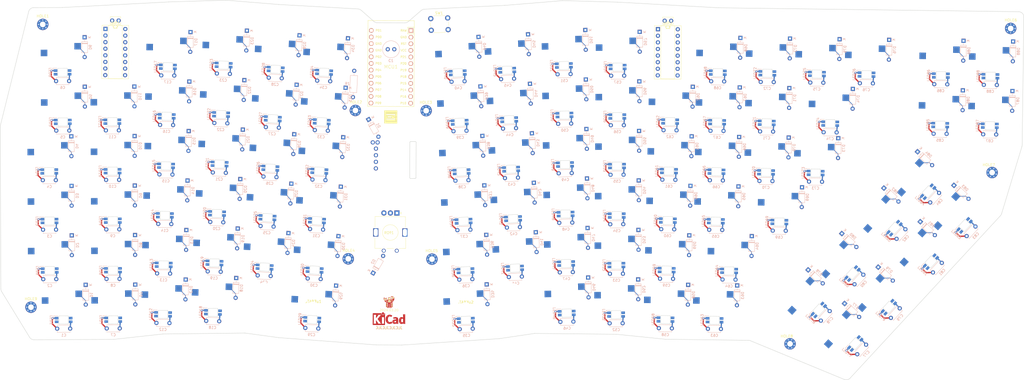
<source format=kicad_pcb>
(kicad_pcb (version 20171130) (host pcbnew 5.1.6)
  (title_block (title travis_erg2024) (rev 2024.03.20) (company "Travis Hardiman"))
  (layers (0 F.Cu signal) (31 B.Cu signal) (34 B.Paste user) (35 F.Paste user) (36 B.SilkS user) (37 F.SilkS user) (38 B.Mask user) (39 F.Mask user) (44 Edge.Cuts user))
  (net 0 "")
  (net 1 "matrixl_outer_mod")
  (net 2 "col0")
  (net 3 "row5")
  (net 4 "LED_29")
  (net 5 "LED_30")
  (net 6 "RAW")
  (net 7 "GND")
  (net 8 "matrixl_outer_bottom")
  (net 9 "row4")
  (net 10 "LED_28")
  (net 11 "matrixl_outer_home")
  (net 12 "row3")
  (net 13 "LED_17")
  (net 14 "LED_18")
  (net 15 "matrixl_outer_top")
  (net 16 "row2")
  (net 17 "LED_16")
  (net 18 "matrixl_outer_num")
  (net 19 "row1")
  (net 20 "LED_5")
  (net 21 "LED_6")
  (net 22 "matrixl_outer_func")
  (net 23 "row0")
  (net 24 "LED_4")
  (net 25 "matrixl_pinky_mod")
  (net 26 "col1")
  (net 27 "LED_31")
  (net 28 "matrixl_pinky_bottom")
  (net 29 "LED_27")
  (net 30 "matrixl_pinky_home")
  (net 31 "LED_19")
  (net 32 "matrixl_pinky_top")
  (net 33 "LED_15")
  (net 34 "matrixl_pinky_num")
  (net 35 "LED_7")
  (net 36 "matrixl_ring_mod")
  (net 37 "col2")
  (net 38 "LED_32")
  (net 39 "matrixl_ring_bottom")
  (net 40 "LED_26")
  (net 41 "matrixl_ring_home")
  (net 42 "LED_20")
  (net 43 "matrixl_ring_top")
  (net 44 "LED_14")
  (net 45 "matrixl_ring_num")
  (net 46 "LED_8")
  (net 47 "matrixl_ring_func")
  (net 48 "LED_3")
  (net 49 "matrixl_middle_mod")
  (net 50 "col3")
  (net 51 "LED_33")
  (net 52 "matrixl_middle_bottom")
  (net 53 "LED_25")
  (net 54 "matrixl_middle_home")
  (net 55 "LED_21")
  (net 56 "matrixl_middle_top")
  (net 57 "LED_13")
  (net 58 "matrixl_middle_num")
  (net 59 "LED_9")
  (net 60 "matrixl_middle_func")
  (net 61 "LED_2")
  (net 62 "matrixl_index_bottom")
  (net 63 "col4")
  (net 64 "LED_24")
  (net 65 "matrixl_index_home")
  (net 66 "LED_22")
  (net 67 "matrixl_index_top")
  (net 68 "LED_12")
  (net 69 "matrixl_index_num")
  (net 70 "LED_10")
  (net 71 "matrixl_index_func")
  (net 72 "LED_1")
  (net 73 "matrixl_inner_mod")
  (net 74 "col5")
  (net 75 "LED_34")
  (net 76 "matrixl_inner_bottom")
  (net 77 "LED_23")
  (net 78 "matrixl_inner_home")
  (net 79 "matrixl_inner_top")
  (net 80 "LED_11")
  (net 81 "matrixl_inner_num")
  (net 82 "matrixl_inner_func")
  (net 83 "LED_0")
  (net 84 "matrixr_inner_mod")
  (net 85 "col6")
  (net 86 "LED_35")
  (net 87 "matrixr_inner_bottom")
  (net 88 "LED_48")
  (net 89 "LED_49")
  (net 90 "matrixr_inner_home")
  (net 91 "LED_50")
  (net 92 "matrixr_inner_top")
  (net 93 "LED_67")
  (net 94 "LED_68")
  (net 95 "matrixr_inner_num")
  (net 96 "LED_69")
  (net 97 "matrixr_inner_func")
  (net 98 "LED_87")
  (net 99 "matrixr_index_bottom")
  (net 100 "col7")
  (net 101 "LED_47")
  (net 102 "matrixr_index_home")
  (net 103 "LED_51")
  (net 104 "matrixr_index_top")
  (net 105 "LED_66")
  (net 106 "matrixr_index_num")
  (net 107 "LED_70")
  (net 108 "matrixr_index_func")
  (net 109 "LED_86")
  (net 110 "matrixr_middle_mod")
  (net 111 "col8")
  (net 112 "LED_36")
  (net 113 "matrixr_middle_bottom")
  (net 114 "LED_46")
  (net 115 "matrixr_middle_home")
  (net 116 "LED_52")
  (net 117 "matrixr_middle_top")
  (net 118 "LED_65")
  (net 119 "matrixr_middle_num")
  (net 120 "LED_71")
  (net 121 "matrixr_middle_func")
  (net 122 "LED_85")
  (net 123 "matrixr_ring_mod")
  (net 124 "col9")
  (net 125 "LED_37")
  (net 126 "matrixr_ring_bottom")
  (net 127 "LED_45")
  (net 128 "matrixr_ring_home")
  (net 129 "LED_53")
  (net 130 "matrixr_ring_top")
  (net 131 "LED_64")
  (net 132 "matrixr_ring_num")
  (net 133 "LED_72")
  (net 134 "matrixr_ring_func")
  (net 135 "LED_84")
  (net 136 "matrixr_pinky_mod")
  (net 137 "col10")
  (net 138 "LED_38")
  (net 139 "matrixr_pinky_bottom")
  (net 140 "LED_44")
  (net 141 "matrixr_pinky_home")
  (net 142 "LED_54")
  (net 143 "matrixr_pinky_top")
  (net 144 "LED_63")
  (net 145 "matrixr_pinky_num")
  (net 146 "LED_73")
  (net 147 "matrixr_outer_mod")
  (net 148 "col11")
  (net 149 "LED_39")
  (net 150 "matrixr_outer_bottom")
  (net 151 "LED_43")
  (net 152 "matrixr_outer_home")
  (net 153 "LED_55")
  (net 154 "matrixr_outer_top")
  (net 155 "LED_62")
  (net 156 "matrixr_outer_num")
  (net 157 "LED_74")
  (net 158 "matrixr_outer_func")
  (net 159 "LED_83")
  (net 160 "matrixr_outer2_home")
  (net 161 "col12")
  (net 162 "LED_56")
  (net 163 "matrixr_outer2_top")
  (net 164 "LED_61")
  (net 165 "matrixr_outer2_num")
  (net 166 "LED_75")
  (net 167 "matrixr_outer2_func")
  (net 168 "LED_82")
  (net 169 "matrixr_outer3_top")
  (net 170 "col13")
  (net 171 "LED_60")
  (net 172 "matrixr_outer3_num")
  (net 173 "LED_76")
  (net 174 "matrixr_outer3_func")
  (net 175 "LED_81")
  (net 176 "matrixr_outer4_func")
  (net 177 "LED_80")
  (net 178 "arrows_left_bottom")
  (net 179 "col15")
  (net 180 "LED_40")
  (net 181 "LED_41")
  (net 182 "arrows_left_top")
  (net 183 "col14")
  (net 184 "arrows_right_bottom")
  (net 185 "LED_42")
  (net 186 "arrows_right_top")
  (net 187 "pages_left_bottom")
  (net 188 "LED_57")
  (net 189 "LED_58")
  (net 190 "pages_left_top")
  (net 191 "pages_right_bottom")
  (net 192 "LED_59")
  (net 193 "pages_right_top")
  (net 194 "special_left_bottom")
  (net 195 "LED_77")
  (net 196 "special_left_top")
  (net 197 "LED_79")
  (net 198 "special_right_bottom")
  (net 199 "LED_78")
  (net 200 "special_right_top")
  (net 201 "LED")
  (net 202 "RST")
  (net 203 "VCC")
  (net 204 "encA")
  (net 205 "encC")
  (net 206 "P1")
  (net 207 "P0")
  (net 208 "mux0")
  (net 209 "mux1")
  (net 210 "mux2")
  (net 211 "mux3")
  (net 212 "scrA")
  (net 213 "scrC")
  (net 214 "P8")
  (net 215 "scr_to")
  (net 216 "undefined")
  (net 217 "enc_to")
  (module MX (layer F.Cu) (at 36.7632364 174.841255 0.25)
    (fp_text reference "S1" (at 0 0) (layer F.SilkS) (effects (font (size 1.27 1.27))))
    (fp_text value "" hide)
    (pad "" np_thru_hole circle (at 0 0) (size 3.9878 3.9878) (drill 3.9878) (layers *.Cu *.Mask))
    (pad "" np_thru_hole circle (at 5.08 0) (size 1.7018 1.7018) (drill 1.7018) (layers *.Cu *.Mask))
    (pad "" np_thru_hole circle (at -5.08 0) (size 1.7018 1.7018) (drill 1.7018) (layers *.Cu *.Mask))
    (pad "" np_thru_hole circle (at 2.54 -5.08) (size 3 3) (drill 3) (layers *.Cu *.Mask))
    (pad "" np_thru_hole circle (at -3.81 -2.54) (size 3 3) (drill 3) (layers *.Cu *.Mask))
    (pad 1 smd rect (at -7.085 -2.54 0.25) (size 2.55 2.5) (layers B.Cu B.Paste B.Mask) (net 2 "col0"))
    (pad 2 smd rect (at 5.842 -5.08 0.25) (size 2.55 2.5) (layers B.Cu B.Paste B.Mask) (net 1 "matrixl_outer_mod"))
  )
  (module "Diode_DO-35" (layer "B.Cu") (at 45.2510 166.2791 270.25)
    (fp_text reference "D1" (at 3.81 -2.12 270.25) (layer "B.SilkS") (effects (justify mirror)))
    (fp_text value "1N4148")
    (fp_text user "K" (at 0 -1.8 270.25) (layer "B.SilkS") (effects (justify mirror)))
    (pad 1 thru_hole rect (at 0 0 270.25) (size 1.6 1.6) (drill 0.8) (layers "*.Cu" "*.Mask") (net 3 "row5"))
    (pad 2 thru_hole oval (at 7.62 0 270.25) (size 1.6 1.6) (drill 0.8) (layers "*.Cu" "*.Mask") (net 1 "matrixl_outer_mod"))
  )
  (module "ceoloide:led_SK6812mini-e (per-keysingle-side)" (layer B.Cu) (at 36.7849 179.8012 0.25)
    (fp_text reference "LED1" (at -4.75 0 90.25) (layer B.SilkS))
    (pad 2 smd rect (at 2.70 -0.7 0.25) (size 1.4 1) (layers B.Cu B.Paste B.Mask) (net 4 "LED_29"))
    (pad 1 smd rect (at 2.70 0.7 0.25) (size 1.4 1) (layers B.Cu B.Paste B.Mask) (net 6 "RAW"))
    (pad 3 smd rect (at -2.70 -0.7 0.25) (size 1.4 1) (layers B.Cu B.Paste B.Mask) (net 7 "GND"))
    (pad 4 smd rect (at -2.70 0.7 0.25) (size 1.4 1) (layers B.Cu B.Paste B.Mask) (net 5 "LED_30"))
    (fp_line (start -1.8 -1.55) (end -1.8 1.55) (layer Edge.Cuts) (width 0.12))
    (fp_line (start -1.8 1.55) (end 1.8 1.55) (layer Edge.Cuts) (width 0.12))
    (fp_line (start 1.8 1.55) (end 1.8 -1.55) (layer Edge.Cuts) (width 0.12))
    (fp_line (start 1.8 -1.55) (end -1.8 -1.55) (layer Edge.Cuts) (width 0.12))
  )
  (module C_Disc_D4.7mm_W2.5mm_P5.00mm (layer B.Cu) (at 39.2994 183.1303 180.25)
    (fp_text reference "C1" (at 2.5 -2.5 180.25) (layer B.SilkS) (effects (justify mirror)))
    (fp_text value "104")
    (pad 1 thru_hole circle (at 0 0) (size 1.6 1.6) (drill 0.8) (layers *.Cu *.Mask) (net 6 "RAW"))
    (pad 2 thru_hole circle (at 5 0) (size 1.6 1.6) (drill 0.8) (layers *.Cu *.Mask) (net 7 "GND"))
  )
  (segment (start 45.2777 172.4071) (end 45.2842 173.8991) (width 0.25) (layer "B.Cu") (net 1))
  (segment (start 42.5830 169.7358) (end 45.2777 172.4071) (width 0.25) (layer "B.Cu") (net 1))
  (segment (start 39.2994 183.1303) (end 39.4888 180.6894) (width 0.5) (layer "B.Cu") (net 6))
  (segment (start 39.2888 180.6903) (end 39.4879 180.4894) (width 0.5) (layer "B.Cu") (net 6))
  (segment (start 32.4641 179.1781) (end 32.4736 181.3420) (width 0.5) (layer "F.Cu") (net 7))
  (segment (start 32.4736 181.3420) (end 34.2995 183.1521) (width 0.5) (layer "F.Cu") (net 7))
  (via (at 32.4641 179.1781) (size 0.8) (drill 0.4) (layers "F.Cu" "B.Cu") (net 7))
  (segment (start 34.0818 179.1130) (end 32.5219 179.1198) (width 0.5) (layer "B.Cu") (net 7))
  (segment (start 32.5219 179.1198) (end 32.4641 179.1781) (width 0.5) (layer "B.Cu") (net 7))
  (module MX (layer F.Cu) (at 31.4176655 155.8143982 0.25)
    (fp_text reference "S2" (at 0 0) (layer F.SilkS) (effects (font (size 1.27 1.27))))
    (fp_text value "" hide)
    (pad "" np_thru_hole circle (at 0 0) (size 3.9878 3.9878) (drill 3.9878) (layers *.Cu *.Mask))
    (pad "" np_thru_hole circle (at 5.08 0) (size 1.7018 1.7018) (drill 1.7018) (layers *.Cu *.Mask))
    (pad "" np_thru_hole circle (at -5.08 0) (size 1.7018 1.7018) (drill 1.7018) (layers *.Cu *.Mask))
    (pad "" np_thru_hole circle (at 2.54 -5.08) (size 3 3) (drill 3) (layers *.Cu *.Mask))
    (pad "" np_thru_hole circle (at -3.81 -2.54) (size 3 3) (drill 3) (layers *.Cu *.Mask))
    (pad 1 smd rect (at -7.085 -2.54 0.25) (size 2.55 2.5) (layers B.Cu B.Paste B.Mask) (net 2 "col0"))
    (pad 2 smd rect (at 5.842 -5.08 0.25) (size 2.55 2.5) (layers B.Cu B.Paste B.Mask) (net 8 "matrixl_outer_bottom"))
  )
  (module "Diode_DO-35" (layer "B.Cu") (at 39.9054 147.2523 270.25)
    (fp_text reference "D2" (at 3.81 -2.12 270.25) (layer "B.SilkS") (effects (justify mirror)))
    (fp_text value "1N4148")
    (fp_text user "K" (at 0 -1.8 270.25) (layer "B.SilkS") (effects (justify mirror)))
    (pad 1 thru_hole rect (at 0 0 270.25) (size 1.6 1.6) (drill 0.8) (layers "*.Cu" "*.Mask") (net 9 "row4"))
    (pad 2 thru_hole oval (at 7.62 0 270.25) (size 1.6 1.6) (drill 0.8) (layers "*.Cu" "*.Mask") (net 8 "matrixl_outer_bottom"))
  )
  (module "ceoloide:led_SK6812mini-e (per-keysingle-side)" (layer B.Cu) (at 31.4393 160.7744 0.25)
    (fp_text reference "LED2" (at -4.75 0 90.25) (layer B.SilkS))
    (pad 2 smd rect (at 2.70 -0.7 0.25) (size 1.4 1) (layers B.Cu B.Paste B.Mask) (net 10 "LED_28"))
    (pad 1 smd rect (at 2.70 0.7 0.25) (size 1.4 1) (layers B.Cu B.Paste B.Mask) (net 6 "RAW"))
    (pad 3 smd rect (at -2.70 -0.7 0.25) (size 1.4 1) (layers B.Cu B.Paste B.Mask) (net 7 "GND"))
    (pad 4 smd rect (at -2.70 0.7 0.25) (size 1.4 1) (layers B.Cu B.Paste B.Mask) (net 4 "LED_29"))
    (fp_line (start -1.8 -1.55) (end -1.8 1.55) (layer Edge.Cuts) (width 0.12))
    (fp_line (start -1.8 1.55) (end 1.8 1.55) (layer Edge.Cuts) (width 0.12))
    (fp_line (start 1.8 1.55) (end 1.8 -1.55) (layer Edge.Cuts) (width 0.12))
    (fp_line (start 1.8 -1.55) (end -1.8 -1.55) (layer Edge.Cuts) (width 0.12))
  )
  (module C_Disc_D4.7mm_W2.5mm_P5.00mm (layer B.Cu) (at 33.9539 164.1034 180.25)
    (fp_text reference "C2" (at 2.5 -2.5 180.25) (layer B.SilkS) (effects (justify mirror)))
    (fp_text value "104")
    (pad 1 thru_hole circle (at 0 0) (size 1.6 1.6) (drill 0.8) (layers *.Cu *.Mask) (net 6 "RAW"))
    (pad 2 thru_hole circle (at 5 0) (size 1.6 1.6) (drill 0.8) (layers *.Cu *.Mask) (net 7 "GND"))
  )
  (segment (start 39.9321 153.3802) (end 39.9386 154.8722) (width 0.25) (layer "B.Cu") (net 8))
  (segment (start 37.2374 150.7090) (end 39.9321 153.3802) (width 0.25) (layer "B.Cu") (net 8))
  (segment (start 33.9539 164.1034) (end 34.1432 161.6626) (width 0.5) (layer "B.Cu") (net 6))
  (segment (start 33.9432 161.6634) (end 34.1423 161.4626) (width 0.5) (layer "B.Cu") (net 6))
  (segment (start 27.1185 160.1512) (end 27.1280 162.3152) (width 0.5) (layer "F.Cu") (net 7))
  (segment (start 27.1280 162.3152) (end 28.9539 164.1252) (width 0.5) (layer "F.Cu") (net 7))
  (via (at 27.1185 160.1512) (size 0.8) (drill 0.4) (layers "F.Cu" "B.Cu") (net 7))
  (segment (start 28.7363 160.0861) (end 27.1763 160.0929) (width 0.5) (layer "B.Cu") (net 7))
  (segment (start 27.1763 160.0929) (end 27.1185 160.1512) (width 0.5) (layer "B.Cu") (net 7))
  (module MX (layer F.Cu) (at 31.3345444 136.7645796 0.25)
    (fp_text reference "S3" (at 0 0) (layer F.SilkS) (effects (font (size 1.27 1.27))))
    (fp_text value "" hide)
    (pad "" np_thru_hole circle (at 0 0) (size 3.9878 3.9878) (drill 3.9878) (layers *.Cu *.Mask))
    (pad "" np_thru_hole circle (at 5.08 0) (size 1.7018 1.7018) (drill 1.7018) (layers *.Cu *.Mask))
    (pad "" np_thru_hole circle (at -5.08 0) (size 1.7018 1.7018) (drill 1.7018) (layers *.Cu *.Mask))
    (pad "" np_thru_hole circle (at 2.54 -5.08) (size 3 3) (drill 3) (layers *.Cu *.Mask))
    (pad "" np_thru_hole circle (at -3.81 -2.54) (size 3 3) (drill 3) (layers *.Cu *.Mask))
    (pad 1 smd rect (at -7.085 -2.54 0.25) (size 2.55 2.5) (layers B.Cu B.Paste B.Mask) (net 2 "col0"))
    (pad 2 smd rect (at 5.842 -5.08 0.25) (size 2.55 2.5) (layers B.Cu B.Paste B.Mask) (net 11 "matrixl_outer_home"))
  )
  (module "Diode_DO-35" (layer "B.Cu") (at 39.8223 128.2025 270.25)
    (fp_text reference "D3" (at 3.81 -2.12 270.25) (layer "B.SilkS") (effects (justify mirror)))
    (fp_text value "1N4148")
    (fp_text user "K" (at 0 -1.8 270.25) (layer "B.SilkS") (effects (justify mirror)))
    (pad 1 thru_hole rect (at 0 0 270.25) (size 1.6 1.6) (drill 0.8) (layers "*.Cu" "*.Mask") (net 12 "row3"))
    (pad 2 thru_hole oval (at 7.62 0 270.25) (size 1.6 1.6) (drill 0.8) (layers "*.Cu" "*.Mask") (net 11 "matrixl_outer_home"))
  )
  (module "ceoloide:led_SK6812mini-e (per-keysingle-side)" (layer B.Cu) (at 31.3562 141.7245 0.25)
    (fp_text reference "LED3" (at -4.75 0 90.25) (layer B.SilkS))
    (pad 2 smd rect (at 2.70 -0.7 0.25) (size 1.4 1) (layers B.Cu B.Paste B.Mask) (net 13 "LED_17"))
    (pad 1 smd rect (at 2.70 0.7 0.25) (size 1.4 1) (layers B.Cu B.Paste B.Mask) (net 6 "RAW"))
    (pad 3 smd rect (at -2.70 -0.7 0.25) (size 1.4 1) (layers B.Cu B.Paste B.Mask) (net 7 "GND"))
    (pad 4 smd rect (at -2.70 0.7 0.25) (size 1.4 1) (layers B.Cu B.Paste B.Mask) (net 14 "LED_18"))
    (fp_line (start -1.8 -1.55) (end -1.8 1.55) (layer Edge.Cuts) (width 0.12))
    (fp_line (start -1.8 1.55) (end 1.8 1.55) (layer Edge.Cuts) (width 0.12))
    (fp_line (start 1.8 1.55) (end 1.8 -1.55) (layer Edge.Cuts) (width 0.12))
    (fp_line (start 1.8 -1.55) (end -1.8 -1.55) (layer Edge.Cuts) (width 0.12))
  )
  (module C_Disc_D4.7mm_W2.5mm_P5.00mm (layer B.Cu) (at 33.8707 145.0536 180.25)
    (fp_text reference "C3" (at 2.5 -2.5 180.25) (layer B.SilkS) (effects (justify mirror)))
    (fp_text value "104")
    (pad 1 thru_hole circle (at 0 0) (size 1.6 1.6) (drill 0.8) (layers *.Cu *.Mask) (net 6 "RAW"))
    (pad 2 thru_hole circle (at 5 0) (size 1.6 1.6) (drill 0.8) (layers *.Cu *.Mask) (net 7 "GND"))
  )
  (segment (start 39.8490 134.3304) (end 39.8555 135.8224) (width 0.25) (layer "B.Cu") (net 11))
  (segment (start 37.1543 131.6591) (end 39.8490 134.3304) (width 0.25) (layer "B.Cu") (net 11))
  (segment (start 33.8707 145.0536) (end 34.0601 142.6127) (width 0.5) (layer "B.Cu") (net 6))
  (segment (start 33.8601 142.6136) (end 34.0592 142.4127) (width 0.5) (layer "B.Cu") (net 6))
  (segment (start 27.0354 141.1014) (end 27.0449 143.2654) (width 0.5) (layer "F.Cu") (net 7))
  (segment (start 27.0449 143.2654) (end 28.8708 145.0754) (width 0.5) (layer "F.Cu") (net 7))
  (via (at 27.0354 141.1014) (size 0.8) (drill 0.4) (layers "F.Cu" "B.Cu") (net 7))
  (segment (start 28.6532 141.0363) (end 27.0932 141.0431) (width 0.5) (layer "B.Cu") (net 7))
  (segment (start 27.0932 141.0431) (end 27.0354 141.1014) (width 0.5) (layer "B.Cu") (net 7))
  (module MX (layer F.Cu) (at 31.2514234 117.7147609 0.25)
    (fp_text reference "S4" (at 0 0) (layer F.SilkS) (effects (font (size 1.27 1.27))))
    (fp_text value "" hide)
    (pad "" np_thru_hole circle (at 0 0) (size 3.9878 3.9878) (drill 3.9878) (layers *.Cu *.Mask))
    (pad "" np_thru_hole circle (at 5.08 0) (size 1.7018 1.7018) (drill 1.7018) (layers *.Cu *.Mask))
    (pad "" np_thru_hole circle (at -5.08 0) (size 1.7018 1.7018) (drill 1.7018) (layers *.Cu *.Mask))
    (pad "" np_thru_hole circle (at 2.54 -5.08) (size 3 3) (drill 3) (layers *.Cu *.Mask))
    (pad "" np_thru_hole circle (at -3.81 -2.54) (size 3 3) (drill 3) (layers *.Cu *.Mask))
    (pad 1 smd rect (at -7.085 -2.54 0.25) (size 2.55 2.5) (layers B.Cu B.Paste B.Mask) (net 2 "col0"))
    (pad 2 smd rect (at 5.842 -5.08 0.25) (size 2.55 2.5) (layers B.Cu B.Paste B.Mask) (net 15 "matrixl_outer_top"))
  )
  (module "Diode_DO-35" (layer "B.Cu") (at 39.7391 109.1526 270.25)
    (fp_text reference "D4" (at 3.81 -2.12 270.25) (layer "B.SilkS") (effects (justify mirror)))
    (fp_text value "1N4148")
    (fp_text user "K" (at 0 -1.8 270.25) (layer "B.SilkS") (effects (justify mirror)))
    (pad 1 thru_hole rect (at 0 0 270.25) (size 1.6 1.6) (drill 0.8) (layers "*.Cu" "*.Mask") (net 16 "row2"))
    (pad 2 thru_hole oval (at 7.62 0 270.25) (size 1.6 1.6) (drill 0.8) (layers "*.Cu" "*.Mask") (net 15 "matrixl_outer_top"))
  )
  (module "ceoloide:led_SK6812mini-e (per-keysingle-side)" (layer B.Cu) (at 31.2731 122.6747 0.25)
    (fp_text reference "LED4" (at -4.75 0 90.25) (layer B.SilkS))
    (pad 2 smd rect (at 2.70 -0.7 0.25) (size 1.4 1) (layers B.Cu B.Paste B.Mask) (net 17 "LED_16"))
    (pad 1 smd rect (at 2.70 0.7 0.25) (size 1.4 1) (layers B.Cu B.Paste B.Mask) (net 6 "RAW"))
    (pad 3 smd rect (at -2.70 -0.7 0.25) (size 1.4 1) (layers B.Cu B.Paste B.Mask) (net 7 "GND"))
    (pad 4 smd rect (at -2.70 0.7 0.25) (size 1.4 1) (layers B.Cu B.Paste B.Mask) (net 13 "LED_17"))
    (fp_line (start -1.8 -1.55) (end -1.8 1.55) (layer Edge.Cuts) (width 0.12))
    (fp_line (start -1.8 1.55) (end 1.8 1.55) (layer Edge.Cuts) (width 0.12))
    (fp_line (start 1.8 1.55) (end 1.8 -1.55) (layer Edge.Cuts) (width 0.12))
    (fp_line (start 1.8 -1.55) (end -1.8 -1.55) (layer Edge.Cuts) (width 0.12))
  )
  (module C_Disc_D4.7mm_W2.5mm_P5.00mm (layer B.Cu) (at 33.7876 126.0038 180.25)
    (fp_text reference "C4" (at 2.5 -2.5 180.25) (layer B.SilkS) (effects (justify mirror)))
    (fp_text value "104")
    (pad 1 thru_hole circle (at 0 0) (size 1.6 1.6) (drill 0.8) (layers *.Cu *.Mask) (net 6 "RAW"))
    (pad 2 thru_hole circle (at 5 0) (size 1.6 1.6) (drill 0.8) (layers *.Cu *.Mask) (net 7 "GND"))
  )
  (segment (start 39.7659 115.2806) (end 39.7724 116.7726) (width 0.25) (layer "B.Cu") (net 15))
  (segment (start 37.0712 112.6093) (end 39.7659 115.2806) (width 0.25) (layer "B.Cu") (net 15))
  (segment (start 33.7876 126.0038) (end 33.9770 123.5629) (width 0.5) (layer "B.Cu") (net 6))
  (segment (start 33.7770 123.5638) (end 33.9761 123.3629) (width 0.5) (layer "B.Cu") (net 6))
  (segment (start 26.9523 122.0516) (end 26.9617 124.2155) (width 0.5) (layer "F.Cu") (net 7))
  (segment (start 26.9617 124.2155) (end 28.7877 126.0256) (width 0.5) (layer "F.Cu") (net 7))
  (via (at 26.9523 122.0516) (size 0.8) (drill 0.4) (layers "F.Cu" "B.Cu") (net 7))
  (segment (start 28.5700 121.9865) (end 27.0101 121.9933) (width 0.5) (layer "B.Cu") (net 7))
  (segment (start 27.0101 121.9933) (end 26.9523 122.0516) (width 0.5) (layer "B.Cu") (net 7))
  (module MX (layer F.Cu) (at 36.4307523 98.6419804 0.25)
    (fp_text reference "S5" (at 0 0) (layer F.SilkS) (effects (font (size 1.27 1.27))))
    (fp_text value "" hide)
    (pad "" np_thru_hole circle (at 0 0) (size 3.9878 3.9878) (drill 3.9878) (layers *.Cu *.Mask))
    (pad "" np_thru_hole circle (at 5.08 0) (size 1.7018 1.7018) (drill 1.7018) (layers *.Cu *.Mask))
    (pad "" np_thru_hole circle (at -5.08 0) (size 1.7018 1.7018) (drill 1.7018) (layers *.Cu *.Mask))
    (pad "" np_thru_hole circle (at 2.54 -5.08) (size 3 3) (drill 3) (layers *.Cu *.Mask))
    (pad "" np_thru_hole circle (at -3.81 -2.54) (size 3 3) (drill 3) (layers *.Cu *.Mask))
    (pad 1 smd rect (at -7.085 -2.54 0.25) (size 2.55 2.5) (layers B.Cu B.Paste B.Mask) (net 2 "col0"))
    (pad 2 smd rect (at 5.842 -5.08 0.25) (size 2.55 2.5) (layers B.Cu B.Paste B.Mask) (net 18 "matrixl_outer_num"))
  )
  (module "Diode_DO-35" (layer "B.Cu") (at 44.9185 90.0799 270.25)
    (fp_text reference "D5" (at 3.81 -2.12 270.25) (layer "B.SilkS") (effects (justify mirror)))
    (fp_text value "1N4148")
    (fp_text user "K" (at 0 -1.8 270.25) (layer "B.SilkS") (effects (justify mirror)))
    (pad 1 thru_hole rect (at 0 0 270.25) (size 1.6 1.6) (drill 0.8) (layers "*.Cu" "*.Mask") (net 19 "row1"))
    (pad 2 thru_hole oval (at 7.62 0 270.25) (size 1.6 1.6) (drill 0.8) (layers "*.Cu" "*.Mask") (net 18 "matrixl_outer_num"))
  )
  (module "ceoloide:led_SK6812mini-e (per-keysingle-side)" (layer B.Cu) (at 36.4524 103.6019 0.25)
    (fp_text reference "LED5" (at -4.75 0 90.25) (layer B.SilkS))
    (pad 2 smd rect (at 2.70 -0.7 0.25) (size 1.4 1) (layers B.Cu B.Paste B.Mask) (net 20 "LED_5"))
    (pad 1 smd rect (at 2.70 0.7 0.25) (size 1.4 1) (layers B.Cu B.Paste B.Mask) (net 6 "RAW"))
    (pad 3 smd rect (at -2.70 -0.7 0.25) (size 1.4 1) (layers B.Cu B.Paste B.Mask) (net 7 "GND"))
    (pad 4 smd rect (at -2.70 0.7 0.25) (size 1.4 1) (layers B.Cu B.Paste B.Mask) (net 21 "LED_6"))
    (fp_line (start -1.8 -1.55) (end -1.8 1.55) (layer Edge.Cuts) (width 0.12))
    (fp_line (start -1.8 1.55) (end 1.8 1.55) (layer Edge.Cuts) (width 0.12))
    (fp_line (start 1.8 1.55) (end 1.8 -1.55) (layer Edge.Cuts) (width 0.12))
    (fp_line (start 1.8 -1.55) (end -1.8 -1.55) (layer Edge.Cuts) (width 0.12))
  )
  (module C_Disc_D4.7mm_W2.5mm_P5.00mm (layer B.Cu) (at 38.9669 106.9310 180.25)
    (fp_text reference "C5" (at 2.5 -2.5 180.25) (layer B.SilkS) (effects (justify mirror)))
    (fp_text value "104")
    (pad 1 thru_hole circle (at 0 0) (size 1.6 1.6) (drill 0.8) (layers *.Cu *.Mask) (net 6 "RAW"))
    (pad 2 thru_hole circle (at 5 0) (size 1.6 1.6) (drill 0.8) (layers *.Cu *.Mask) (net 7 "GND"))
  )
  (segment (start 44.9452 96.2078) (end 44.9517 97.6998) (width 0.25) (layer "B.Cu") (net 18))
  (segment (start 42.2505 93.5365) (end 44.9452 96.2078) (width 0.25) (layer "B.Cu") (net 18))
  (segment (start 38.9669 106.9310) (end 39.1563 104.4901) (width 0.5) (layer "B.Cu") (net 6))
  (segment (start 38.9563 104.4910) (end 39.1554 104.2901) (width 0.5) (layer "B.Cu") (net 6))
  (segment (start 32.1316 102.9788) (end 32.1411 105.1428) (width 0.5) (layer "F.Cu") (net 7))
  (segment (start 32.1411 105.1428) (end 33.9670 106.9528) (width 0.5) (layer "F.Cu") (net 7))
  (via (at 32.1316 102.9788) (size 0.8) (drill 0.4) (layers "F.Cu" "B.Cu") (net 7))
  (segment (start 33.7494 102.9137) (end 32.1894 102.9205) (width 0.5) (layer "B.Cu") (net 7))
  (segment (start 32.1894 102.9205) (end 32.1316 102.9788) (width 0.5) (layer "B.Cu") (net 7))
  (module MX (layer F.Cu) (at 36.3476312 79.5921617 0.25)
    (fp_text reference "S6" (at 0 0) (layer F.SilkS) (effects (font (size 1.27 1.27))))
    (fp_text value "" hide)
    (pad "" np_thru_hole circle (at 0 0) (size 3.9878 3.9878) (drill 3.9878) (layers *.Cu *.Mask))
    (pad "" np_thru_hole circle (at 5.08 0) (size 1.7018 1.7018) (drill 1.7018) (layers *.Cu *.Mask))
    (pad "" np_thru_hole circle (at -5.08 0) (size 1.7018 1.7018) (drill 1.7018) (layers *.Cu *.Mask))
    (pad "" np_thru_hole circle (at 2.54 -5.08) (size 3 3) (drill 3) (layers *.Cu *.Mask))
    (pad "" np_thru_hole circle (at -3.81 -2.54) (size 3 3) (drill 3) (layers *.Cu *.Mask))
    (pad 1 smd rect (at -7.085 -2.54 0.25) (size 2.55 2.5) (layers B.Cu B.Paste B.Mask) (net 2 "col0"))
    (pad 2 smd rect (at 5.842 -5.08 0.25) (size 2.55 2.5) (layers B.Cu B.Paste B.Mask) (net 22 "matrixl_outer_func"))
  )
  (module "Diode_DO-35" (layer "B.Cu") (at 44.8354 71.0300 270.25)
    (fp_text reference "D6" (at 3.81 -2.12 270.25) (layer "B.SilkS") (effects (justify mirror)))
    (fp_text value "1N4148")
    (fp_text user "K" (at 0 -1.8 270.25) (layer "B.SilkS") (effects (justify mirror)))
    (pad 1 thru_hole rect (at 0 0 270.25) (size 1.6 1.6) (drill 0.8) (layers "*.Cu" "*.Mask") (net 23 "row0"))
    (pad 2 thru_hole oval (at 7.62 0 270.25) (size 1.6 1.6) (drill 0.8) (layers "*.Cu" "*.Mask") (net 22 "matrixl_outer_func"))
  )
  (module "ceoloide:led_SK6812mini-e (per-keysingle-side)" (layer B.Cu) (at 36.3693 84.5521 0.25)
    (fp_text reference "LED6" (at -4.75 0 90.25) (layer B.SilkS))
    (pad 2 smd rect (at 2.70 -0.7 0.25) (size 1.4 1) (layers B.Cu B.Paste B.Mask) (net 24 "LED_4"))
    (pad 1 smd rect (at 2.70 0.7 0.25) (size 1.4 1) (layers B.Cu B.Paste B.Mask) (net 6 "RAW"))
    (pad 3 smd rect (at -2.70 -0.7 0.25) (size 1.4 1) (layers B.Cu B.Paste B.Mask) (net 7 "GND"))
    (pad 4 smd rect (at -2.70 0.7 0.25) (size 1.4 1) (layers B.Cu B.Paste B.Mask) (net 20 "LED_5"))
    (fp_line (start -1.8 -1.55) (end -1.8 1.55) (layer Edge.Cuts) (width 0.12))
    (fp_line (start -1.8 1.55) (end 1.8 1.55) (layer Edge.Cuts) (width 0.12))
    (fp_line (start 1.8 1.55) (end 1.8 -1.55) (layer Edge.Cuts) (width 0.12))
    (fp_line (start 1.8 -1.55) (end -1.8 -1.55) (layer Edge.Cuts) (width 0.12))
  )
  (module C_Disc_D4.7mm_W2.5mm_P5.00mm (layer B.Cu) (at 38.8838 87.8812 180.25)
    (fp_text reference "C6" (at 2.5 -2.5 180.25) (layer B.SilkS) (effects (justify mirror)))
    (fp_text value "104")
    (pad 1 thru_hole circle (at 0 0) (size 1.6 1.6) (drill 0.8) (layers *.Cu *.Mask) (net 6 "RAW"))
    (pad 2 thru_hole circle (at 5 0) (size 1.6 1.6) (drill 0.8) (layers *.Cu *.Mask) (net 7 "GND"))
  )
  (segment (start 44.8621 77.1580) (end 44.8686 78.6500) (width 0.25) (layer "B.Cu") (net 22))
  (segment (start 42.1674 74.4867) (end 44.8621 77.1580) (width 0.25) (layer "B.Cu") (net 22))
  (segment (start 38.8838 87.8812) (end 39.0732 85.4403) (width 0.5) (layer "B.Cu") (net 6))
  (segment (start 38.8732 85.4412) (end 39.0723 85.2403) (width 0.5) (layer "B.Cu") (net 6))
  (segment (start 32.0485 83.9290) (end 32.0580 86.0929) (width 0.5) (layer "F.Cu") (net 7))
  (segment (start 32.0580 86.0929) (end 33.8839 87.9030) (width 0.5) (layer "F.Cu") (net 7))
  (via (at 32.0485 83.9290) (size 0.8) (drill 0.4) (layers "F.Cu" "B.Cu") (net 7))
  (segment (start 33.6662 83.8639) (end 32.1063 83.8707) (width 0.5) (layer "B.Cu") (net 7))
  (segment (start 32.1063 83.8707) (end 32.0485 83.9290) (width 0.5) (layer "B.Cu") (net 7))
  (module MX (layer F.Cu) (at 55.8130551 174.758134 0.25)
    (fp_text reference "S7" (at 0 0) (layer F.SilkS) (effects (font (size 1.27 1.27))))
    (fp_text value "" hide)
    (pad "" np_thru_hole circle (at 0 0) (size 3.9878 3.9878) (drill 3.9878) (layers *.Cu *.Mask))
    (pad "" np_thru_hole circle (at 5.08 0) (size 1.7018 1.7018) (drill 1.7018) (layers *.Cu *.Mask))
    (pad "" np_thru_hole circle (at -5.08 0) (size 1.7018 1.7018) (drill 1.7018) (layers *.Cu *.Mask))
    (pad "" np_thru_hole circle (at 2.54 -5.08) (size 3 3) (drill 3) (layers *.Cu *.Mask))
    (pad "" np_thru_hole circle (at -3.81 -2.54) (size 3 3) (drill 3) (layers *.Cu *.Mask))
    (pad 1 smd rect (at -7.085 -2.54 0.25) (size 2.55 2.5) (layers B.Cu B.Paste B.Mask) (net 26 "col1"))
    (pad 2 smd rect (at 5.842 -5.08 0.25) (size 2.55 2.5) (layers B.Cu B.Paste B.Mask) (net 25 "matrixl_pinky_mod"))
  )
  (module "Diode_DO-35" (layer "B.Cu") (at 64.3008 166.1960 270.25)
    (fp_text reference "D7" (at 3.81 -2.12 270.25) (layer "B.SilkS") (effects (justify mirror)))
    (fp_text value "1N4148")
    (fp_text user "K" (at 0 -1.8 270.25) (layer "B.SilkS") (effects (justify mirror)))
    (pad 1 thru_hole rect (at 0 0 270.25) (size 1.6 1.6) (drill 0.8) (layers "*.Cu" "*.Mask") (net 3 "row5"))
    (pad 2 thru_hole oval (at 7.62 0 270.25) (size 1.6 1.6) (drill 0.8) (layers "*.Cu" "*.Mask") (net 25 "matrixl_pinky_mod"))
  )
  (module "ceoloide:led_SK6812mini-e (per-keysingle-side)" (layer B.Cu) (at 55.8347 179.7181 0.25)
    (fp_text reference "LED7" (at -4.75 0 90.25) (layer B.SilkS))
    (pad 2 smd rect (at 2.70 -0.7 0.25) (size 1.4 1) (layers B.Cu B.Paste B.Mask) (net 5 "LED_30"))
    (pad 1 smd rect (at 2.70 0.7 0.25) (size 1.4 1) (layers B.Cu B.Paste B.Mask) (net 6 "RAW"))
    (pad 3 smd rect (at -2.70 -0.7 0.25) (size 1.4 1) (layers B.Cu B.Paste B.Mask) (net 7 "GND"))
    (pad 4 smd rect (at -2.70 0.7 0.25) (size 1.4 1) (layers B.Cu B.Paste B.Mask) (net 27 "LED_31"))
    (fp_line (start -1.8 -1.55) (end -1.8 1.55) (layer Edge.Cuts) (width 0.12))
    (fp_line (start -1.8 1.55) (end 1.8 1.55) (layer Edge.Cuts) (width 0.12))
    (fp_line (start 1.8 1.55) (end 1.8 -1.55) (layer Edge.Cuts) (width 0.12))
    (fp_line (start 1.8 -1.55) (end -1.8 -1.55) (layer Edge.Cuts) (width 0.12))
  )
  (module C_Disc_D4.7mm_W2.5mm_P5.00mm (layer B.Cu) (at 58.3492 183.0471 180.25)
    (fp_text reference "C7" (at 2.5 -2.5 180.25) (layer B.SilkS) (effects (justify mirror)))
    (fp_text value "104")
    (pad 1 thru_hole circle (at 0 0) (size 1.6 1.6) (drill 0.8) (layers *.Cu *.Mask) (net 6 "RAW"))
    (pad 2 thru_hole circle (at 5 0) (size 1.6 1.6) (drill 0.8) (layers *.Cu *.Mask) (net 7 "GND"))
  )
  (segment (start 64.3275 172.3240) (end 64.3340 173.8159) (width 0.25) (layer "B.Cu") (net 25))
  (segment (start 61.6328 169.6527) (end 64.3275 172.3240) (width 0.25) (layer "B.Cu") (net 25))
  (segment (start 58.3492 183.0471) (end 58.5386 180.6063) (width 0.5) (layer "B.Cu") (net 6))
  (segment (start 58.3386 180.6072) (end 58.5377 180.4063) (width 0.5) (layer "B.Cu") (net 6))
  (segment (start 51.5139 179.0949) (end 51.5234 181.2589) (width 0.5) (layer "F.Cu") (net 7))
  (segment (start 51.5234 181.2589) (end 53.3493 183.0690) (width 0.5) (layer "F.Cu") (net 7))
  (via (at 51.5139 179.0949) (size 0.8) (drill 0.4) (layers "F.Cu" "B.Cu") (net 7))
  (segment (start 53.1317 179.0299) (end 51.5717 179.0367) (width 0.5) (layer "B.Cu") (net 7))
  (segment (start 51.5717 179.0367) (end 51.5139 179.0949) (width 0.5) (layer "B.Cu") (net 7))
  (module MX (layer F.Cu) (at 55.729934 155.7083153 0.25)
    (fp_text reference "S8" (at 0 0) (layer F.SilkS) (effects (font (size 1.27 1.27))))
    (fp_text value "" hide)
    (pad "" np_thru_hole circle (at 0 0) (size 3.9878 3.9878) (drill 3.9878) (layers *.Cu *.Mask))
    (pad "" np_thru_hole circle (at 5.08 0) (size 1.7018 1.7018) (drill 1.7018) (layers *.Cu *.Mask))
    (pad "" np_thru_hole circle (at -5.08 0) (size 1.7018 1.7018) (drill 1.7018) (layers *.Cu *.Mask))
    (pad "" np_thru_hole circle (at 2.54 -5.08) (size 3 3) (drill 3) (layers *.Cu *.Mask))
    (pad "" np_thru_hole circle (at -3.81 -2.54) (size 3 3) (drill 3) (layers *.Cu *.Mask))
    (pad 1 smd rect (at -7.085 -2.54 0.25) (size 2.55 2.5) (layers B.Cu B.Paste B.Mask) (net 26 "col1"))
    (pad 2 smd rect (at 5.842 -5.08 0.25) (size 2.55 2.5) (layers B.Cu B.Paste B.Mask) (net 28 "matrixl_pinky_bottom"))
  )
  (module "Diode_DO-35" (layer "B.Cu") (at 64.2177 147.1462 270.25)
    (fp_text reference "D8" (at 3.81 -2.12 270.25) (layer "B.SilkS") (effects (justify mirror)))
    (fp_text value "1N4148")
    (fp_text user "K" (at 0 -1.8 270.25) (layer "B.SilkS") (effects (justify mirror)))
    (pad 1 thru_hole rect (at 0 0 270.25) (size 1.6 1.6) (drill 0.8) (layers "*.Cu" "*.Mask") (net 9 "row4"))
    (pad 2 thru_hole oval (at 7.62 0 270.25) (size 1.6 1.6) (drill 0.8) (layers "*.Cu" "*.Mask") (net 28 "matrixl_pinky_bottom"))
  )
  (module "ceoloide:led_SK6812mini-e (per-keysingle-side)" (layer B.Cu) (at 55.7516 160.6683 0.25)
    (fp_text reference "LED8" (at -4.75 0 90.25) (layer B.SilkS))
    (pad 2 smd rect (at 2.70 -0.7 0.25) (size 1.4 1) (layers B.Cu B.Paste B.Mask) (net 29 "LED_27"))
    (pad 1 smd rect (at 2.70 0.7 0.25) (size 1.4 1) (layers B.Cu B.Paste B.Mask) (net 6 "RAW"))
    (pad 3 smd rect (at -2.70 -0.7 0.25) (size 1.4 1) (layers B.Cu B.Paste B.Mask) (net 7 "GND"))
    (pad 4 smd rect (at -2.70 0.7 0.25) (size 1.4 1) (layers B.Cu B.Paste B.Mask) (net 10 "LED_28"))
    (fp_line (start -1.8 -1.55) (end -1.8 1.55) (layer Edge.Cuts) (width 0.12))
    (fp_line (start -1.8 1.55) (end 1.8 1.55) (layer Edge.Cuts) (width 0.12))
    (fp_line (start 1.8 1.55) (end 1.8 -1.55) (layer Edge.Cuts) (width 0.12))
    (fp_line (start 1.8 -1.55) (end -1.8 -1.55) (layer Edge.Cuts) (width 0.12))
  )
  (module C_Disc_D4.7mm_W2.5mm_P5.00mm (layer B.Cu) (at 58.2661 163.9973 180.25)
    (fp_text reference "C8" (at 2.5 -2.5 180.25) (layer B.SilkS) (effects (justify mirror)))
    (fp_text value "104")
    (pad 1 thru_hole circle (at 0 0) (size 1.6 1.6) (drill 0.8) (layers *.Cu *.Mask) (net 6 "RAW"))
    (pad 2 thru_hole circle (at 5 0) (size 1.6 1.6) (drill 0.8) (layers *.Cu *.Mask) (net 7 "GND"))
  )
  (segment (start 64.2444 153.2741) (end 64.2509 154.7661) (width 0.25) (layer "B.Cu") (net 28))
  (segment (start 61.5497 150.6029) (end 64.2444 153.2741) (width 0.25) (layer "B.Cu") (net 28))
  (segment (start 58.2661 163.9973) (end 58.4555 161.5565) (width 0.5) (layer "B.Cu") (net 6))
  (segment (start 58.2555 161.5574) (end 58.4546 161.3565) (width 0.5) (layer "B.Cu") (net 6))
  (segment (start 51.4308 160.0451) (end 51.4403 162.2091) (width 0.5) (layer "F.Cu") (net 7))
  (segment (start 51.4403 162.2091) (end 53.2662 164.0191) (width 0.5) (layer "F.Cu") (net 7))
  (via (at 51.4308 160.0451) (size 0.8) (drill 0.4) (layers "F.Cu" "B.Cu") (net 7))
  (segment (start 53.0485 159.9801) (end 51.4886 159.9869) (width 0.5) (layer "B.Cu") (net 7))
  (segment (start 51.4886 159.9869) (end 51.4308 160.0451) (width 0.5) (layer "B.Cu") (net 7))
  (module MX (layer F.Cu) (at 55.646813 136.6584966 0.25)
    (fp_text reference "S9" (at 0 0) (layer F.SilkS) (effects (font (size 1.27 1.27))))
    (fp_text value "" hide)
    (pad "" np_thru_hole circle (at 0 0) (size 3.9878 3.9878) (drill 3.9878) (layers *.Cu *.Mask))
    (pad "" np_thru_hole circle (at 5.08 0) (size 1.7018 1.7018) (drill 1.7018) (layers *.Cu *.Mask))
    (pad "" np_thru_hole circle (at -5.08 0) (size 1.7018 1.7018) (drill 1.7018) (layers *.Cu *.Mask))
    (pad "" np_thru_hole circle (at 2.54 -5.08) (size 3 3) (drill 3) (layers *.Cu *.Mask))
    (pad "" np_thru_hole circle (at -3.81 -2.54) (size 3 3) (drill 3) (layers *.Cu *.Mask))
    (pad 1 smd rect (at -7.085 -2.54 0.25) (size 2.55 2.5) (layers B.Cu B.Paste B.Mask) (net 26 "col1"))
    (pad 2 smd rect (at 5.842 -5.08 0.25) (size 2.55 2.5) (layers B.Cu B.Paste B.Mask) (net 30 "matrixl_pinky_home"))
  )
  (module "Diode_DO-35" (layer "B.Cu") (at 64.1345 128.0964 270.25)
    (fp_text reference "D9" (at 3.81 -2.12 270.25) (layer "B.SilkS") (effects (justify mirror)))
    (fp_text value "1N4148")
    (fp_text user "K" (at 0 -1.8 270.25) (layer "B.SilkS") (effects (justify mirror)))
    (pad 1 thru_hole rect (at 0 0 270.25) (size 1.6 1.6) (drill 0.8) (layers "*.Cu" "*.Mask") (net 12 "row3"))
    (pad 2 thru_hole oval (at 7.62 0 270.25) (size 1.6 1.6) (drill 0.8) (layers "*.Cu" "*.Mask") (net 30 "matrixl_pinky_home"))
  )
  (module "ceoloide:led_SK6812mini-e (per-keysingle-side)" (layer B.Cu) (at 55.6685 141.6184 0.25)
    (fp_text reference "LED9" (at -4.75 0 90.25) (layer B.SilkS))
    (pad 2 smd rect (at 2.70 -0.7 0.25) (size 1.4 1) (layers B.Cu B.Paste B.Mask) (net 14 "LED_18"))
    (pad 1 smd rect (at 2.70 0.7 0.25) (size 1.4 1) (layers B.Cu B.Paste B.Mask) (net 6 "RAW"))
    (pad 3 smd rect (at -2.70 -0.7 0.25) (size 1.4 1) (layers B.Cu B.Paste B.Mask) (net 7 "GND"))
    (pad 4 smd rect (at -2.70 0.7 0.25) (size 1.4 1) (layers B.Cu B.Paste B.Mask) (net 31 "LED_19"))
    (fp_line (start -1.8 -1.55) (end -1.8 1.55) (layer Edge.Cuts) (width 0.12))
    (fp_line (start -1.8 1.55) (end 1.8 1.55) (layer Edge.Cuts) (width 0.12))
    (fp_line (start 1.8 1.55) (end 1.8 -1.55) (layer Edge.Cuts) (width 0.12))
    (fp_line (start 1.8 -1.55) (end -1.8 -1.55) (layer Edge.Cuts) (width 0.12))
  )
  (module C_Disc_D4.7mm_W2.5mm_P5.00mm (layer B.Cu) (at 58.1830 144.9475 180.25)
    (fp_text reference "C9" (at 2.5 -2.5 180.25) (layer B.SilkS) (effects (justify mirror)))
    (fp_text value "104")
    (pad 1 thru_hole circle (at 0 0) (size 1.6 1.6) (drill 0.8) (layers *.Cu *.Mask) (net 6 "RAW"))
    (pad 2 thru_hole circle (at 5 0) (size 1.6 1.6) (drill 0.8) (layers *.Cu *.Mask) (net 7 "GND"))
  )
  (segment (start 64.1613 134.2243) (end 64.1678 135.7163) (width 0.25) (layer "B.Cu") (net 30))
  (segment (start 61.4666 131.5531) (end 64.1613 134.2243) (width 0.25) (layer "B.Cu") (net 30))
  (segment (start 58.1830 144.9475) (end 58.3724 142.5067) (width 0.5) (layer "B.Cu") (net 6))
  (segment (start 58.1724 142.5075) (end 58.3715 142.3067) (width 0.5) (layer "B.Cu") (net 6))
  (segment (start 51.3477 140.9953) (end 51.3571 143.1593) (width 0.5) (layer "F.Cu") (net 7))
  (segment (start 51.3571 143.1593) (end 53.1831 144.9693) (width 0.5) (layer "F.Cu") (net 7))
  (via (at 51.3477 140.9953) (size 0.8) (drill 0.4) (layers "F.Cu" "B.Cu") (net 7))
  (segment (start 52.9654 140.9302) (end 51.4054 140.9370) (width 0.5) (layer "B.Cu") (net 7))
  (segment (start 51.4054 140.9370) (end 51.3477 140.9953) (width 0.5) (layer "B.Cu") (net 7))
  (module MX (layer F.Cu) (at 55.563692 117.608678 0.25)
    (fp_text reference "S10" (at 0 0) (layer F.SilkS) (effects (font (size 1.27 1.27))))
    (fp_text value "" hide)
    (pad "" np_thru_hole circle (at 0 0) (size 3.9878 3.9878) (drill 3.9878) (layers *.Cu *.Mask))
    (pad "" np_thru_hole circle (at 5.08 0) (size 1.7018 1.7018) (drill 1.7018) (layers *.Cu *.Mask))
    (pad "" np_thru_hole circle (at -5.08 0) (size 1.7018 1.7018) (drill 1.7018) (layers *.Cu *.Mask))
    (pad "" np_thru_hole circle (at 2.54 -5.08) (size 3 3) (drill 3) (layers *.Cu *.Mask))
    (pad "" np_thru_hole circle (at -3.81 -2.54) (size 3 3) (drill 3) (layers *.Cu *.Mask))
    (pad 1 smd rect (at -7.085 -2.54 0.25) (size 2.55 2.5) (layers B.Cu B.Paste B.Mask) (net 26 "col1"))
    (pad 2 smd rect (at 5.842 -5.08 0.25) (size 2.55 2.5) (layers B.Cu B.Paste B.Mask) (net 32 "matrixl_pinky_top"))
  )
  (module "Diode_DO-35" (layer "B.Cu") (at 64.0514 109.0466 270.25)
    (fp_text reference "D10" (at 3.81 -2.12 270.25) (layer "B.SilkS") (effects (justify mirror)))
    (fp_text value "1N4148")
    (fp_text user "K" (at 0 -1.8 270.25) (layer "B.SilkS") (effects (justify mirror)))
    (pad 1 thru_hole rect (at 0 0 270.25) (size 1.6 1.6) (drill 0.8) (layers "*.Cu" "*.Mask") (net 16 "row2"))
    (pad 2 thru_hole oval (at 7.62 0 270.25) (size 1.6 1.6) (drill 0.8) (layers "*.Cu" "*.Mask") (net 32 "matrixl_pinky_top"))
  )
  (module "ceoloide:led_SK6812mini-e (per-keysingle-side)" (layer B.Cu) (at 55.5853 122.5686 0.25)
    (fp_text reference "LED10" (at -4.75 0 90.25) (layer B.SilkS))
    (pad 2 smd rect (at 2.70 -0.7 0.25) (size 1.4 1) (layers B.Cu B.Paste B.Mask) (net 33 "LED_15"))
    (pad 1 smd rect (at 2.70 0.7 0.25) (size 1.4 1) (layers B.Cu B.Paste B.Mask) (net 6 "RAW"))
    (pad 3 smd rect (at -2.70 -0.7 0.25) (size 1.4 1) (layers B.Cu B.Paste B.Mask) (net 7 "GND"))
    (pad 4 smd rect (at -2.70 0.7 0.25) (size 1.4 1) (layers B.Cu B.Paste B.Mask) (net 17 "LED_16"))
    (fp_line (start -1.8 -1.55) (end -1.8 1.55) (layer Edge.Cuts) (width 0.12))
    (fp_line (start -1.8 1.55) (end 1.8 1.55) (layer Edge.Cuts) (width 0.12))
    (fp_line (start 1.8 1.55) (end 1.8 -1.55) (layer Edge.Cuts) (width 0.12))
    (fp_line (start 1.8 -1.55) (end -1.8 -1.55) (layer Edge.Cuts) (width 0.12))
  )
  (module C_Disc_D4.7mm_W2.5mm_P5.00mm (layer B.Cu) (at 58.0999 125.8977 180.25)
    (fp_text reference "C10" (at 2.5 -2.5 180.25) (layer B.SilkS) (effects (justify mirror)))
    (fp_text value "104")
    (pad 1 thru_hole circle (at 0 0) (size 1.6 1.6) (drill 0.8) (layers *.Cu *.Mask) (net 6 "RAW"))
    (pad 2 thru_hole circle (at 5 0) (size 1.6 1.6) (drill 0.8) (layers *.Cu *.Mask) (net 7 "GND"))
  )
  (segment (start 64.0782 115.1745) (end 64.0847 116.6665) (width 0.25) (layer "B.Cu") (net 32))
  (segment (start 61.3835 112.5032) (end 64.0782 115.1745) (width 0.25) (layer "B.Cu") (net 32))
  (segment (start 58.0999 125.8977) (end 58.2892 123.4568) (width 0.5) (layer "B.Cu") (net 6))
  (segment (start 58.0892 123.4577) (end 58.2884 123.2568) (width 0.5) (layer "B.Cu") (net 6))
  (segment (start 51.2646 121.9455) (end 51.2740 124.1095) (width 0.5) (layer "F.Cu") (net 7))
  (segment (start 51.2740 124.1095) (end 53.0999 125.9195) (width 0.5) (layer "F.Cu") (net 7))
  (via (at 51.2646 121.9455) (size 0.8) (drill 0.4) (layers "F.Cu" "B.Cu") (net 7))
  (segment (start 52.8823 121.8804) (end 51.3223 121.8872) (width 0.5) (layer "B.Cu") (net 7))
  (segment (start 51.3223 121.8872) (end 51.2646 121.9455) (width 0.5) (layer "B.Cu") (net 7))
  (module MX (layer F.Cu) (at 55.4805709 98.5588593 0.25)
    (fp_text reference "S11" (at 0 0) (layer F.SilkS) (effects (font (size 1.27 1.27))))
    (fp_text value "" hide)
    (pad "" np_thru_hole circle (at 0 0) (size 3.9878 3.9878) (drill 3.9878) (layers *.Cu *.Mask))
    (pad "" np_thru_hole circle (at 5.08 0) (size 1.7018 1.7018) (drill 1.7018) (layers *.Cu *.Mask))
    (pad "" np_thru_hole circle (at -5.08 0) (size 1.7018 1.7018) (drill 1.7018) (layers *.Cu *.Mask))
    (pad "" np_thru_hole circle (at 2.54 -5.08) (size 3 3) (drill 3) (layers *.Cu *.Mask))
    (pad "" np_thru_hole circle (at -3.81 -2.54) (size 3 3) (drill 3) (layers *.Cu *.Mask))
    (pad 1 smd rect (at -7.085 -2.54 0.25) (size 2.55 2.5) (layers B.Cu B.Paste B.Mask) (net 26 "col1"))
    (pad 2 smd rect (at 5.842 -5.08 0.25) (size 2.55 2.5) (layers B.Cu B.Paste B.Mask) (net 34 "matrixl_pinky_num"))
  )
  (module "Diode_DO-35" (layer "B.Cu") (at 63.9683 89.9967 270.25)
    (fp_text reference "D11" (at 3.81 -2.12 270.25) (layer "B.SilkS") (effects (justify mirror)))
    (fp_text value "1N4148")
    (fp_text user "K" (at 0 -1.8 270.25) (layer "B.SilkS") (effects (justify mirror)))
    (pad 1 thru_hole rect (at 0 0 270.25) (size 1.6 1.6) (drill 0.8) (layers "*.Cu" "*.Mask") (net 19 "row1"))
    (pad 2 thru_hole oval (at 7.62 0 270.25) (size 1.6 1.6) (drill 0.8) (layers "*.Cu" "*.Mask") (net 34 "matrixl_pinky_num"))
  )
  (module "ceoloide:led_SK6812mini-e (per-keysingle-side)" (layer B.Cu) (at 55.5022 103.5188 0.25)
    (fp_text reference "LED11" (at -4.75 0 90.25) (layer B.SilkS))
    (pad 2 smd rect (at 2.70 -0.7 0.25) (size 1.4 1) (layers B.Cu B.Paste B.Mask) (net 21 "LED_6"))
    (pad 1 smd rect (at 2.70 0.7 0.25) (size 1.4 1) (layers B.Cu B.Paste B.Mask) (net 6 "RAW"))
    (pad 3 smd rect (at -2.70 -0.7 0.25) (size 1.4 1) (layers B.Cu B.Paste B.Mask) (net 7 "GND"))
    (pad 4 smd rect (at -2.70 0.7 0.25) (size 1.4 1) (layers B.Cu B.Paste B.Mask) (net 35 "LED_7"))
    (fp_line (start -1.8 -1.55) (end -1.8 1.55) (layer Edge.Cuts) (width 0.12))
    (fp_line (start -1.8 1.55) (end 1.8 1.55) (layer Edge.Cuts) (width 0.12))
    (fp_line (start 1.8 1.55) (end 1.8 -1.55) (layer Edge.Cuts) (width 0.12))
    (fp_line (start 1.8 -1.55) (end -1.8 -1.55) (layer Edge.Cuts) (width 0.12))
  )
  (module C_Disc_D4.7mm_W2.5mm_P5.00mm (layer B.Cu) (at 58.0168 106.8479 180.25)
    (fp_text reference "C11" (at 2.5 -2.5 180.25) (layer B.SilkS) (effects (justify mirror)))
    (fp_text value "104")
    (pad 1 thru_hole circle (at 0 0) (size 1.6 1.6) (drill 0.8) (layers *.Cu *.Mask) (net 6 "RAW"))
    (pad 2 thru_hole circle (at 5 0) (size 1.6 1.6) (drill 0.8) (layers *.Cu *.Mask) (net 7 "GND"))
  )
  (segment (start 63.9950 96.1247) (end 64.0015 97.6167) (width 0.25) (layer "B.Cu") (net 34))
  (segment (start 61.3003 93.4534) (end 63.9950 96.1247) (width 0.25) (layer "B.Cu") (net 34))
  (segment (start 58.0168 106.8479) (end 58.2061 104.4070) (width 0.5) (layer "B.Cu") (net 6))
  (segment (start 58.0061 104.4079) (end 58.2052 104.2070) (width 0.5) (layer "B.Cu") (net 6))
  (segment (start 51.1815 102.8957) (end 51.1909 105.0596) (width 0.5) (layer "F.Cu") (net 7))
  (segment (start 51.1909 105.0596) (end 53.0168 106.8697) (width 0.5) (layer "F.Cu") (net 7))
  (via (at 51.1815 102.8957) (size 0.8) (drill 0.4) (layers "F.Cu" "B.Cu") (net 7))
  (segment (start 52.7992 102.8306) (end 51.2392 102.8374) (width 0.5) (layer "B.Cu") (net 7))
  (segment (start 51.2392 102.8374) (end 51.1815 102.8957) (width 0.5) (layer "B.Cu") (net 7))
  (module MX (layer F.Cu) (at 75.05413 172.6776499 -0.75)
    (fp_text reference "S12" (at 0 0) (layer F.SilkS) (effects (font (size 1.27 1.27))))
    (fp_text value "" hide)
    (pad "" np_thru_hole circle (at 0 0) (size 3.9878 3.9878) (drill 3.9878) (layers *.Cu *.Mask))
    (pad "" np_thru_hole circle (at 5.08 0) (size 1.7018 1.7018) (drill 1.7018) (layers *.Cu *.Mask))
    (pad "" np_thru_hole circle (at -5.08 0) (size 1.7018 1.7018) (drill 1.7018) (layers *.Cu *.Mask))
    (pad "" np_thru_hole circle (at 2.54 -5.08) (size 3 3) (drill 3) (layers *.Cu *.Mask))
    (pad "" np_thru_hole circle (at -3.81 -2.54) (size 3 3) (drill 3) (layers *.Cu *.Mask))
    (pad 1 smd rect (at -7.085 -2.54 -0.75) (size 2.55 2.5) (layers B.Cu B.Paste B.Mask) (net 37 "col2"))
    (pad 2 smd rect (at 5.842 -5.08 -0.75) (size 2.55 2.5) (layers B.Cu B.Paste B.Mask) (net 36 "matrixl_ring_mod"))
  )
  (module "Diode_DO-35" (layer "B.Cu") (at 83.6900 164.2650 269.25)
    (fp_text reference "D12" (at 3.81 -2.12 269.25) (layer "B.SilkS") (effects (justify mirror)))
    (fp_text value "1N4148")
    (fp_text user "K" (at 0 -1.8 269.25) (layer "B.SilkS") (effects (justify mirror)))
    (pad 1 thru_hole rect (at 0 0 269.25) (size 1.6 1.6) (drill 0.8) (layers "*.Cu" "*.Mask") (net 3 "row5"))
    (pad 2 thru_hole oval (at 7.62 0 269.25) (size 1.6 1.6) (drill 0.8) (layers "*.Cu" "*.Mask") (net 36 "matrixl_ring_mod"))
  )
  (module "ceoloide:led_SK6812mini-e (per-keysingle-side)" (layer B.Cu) (at 74.9892 177.6372 -0.75)
    (fp_text reference "LED12" (at -4.75 0 89.25) (layer B.SilkS))
    (pad 2 smd rect (at 2.70 -0.7 -0.75) (size 1.4 1) (layers B.Cu B.Paste B.Mask) (net 27 "LED_31"))
    (pad 1 smd rect (at 2.70 0.7 -0.75) (size 1.4 1) (layers B.Cu B.Paste B.Mask) (net 6 "RAW"))
    (pad 3 smd rect (at -2.70 -0.7 -0.75) (size 1.4 1) (layers B.Cu B.Paste B.Mask) (net 7 "GND"))
    (pad 4 smd rect (at -2.70 0.7 -0.75) (size 1.4 1) (layers B.Cu B.Paste B.Mask) (net 38 "LED_32"))
    (fp_line (start -1.8 -1.55) (end -1.8 1.55) (layer Edge.Cuts) (width 0.12))
    (fp_line (start -1.8 1.55) (end 1.8 1.55) (layer Edge.Cuts) (width 0.12))
    (fp_line (start 1.8 1.55) (end 1.8 -1.55) (layer Edge.Cuts) (width 0.12))
    (fp_line (start 1.8 -1.55) (end -1.8 -1.55) (layer Edge.Cuts) (width 0.12))
  )
  (module C_Disc_D4.7mm_W2.5mm_P5.00mm (layer B.Cu) (at 77.4453 181.0097 179.25)
    (fp_text reference "C12" (at 2.5 -2.5 179.25) (layer B.SilkS) (effects (justify mirror)))
    (fp_text value "104")
    (pad 1 thru_hole circle (at 0 0) (size 1.6 1.6) (drill 0.8) (layers *.Cu *.Mask) (net 6 "RAW"))
    (pad 2 thru_hole circle (at 5 0) (size 1.6 1.6) (drill 0.8) (layers *.Cu *.Mask) (net 7 "GND"))
  )
  (segment (start 83.6098 170.3924) (end 83.5902 171.8843) (width 0.25) (layer "B.Cu") (net 36))
  (segment (start 80.9621 167.6746) (end 83.6098 170.3924) (width 0.25) (layer "B.Cu") (net 36))
  (segment (start 77.4453 181.0097) (end 77.6772 178.5725) (width 0.5) (layer "B.Cu") (net 6))
  (segment (start 77.4772 178.5699) (end 77.6798 178.3725) (width 0.5) (layer "B.Cu") (net 6))
  (segment (start 70.6800 176.9388) (end 70.6517 179.1026) (width 0.5) (layer "F.Cu") (net 7))
  (segment (start 70.6517 179.1026) (end 72.4457 180.9442) (width 0.5) (layer "F.Cu") (net 7))
  (via (at 70.6800 176.9388) (size 0.8) (drill 0.4) (layers "F.Cu" "B.Cu") (net 7))
  (segment (start 72.2986 176.9019) (end 70.7387 176.8815) (width 0.5) (layer "B.Cu") (net 7))
  (segment (start 70.7387 176.8815) (end 70.6800 176.9388) (width 0.5) (layer "B.Cu") (net 7))
  (module MX (layer F.Cu) (at 75.3034867 153.6292819 -0.75)
    (fp_text reference "S13" (at 0 0) (layer F.SilkS) (effects (font (size 1.27 1.27))))
    (fp_text value "" hide)
    (pad "" np_thru_hole circle (at 0 0) (size 3.9878 3.9878) (drill 3.9878) (layers *.Cu *.Mask))
    (pad "" np_thru_hole circle (at 5.08 0) (size 1.7018 1.7018) (drill 1.7018) (layers *.Cu *.Mask))
    (pad "" np_thru_hole circle (at -5.08 0) (size 1.7018 1.7018) (drill 1.7018) (layers *.Cu *.Mask))
    (pad "" np_thru_hole circle (at 2.54 -5.08) (size 3 3) (drill 3) (layers *.Cu *.Mask))
    (pad "" np_thru_hole circle (at -3.81 -2.54) (size 3 3) (drill 3) (layers *.Cu *.Mask))
    (pad 1 smd rect (at -7.085 -2.54 -0.75) (size 2.55 2.5) (layers B.Cu B.Paste B.Mask) (net 37 "col2"))
    (pad 2 smd rect (at 5.842 -5.08 -0.75) (size 2.55 2.5) (layers B.Cu B.Paste B.Mask) (net 39 "matrixl_ring_bottom"))
  )
  (module "Diode_DO-35" (layer "B.Cu") (at 83.9393 145.2166 269.25)
    (fp_text reference "D13" (at 3.81 -2.12 269.25) (layer "B.SilkS") (effects (justify mirror)))
    (fp_text value "1N4148")
    (fp_text user "K" (at 0 -1.8 269.25) (layer "B.SilkS") (effects (justify mirror)))
    (pad 1 thru_hole rect (at 0 0 269.25) (size 1.6 1.6) (drill 0.8) (layers "*.Cu" "*.Mask") (net 9 "row4"))
    (pad 2 thru_hole oval (at 7.62 0 269.25) (size 1.6 1.6) (drill 0.8) (layers "*.Cu" "*.Mask") (net 39 "matrixl_ring_bottom"))
  )
  (module "ceoloide:led_SK6812mini-e (per-keysingle-side)" (layer B.Cu) (at 75.2386 158.5889 -0.75)
    (fp_text reference "LED13" (at -4.75 0 89.25) (layer B.SilkS))
    (pad 2 smd rect (at 2.70 -0.7 -0.75) (size 1.4 1) (layers B.Cu B.Paste B.Mask) (net 40 "LED_26"))
    (pad 1 smd rect (at 2.70 0.7 -0.75) (size 1.4 1) (layers B.Cu B.Paste B.Mask) (net 6 "RAW"))
    (pad 3 smd rect (at -2.70 -0.7 -0.75) (size 1.4 1) (layers B.Cu B.Paste B.Mask) (net 7 "GND"))
    (pad 4 smd rect (at -2.70 0.7 -0.75) (size 1.4 1) (layers B.Cu B.Paste B.Mask) (net 29 "LED_27"))
    (fp_line (start -1.8 -1.55) (end -1.8 1.55) (layer Edge.Cuts) (width 0.12))
    (fp_line (start -1.8 1.55) (end 1.8 1.55) (layer Edge.Cuts) (width 0.12))
    (fp_line (start 1.8 1.55) (end 1.8 -1.55) (layer Edge.Cuts) (width 0.12))
    (fp_line (start 1.8 -1.55) (end -1.8 -1.55) (layer Edge.Cuts) (width 0.12))
  )
  (module C_Disc_D4.7mm_W2.5mm_P5.00mm (layer B.Cu) (at 77.6946 161.9613 179.25)
    (fp_text reference "C13" (at 2.5 -2.5 179.25) (layer B.SilkS) (effects (justify mirror)))
    (fp_text value "104")
    (pad 1 thru_hole circle (at 0 0) (size 1.6 1.6) (drill 0.8) (layers *.Cu *.Mask) (net 6 "RAW"))
    (pad 2 thru_hole circle (at 5 0) (size 1.6 1.6) (drill 0.8) (layers *.Cu *.Mask) (net 7 "GND"))
  )
  (segment (start 83.8591 151.3441) (end 83.8396 152.8359) (width 0.25) (layer "B.Cu") (net 39))
  (segment (start 81.2115 148.6262) (end 83.8591 151.3441) (width 0.25) (layer "B.Cu") (net 39))
  (segment (start 77.6946 161.9613) (end 77.9266 159.5241) (width 0.5) (layer "B.Cu") (net 6))
  (segment (start 77.7266 159.5215) (end 77.9292 159.3241) (width 0.5) (layer "B.Cu") (net 6))
  (segment (start 70.9293 157.8904) (end 70.9010 160.0542) (width 0.5) (layer "F.Cu") (net 7))
  (segment (start 70.9010 160.0542) (end 72.6951 161.8958) (width 0.5) (layer "F.Cu") (net 7))
  (via (at 70.9293 157.8904) (size 0.8) (drill 0.4) (layers "F.Cu" "B.Cu") (net 7))
  (segment (start 72.5480 157.8536) (end 70.9881 157.8332) (width 0.5) (layer "B.Cu") (net 7))
  (segment (start 70.9881 157.8332) (end 70.9293 157.8904) (width 0.5) (layer "B.Cu") (net 7))
  (module MX (layer F.Cu) (at 75.7528263 134.5835319 -0.75)
    (fp_text reference "S14" (at 0 0) (layer F.SilkS) (effects (font (size 1.27 1.27))))
    (fp_text value "" hide)
    (pad "" np_thru_hole circle (at 0 0) (size 3.9878 3.9878) (drill 3.9878) (layers *.Cu *.Mask))
    (pad "" np_thru_hole circle (at 5.08 0) (size 1.7018 1.7018) (drill 1.7018) (layers *.Cu *.Mask))
    (pad "" np_thru_hole circle (at -5.08 0) (size 1.7018 1.7018) (drill 1.7018) (layers *.Cu *.Mask))
    (pad "" np_thru_hole circle (at 2.54 -5.08) (size 3 3) (drill 3) (layers *.Cu *.Mask))
    (pad "" np_thru_hole circle (at -3.81 -2.54) (size 3 3) (drill 3) (layers *.Cu *.Mask))
    (pad 1 smd rect (at -7.085 -2.54 -0.75) (size 2.55 2.5) (layers B.Cu B.Paste B.Mask) (net 37 "col2"))
    (pad 2 smd rect (at 5.842 -5.08 -0.75) (size 2.55 2.5) (layers B.Cu B.Paste B.Mask) (net 41 "matrixl_ring_home"))
  )
  (module "Diode_DO-35" (layer "B.Cu") (at 84.3887 126.1709 269.25)
    (fp_text reference "D14" (at 3.81 -2.12 269.25) (layer "B.SilkS") (effects (justify mirror)))
    (fp_text value "1N4148")
    (fp_text user "K" (at 0 -1.8 269.25) (layer "B.SilkS") (effects (justify mirror)))
    (pad 1 thru_hole rect (at 0 0 269.25) (size 1.6 1.6) (drill 0.8) (layers "*.Cu" "*.Mask") (net 12 "row3"))
    (pad 2 thru_hole oval (at 7.62 0 269.25) (size 1.6 1.6) (drill 0.8) (layers "*.Cu" "*.Mask") (net 41 "matrixl_ring_home"))
  )
  (module "ceoloide:led_SK6812mini-e (per-keysingle-side)" (layer B.Cu) (at 75.6879 139.5431 -0.75)
    (fp_text reference "LED14" (at -4.75 0 89.25) (layer B.SilkS))
    (pad 2 smd rect (at 2.70 -0.7 -0.75) (size 1.4 1) (layers B.Cu B.Paste B.Mask) (net 31 "LED_19"))
    (pad 1 smd rect (at 2.70 0.7 -0.75) (size 1.4 1) (layers B.Cu B.Paste B.Mask) (net 6 "RAW"))
    (pad 3 smd rect (at -2.70 -0.7 -0.75) (size 1.4 1) (layers B.Cu B.Paste B.Mask) (net 7 "GND"))
    (pad 4 smd rect (at -2.70 0.7 -0.75) (size 1.4 1) (layers B.Cu B.Paste B.Mask) (net 42 "LED_20"))
    (fp_line (start -1.8 -1.55) (end -1.8 1.55) (layer Edge.Cuts) (width 0.12))
    (fp_line (start -1.8 1.55) (end 1.8 1.55) (layer Edge.Cuts) (width 0.12))
    (fp_line (start 1.8 1.55) (end 1.8 -1.55) (layer Edge.Cuts) (width 0.12))
    (fp_line (start 1.8 -1.55) (end -1.8 -1.55) (layer Edge.Cuts) (width 0.12))
  )
  (module C_Disc_D4.7mm_W2.5mm_P5.00mm (layer B.Cu) (at 78.1440 142.9155 179.25)
    (fp_text reference "C14" (at 2.5 -2.5 179.25) (layer B.SilkS) (effects (justify mirror)))
    (fp_text value "104")
    (pad 1 thru_hole circle (at 0 0) (size 1.6 1.6) (drill 0.8) (layers *.Cu *.Mask) (net 6 "RAW"))
    (pad 2 thru_hole circle (at 5 0) (size 1.6 1.6) (drill 0.8) (layers *.Cu *.Mask) (net 7 "GND"))
  )
  (segment (start 84.3085 132.2983) (end 84.2889 133.7902) (width 0.25) (layer "B.Cu") (net 41))
  (segment (start 81.6608 129.5804) (end 84.3085 132.2983) (width 0.25) (layer "B.Cu") (net 41))
  (segment (start 78.1440 142.9155) (end 78.3759 140.4784) (width 0.5) (layer "B.Cu") (net 6))
  (segment (start 78.1759 140.4758) (end 78.3785 140.2784) (width 0.5) (layer "B.Cu") (net 6))
  (segment (start 71.3787 138.8446) (end 71.3503 141.0085) (width 0.5) (layer "F.Cu") (net 7))
  (segment (start 71.3503 141.0085) (end 73.1444 142.8501) (width 0.5) (layer "F.Cu") (net 7))
  (via (at 71.3787 138.8446) (size 0.8) (drill 0.4) (layers "F.Cu" "B.Cu") (net 7))
  (segment (start 72.9973 138.8078) (end 71.4374 138.7874) (width 0.5) (layer "B.Cu") (net 7))
  (segment (start 71.4374 138.7874) (end 71.3787 138.8446) (width 0.5) (layer "B.Cu") (net 7))
  (module MX (layer F.Cu) (at 76.2021659 115.5377819 -0.75)
    (fp_text reference "S15" (at 0 0) (layer F.SilkS) (effects (font (size 1.27 1.27))))
    (fp_text value "" hide)
    (pad "" np_thru_hole circle (at 0 0) (size 3.9878 3.9878) (drill 3.9878) (layers *.Cu *.Mask))
    (pad "" np_thru_hole circle (at 5.08 0) (size 1.7018 1.7018) (drill 1.7018) (layers *.Cu *.Mask))
    (pad "" np_thru_hole circle (at -5.08 0) (size 1.7018 1.7018) (drill 1.7018) (layers *.Cu *.Mask))
    (pad "" np_thru_hole circle (at 2.54 -5.08) (size 3 3) (drill 3) (layers *.Cu *.Mask))
    (pad "" np_thru_hole circle (at -3.81 -2.54) (size 3 3) (drill 3) (layers *.Cu *.Mask))
    (pad 1 smd rect (at -7.085 -2.54 -0.75) (size 2.55 2.5) (layers B.Cu B.Paste B.Mask) (net 37 "col2"))
    (pad 2 smd rect (at 5.842 -5.08 -0.75) (size 2.55 2.5) (layers B.Cu B.Paste B.Mask) (net 43 "matrixl_ring_top"))
  )
  (module "Diode_DO-35" (layer "B.Cu") (at 84.8380 107.1251 269.25)
    (fp_text reference "D15" (at 3.81 -2.12 269.25) (layer "B.SilkS") (effects (justify mirror)))
    (fp_text value "1N4148")
    (fp_text user "K" (at 0 -1.8 269.25) (layer "B.SilkS") (effects (justify mirror)))
    (pad 1 thru_hole rect (at 0 0 269.25) (size 1.6 1.6) (drill 0.8) (layers "*.Cu" "*.Mask") (net 16 "row2"))
    (pad 2 thru_hole oval (at 7.62 0 269.25) (size 1.6 1.6) (drill 0.8) (layers "*.Cu" "*.Mask") (net 43 "matrixl_ring_top"))
  )
  (module "ceoloide:led_SK6812mini-e (per-keysingle-side)" (layer B.Cu) (at 76.1372 120.4974 -0.75)
    (fp_text reference "LED15" (at -4.75 0 89.25) (layer B.SilkS))
    (pad 2 smd rect (at 2.70 -0.7 -0.75) (size 1.4 1) (layers B.Cu B.Paste B.Mask) (net 44 "LED_14"))
    (pad 1 smd rect (at 2.70 0.7 -0.75) (size 1.4 1) (layers B.Cu B.Paste B.Mask) (net 6 "RAW"))
    (pad 3 smd rect (at -2.70 -0.7 -0.75) (size 1.4 1) (layers B.Cu B.Paste B.Mask) (net 7 "GND"))
    (pad 4 smd rect (at -2.70 0.7 -0.75) (size 1.4 1) (layers B.Cu B.Paste B.Mask) (net 33 "LED_15"))
    (fp_line (start -1.8 -1.55) (end -1.8 1.55) (layer Edge.Cuts) (width 0.12))
    (fp_line (start -1.8 1.55) (end 1.8 1.55) (layer Edge.Cuts) (width 0.12))
    (fp_line (start 1.8 1.55) (end 1.8 -1.55) (layer Edge.Cuts) (width 0.12))
    (fp_line (start 1.8 -1.55) (end -1.8 -1.55) (layer Edge.Cuts) (width 0.12))
  )
  (module C_Disc_D4.7mm_W2.5mm_P5.00mm (layer B.Cu) (at 78.5933 123.8698 179.25)
    (fp_text reference "C15" (at 2.5 -2.5 179.25) (layer B.SilkS) (effects (justify mirror)))
    (fp_text value "104")
    (pad 1 thru_hole circle (at 0 0) (size 1.6 1.6) (drill 0.8) (layers *.Cu *.Mask) (net 6 "RAW"))
    (pad 2 thru_hole circle (at 5 0) (size 1.6 1.6) (drill 0.8) (layers *.Cu *.Mask) (net 7 "GND"))
  )
  (segment (start 84.7578 113.2526) (end 84.7383 114.7444) (width 0.25) (layer "B.Cu") (net 43))
  (segment (start 82.1102 110.5347) (end 84.7578 113.2526) (width 0.25) (layer "B.Cu") (net 43))
  (segment (start 78.5933 123.8698) (end 78.8252 121.4326) (width 0.5) (layer "B.Cu") (net 6))
  (segment (start 78.6252 121.4300) (end 78.8278 121.2326) (width 0.5) (layer "B.Cu") (net 6))
  (segment (start 71.8280 119.7989) (end 71.7997 121.9627) (width 0.5) (layer "F.Cu") (net 7))
  (segment (start 71.7997 121.9627) (end 73.5937 123.8043) (width 0.5) (layer "F.Cu") (net 7))
  (via (at 71.8280 119.7989) (size 0.8) (drill 0.4) (layers "F.Cu" "B.Cu") (net 7))
  (segment (start 73.4466 119.7621) (end 71.8868 119.7417) (width 0.5) (layer "B.Cu") (net 7))
  (segment (start 71.8868 119.7417) (end 71.8280 119.7989) (width 0.5) (layer "B.Cu") (net 7))
  (module MX (layer F.Cu) (at 76.4515226 96.489414 -0.75)
    (fp_text reference "S16" (at 0 0) (layer F.SilkS) (effects (font (size 1.27 1.27))))
    (fp_text value "" hide)
    (pad "" np_thru_hole circle (at 0 0) (size 3.9878 3.9878) (drill 3.9878) (layers *.Cu *.Mask))
    (pad "" np_thru_hole circle (at 5.08 0) (size 1.7018 1.7018) (drill 1.7018) (layers *.Cu *.Mask))
    (pad "" np_thru_hole circle (at -5.08 0) (size 1.7018 1.7018) (drill 1.7018) (layers *.Cu *.Mask))
    (pad "" np_thru_hole circle (at 2.54 -5.08) (size 3 3) (drill 3) (layers *.Cu *.Mask))
    (pad "" np_thru_hole circle (at -3.81 -2.54) (size 3 3) (drill 3) (layers *.Cu *.Mask))
    (pad 1 smd rect (at -7.085 -2.54 -0.75) (size 2.55 2.5) (layers B.Cu B.Paste B.Mask) (net 37 "col2"))
    (pad 2 smd rect (at 5.842 -5.08 -0.75) (size 2.55 2.5) (layers B.Cu B.Paste B.Mask) (net 45 "matrixl_ring_num"))
  )
  (module "Diode_DO-35" (layer "B.Cu") (at 85.0874 88.0767 269.25)
    (fp_text reference "D16" (at 3.81 -2.12 269.25) (layer "B.SilkS") (effects (justify mirror)))
    (fp_text value "1N4148")
    (fp_text user "K" (at 0 -1.8 269.25) (layer "B.SilkS") (effects (justify mirror)))
    (pad 1 thru_hole rect (at 0 0 269.25) (size 1.6 1.6) (drill 0.8) (layers "*.Cu" "*.Mask") (net 19 "row1"))
    (pad 2 thru_hole oval (at 7.62 0 269.25) (size 1.6 1.6) (drill 0.8) (layers "*.Cu" "*.Mask") (net 45 "matrixl_ring_num"))
  )
  (module "ceoloide:led_SK6812mini-e (per-keysingle-side)" (layer B.Cu) (at 76.3866 101.4490 -0.75)
    (fp_text reference "LED16" (at -4.75 0 89.25) (layer B.SilkS))
    (pad 2 smd rect (at 2.70 -0.7 -0.75) (size 1.4 1) (layers B.Cu B.Paste B.Mask) (net 35 "LED_7"))
    (pad 1 smd rect (at 2.70 0.7 -0.75) (size 1.4 1) (layers B.Cu B.Paste B.Mask) (net 6 "RAW"))
    (pad 3 smd rect (at -2.70 -0.7 -0.75) (size 1.4 1) (layers B.Cu B.Paste B.Mask) (net 7 "GND"))
    (pad 4 smd rect (at -2.70 0.7 -0.75) (size 1.4 1) (layers B.Cu B.Paste B.Mask) (net 46 "LED_8"))
    (fp_line (start -1.8 -1.55) (end -1.8 1.55) (layer Edge.Cuts) (width 0.12))
    (fp_line (start -1.8 1.55) (end 1.8 1.55) (layer Edge.Cuts) (width 0.12))
    (fp_line (start 1.8 1.55) (end 1.8 -1.55) (layer Edge.Cuts) (width 0.12))
    (fp_line (start 1.8 -1.55) (end -1.8 -1.55) (layer Edge.Cuts) (width 0.12))
  )
  (module C_Disc_D4.7mm_W2.5mm_P5.00mm (layer B.Cu) (at 78.8427 104.8214 179.25)
    (fp_text reference "C16" (at 2.5 -2.5 179.25) (layer B.SilkS) (effects (justify mirror)))
    (fp_text value "104")
    (pad 1 thru_hole circle (at 0 0) (size 1.6 1.6) (drill 0.8) (layers *.Cu *.Mask) (net 6 "RAW"))
    (pad 2 thru_hole circle (at 5 0) (size 1.6 1.6) (drill 0.8) (layers *.Cu *.Mask) (net 7 "GND"))
  )
  (segment (start 85.0072 94.2042) (end 84.9876 95.6961) (width 0.25) (layer "B.Cu") (net 45))
  (segment (start 82.3595 91.4863) (end 85.0072 94.2042) (width 0.25) (layer "B.Cu") (net 45))
  (segment (start 78.8427 104.8214) (end 79.0746 102.3843) (width 0.5) (layer "B.Cu") (net 6))
  (segment (start 78.8746 102.3816) (end 79.0772 102.1843) (width 0.5) (layer "B.Cu") (net 6))
  (segment (start 72.0774 100.7505) (end 72.0490 102.9143) (width 0.5) (layer "F.Cu") (net 7))
  (segment (start 72.0490 102.9143) (end 73.8431 104.7560) (width 0.5) (layer "F.Cu") (net 7))
  (via (at 72.0774 100.7505) (size 0.8) (drill 0.4) (layers "F.Cu" "B.Cu") (net 7))
  (segment (start 73.6960 100.7137) (end 72.1361 100.6933) (width 0.5) (layer "B.Cu") (net 7))
  (segment (start 72.1361 100.6933) (end 72.0774 100.7505) (width 0.5) (layer "B.Cu") (net 7))
  (module MX (layer F.Cu) (at 76.9008622 77.443664 -0.75)
    (fp_text reference "S17" (at 0 0) (layer F.SilkS) (effects (font (size 1.27 1.27))))
    (fp_text value "" hide)
    (pad "" np_thru_hole circle (at 0 0) (size 3.9878 3.9878) (drill 3.9878) (layers *.Cu *.Mask))
    (pad "" np_thru_hole circle (at 5.08 0) (size 1.7018 1.7018) (drill 1.7018) (layers *.Cu *.Mask))
    (pad "" np_thru_hole circle (at -5.08 0) (size 1.7018 1.7018) (drill 1.7018) (layers *.Cu *.Mask))
    (pad "" np_thru_hole circle (at 2.54 -5.08) (size 3 3) (drill 3) (layers *.Cu *.Mask))
    (pad "" np_thru_hole circle (at -3.81 -2.54) (size 3 3) (drill 3) (layers *.Cu *.Mask))
    (pad 1 smd rect (at -7.085 -2.54 -0.75) (size 2.55 2.5) (layers B.Cu B.Paste B.Mask) (net 37 "col2"))
    (pad 2 smd rect (at 5.842 -5.08 -0.75) (size 2.55 2.5) (layers B.Cu B.Paste B.Mask) (net 47 "matrixl_ring_func"))
  )
  (module "Diode_DO-35" (layer "B.Cu") (at 85.5367 69.0310 269.25)
    (fp_text reference "D17" (at 3.81 -2.12 269.25) (layer "B.SilkS") (effects (justify mirror)))
    (fp_text value "1N4148")
    (fp_text user "K" (at 0 -1.8 269.25) (layer "B.SilkS") (effects (justify mirror)))
    (pad 1 thru_hole rect (at 0 0 269.25) (size 1.6 1.6) (drill 0.8) (layers "*.Cu" "*.Mask") (net 23 "row0"))
    (pad 2 thru_hole oval (at 7.62 0 269.25) (size 1.6 1.6) (drill 0.8) (layers "*.Cu" "*.Mask") (net 47 "matrixl_ring_func"))
  )
  (module "ceoloide:led_SK6812mini-e (per-keysingle-side)" (layer B.Cu) (at 76.8359 82.4032 -0.75)
    (fp_text reference "LED17" (at -4.75 0 89.25) (layer B.SilkS))
    (pad 2 smd rect (at 2.70 -0.7 -0.75) (size 1.4 1) (layers B.Cu B.Paste B.Mask) (net 48 "LED_3"))
    (pad 1 smd rect (at 2.70 0.7 -0.75) (size 1.4 1) (layers B.Cu B.Paste B.Mask) (net 6 "RAW"))
    (pad 3 smd rect (at -2.70 -0.7 -0.75) (size 1.4 1) (layers B.Cu B.Paste B.Mask) (net 7 "GND"))
    (pad 4 smd rect (at -2.70 0.7 -0.75) (size 1.4 1) (layers B.Cu B.Paste B.Mask) (net 24 "LED_4"))
    (fp_line (start -1.8 -1.55) (end -1.8 1.55) (layer Edge.Cuts) (width 0.12))
    (fp_line (start -1.8 1.55) (end 1.8 1.55) (layer Edge.Cuts) (width 0.12))
    (fp_line (start 1.8 1.55) (end 1.8 -1.55) (layer Edge.Cuts) (width 0.12))
    (fp_line (start 1.8 -1.55) (end -1.8 -1.55) (layer Edge.Cuts) (width 0.12))
  )
  (module C_Disc_D4.7mm_W2.5mm_P5.00mm (layer B.Cu) (at 79.2920 85.7757 179.25)
    (fp_text reference "C17" (at 2.5 -2.5 179.25) (layer B.SilkS) (effects (justify mirror)))
    (fp_text value "104")
    (pad 1 thru_hole circle (at 0 0) (size 1.6 1.6) (drill 0.8) (layers *.Cu *.Mask) (net 6 "RAW"))
    (pad 2 thru_hole circle (at 5 0) (size 1.6 1.6) (drill 0.8) (layers *.Cu *.Mask) (net 7 "GND"))
  )
  (segment (start 85.4565 75.1585) (end 85.4370 76.6503) (width 0.25) (layer "B.Cu") (net 47))
  (segment (start 82.8089 72.4406) (end 85.4565 75.1585) (width 0.25) (layer "B.Cu") (net 47))
  (segment (start 79.2920 85.7757) (end 79.5239 83.3385) (width 0.5) (layer "B.Cu") (net 6))
  (segment (start 79.3239 83.3359) (end 79.5265 83.1385) (width 0.5) (layer "B.Cu") (net 6))
  (segment (start 72.5267 81.7048) (end 72.4984 83.8686) (width 0.5) (layer "F.Cu") (net 7))
  (segment (start 72.4984 83.8686) (end 74.2924 85.7102) (width 0.5) (layer "F.Cu") (net 7))
  (via (at 72.5267 81.7048) (size 0.8) (drill 0.4) (layers "F.Cu" "B.Cu") (net 7))
  (segment (start 74.1453 81.6680) (end 72.5855 81.6475) (width 0.5) (layer "B.Cu") (net 7))
  (segment (start 72.5855 81.6475) (end 72.5267 81.7048) (width 0.5) (layer "B.Cu") (net 7))
  (module MX (layer F.Cu) (at 94.3154181 171.9366898 -1.75)
    (fp_text reference "S18" (at 0 0) (layer F.SilkS) (effects (font (size 1.27 1.27))))
    (fp_text value "" hide)
    (pad "" np_thru_hole circle (at 0 0) (size 3.9878 3.9878) (drill 3.9878) (layers *.Cu *.Mask))
    (pad "" np_thru_hole circle (at 5.08 0) (size 1.7018 1.7018) (drill 1.7018) (layers *.Cu *.Mask))
    (pad "" np_thru_hole circle (at -5.08 0) (size 1.7018 1.7018) (drill 1.7018) (layers *.Cu *.Mask))
    (pad "" np_thru_hole circle (at 2.54 -5.08) (size 3 3) (drill 3) (layers *.Cu *.Mask))
    (pad "" np_thru_hole circle (at -3.81 -2.54) (size 3 3) (drill 3) (layers *.Cu *.Mask))
    (pad 1 smd rect (at -7.085 -2.54 -1.75) (size 2.55 2.5) (layers B.Cu B.Paste B.Mask) (net 50 "col3"))
    (pad 2 smd rect (at 5.842 -5.08 -1.75) (size 2.55 2.5) (layers B.Cu B.Paste B.Mask) (net 49 "matrixl_middle_mod"))
  )
  (module "Diode_DO-35" (layer "B.Cu") (at 103.0968 163.6760 268.25)
    (fp_text reference "D18" (at 3.81 -2.12 268.25) (layer "B.SilkS") (effects (justify mirror)))
    (fp_text value "1N4148")
    (fp_text user "K" (at 0 -1.8 268.25) (layer "B.SilkS") (effects (justify mirror)))
    (pad 1 thru_hole rect (at 0 0 268.25) (size 1.6 1.6) (drill 0.8) (layers "*.Cu" "*.Mask") (net 3 "row5"))
    (pad 2 thru_hole oval (at 7.62 0 268.25) (size 1.6 1.6) (drill 0.8) (layers "*.Cu" "*.Mask") (net 49 "matrixl_middle_mod"))
  )
  (module "ceoloide:led_SK6812mini-e (per-keysingle-side)" (layer B.Cu) (at 94.1639 176.8944 -1.75)
    (fp_text reference "LED18" (at -4.75 0 88.25) (layer B.SilkS))
    (pad 2 smd rect (at 2.70 -0.7 -1.75) (size 1.4 1) (layers B.Cu B.Paste B.Mask) (net 38 "LED_32"))
    (pad 1 smd rect (at 2.70 0.7 -1.75) (size 1.4 1) (layers B.Cu B.Paste B.Mask) (net 6 "RAW"))
    (pad 3 smd rect (at -2.70 -0.7 -1.75) (size 1.4 1) (layers B.Cu B.Paste B.Mask) (net 7 "GND"))
    (pad 4 smd rect (at -2.70 0.7 -1.75) (size 1.4 1) (layers B.Cu B.Paste B.Mask) (net 51 "LED_33"))
    (fp_line (start -1.8 -1.55) (end -1.8 1.55) (layer Edge.Cuts) (width 0.12))
    (fp_line (start -1.8 1.55) (end 1.8 1.55) (layer Edge.Cuts) (width 0.12))
    (fp_line (start 1.8 1.55) (end 1.8 -1.55) (layer Edge.Cuts) (width 0.12))
    (fp_line (start 1.8 -1.55) (end -1.8 -1.55) (layer Edge.Cuts) (width 0.12))
  )
  (module C_Disc_D4.7mm_W2.5mm_P5.00mm (layer B.Cu) (at 96.5608 180.3092 178.25)
    (fp_text reference "C18" (at 2.5 -2.5 178.25) (layer B.SilkS) (effects (justify mirror)))
    (fp_text value "104")
    (pad 1 thru_hole circle (at 0 0) (size 1.6 1.6) (drill 0.8) (layers *.Cu *.Mask) (net 6 "RAW"))
    (pad 2 thru_hole circle (at 5 0) (size 1.6 1.6) (drill 0.8) (layers *.Cu *.Mask) (net 7 "GND"))
  )
  (segment (start 102.9096 169.8011) (end 102.8641 171.2925) (width 0.25) (layer "B.Cu") (net 49))
  (segment (start 100.3098 167.0375) (end 102.9096 169.8011) (width 0.25) (layer "B.Cu") (net 49))
  (segment (start 96.5608 180.3092) (end 96.8352 177.8764) (width 0.5) (layer "B.Cu") (net 6))
  (segment (start 96.6353 177.8703) (end 96.8413 177.6765) (width 0.5) (layer "B.Cu") (net 6))
  (segment (start 89.8676 176.1208) (end 89.8015 178.2838) (width 0.5) (layer "F.Cu") (net 7))
  (segment (start 89.8015 178.2838) (end 91.5631 180.1565) (width 0.5) (layer "F.Cu") (net 7))
  (via (at 89.8676 176.1208) (size 0.8) (drill 0.4) (layers "F.Cu" "B.Cu") (net 7))
  (segment (start 91.4866 176.1122) (end 89.9273 176.0646) (width 0.5) (layer "B.Cu") (net 7))
  (segment (start 89.9273 176.0646) (end 89.8676 176.1208) (width 0.5) (layer "B.Cu") (net 7))
  (module MX (layer F.Cu) (at 94.8971767 152.8955748 -1.75)
    (fp_text reference "S19" (at 0 0) (layer F.SilkS) (effects (font (size 1.27 1.27))))
    (fp_text value "" hide)
    (pad "" np_thru_hole circle (at 0 0) (size 3.9878 3.9878) (drill 3.9878) (layers *.Cu *.Mask))
    (pad "" np_thru_hole circle (at 5.08 0) (size 1.7018 1.7018) (drill 1.7018) (layers *.Cu *.Mask))
    (pad "" np_thru_hole circle (at -5.08 0) (size 1.7018 1.7018) (drill 1.7018) (layers *.Cu *.Mask))
    (pad "" np_thru_hole circle (at 2.54 -5.08) (size 3 3) (drill 3) (layers *.Cu *.Mask))
    (pad "" np_thru_hole circle (at -3.81 -2.54) (size 3 3) (drill 3) (layers *.Cu *.Mask))
    (pad 1 smd rect (at -7.085 -2.54 -1.75) (size 2.55 2.5) (layers B.Cu B.Paste B.Mask) (net 50 "col3"))
    (pad 2 smd rect (at 5.842 -5.08 -1.75) (size 2.55 2.5) (layers B.Cu B.Paste B.Mask) (net 52 "matrixl_middle_bottom"))
  )
  (module "Diode_DO-35" (layer "B.Cu") (at 103.6785 144.6349 268.25)
    (fp_text reference "D19" (at 3.81 -2.12 268.25) (layer "B.SilkS") (effects (justify mirror)))
    (fp_text value "1N4148")
    (fp_text user "K" (at 0 -1.8 268.25) (layer "B.SilkS") (effects (justify mirror)))
    (pad 1 thru_hole rect (at 0 0 268.25) (size 1.6 1.6) (drill 0.8) (layers "*.Cu" "*.Mask") (net 9 "row4"))
    (pad 2 thru_hole oval (at 7.62 0 268.25) (size 1.6 1.6) (drill 0.8) (layers "*.Cu" "*.Mask") (net 52 "matrixl_middle_bottom"))
  )
  (module "ceoloide:led_SK6812mini-e (per-keysingle-side)" (layer B.Cu) (at 94.7457 157.8533 -1.75)
    (fp_text reference "LED19" (at -4.75 0 88.25) (layer B.SilkS))
    (pad 2 smd rect (at 2.70 -0.7 -1.75) (size 1.4 1) (layers B.Cu B.Paste B.Mask) (net 53 "LED_25"))
    (pad 1 smd rect (at 2.70 0.7 -1.75) (size 1.4 1) (layers B.Cu B.Paste B.Mask) (net 6 "RAW"))
    (pad 3 smd rect (at -2.70 -0.7 -1.75) (size 1.4 1) (layers B.Cu B.Paste B.Mask) (net 7 "GND"))
    (pad 4 smd rect (at -2.70 0.7 -1.75) (size 1.4 1) (layers B.Cu B.Paste B.Mask) (net 40 "LED_26"))
    (fp_line (start -1.8 -1.55) (end -1.8 1.55) (layer Edge.Cuts) (width 0.12))
    (fp_line (start -1.8 1.55) (end 1.8 1.55) (layer Edge.Cuts) (width 0.12))
    (fp_line (start 1.8 1.55) (end 1.8 -1.55) (layer Edge.Cuts) (width 0.12))
    (fp_line (start 1.8 -1.55) (end -1.8 -1.55) (layer Edge.Cuts) (width 0.12))
  )
  (module C_Disc_D4.7mm_W2.5mm_P5.00mm (layer B.Cu) (at 97.1425 161.2680 178.25)
    (fp_text reference "C19" (at 2.5 -2.5 178.25) (layer B.SilkS) (effects (justify mirror)))
    (fp_text value "104")
    (pad 1 thru_hole circle (at 0 0) (size 1.6 1.6) (drill 0.8) (layers *.Cu *.Mask) (net 6 "RAW"))
    (pad 2 thru_hole circle (at 5 0) (size 1.6 1.6) (drill 0.8) (layers *.Cu *.Mask) (net 7 "GND"))
  )
  (segment (start 103.4914 150.7600) (end 103.4458 152.2513) (width 0.25) (layer "B.Cu") (net 52))
  (segment (start 100.8916 147.9964) (end 103.4914 150.7600) (width 0.25) (layer "B.Cu") (net 52))
  (segment (start 97.1425 161.2680) (end 97.4170 158.8353) (width 0.5) (layer "B.Cu") (net 6))
  (segment (start 97.2171 158.8292) (end 97.4231 158.6354) (width 0.5) (layer "B.Cu") (net 6))
  (segment (start 90.4493 157.0797) (end 90.3832 159.2427) (width 0.5) (layer "F.Cu") (net 7))
  (segment (start 90.3832 159.2427) (end 92.1449 161.1154) (width 0.5) (layer "F.Cu") (net 7))
  (via (at 90.4493 157.0797) (size 0.8) (drill 0.4) (layers "F.Cu" "B.Cu") (net 7))
  (segment (start 92.0683 157.0711) (end 90.5091 157.0235) (width 0.5) (layer "B.Cu") (net 7))
  (segment (start 90.5091 157.0235) (end 90.4493 157.0797) (width 0.5) (layer "B.Cu") (net 7))
  (module MX (layer F.Cu) (at 95.8787488 133.8666753 -1.75)
    (fp_text reference "S20" (at 0 0) (layer F.SilkS) (effects (font (size 1.27 1.27))))
    (fp_text value "" hide)
    (pad "" np_thru_hole circle (at 0 0) (size 3.9878 3.9878) (drill 3.9878) (layers *.Cu *.Mask))
    (pad "" np_thru_hole circle (at 5.08 0) (size 1.7018 1.7018) (drill 1.7018) (layers *.Cu *.Mask))
    (pad "" np_thru_hole circle (at -5.08 0) (size 1.7018 1.7018) (drill 1.7018) (layers *.Cu *.Mask))
    (pad "" np_thru_hole circle (at 2.54 -5.08) (size 3 3) (drill 3) (layers *.Cu *.Mask))
    (pad "" np_thru_hole circle (at -3.81 -2.54) (size 3 3) (drill 3) (layers *.Cu *.Mask))
    (pad 1 smd rect (at -7.085 -2.54 -1.75) (size 2.55 2.5) (layers B.Cu B.Paste B.Mask) (net 50 "col3"))
    (pad 2 smd rect (at 5.842 -5.08 -1.75) (size 2.55 2.5) (layers B.Cu B.Paste B.Mask) (net 54 "matrixl_middle_home"))
  )
  (module "Diode_DO-35" (layer "B.Cu") (at 104.6601 125.6060 268.25)
    (fp_text reference "D20" (at 3.81 -2.12 268.25) (layer "B.SilkS") (effects (justify mirror)))
    (fp_text value "1N4148")
    (fp_text user "K" (at 0 -1.8 268.25) (layer "B.SilkS") (effects (justify mirror)))
    (pad 1 thru_hole rect (at 0 0 268.25) (size 1.6 1.6) (drill 0.8) (layers "*.Cu" "*.Mask") (net 12 "row3"))
    (pad 2 thru_hole oval (at 7.62 0 268.25) (size 1.6 1.6) (drill 0.8) (layers "*.Cu" "*.Mask") (net 54 "matrixl_middle_home"))
  )
  (module "ceoloide:led_SK6812mini-e (per-keysingle-side)" (layer B.Cu) (at 95.7273 138.8244 -1.75)
    (fp_text reference "LED20" (at -4.75 0 88.25) (layer B.SilkS))
    (pad 2 smd rect (at 2.70 -0.7 -1.75) (size 1.4 1) (layers B.Cu B.Paste B.Mask) (net 42 "LED_20"))
    (pad 1 smd rect (at 2.70 0.7 -1.75) (size 1.4 1) (layers B.Cu B.Paste B.Mask) (net 6 "RAW"))
    (pad 3 smd rect (at -2.70 -0.7 -1.75) (size 1.4 1) (layers B.Cu B.Paste B.Mask) (net 7 "GND"))
    (pad 4 smd rect (at -2.70 0.7 -1.75) (size 1.4 1) (layers B.Cu B.Paste B.Mask) (net 55 "LED_21"))
    (fp_line (start -1.8 -1.55) (end -1.8 1.55) (layer Edge.Cuts) (width 0.12))
    (fp_line (start -1.8 1.55) (end 1.8 1.55) (layer Edge.Cuts) (width 0.12))
    (fp_line (start 1.8 1.55) (end 1.8 -1.55) (layer Edge.Cuts) (width 0.12))
    (fp_line (start 1.8 -1.55) (end -1.8 -1.55) (layer Edge.Cuts) (width 0.12))
  )
  (module C_Disc_D4.7mm_W2.5mm_P5.00mm (layer B.Cu) (at 98.1241 142.2392 178.25)
    (fp_text reference "C20" (at 2.5 -2.5 178.25) (layer B.SilkS) (effects (justify mirror)))
    (fp_text value "104")
    (pad 1 thru_hole circle (at 0 0) (size 1.6 1.6) (drill 0.8) (layers *.Cu *.Mask) (net 6 "RAW"))
    (pad 2 thru_hole circle (at 5 0) (size 1.6 1.6) (drill 0.8) (layers *.Cu *.Mask) (net 7 "GND"))
  )
  (segment (start 104.4730 131.7311) (end 104.4274 133.2224) (width 0.25) (layer "B.Cu") (net 54))
  (segment (start 101.8732 128.9675) (end 104.4730 131.7311) (width 0.25) (layer "B.Cu") (net 54))
  (segment (start 98.1241 142.2392) (end 98.3985 139.8064) (width 0.5) (layer "B.Cu") (net 6))
  (segment (start 98.1986 139.8003) (end 98.4046 139.6065) (width 0.5) (layer "B.Cu") (net 6))
  (segment (start 91.4309 138.0508) (end 91.3648 140.2138) (width 0.5) (layer "F.Cu") (net 7))
  (segment (start 91.3648 140.2138) (end 93.1264 142.0865) (width 0.5) (layer "F.Cu") (net 7))
  (via (at 91.4309 138.0508) (size 0.8) (drill 0.4) (layers "F.Cu" "B.Cu") (net 7))
  (segment (start 93.0499 138.0422) (end 91.4906 137.9946) (width 0.5) (layer "B.Cu") (net 7))
  (segment (start 91.4906 137.9946) (end 91.4309 138.0508) (width 0.5) (layer "B.Cu") (net 7))
  (module MX (layer F.Cu) (at 96.8603209 114.8377757 -1.75)
    (fp_text reference "S21" (at 0 0) (layer F.SilkS) (effects (font (size 1.27 1.27))))
    (fp_text value "" hide)
    (pad "" np_thru_hole circle (at 0 0) (size 3.9878 3.9878) (drill 3.9878) (layers *.Cu *.Mask))
    (pad "" np_thru_hole circle (at 5.08 0) (size 1.7018 1.7018) (drill 1.7018) (layers *.Cu *.Mask))
    (pad "" np_thru_hole circle (at -5.08 0) (size 1.7018 1.7018) (drill 1.7018) (layers *.Cu *.Mask))
    (pad "" np_thru_hole circle (at 2.54 -5.08) (size 3 3) (drill 3) (layers *.Cu *.Mask))
    (pad "" np_thru_hole circle (at -3.81 -2.54) (size 3 3) (drill 3) (layers *.Cu *.Mask))
    (pad 1 smd rect (at -7.085 -2.54 -1.75) (size 2.55 2.5) (layers B.Cu B.Paste B.Mask) (net 50 "col3"))
    (pad 2 smd rect (at 5.842 -5.08 -1.75) (size 2.55 2.5) (layers B.Cu B.Paste B.Mask) (net 56 "matrixl_middle_top"))
  )
  (module "Diode_DO-35" (layer "B.Cu") (at 105.6417 106.5771 268.25)
    (fp_text reference "D21" (at 3.81 -2.12 268.25) (layer "B.SilkS") (effects (justify mirror)))
    (fp_text value "1N4148")
    (fp_text user "K" (at 0 -1.8 268.25) (layer "B.SilkS") (effects (justify mirror)))
    (pad 1 thru_hole rect (at 0 0 268.25) (size 1.6 1.6) (drill 0.8) (layers "*.Cu" "*.Mask") (net 16 "row2"))
    (pad 2 thru_hole oval (at 7.62 0 268.25) (size 1.6 1.6) (drill 0.8) (layers "*.Cu" "*.Mask") (net 56 "matrixl_middle_top"))
  )
  (module "ceoloide:led_SK6812mini-e (per-keysingle-side)" (layer B.Cu) (at 96.7088 119.7955 -1.75)
    (fp_text reference "LED21" (at -4.75 0 88.25) (layer B.SilkS))
    (pad 2 smd rect (at 2.70 -0.7 -1.75) (size 1.4 1) (layers B.Cu B.Paste B.Mask) (net 57 "LED_13"))
    (pad 1 smd rect (at 2.70 0.7 -1.75) (size 1.4 1) (layers B.Cu B.Paste B.Mask) (net 6 "RAW"))
    (pad 3 smd rect (at -2.70 -0.7 -1.75) (size 1.4 1) (layers B.Cu B.Paste B.Mask) (net 7 "GND"))
    (pad 4 smd rect (at -2.70 0.7 -1.75) (size 1.4 1) (layers B.Cu B.Paste B.Mask) (net 44 "LED_14"))
    (fp_line (start -1.8 -1.55) (end -1.8 1.55) (layer Edge.Cuts) (width 0.12))
    (fp_line (start -1.8 1.55) (end 1.8 1.55) (layer Edge.Cuts) (width 0.12))
    (fp_line (start 1.8 1.55) (end 1.8 -1.55) (layer Edge.Cuts) (width 0.12))
    (fp_line (start 1.8 -1.55) (end -1.8 -1.55) (layer Edge.Cuts) (width 0.12))
  )
  (module C_Disc_D4.7mm_W2.5mm_P5.00mm (layer B.Cu) (at 99.1057 123.2103 178.25)
    (fp_text reference "C21" (at 2.5 -2.5 178.25) (layer B.SilkS) (effects (justify mirror)))
    (fp_text value "104")
    (pad 1 thru_hole circle (at 0 0) (size 1.6 1.6) (drill 0.8) (layers *.Cu *.Mask) (net 6 "RAW"))
    (pad 2 thru_hole circle (at 5 0) (size 1.6 1.6) (drill 0.8) (layers *.Cu *.Mask) (net 7 "GND"))
  )
  (segment (start 105.4545 112.7022) (end 105.4090 114.1935) (width 0.25) (layer "B.Cu") (net 56))
  (segment (start 102.8547 109.9386) (end 105.4545 112.7022) (width 0.25) (layer "B.Cu") (net 56))
  (segment (start 99.1057 123.2103) (end 99.3801 120.7775) (width 0.5) (layer "B.Cu") (net 6))
  (segment (start 99.1802 120.7714) (end 99.3862 120.5776) (width 0.5) (layer "B.Cu") (net 6))
  (segment (start 92.4125 119.0219) (end 92.3464 121.1849) (width 0.5) (layer "F.Cu") (net 7))
  (segment (start 92.3464 121.1849) (end 94.1080 123.0576) (width 0.5) (layer "F.Cu") (net 7))
  (via (at 92.4125 119.0219) (size 0.8) (drill 0.4) (layers "F.Cu" "B.Cu") (net 7))
  (segment (start 94.0315 119.0133) (end 92.4722 118.9657) (width 0.5) (layer "B.Cu") (net 7))
  (segment (start 92.4722 118.9657) (end 92.4125 119.0219) (width 0.5) (layer "B.Cu") (net 7))
  (module MX (layer F.Cu) (at 97.4420795 95.7966608 -1.75)
    (fp_text reference "S22" (at 0 0) (layer F.SilkS) (effects (font (size 1.27 1.27))))
    (fp_text value "" hide)
    (pad "" np_thru_hole circle (at 0 0) (size 3.9878 3.9878) (drill 3.9878) (layers *.Cu *.Mask))
    (pad "" np_thru_hole circle (at 5.08 0) (size 1.7018 1.7018) (drill 1.7018) (layers *.Cu *.Mask))
    (pad "" np_thru_hole circle (at -5.08 0) (size 1.7018 1.7018) (drill 1.7018) (layers *.Cu *.Mask))
    (pad "" np_thru_hole circle (at 2.54 -5.08) (size 3 3) (drill 3) (layers *.Cu *.Mask))
    (pad "" np_thru_hole circle (at -3.81 -2.54) (size 3 3) (drill 3) (layers *.Cu *.Mask))
    (pad 1 smd rect (at -7.085 -2.54 -1.75) (size 2.55 2.5) (layers B.Cu B.Paste B.Mask) (net 50 "col3"))
    (pad 2 smd rect (at 5.842 -5.08 -1.75) (size 2.55 2.5) (layers B.Cu B.Paste B.Mask) (net 58 "matrixl_middle_num"))
  )
  (module "Diode_DO-35" (layer "B.Cu") (at 106.2234 87.5360 268.25)
    (fp_text reference "D22" (at 3.81 -2.12 268.25) (layer "B.SilkS") (effects (justify mirror)))
    (fp_text value "1N4148")
    (fp_text user "K" (at 0 -1.8 268.25) (layer "B.SilkS") (effects (justify mirror)))
    (pad 1 thru_hole rect (at 0 0 268.25) (size 1.6 1.6) (drill 0.8) (layers "*.Cu" "*.Mask") (net 19 "row1"))
    (pad 2 thru_hole oval (at 7.62 0 268.25) (size 1.6 1.6) (drill 0.8) (layers "*.Cu" "*.Mask") (net 58 "matrixl_middle_num"))
  )
  (module "ceoloide:led_SK6812mini-e (per-keysingle-side)" (layer B.Cu) (at 97.2906 100.7543 -1.75)
    (fp_text reference "LED22" (at -4.75 0 88.25) (layer B.SilkS))
    (pad 2 smd rect (at 2.70 -0.7 -1.75) (size 1.4 1) (layers B.Cu B.Paste B.Mask) (net 46 "LED_8"))
    (pad 1 smd rect (at 2.70 0.7 -1.75) (size 1.4 1) (layers B.Cu B.Paste B.Mask) (net 6 "RAW"))
    (pad 3 smd rect (at -2.70 -0.7 -1.75) (size 1.4 1) (layers B.Cu B.Paste B.Mask) (net 7 "GND"))
    (pad 4 smd rect (at -2.70 0.7 -1.75) (size 1.4 1) (layers B.Cu B.Paste B.Mask) (net 59 "LED_9"))
    (fp_line (start -1.8 -1.55) (end -1.8 1.55) (layer Edge.Cuts) (width 0.12))
    (fp_line (start -1.8 1.55) (end 1.8 1.55) (layer Edge.Cuts) (width 0.12))
    (fp_line (start 1.8 1.55) (end 1.8 -1.55) (layer Edge.Cuts) (width 0.12))
    (fp_line (start 1.8 -1.55) (end -1.8 -1.55) (layer Edge.Cuts) (width 0.12))
  )
  (module C_Disc_D4.7mm_W2.5mm_P5.00mm (layer B.Cu) (at 99.6874 104.1691 178.25)
    (fp_text reference "C22" (at 2.5 -2.5 178.25) (layer B.SilkS) (effects (justify mirror)))
    (fp_text value "104")
    (pad 1 thru_hole circle (at 0 0) (size 1.6 1.6) (drill 0.8) (layers *.Cu *.Mask) (net 6 "RAW"))
    (pad 2 thru_hole circle (at 5 0) (size 1.6 1.6) (drill 0.8) (layers *.Cu *.Mask) (net 7 "GND"))
  )
  (segment (start 106.0363 93.6611) (end 105.9907 95.1524) (width 0.25) (layer "B.Cu") (net 58))
  (segment (start 103.4365 90.8974) (end 106.0363 93.6611) (width 0.25) (layer "B.Cu") (net 58))
  (segment (start 99.6874 104.1691) (end 99.9619 101.7364) (width 0.5) (layer "B.Cu") (net 6))
  (segment (start 99.7620 101.7303) (end 99.9680 101.5365) (width 0.5) (layer "B.Cu") (net 6))
  (segment (start 92.9942 99.9808) (end 92.9281 102.1438) (width 0.5) (layer "F.Cu") (net 7))
  (segment (start 92.9281 102.1438) (end 94.6898 104.0164) (width 0.5) (layer "F.Cu") (net 7))
  (via (at 92.9942 99.9808) (size 0.8) (drill 0.4) (layers "F.Cu" "B.Cu") (net 7))
  (segment (start 94.6132 99.9722) (end 93.0540 99.9246) (width 0.5) (layer "B.Cu") (net 7))
  (segment (start 93.0540 99.9246) (end 92.9942 99.9808) (width 0.5) (layer "B.Cu") (net 7))
  (module MX (layer F.Cu) (at 98.4236516 76.7677612 -1.75)
    (fp_text reference "S23" (at 0 0) (layer F.SilkS) (effects (font (size 1.27 1.27))))
    (fp_text value "" hide)
    (pad "" np_thru_hole circle (at 0 0) (size 3.9878 3.9878) (drill 3.9878) (layers *.Cu *.Mask))
    (pad "" np_thru_hole circle (at 5.08 0) (size 1.7018 1.7018) (drill 1.7018) (layers *.Cu *.Mask))
    (pad "" np_thru_hole circle (at -5.08 0) (size 1.7018 1.7018) (drill 1.7018) (layers *.Cu *.Mask))
    (pad "" np_thru_hole circle (at 2.54 -5.08) (size 3 3) (drill 3) (layers *.Cu *.Mask))
    (pad "" np_thru_hole circle (at -3.81 -2.54) (size 3 3) (drill 3) (layers *.Cu *.Mask))
    (pad 1 smd rect (at -7.085 -2.54 -1.75) (size 2.55 2.5) (layers B.Cu B.Paste B.Mask) (net 50 "col3"))
    (pad 2 smd rect (at 5.842 -5.08 -1.75) (size 2.55 2.5) (layers B.Cu B.Paste B.Mask) (net 60 "matrixl_middle_func"))
  )
  (module "Diode_DO-35" (layer "B.Cu") (at 107.2050 68.5071 268.25)
    (fp_text reference "D23" (at 3.81 -2.12 268.25) (layer "B.SilkS") (effects (justify mirror)))
    (fp_text value "1N4148")
    (fp_text user "K" (at 0 -1.8 268.25) (layer "B.SilkS") (effects (justify mirror)))
    (pad 1 thru_hole rect (at 0 0 268.25) (size 1.6 1.6) (drill 0.8) (layers "*.Cu" "*.Mask") (net 23 "row0"))
    (pad 2 thru_hole oval (at 7.62 0 268.25) (size 1.6 1.6) (drill 0.8) (layers "*.Cu" "*.Mask") (net 60 "matrixl_middle_func"))
  )
  (module "ceoloide:led_SK6812mini-e (per-keysingle-side)" (layer B.Cu) (at 98.2722 81.7254 -1.75)
    (fp_text reference "LED23" (at -4.75 0 88.25) (layer B.SilkS))
    (pad 2 smd rect (at 2.70 -0.7 -1.75) (size 1.4 1) (layers B.Cu B.Paste B.Mask) (net 61 "LED_2"))
    (pad 1 smd rect (at 2.70 0.7 -1.75) (size 1.4 1) (layers B.Cu B.Paste B.Mask) (net 6 "RAW"))
    (pad 3 smd rect (at -2.70 -0.7 -1.75) (size 1.4 1) (layers B.Cu B.Paste B.Mask) (net 7 "GND"))
    (pad 4 smd rect (at -2.70 0.7 -1.75) (size 1.4 1) (layers B.Cu B.Paste B.Mask) (net 48 "LED_3"))
    (fp_line (start -1.8 -1.55) (end -1.8 1.55) (layer Edge.Cuts) (width 0.12))
    (fp_line (start -1.8 1.55) (end 1.8 1.55) (layer Edge.Cuts) (width 0.12))
    (fp_line (start 1.8 1.55) (end 1.8 -1.55) (layer Edge.Cuts) (width 0.12))
    (fp_line (start 1.8 -1.55) (end -1.8 -1.55) (layer Edge.Cuts) (width 0.12))
  )
  (module C_Disc_D4.7mm_W2.5mm_P5.00mm (layer B.Cu) (at 100.6690 85.1402 178.25)
    (fp_text reference "C23" (at 2.5 -2.5 178.25) (layer B.SilkS) (effects (justify mirror)))
    (fp_text value "104")
    (pad 1 thru_hole circle (at 0 0) (size 1.6 1.6) (drill 0.8) (layers *.Cu *.Mask) (net 6 "RAW"))
    (pad 2 thru_hole circle (at 5 0) (size 1.6 1.6) (drill 0.8) (layers *.Cu *.Mask) (net 7 "GND"))
  )
  (segment (start 107.0179 74.6322) (end 106.9723 76.1235) (width 0.25) (layer "B.Cu") (net 60))
  (segment (start 104.4181 71.8685) (end 107.0179 74.6322) (width 0.25) (layer "B.Cu") (net 60))
  (segment (start 100.6690 85.1402) (end 100.9434 82.7075) (width 0.5) (layer "B.Cu") (net 6))
  (segment (start 100.7435 82.7014) (end 100.9495 82.5076) (width 0.5) (layer "B.Cu") (net 6))
  (segment (start 93.9758 80.9519) (end 93.9097 83.1149) (width 0.5) (layer "F.Cu") (net 7))
  (segment (start 93.9097 83.1149) (end 95.6713 84.9875) (width 0.5) (layer "F.Cu") (net 7))
  (via (at 93.9758 80.9519) (size 0.8) (drill 0.4) (layers "F.Cu" "B.Cu") (net 7))
  (segment (start 95.5948 80.9433) (end 94.0355 80.8957) (width 0.5) (layer "B.Cu") (net 7))
  (segment (start 94.0355 80.8957) (end 93.9758 80.9519) (width 0.5) (layer "B.Cu") (net 7))
  (module MX (layer F.Cu) (at 114.2397038 154.4968962 -2.75)
    (fp_text reference "S24" (at 0 0) (layer F.SilkS) (effects (font (size 1.27 1.27))))
    (fp_text value "" hide)
    (pad "" np_thru_hole circle (at 0 0) (size 3.9878 3.9878) (drill 3.9878) (layers *.Cu *.Mask))
    (pad "" np_thru_hole circle (at 5.08 0) (size 1.7018 1.7018) (drill 1.7018) (layers *.Cu *.Mask))
    (pad "" np_thru_hole circle (at -5.08 0) (size 1.7018 1.7018) (drill 1.7018) (layers *.Cu *.Mask))
    (pad "" np_thru_hole circle (at 2.54 -5.08) (size 3 3) (drill 3) (layers *.Cu *.Mask))
    (pad "" np_thru_hole circle (at -3.81 -2.54) (size 3 3) (drill 3) (layers *.Cu *.Mask))
    (pad 1 smd rect (at -7.085 -2.54 -2.75) (size 2.55 2.5) (layers B.Cu B.Paste B.Mask) (net 63 "col4"))
    (pad 2 smd rect (at 5.842 -5.08 -2.75) (size 2.55 2.5) (layers B.Cu B.Paste B.Mask) (net 62 "matrixl_index_bottom"))
  )
  (module "Diode_DO-35" (layer "B.Cu") (at 123.1639 146.3907 267.25)
    (fp_text reference "D24" (at 3.81 -2.12 267.25) (layer "B.SilkS") (effects (justify mirror)))
    (fp_text value "1N4148")
    (fp_text user "K" (at 0 -1.8 267.25) (layer "B.SilkS") (effects (justify mirror)))
    (pad 1 thru_hole rect (at 0 0 267.25) (size 1.6 1.6) (drill 0.8) (layers "*.Cu" "*.Mask") (net 9 "row4"))
    (pad 2 thru_hole oval (at 7.62 0 267.25) (size 1.6 1.6) (drill 0.8) (layers "*.Cu" "*.Mask") (net 62 "matrixl_index_bottom"))
  )
  (module "ceoloide:led_SK6812mini-e (per-keysingle-side)" (layer B.Cu) (at 114.0017 159.4512 -2.75)
    (fp_text reference "LED24" (at -4.75 0 87.25) (layer B.SilkS))
    (pad 2 smd rect (at 2.70 -0.7 -2.75) (size 1.4 1) (layers B.Cu B.Paste B.Mask) (net 64 "LED_24"))
    (pad 1 smd rect (at 2.70 0.7 -2.75) (size 1.4 1) (layers B.Cu B.Paste B.Mask) (net 6 "RAW"))
    (pad 3 smd rect (at -2.70 -0.7 -2.75) (size 1.4 1) (layers B.Cu B.Paste B.Mask) (net 7 "GND"))
    (pad 4 smd rect (at -2.70 0.7 -2.75) (size 1.4 1) (layers B.Cu B.Paste B.Mask) (net 53 "LED_25"))
    (fp_line (start -1.8 -1.55) (end -1.8 1.55) (layer Edge.Cuts) (width 0.12))
    (fp_line (start -1.8 1.55) (end 1.8 1.55) (layer Edge.Cuts) (width 0.12))
    (fp_line (start 1.8 1.55) (end 1.8 -1.55) (layer Edge.Cuts) (width 0.12))
    (fp_line (start 1.8 -1.55) (end -1.8 -1.55) (layer Edge.Cuts) (width 0.12))
  )
  (module C_Disc_D4.7mm_W2.5mm_P5.00mm (layer B.Cu) (at 116.3386 162.9073 177.25)
    (fp_text reference "C24" (at 2.5 -2.5 177.25) (layer B.SilkS) (effects (justify mirror)))
    (fp_text value "104")
    (pad 1 thru_hole circle (at 0 0) (size 1.6 1.6) (drill 0.8) (layers *.Cu *.Mask) (net 6 "RAW"))
    (pad 2 thru_hole circle (at 5 0) (size 1.6 1.6) (drill 0.8) (layers *.Cu *.Mask) (net 7 "GND"))
  )
  (segment (start 122.8699 152.5117) (end 122.7983 154.0020) (width 0.25) (layer "B.Cu") (net 62))
  (segment (start 120.3187 149.7030) (end 122.8699 152.5117) (width 0.25) (layer "B.Cu") (net 62))
  (segment (start 116.3386 162.9073) (end 116.6554 160.4797) (width 0.5) (layer "B.Cu") (net 6))
  (segment (start 116.4557 160.4701) (end 116.6650 160.2799) (width 0.5) (layer "B.Cu") (net 6))
  (segment (start 109.7195 158.6028) (end 109.6157 160.7643) (width 0.5) (layer "F.Cu") (net 7))
  (segment (start 109.6157 160.7643) (end 111.3444 162.6674) (width 0.5) (layer "F.Cu") (net 7))
  (via (at 109.7195 158.6028) (size 0.8) (drill 0.4) (layers "F.Cu" "B.Cu") (net 7))
  (segment (start 111.3384 158.6224) (end 109.7802 158.5476) (width 0.5) (layer "B.Cu") (net 7))
  (segment (start 109.7802 158.5476) (end 109.7195 158.6028) (width 0.5) (layer "B.Cu") (net 7))
  (module MX (layer F.Cu) (at 115.3534569 135.4784301 -2.75)
    (fp_text reference "S25" (at 0 0) (layer F.SilkS) (effects (font (size 1.27 1.27))))
    (fp_text value "" hide)
    (pad "" np_thru_hole circle (at 0 0) (size 3.9878 3.9878) (drill 3.9878) (layers *.Cu *.Mask))
    (pad "" np_thru_hole circle (at 5.08 0) (size 1.7018 1.7018) (drill 1.7018) (layers *.Cu *.Mask))
    (pad "" np_thru_hole circle (at -5.08 0) (size 1.7018 1.7018) (drill 1.7018) (layers *.Cu *.Mask))
    (pad "" np_thru_hole circle (at 2.54 -5.08) (size 3 3) (drill 3) (layers *.Cu *.Mask))
    (pad "" np_thru_hole circle (at -3.81 -2.54) (size 3 3) (drill 3) (layers *.Cu *.Mask))
    (pad 1 smd rect (at -7.085 -2.54 -2.75) (size 2.55 2.5) (layers B.Cu B.Paste B.Mask) (net 63 "col4"))
    (pad 2 smd rect (at 5.842 -5.08 -2.75) (size 2.55 2.5) (layers B.Cu B.Paste B.Mask) (net 65 "matrixl_index_home"))
  )
  (module "Diode_DO-35" (layer "B.Cu") (at 124.2777 127.3723 267.25)
    (fp_text reference "D25" (at 3.81 -2.12 267.25) (layer "B.SilkS") (effects (justify mirror)))
    (fp_text value "1N4148")
    (fp_text user "K" (at 0 -1.8 267.25) (layer "B.SilkS") (effects (justify mirror)))
    (pad 1 thru_hole rect (at 0 0 267.25) (size 1.6 1.6) (drill 0.8) (layers "*.Cu" "*.Mask") (net 12 "row3"))
    (pad 2 thru_hole oval (at 7.62 0 267.25) (size 1.6 1.6) (drill 0.8) (layers "*.Cu" "*.Mask") (net 65 "matrixl_index_home"))
  )
  (module "ceoloide:led_SK6812mini-e (per-keysingle-side)" (layer B.Cu) (at 115.1155 140.4327 -2.75)
    (fp_text reference "LED25" (at -4.75 0 87.25) (layer B.SilkS))
    (pad 2 smd rect (at 2.70 -0.7 -2.75) (size 1.4 1) (layers B.Cu B.Paste B.Mask) (net 55 "LED_21"))
    (pad 1 smd rect (at 2.70 0.7 -2.75) (size 1.4 1) (layers B.Cu B.Paste B.Mask) (net 6 "RAW"))
    (pad 3 smd rect (at -2.70 -0.7 -2.75) (size 1.4 1) (layers B.Cu B.Paste B.Mask) (net 7 "GND"))
    (pad 4 smd rect (at -2.70 0.7 -2.75) (size 1.4 1) (layers B.Cu B.Paste B.Mask) (net 66 "LED_22"))
    (fp_line (start -1.8 -1.55) (end -1.8 1.55) (layer Edge.Cuts) (width 0.12))
    (fp_line (start -1.8 1.55) (end 1.8 1.55) (layer Edge.Cuts) (width 0.12))
    (fp_line (start 1.8 1.55) (end 1.8 -1.55) (layer Edge.Cuts) (width 0.12))
    (fp_line (start 1.8 -1.55) (end -1.8 -1.55) (layer Edge.Cuts) (width 0.12))
  )
  (module C_Disc_D4.7mm_W2.5mm_P5.00mm (layer B.Cu) (at 117.4524 143.8888 177.25)
    (fp_text reference "C25" (at 2.5 -2.5 177.25) (layer B.SilkS) (effects (justify mirror)))
    (fp_text value "104")
    (pad 1 thru_hole circle (at 0 0) (size 1.6 1.6) (drill 0.8) (layers *.Cu *.Mask) (net 6 "RAW"))
    (pad 2 thru_hole circle (at 5 0) (size 1.6 1.6) (drill 0.8) (layers *.Cu *.Mask) (net 7 "GND"))
  )
  (segment (start 123.9836 133.4932) (end 123.9121 134.9835) (width 0.25) (layer "B.Cu") (net 65))
  (segment (start 121.4325 130.6846) (end 123.9836 133.4932) (width 0.25) (layer "B.Cu") (net 65))
  (segment (start 117.4524 143.8888) (end 117.7692 141.4612) (width 0.5) (layer "B.Cu") (net 6))
  (segment (start 117.5694 141.4516) (end 117.7788 141.2615) (width 0.5) (layer "B.Cu") (net 6))
  (segment (start 110.8333 139.5843) (end 110.7294 141.7458) (width 0.5) (layer "F.Cu") (net 7))
  (segment (start 110.7294 141.7458) (end 112.4581 143.6489) (width 0.5) (layer "F.Cu") (net 7))
  (via (at 110.8333 139.5843) (size 0.8) (drill 0.4) (layers "F.Cu" "B.Cu") (net 7))
  (segment (start 112.4522 139.6040) (end 110.8940 139.5291) (width 0.5) (layer "B.Cu") (net 7))
  (segment (start 110.8940 139.5291) (end 110.8333 139.5843) (width 0.5) (layer "B.Cu") (net 7))
  (module MX (layer F.Cu) (at 116.4672099 116.4599641 -2.75)
    (fp_text reference "S26" (at 0 0) (layer F.SilkS) (effects (font (size 1.27 1.27))))
    (fp_text value "" hide)
    (pad "" np_thru_hole circle (at 0 0) (size 3.9878 3.9878) (drill 3.9878) (layers *.Cu *.Mask))
    (pad "" np_thru_hole circle (at 5.08 0) (size 1.7018 1.7018) (drill 1.7018) (layers *.Cu *.Mask))
    (pad "" np_thru_hole circle (at -5.08 0) (size 1.7018 1.7018) (drill 1.7018) (layers *.Cu *.Mask))
    (pad "" np_thru_hole circle (at 2.54 -5.08) (size 3 3) (drill 3) (layers *.Cu *.Mask))
    (pad "" np_thru_hole circle (at -3.81 -2.54) (size 3 3) (drill 3) (layers *.Cu *.Mask))
    (pad 1 smd rect (at -7.085 -2.54 -2.75) (size 2.55 2.5) (layers B.Cu B.Paste B.Mask) (net 63 "col4"))
    (pad 2 smd rect (at 5.842 -5.08 -2.75) (size 2.55 2.5) (layers B.Cu B.Paste B.Mask) (net 67 "matrixl_index_top"))
  )
  (module "Diode_DO-35" (layer "B.Cu") (at 125.3914 108.3538 267.25)
    (fp_text reference "D26" (at 3.81 -2.12 267.25) (layer "B.SilkS") (effects (justify mirror)))
    (fp_text value "1N4148")
    (fp_text user "K" (at 0 -1.8 267.25) (layer "B.SilkS") (effects (justify mirror)))
    (pad 1 thru_hole rect (at 0 0 267.25) (size 1.6 1.6) (drill 0.8) (layers "*.Cu" "*.Mask") (net 16 "row2"))
    (pad 2 thru_hole oval (at 7.62 0 267.25) (size 1.6 1.6) (drill 0.8) (layers "*.Cu" "*.Mask") (net 67 "matrixl_index_top"))
  )
  (module "ceoloide:led_SK6812mini-e (per-keysingle-side)" (layer B.Cu) (at 116.2292 121.4143 -2.75)
    (fp_text reference "LED26" (at -4.75 0 87.25) (layer B.SilkS))
    (pad 2 smd rect (at 2.70 -0.7 -2.75) (size 1.4 1) (layers B.Cu B.Paste B.Mask) (net 68 "LED_12"))
    (pad 1 smd rect (at 2.70 0.7 -2.75) (size 1.4 1) (layers B.Cu B.Paste B.Mask) (net 6 "RAW"))
    (pad 3 smd rect (at -2.70 -0.7 -2.75) (size 1.4 1) (layers B.Cu B.Paste B.Mask) (net 7 "GND"))
    (pad 4 smd rect (at -2.70 0.7 -2.75) (size 1.4 1) (layers B.Cu B.Paste B.Mask) (net 57 "LED_13"))
    (fp_line (start -1.8 -1.55) (end -1.8 1.55) (layer Edge.Cuts) (width 0.12))
    (fp_line (start -1.8 1.55) (end 1.8 1.55) (layer Edge.Cuts) (width 0.12))
    (fp_line (start 1.8 1.55) (end 1.8 -1.55) (layer Edge.Cuts) (width 0.12))
    (fp_line (start 1.8 -1.55) (end -1.8 -1.55) (layer Edge.Cuts) (width 0.12))
  )
  (module C_Disc_D4.7mm_W2.5mm_P5.00mm (layer B.Cu) (at 118.5661 124.8704 177.25)
    (fp_text reference "C26" (at 2.5 -2.5 177.25) (layer B.SilkS) (effects (justify mirror)))
    (fp_text value "104")
    (pad 1 thru_hole circle (at 0 0) (size 1.6 1.6) (drill 0.8) (layers *.Cu *.Mask) (net 6 "RAW"))
    (pad 2 thru_hole circle (at 5 0) (size 1.6 1.6) (drill 0.8) (layers *.Cu *.Mask) (net 7 "GND"))
  )
  (segment (start 125.0974 114.4747) (end 125.0258 115.9650) (width 0.25) (layer "B.Cu") (net 67))
  (segment (start 122.5462 111.6661) (end 125.0974 114.4747) (width 0.25) (layer "B.Cu") (net 67))
  (segment (start 118.5661 124.8704) (end 118.8829 122.4428) (width 0.5) (layer "B.Cu") (net 6))
  (segment (start 118.6832 122.4332) (end 118.8925 122.2430) (width 0.5) (layer "B.Cu") (net 6))
  (segment (start 111.9470 120.5658) (end 111.8432 122.7273) (width 0.5) (layer "F.Cu") (net 7))
  (segment (start 111.8432 122.7273) (end 113.5719 124.6305) (width 0.5) (layer "F.Cu") (net 7))
  (via (at 111.9470 120.5658) (size 0.8) (drill 0.4) (layers "F.Cu" "B.Cu") (net 7))
  (segment (start 113.5659 120.5855) (end 112.0077 120.5107) (width 0.5) (layer "B.Cu") (net 7))
  (segment (start 112.0077 120.5107) (end 111.9470 120.5658) (width 0.5) (layer "B.Cu") (net 7))
  (module MX (layer F.Cu) (at 117.3811933 97.4319023 -2.75)
    (fp_text reference "S27" (at 0 0) (layer F.SilkS) (effects (font (size 1.27 1.27))))
    (fp_text value "" hide)
    (pad "" np_thru_hole circle (at 0 0) (size 3.9878 3.9878) (drill 3.9878) (layers *.Cu *.Mask))
    (pad "" np_thru_hole circle (at 5.08 0) (size 1.7018 1.7018) (drill 1.7018) (layers *.Cu *.Mask))
    (pad "" np_thru_hole circle (at -5.08 0) (size 1.7018 1.7018) (drill 1.7018) (layers *.Cu *.Mask))
    (pad "" np_thru_hole circle (at 2.54 -5.08) (size 3 3) (drill 3) (layers *.Cu *.Mask))
    (pad "" np_thru_hole circle (at -3.81 -2.54) (size 3 3) (drill 3) (layers *.Cu *.Mask))
    (pad 1 smd rect (at -7.085 -2.54 -2.75) (size 2.55 2.5) (layers B.Cu B.Paste B.Mask) (net 63 "col4"))
    (pad 2 smd rect (at 5.842 -5.08 -2.75) (size 2.55 2.5) (layers B.Cu B.Paste B.Mask) (net 69 "matrixl_index_num"))
  )
  (module "Diode_DO-35" (layer "B.Cu") (at 126.3054 89.3257 267.25)
    (fp_text reference "D27" (at 3.81 -2.12 267.25) (layer "B.SilkS") (effects (justify mirror)))
    (fp_text value "1N4148")
    (fp_text user "K" (at 0 -1.8 267.25) (layer "B.SilkS") (effects (justify mirror)))
    (pad 1 thru_hole rect (at 0 0 267.25) (size 1.6 1.6) (drill 0.8) (layers "*.Cu" "*.Mask") (net 19 "row1"))
    (pad 2 thru_hole oval (at 7.62 0 267.25) (size 1.6 1.6) (drill 0.8) (layers "*.Cu" "*.Mask") (net 69 "matrixl_index_num"))
  )
  (module "ceoloide:led_SK6812mini-e (per-keysingle-side)" (layer B.Cu) (at 117.1432 102.3862 -2.75)
    (fp_text reference "LED27" (at -4.75 0 87.25) (layer B.SilkS))
    (pad 2 smd rect (at 2.70 -0.7 -2.75) (size 1.4 1) (layers B.Cu B.Paste B.Mask) (net 59 "LED_9"))
    (pad 1 smd rect (at 2.70 0.7 -2.75) (size 1.4 1) (layers B.Cu B.Paste B.Mask) (net 6 "RAW"))
    (pad 3 smd rect (at -2.70 -0.7 -2.75) (size 1.4 1) (layers B.Cu B.Paste B.Mask) (net 7 "GND"))
    (pad 4 smd rect (at -2.70 0.7 -2.75) (size 1.4 1) (layers B.Cu B.Paste B.Mask) (net 70 "LED_10"))
    (fp_line (start -1.8 -1.55) (end -1.8 1.55) (layer Edge.Cuts) (width 0.12))
    (fp_line (start -1.8 1.55) (end 1.8 1.55) (layer Edge.Cuts) (width 0.12))
    (fp_line (start 1.8 1.55) (end 1.8 -1.55) (layer Edge.Cuts) (width 0.12))
    (fp_line (start 1.8 -1.55) (end -1.8 -1.55) (layer Edge.Cuts) (width 0.12))
  )
  (module C_Disc_D4.7mm_W2.5mm_P5.00mm (layer B.Cu) (at 119.4801 105.8423 177.25)
    (fp_text reference "C27" (at 2.5 -2.5 177.25) (layer B.SilkS) (effects (justify mirror)))
    (fp_text value "104")
    (pad 1 thru_hole circle (at 0 0) (size 1.6 1.6) (drill 0.8) (layers *.Cu *.Mask) (net 6 "RAW"))
    (pad 2 thru_hole circle (at 5 0) (size 1.6 1.6) (drill 0.8) (layers *.Cu *.Mask) (net 7 "GND"))
  )
  (segment (start 126.0114 95.4467) (end 125.9398 96.9370) (width 0.25) (layer "B.Cu") (net 69))
  (segment (start 123.4602 92.6380) (end 126.0114 95.4467) (width 0.25) (layer "B.Cu") (net 69))
  (segment (start 119.4801 105.8423) (end 119.7969 103.4147) (width 0.5) (layer "B.Cu") (net 6))
  (segment (start 119.5972 103.4051) (end 119.8065 103.2149) (width 0.5) (layer "B.Cu") (net 6))
  (segment (start 112.8610 101.5378) (end 112.7572 103.6993) (width 0.5) (layer "F.Cu") (net 7))
  (segment (start 112.7572 103.6993) (end 114.4859 105.6024) (width 0.5) (layer "F.Cu") (net 7))
  (via (at 112.8610 101.5378) (size 0.8) (drill 0.4) (layers "F.Cu" "B.Cu") (net 7))
  (segment (start 114.4799 101.5575) (end 112.9217 101.4826) (width 0.5) (layer "B.Cu") (net 7))
  (segment (start 112.9217 101.4826) (end 112.8610 101.5378) (width 0.5) (layer "B.Cu") (net 7))
  (module MX (layer F.Cu) (at 118.4949464 78.4134362 -2.75)
    (fp_text reference "S28" (at 0 0) (layer F.SilkS) (effects (font (size 1.27 1.27))))
    (fp_text value "" hide)
    (pad "" np_thru_hole circle (at 0 0) (size 3.9878 3.9878) (drill 3.9878) (layers *.Cu *.Mask))
    (pad "" np_thru_hole circle (at 5.08 0) (size 1.7018 1.7018) (drill 1.7018) (layers *.Cu *.Mask))
    (pad "" np_thru_hole circle (at -5.08 0) (size 1.7018 1.7018) (drill 1.7018) (layers *.Cu *.Mask))
    (pad "" np_thru_hole circle (at 2.54 -5.08) (size 3 3) (drill 3) (layers *.Cu *.Mask))
    (pad "" np_thru_hole circle (at -3.81 -2.54) (size 3 3) (drill 3) (layers *.Cu *.Mask))
    (pad 1 smd rect (at -7.085 -2.54 -2.75) (size 2.55 2.5) (layers B.Cu B.Paste B.Mask) (net 63 "col4"))
    (pad 2 smd rect (at 5.842 -5.08 -2.75) (size 2.55 2.5) (layers B.Cu B.Paste B.Mask) (net 71 "matrixl_index_func"))
  )
  (module "Diode_DO-35" (layer "B.Cu") (at 127.4191 70.3073 267.25)
    (fp_text reference "D28" (at 3.81 -2.12 267.25) (layer "B.SilkS") (effects (justify mirror)))
    (fp_text value "1N4148")
    (fp_text user "K" (at 0 -1.8 267.25) (layer "B.SilkS") (effects (justify mirror)))
    (pad 1 thru_hole rect (at 0 0 267.25) (size 1.6 1.6) (drill 0.8) (layers "*.Cu" "*.Mask") (net 23 "row0"))
    (pad 2 thru_hole oval (at 7.62 0 267.25) (size 1.6 1.6) (drill 0.8) (layers "*.Cu" "*.Mask") (net 71 "matrixl_index_func"))
  )
  (module "ceoloide:led_SK6812mini-e (per-keysingle-side)" (layer B.Cu) (at 118.2570 83.3677 -2.75)
    (fp_text reference "LED28" (at -4.75 0 87.25) (layer B.SilkS))
    (pad 2 smd rect (at 2.70 -0.7 -2.75) (size 1.4 1) (layers B.Cu B.Paste B.Mask) (net 72 "LED_1"))
    (pad 1 smd rect (at 2.70 0.7 -2.75) (size 1.4 1) (layers B.Cu B.Paste B.Mask) (net 6 "RAW"))
    (pad 3 smd rect (at -2.70 -0.7 -2.75) (size 1.4 1) (layers B.Cu B.Paste B.Mask) (net 7 "GND"))
    (pad 4 smd rect (at -2.70 0.7 -2.75) (size 1.4 1) (layers B.Cu B.Paste B.Mask) (net 61 "LED_2"))
    (fp_line (start -1.8 -1.55) (end -1.8 1.55) (layer Edge.Cuts) (width 0.12))
    (fp_line (start -1.8 1.55) (end 1.8 1.55) (layer Edge.Cuts) (width 0.12))
    (fp_line (start 1.8 1.55) (end 1.8 -1.55) (layer Edge.Cuts) (width 0.12))
    (fp_line (start 1.8 -1.55) (end -1.8 -1.55) (layer Edge.Cuts) (width 0.12))
  )
  (module C_Disc_D4.7mm_W2.5mm_P5.00mm (layer B.Cu) (at 120.5938 86.8238 177.25)
    (fp_text reference "C28" (at 2.5 -2.5 177.25) (layer B.SilkS) (effects (justify mirror)))
    (fp_text value "104")
    (pad 1 thru_hole circle (at 0 0) (size 1.6 1.6) (drill 0.8) (layers *.Cu *.Mask) (net 6 "RAW"))
    (pad 2 thru_hole circle (at 5 0) (size 1.6 1.6) (drill 0.8) (layers *.Cu *.Mask) (net 7 "GND"))
  )
  (segment (start 127.1251 76.4282) (end 127.0535 77.9185) (width 0.25) (layer "B.Cu") (net 71))
  (segment (start 124.5739 73.6196) (end 127.1251 76.4282) (width 0.25) (layer "B.Cu") (net 71))
  (segment (start 120.5938 86.8238) (end 120.9107 84.3962) (width 0.5) (layer "B.Cu") (net 6))
  (segment (start 120.7109 84.3866) (end 120.9203 84.1965) (width 0.5) (layer "B.Cu") (net 6))
  (segment (start 113.9747 82.5193) (end 113.8709 84.6808) (width 0.5) (layer "F.Cu") (net 7))
  (segment (start 113.8709 84.6808) (end 115.5996 86.5839) (width 0.5) (layer "F.Cu") (net 7))
  (via (at 113.9747 82.5193) (size 0.8) (drill 0.4) (layers "F.Cu" "B.Cu") (net 7))
  (segment (start 115.5937 82.5390) (end 114.0355 82.4641) (width 0.5) (layer "B.Cu") (net 7))
  (segment (start 114.0355 82.4641) (end 113.9747 82.5193) (width 0.5) (layer "B.Cu") (net 7))
  (module MX (layer F.Cu) (at 132.5415574 174.6982491 -2.75)
    (fp_text reference "S29" (at 0 0) (layer F.SilkS) (effects (font (size 1.27 1.27))))
    (fp_text value "" hide)
    (pad "" np_thru_hole circle (at 0 0) (size 3.9878 3.9878) (drill 3.9878) (layers *.Cu *.Mask))
    (pad "" np_thru_hole circle (at 5.08 0) (size 1.7018 1.7018) (drill 1.7018) (layers *.Cu *.Mask))
    (pad "" np_thru_hole circle (at -5.08 0) (size 1.7018 1.7018) (drill 1.7018) (layers *.Cu *.Mask))
    (pad "" np_thru_hole circle (at 2.54 -5.08) (size 3 3) (drill 3) (layers *.Cu *.Mask))
    (pad "" np_thru_hole circle (at -3.81 -2.54) (size 3 3) (drill 3) (layers *.Cu *.Mask))
    (pad 1 smd rect (at -7.085 -2.54 -2.75) (size 2.55 2.5) (layers B.Cu B.Paste B.Mask) (net 74 "col5"))
    (pad 2 smd rect (at 5.842 -5.08 -2.75) (size 2.55 2.5) (layers B.Cu B.Paste B.Mask) (net 73 "matrixl_inner_mod"))
  )
  (module "Diode_DO-35" (layer "B.Cu") (at 141.4658 166.5921 267.25)
    (fp_text reference "D29" (at 3.81 -2.12 267.25) (layer "B.SilkS") (effects (justify mirror)))
    (fp_text value "1N4148")
    (fp_text user "K" (at 0 -1.8 267.25) (layer "B.SilkS") (effects (justify mirror)))
    (pad 1 thru_hole rect (at 0 0 267.25) (size 1.6 1.6) (drill 0.8) (layers "*.Cu" "*.Mask") (net 3 "row5"))
    (pad 2 thru_hole oval (at 7.62 0 267.25) (size 1.6 1.6) (drill 0.8) (layers "*.Cu" "*.Mask") (net 73 "matrixl_inner_mod"))
  )
  (module "ceoloide:led_SK6812mini-e (per-keysingle-side)" (layer B.Cu) (at 132.3036 179.6525 -2.75)
    (fp_text reference "LED29" (at -4.75 0 87.25) (layer B.SilkS))
    (pad 2 smd rect (at 2.70 -0.7 -2.75) (size 1.4 1) (layers B.Cu B.Paste B.Mask) (net 51 "LED_33"))
    (pad 1 smd rect (at 2.70 0.7 -2.75) (size 1.4 1) (layers B.Cu B.Paste B.Mask) (net 6 "RAW"))
    (pad 3 smd rect (at -2.70 -0.7 -2.75) (size 1.4 1) (layers B.Cu B.Paste B.Mask) (net 7 "GND"))
    (pad 4 smd rect (at -2.70 0.7 -2.75) (size 1.4 1) (layers B.Cu B.Paste B.Mask) (net 75 "LED_34"))
    (fp_line (start -1.8 -1.55) (end -1.8 1.55) (layer Edge.Cuts) (width 0.12))
    (fp_line (start -1.8 1.55) (end 1.8 1.55) (layer Edge.Cuts) (width 0.12))
    (fp_line (start 1.8 1.55) (end 1.8 -1.55) (layer Edge.Cuts) (width 0.12))
    (fp_line (start 1.8 -1.55) (end -1.8 -1.55) (layer Edge.Cuts) (width 0.12))
  )
  (module C_Disc_D4.7mm_W2.5mm_P5.00mm (layer B.Cu) (at 134.6405 183.1086 177.25)
    (fp_text reference "C29" (at 2.5 -2.5 177.25) (layer B.SilkS) (effects (justify mirror)))
    (fp_text value "104")
    (pad 1 thru_hole circle (at 0 0) (size 1.6 1.6) (drill 0.8) (layers *.Cu *.Mask) (net 6 "RAW"))
    (pad 2 thru_hole circle (at 5 0) (size 1.6 1.6) (drill 0.8) (layers *.Cu *.Mask) (net 7 "GND"))
  )
  (segment (start 141.1717 172.7130) (end 141.1002 174.2033) (width 0.25) (layer "B.Cu") (net 73))
  (segment (start 138.6206 169.9044) (end 141.1717 172.7130) (width 0.25) (layer "B.Cu") (net 73))
  (segment (start 134.6405 183.1086) (end 134.9573 180.6810) (width 0.5) (layer "B.Cu") (net 6))
  (segment (start 134.7575 180.6714) (end 134.9669 180.4813) (width 0.5) (layer "B.Cu") (net 6))
  (segment (start 128.0214 178.8041) (end 127.9175 180.9656) (width 0.5) (layer "F.Cu") (net 7))
  (segment (start 127.9175 180.9656) (end 129.6462 182.8687) (width 0.5) (layer "F.Cu") (net 7))
  (via (at 128.0214 178.8041) (size 0.8) (drill 0.4) (layers "F.Cu" "B.Cu") (net 7))
  (segment (start 129.6403 178.8238) (end 128.0821 178.7490) (width 0.5) (layer "B.Cu") (net 7))
  (segment (start 128.0821 178.7490) (end 128.0214 178.8041) (width 0.5) (layer "B.Cu") (net 7))
  (module MX (layer F.Cu) (at 133.4555408 155.6701874 -2.75)
    (fp_text reference "S30" (at 0 0) (layer F.SilkS) (effects (font (size 1.27 1.27))))
    (fp_text value "" hide)
    (pad "" np_thru_hole circle (at 0 0) (size 3.9878 3.9878) (drill 3.9878) (layers *.Cu *.Mask))
    (pad "" np_thru_hole circle (at 5.08 0) (size 1.7018 1.7018) (drill 1.7018) (layers *.Cu *.Mask))
    (pad "" np_thru_hole circle (at -5.08 0) (size 1.7018 1.7018) (drill 1.7018) (layers *.Cu *.Mask))
    (pad "" np_thru_hole circle (at 2.54 -5.08) (size 3 3) (drill 3) (layers *.Cu *.Mask))
    (pad "" np_thru_hole circle (at -3.81 -2.54) (size 3 3) (drill 3) (layers *.Cu *.Mask))
    (pad 1 smd rect (at -7.085 -2.54 -2.75) (size 2.55 2.5) (layers B.Cu B.Paste B.Mask) (net 74 "col5"))
    (pad 2 smd rect (at 5.842 -5.08 -2.75) (size 2.55 2.5) (layers B.Cu B.Paste B.Mask) (net 76 "matrixl_inner_bottom"))
  )
  (module "Diode_DO-35" (layer "B.Cu") (at 142.3797 147.5640 267.25)
    (fp_text reference "D30" (at 3.81 -2.12 267.25) (layer "B.SilkS") (effects (justify mirror)))
    (fp_text value "1N4148")
    (fp_text user "K" (at 0 -1.8 267.25) (layer "B.SilkS") (effects (justify mirror)))
    (pad 1 thru_hole rect (at 0 0 267.25) (size 1.6 1.6) (drill 0.8) (layers "*.Cu" "*.Mask") (net 9 "row4"))
    (pad 2 thru_hole oval (at 7.62 0 267.25) (size 1.6 1.6) (drill 0.8) (layers "*.Cu" "*.Mask") (net 76 "matrixl_inner_bottom"))
  )
  (module "ceoloide:led_SK6812mini-e (per-keysingle-side)" (layer B.Cu) (at 133.2176 160.6245 -2.75)
    (fp_text reference "LED30" (at -4.75 0 87.25) (layer B.SilkS))
    (pad 2 smd rect (at 2.70 -0.7 -2.75) (size 1.4 1) (layers B.Cu B.Paste B.Mask) (net 77 "LED_23"))
    (pad 1 smd rect (at 2.70 0.7 -2.75) (size 1.4 1) (layers B.Cu B.Paste B.Mask) (net 6 "RAW"))
    (pad 3 smd rect (at -2.70 -0.7 -2.75) (size 1.4 1) (layers B.Cu B.Paste B.Mask) (net 7 "GND"))
    (pad 4 smd rect (at -2.70 0.7 -2.75) (size 1.4 1) (layers B.Cu B.Paste B.Mask) (net 64 "LED_24"))
    (fp_line (start -1.8 -1.55) (end -1.8 1.55) (layer Edge.Cuts) (width 0.12))
    (fp_line (start -1.8 1.55) (end 1.8 1.55) (layer Edge.Cuts) (width 0.12))
    (fp_line (start 1.8 1.55) (end 1.8 -1.55) (layer Edge.Cuts) (width 0.12))
    (fp_line (start 1.8 -1.55) (end -1.8 -1.55) (layer Edge.Cuts) (width 0.12))
  )
  (module C_Disc_D4.7mm_W2.5mm_P5.00mm (layer B.Cu) (at 135.5544 164.0806 177.25)
    (fp_text reference "C30" (at 2.5 -2.5 177.25) (layer B.SilkS) (effects (justify mirror)))
    (fp_text value "104")
    (pad 1 thru_hole circle (at 0 0) (size 1.6 1.6) (drill 0.8) (layers *.Cu *.Mask) (net 6 "RAW"))
    (pad 2 thru_hole circle (at 5 0) (size 1.6 1.6) (drill 0.8) (layers *.Cu *.Mask) (net 7 "GND"))
  )
  (segment (start 142.0857 153.6850) (end 142.0141 155.1752) (width 0.25) (layer "B.Cu") (net 76))
  (segment (start 139.5345 150.8763) (end 142.0857 153.6850) (width 0.25) (layer "B.Cu") (net 76))
  (segment (start 135.5544 164.0806) (end 135.8713 161.6530) (width 0.5) (layer "B.Cu") (net 6))
  (segment (start 135.6715 161.6434) (end 135.8809 161.4532) (width 0.5) (layer "B.Cu") (net 6))
  (segment (start 128.9353 159.7760) (end 128.8315 161.9376) (width 0.5) (layer "F.Cu") (net 7))
  (segment (start 128.8315 161.9376) (end 130.5602 163.8407) (width 0.5) (layer "F.Cu") (net 7))
  (via (at 128.9353 159.7760) (size 0.8) (drill 0.4) (layers "F.Cu" "B.Cu") (net 7))
  (segment (start 130.5543 159.7957) (end 128.9961 159.7209) (width 0.5) (layer "B.Cu") (net 7))
  (segment (start 128.9961 159.7209) (end 128.9353 159.7760) (width 0.5) (layer "B.Cu") (net 7))
  (module MX (layer F.Cu) (at 134.3695242 136.6421256 -2.75)
    (fp_text reference "S31" (at 0 0) (layer F.SilkS) (effects (font (size 1.27 1.27))))
    (fp_text value "" hide)
    (pad "" np_thru_hole circle (at 0 0) (size 3.9878 3.9878) (drill 3.9878) (layers *.Cu *.Mask))
    (pad "" np_thru_hole circle (at 5.08 0) (size 1.7018 1.7018) (drill 1.7018) (layers *.Cu *.Mask))
    (pad "" np_thru_hole circle (at -5.08 0) (size 1.7018 1.7018) (drill 1.7018) (layers *.Cu *.Mask))
    (pad "" np_thru_hole circle (at 2.54 -5.08) (size 3 3) (drill 3) (layers *.Cu *.Mask))
    (pad "" np_thru_hole circle (at -3.81 -2.54) (size 3 3) (drill 3) (layers *.Cu *.Mask))
    (pad 1 smd rect (at -7.085 -2.54 -2.75) (size 2.55 2.5) (layers B.Cu B.Paste B.Mask) (net 74 "col5"))
    (pad 2 smd rect (at 5.842 -5.08 -2.75) (size 2.55 2.5) (layers B.Cu B.Paste B.Mask) (net 78 "matrixl_inner_home"))
  )
  (module "Diode_DO-35" (layer "B.Cu") (at 143.2937 128.5360 267.25)
    (fp_text reference "D31" (at 3.81 -2.12 267.25) (layer "B.SilkS") (effects (justify mirror)))
    (fp_text value "1N4148")
    (fp_text user "K" (at 0 -1.8 267.25) (layer "B.SilkS") (effects (justify mirror)))
    (pad 1 thru_hole rect (at 0 0 267.25) (size 1.6 1.6) (drill 0.8) (layers "*.Cu" "*.Mask") (net 12 "row3"))
    (pad 2 thru_hole oval (at 7.62 0 267.25) (size 1.6 1.6) (drill 0.8) (layers "*.Cu" "*.Mask") (net 78 "matrixl_inner_home"))
  )
  (module "ceoloide:led_SK6812mini-e (per-keysingle-side)" (layer B.Cu) (at 134.1316 141.5964 -2.75)
    (fp_text reference "LED31" (at -4.75 0 87.25) (layer B.SilkS))
    (pad 2 smd rect (at 2.70 -0.7 -2.75) (size 1.4 1) (layers B.Cu B.Paste B.Mask) (net 66 "LED_22"))
    (pad 1 smd rect (at 2.70 0.7 -2.75) (size 1.4 1) (layers B.Cu B.Paste B.Mask) (net 6 "RAW"))
    (pad 3 smd rect (at -2.70 -0.7 -2.75) (size 1.4 1) (layers B.Cu B.Paste B.Mask) (net 7 "GND"))
    (pad 4 smd rect (at -2.70 0.7 -2.75) (size 1.4 1) (layers B.Cu B.Paste B.Mask) (net 77 "LED_23"))
    (fp_line (start -1.8 -1.55) (end -1.8 1.55) (layer Edge.Cuts) (width 0.12))
    (fp_line (start -1.8 1.55) (end 1.8 1.55) (layer Edge.Cuts) (width 0.12))
    (fp_line (start 1.8 1.55) (end 1.8 -1.55) (layer Edge.Cuts) (width 0.12))
    (fp_line (start 1.8 -1.55) (end -1.8 -1.55) (layer Edge.Cuts) (width 0.12))
  )
  (module C_Disc_D4.7mm_W2.5mm_P5.00mm (layer B.Cu) (at 136.4684 145.0525 177.25)
    (fp_text reference "C31" (at 2.5 -2.5 177.25) (layer B.SilkS) (effects (justify mirror)))
    (fp_text value "104")
    (pad 1 thru_hole circle (at 0 0) (size 1.6 1.6) (drill 0.8) (layers *.Cu *.Mask) (net 6 "RAW"))
    (pad 2 thru_hole circle (at 5 0) (size 1.6 1.6) (drill 0.8) (layers *.Cu *.Mask) (net 7 "GND"))
  )
  (segment (start 142.9997 134.6569) (end 142.9281 136.1472) (width 0.25) (layer "B.Cu") (net 78))
  (segment (start 140.4485 131.8483) (end 142.9997 134.6569) (width 0.25) (layer "B.Cu") (net 78))
  (segment (start 136.4684 145.0525) (end 136.7853 142.6249) (width 0.5) (layer "B.Cu") (net 6))
  (segment (start 136.5855 142.6153) (end 136.7949 142.4251) (width 0.5) (layer "B.Cu") (net 6))
  (segment (start 129.8493 140.7480) (end 129.7455 142.9095) (width 0.5) (layer "F.Cu") (net 7))
  (segment (start 129.7455 142.9095) (end 131.4742 144.8126) (width 0.5) (layer "F.Cu") (net 7))
  (via (at 129.8493 140.7480) (size 0.8) (drill 0.4) (layers "F.Cu" "B.Cu") (net 7))
  (segment (start 131.4682 140.7677) (end 129.9100 140.6928) (width 0.5) (layer "B.Cu") (net 7))
  (segment (start 129.9100 140.6928) (end 129.8493 140.7480) (width 0.5) (layer "B.Cu") (net 7))
  (module MX (layer F.Cu) (at 135.2835075 117.6140639 -2.75)
    (fp_text reference "S32" (at 0 0) (layer F.SilkS) (effects (font (size 1.27 1.27))))
    (fp_text value "" hide)
    (pad "" np_thru_hole circle (at 0 0) (size 3.9878 3.9878) (drill 3.9878) (layers *.Cu *.Mask))
    (pad "" np_thru_hole circle (at 5.08 0) (size 1.7018 1.7018) (drill 1.7018) (layers *.Cu *.Mask))
    (pad "" np_thru_hole circle (at -5.08 0) (size 1.7018 1.7018) (drill 1.7018) (layers *.Cu *.Mask))
    (pad "" np_thru_hole circle (at 2.54 -5.08) (size 3 3) (drill 3) (layers *.Cu *.Mask))
    (pad "" np_thru_hole circle (at -3.81 -2.54) (size 3 3) (drill 3) (layers *.Cu *.Mask))
    (pad 1 smd rect (at -7.085 -2.54 -2.75) (size 2.55 2.5) (layers B.Cu B.Paste B.Mask) (net 74 "col5"))
    (pad 2 smd rect (at 5.842 -5.08 -2.75) (size 2.55 2.5) (layers B.Cu B.Paste B.Mask) (net 79 "matrixl_inner_top"))
  )
  (module "Diode_DO-35" (layer "B.Cu") (at 144.2077 109.5079 267.25)
    (fp_text reference "D32" (at 3.81 -2.12 267.25) (layer "B.SilkS") (effects (justify mirror)))
    (fp_text value "1N4148")
    (fp_text user "K" (at 0 -1.8 267.25) (layer "B.SilkS") (effects (justify mirror)))
    (pad 1 thru_hole rect (at 0 0 267.25) (size 1.6 1.6) (drill 0.8) (layers "*.Cu" "*.Mask") (net 16 "row2"))
    (pad 2 thru_hole oval (at 7.62 0 267.25) (size 1.6 1.6) (drill 0.8) (layers "*.Cu" "*.Mask") (net 79 "matrixl_inner_top"))
  )
  (module "ceoloide:led_SK6812mini-e (per-keysingle-side)" (layer B.Cu) (at 135.0455 122.5684 -2.75)
    (fp_text reference "LED32" (at -4.75 0 87.25) (layer B.SilkS))
    (pad 2 smd rect (at 2.70 -0.7 -2.75) (size 1.4 1) (layers B.Cu B.Paste B.Mask) (net 80 "LED_11"))
    (pad 1 smd rect (at 2.70 0.7 -2.75) (size 1.4 1) (layers B.Cu B.Paste B.Mask) (net 6 "RAW"))
    (pad 3 smd rect (at -2.70 -0.7 -2.75) (size 1.4 1) (layers B.Cu B.Paste B.Mask) (net 7 "GND"))
    (pad 4 smd rect (at -2.70 0.7 -2.75) (size 1.4 1) (layers B.Cu B.Paste B.Mask) (net 68 "LED_12"))
    (fp_line (start -1.8 -1.55) (end -1.8 1.55) (layer Edge.Cuts) (width 0.12))
    (fp_line (start -1.8 1.55) (end 1.8 1.55) (layer Edge.Cuts) (width 0.12))
    (fp_line (start 1.8 1.55) (end 1.8 -1.55) (layer Edge.Cuts) (width 0.12))
    (fp_line (start 1.8 -1.55) (end -1.8 -1.55) (layer Edge.Cuts) (width 0.12))
  )
  (module C_Disc_D4.7mm_W2.5mm_P5.00mm (layer B.Cu) (at 137.3824 126.0245 177.25)
    (fp_text reference "C32" (at 2.5 -2.5 177.25) (layer B.SilkS) (effects (justify mirror)))
    (fp_text value "104")
    (pad 1 thru_hole circle (at 0 0) (size 1.6 1.6) (drill 0.8) (layers *.Cu *.Mask) (net 6 "RAW"))
    (pad 2 thru_hole circle (at 5 0) (size 1.6 1.6) (drill 0.8) (layers *.Cu *.Mask) (net 7 "GND"))
  )
  (segment (start 143.9137 115.6288) (end 143.8421 117.1191) (width 0.25) (layer "B.Cu") (net 79))
  (segment (start 141.3625 112.8202) (end 143.9137 115.6288) (width 0.25) (layer "B.Cu") (net 79))
  (segment (start 137.3824 126.0245) (end 137.6992 123.5969) (width 0.5) (layer "B.Cu") (net 6))
  (segment (start 137.4995 123.5873) (end 137.7088 123.3971) (width 0.5) (layer "B.Cu") (net 6))
  (segment (start 130.7633 121.7199) (end 130.6595 123.8814) (width 0.5) (layer "F.Cu") (net 7))
  (segment (start 130.6595 123.8814) (end 132.3882 125.7846) (width 0.5) (layer "F.Cu") (net 7))
  (via (at 130.7633 121.7199) (size 0.8) (drill 0.4) (layers "F.Cu" "B.Cu") (net 7))
  (segment (start 132.3822 121.7396) (end 130.8240 121.6648) (width 0.5) (layer "B.Cu") (net 7))
  (segment (start 130.8240 121.6648) (end 130.7633 121.7199) (width 0.5) (layer "B.Cu") (net 7))
  (module MX (layer F.Cu) (at 136.1974909 98.5860022 -2.75)
    (fp_text reference "S33" (at 0 0) (layer F.SilkS) (effects (font (size 1.27 1.27))))
    (fp_text value "" hide)
    (pad "" np_thru_hole circle (at 0 0) (size 3.9878 3.9878) (drill 3.9878) (layers *.Cu *.Mask))
    (pad "" np_thru_hole circle (at 5.08 0) (size 1.7018 1.7018) (drill 1.7018) (layers *.Cu *.Mask))
    (pad "" np_thru_hole circle (at -5.08 0) (size 1.7018 1.7018) (drill 1.7018) (layers *.Cu *.Mask))
    (pad "" np_thru_hole circle (at 2.54 -5.08) (size 3 3) (drill 3) (layers *.Cu *.Mask))
    (pad "" np_thru_hole circle (at -3.81 -2.54) (size 3 3) (drill 3) (layers *.Cu *.Mask))
    (pad 1 smd rect (at -7.085 -2.54 -2.75) (size 2.55 2.5) (layers B.Cu B.Paste B.Mask) (net 74 "col5"))
    (pad 2 smd rect (at 5.842 -5.08 -2.75) (size 2.55 2.5) (layers B.Cu B.Paste B.Mask) (net 81 "matrixl_inner_num"))
  )
  (module "Diode_DO-35" (layer "B.Cu") (at 145.1217 90.4798 267.25)
    (fp_text reference "D33" (at 3.81 -2.12 267.25) (layer "B.SilkS") (effects (justify mirror)))
    (fp_text value "1N4148")
    (fp_text user "K" (at 0 -1.8 267.25) (layer "B.SilkS") (effects (justify mirror)))
    (pad 1 thru_hole rect (at 0 0 267.25) (size 1.6 1.6) (drill 0.8) (layers "*.Cu" "*.Mask") (net 19 "row1"))
    (pad 2 thru_hole oval (at 7.62 0 267.25) (size 1.6 1.6) (drill 0.8) (layers "*.Cu" "*.Mask") (net 81 "matrixl_inner_num"))
  )
  (module "ceoloide:led_SK6812mini-e (per-keysingle-side)" (layer B.Cu) (at 135.9595 103.5403 -2.75)
    (fp_text reference "LED33" (at -4.75 0 87.25) (layer B.SilkS))
    (pad 2 smd rect (at 2.70 -0.7 -2.75) (size 1.4 1) (layers B.Cu B.Paste B.Mask) (net 70 "LED_10"))
    (pad 1 smd rect (at 2.70 0.7 -2.75) (size 1.4 1) (layers B.Cu B.Paste B.Mask) (net 6 "RAW"))
    (pad 3 smd rect (at -2.70 -0.7 -2.75) (size 1.4 1) (layers B.Cu B.Paste B.Mask) (net 7 "GND"))
    (pad 4 smd rect (at -2.70 0.7 -2.75) (size 1.4 1) (layers B.Cu B.Paste B.Mask) (net 80 "LED_11"))
    (fp_line (start -1.8 -1.55) (end -1.8 1.55) (layer Edge.Cuts) (width 0.12))
    (fp_line (start -1.8 1.55) (end 1.8 1.55) (layer Edge.Cuts) (width 0.12))
    (fp_line (start 1.8 1.55) (end 1.8 -1.55) (layer Edge.Cuts) (width 0.12))
    (fp_line (start 1.8 -1.55) (end -1.8 -1.55) (layer Edge.Cuts) (width 0.12))
  )
  (module C_Disc_D4.7mm_W2.5mm_P5.00mm (layer B.Cu) (at 138.2964 106.9964 177.25)
    (fp_text reference "C33" (at 2.5 -2.5 177.25) (layer B.SilkS) (effects (justify mirror)))
    (fp_text value "104")
    (pad 1 thru_hole circle (at 0 0) (size 1.6 1.6) (drill 0.8) (layers *.Cu *.Mask) (net 6 "RAW"))
    (pad 2 thru_hole circle (at 5 0) (size 1.6 1.6) (drill 0.8) (layers *.Cu *.Mask) (net 7 "GND"))
  )
  (segment (start 144.8277 96.6008) (end 144.7561 98.0911) (width 0.25) (layer "B.Cu") (net 81))
  (segment (start 142.2765 93.7921) (end 144.8277 96.6008) (width 0.25) (layer "B.Cu") (net 81))
  (segment (start 138.2964 106.9964) (end 138.6132 104.5688) (width 0.5) (layer "B.Cu") (net 6))
  (segment (start 138.4135 104.5592) (end 138.6228 104.3690) (width 0.5) (layer "B.Cu") (net 6))
  (segment (start 131.6773 102.6919) (end 131.5735 104.8534) (width 0.5) (layer "F.Cu") (net 7))
  (segment (start 131.5735 104.8534) (end 133.3022 106.7565) (width 0.5) (layer "F.Cu") (net 7))
  (via (at 131.6773 102.6919) (size 0.8) (drill 0.4) (layers "F.Cu" "B.Cu") (net 7))
  (segment (start 133.2962 102.7116) (end 131.7380 102.6367) (width 0.5) (layer "B.Cu") (net 7))
  (segment (start 131.7380 102.6367) (end 131.6773 102.6919) (width 0.5) (layer "B.Cu") (net 7))
  (module MX (layer F.Cu) (at 137.1114743 79.5579405 -2.75)
    (fp_text reference "S34" (at 0 0) (layer F.SilkS) (effects (font (size 1.27 1.27))))
    (fp_text value "" hide)
    (pad "" np_thru_hole circle (at 0 0) (size 3.9878 3.9878) (drill 3.9878) (layers *.Cu *.Mask))
    (pad "" np_thru_hole circle (at 5.08 0) (size 1.7018 1.7018) (drill 1.7018) (layers *.Cu *.Mask))
    (pad "" np_thru_hole circle (at -5.08 0) (size 1.7018 1.7018) (drill 1.7018) (layers *.Cu *.Mask))
    (pad "" np_thru_hole circle (at 2.54 -5.08) (size 3 3) (drill 3) (layers *.Cu *.Mask))
    (pad "" np_thru_hole circle (at -3.81 -2.54) (size 3 3) (drill 3) (layers *.Cu *.Mask))
    (pad 1 smd rect (at -7.085 -2.54 -2.75) (size 2.55 2.5) (layers B.Cu B.Paste B.Mask) (net 74 "col5"))
    (pad 2 smd rect (at 5.842 -5.08 -2.75) (size 2.55 2.5) (layers B.Cu B.Paste B.Mask) (net 82 "matrixl_inner_func"))
  )
  (module "Diode_DO-35" (layer "B.Cu") (at 146.0357 71.4518 267.25)
    (fp_text reference "D34" (at 3.81 -2.12 267.25) (layer "B.SilkS") (effects (justify mirror)))
    (fp_text value "1N4148")
    (fp_text user "K" (at 0 -1.8 267.25) (layer "B.SilkS") (effects (justify mirror)))
    (pad 1 thru_hole rect (at 0 0 267.25) (size 1.6 1.6) (drill 0.8) (layers "*.Cu" "*.Mask") (net 23 "row0"))
    (pad 2 thru_hole oval (at 7.62 0 267.25) (size 1.6 1.6) (drill 0.8) (layers "*.Cu" "*.Mask") (net 82 "matrixl_inner_func"))
  )
  (module "ceoloide:led_SK6812mini-e (per-keysingle-side)" (layer B.Cu) (at 136.8735 84.5122 -2.75)
    (fp_text reference "LED34" (at -4.75 0 87.25) (layer B.SilkS))
    (pad 2 smd rect (at 2.70 -0.7 -2.75) (size 1.4 1) (layers B.Cu B.Paste B.Mask) (net 83 "LED_0"))
    (pad 1 smd rect (at 2.70 0.7 -2.75) (size 1.4 1) (layers B.Cu B.Paste B.Mask) (net 6 "RAW"))
    (pad 3 smd rect (at -2.70 -0.7 -2.75) (size 1.4 1) (layers B.Cu B.Paste B.Mask) (net 7 "GND"))
    (pad 4 smd rect (at -2.70 0.7 -2.75) (size 1.4 1) (layers B.Cu B.Paste B.Mask) (net 72 "LED_1"))
    (fp_line (start -1.8 -1.55) (end -1.8 1.55) (layer Edge.Cuts) (width 0.12))
    (fp_line (start -1.8 1.55) (end 1.8 1.55) (layer Edge.Cuts) (width 0.12))
    (fp_line (start 1.8 1.55) (end 1.8 -1.55) (layer Edge.Cuts) (width 0.12))
    (fp_line (start 1.8 -1.55) (end -1.8 -1.55) (layer Edge.Cuts) (width 0.12))
  )
  (module C_Disc_D4.7mm_W2.5mm_P5.00mm (layer B.Cu) (at 139.2104 87.9683 177.25)
    (fp_text reference "C34" (at 2.5 -2.5 177.25) (layer B.SilkS) (effects (justify mirror)))
    (fp_text value "104")
    (pad 1 thru_hole circle (at 0 0) (size 1.6 1.6) (drill 0.8) (layers *.Cu *.Mask) (net 6 "RAW"))
    (pad 2 thru_hole circle (at 5 0) (size 1.6 1.6) (drill 0.8) (layers *.Cu *.Mask) (net 7 "GND"))
  )
  (segment (start 145.7417 77.5727) (end 145.6701 79.0630) (width 0.25) (layer "B.Cu") (net 82))
  (segment (start 143.1905 74.7641) (end 145.7417 77.5727) (width 0.25) (layer "B.Cu") (net 82))
  (segment (start 139.2104 87.9683) (end 139.5272 85.5407) (width 0.5) (layer "B.Cu") (net 6))
  (segment (start 139.3274 85.5311) (end 139.5368 85.3410) (width 0.5) (layer "B.Cu") (net 6))
  (segment (start 132.5913 83.6638) (end 132.4875 85.8253) (width 0.5) (layer "F.Cu") (net 7))
  (segment (start 132.4875 85.8253) (end 134.2161 87.7284) (width 0.5) (layer "F.Cu") (net 7))
  (via (at 132.5913 83.6638) (size 0.8) (drill 0.4) (layers "F.Cu" "B.Cu") (net 7))
  (segment (start 134.2102 83.6835) (end 132.6520 83.6086) (width 0.5) (layer "B.Cu") (net 7))
  (segment (start 132.6520 83.6086) (end 132.5913 83.6638) (width 0.5) (layer "B.Cu") (net 7))
  (module MX (layer F.Cu) (at 191.1486452 174.9627056 2.25)
    (fp_text reference "S35" (at 0 0) (layer F.SilkS) (effects (font (size 1.27 1.27))))
    (fp_text value "" hide)
    (pad "" np_thru_hole circle (at 0 0) (size 3.9878 3.9878) (drill 3.9878) (layers *.Cu *.Mask))
    (pad "" np_thru_hole circle (at 5.08 0) (size 1.7018 1.7018) (drill 1.7018) (layers *.Cu *.Mask))
    (pad "" np_thru_hole circle (at -5.08 0) (size 1.7018 1.7018) (drill 1.7018) (layers *.Cu *.Mask))
    (pad "" np_thru_hole circle (at 2.54 -5.08) (size 3 3) (drill 3) (layers *.Cu *.Mask))
    (pad "" np_thru_hole circle (at -3.81 -2.54) (size 3 3) (drill 3) (layers *.Cu *.Mask))
    (pad 1 smd rect (at -7.085 -2.54 2.25) (size 2.55 2.5) (layers B.Cu B.Paste B.Mask) (net 85 "col6"))
    (pad 2 smd rect (at 5.842 -5.08 2.25) (size 2.55 2.5) (layers B.Cu B.Paste B.Mask) (net 84 "matrixr_inner_mod"))
  )
  (module "Diode_DO-35" (layer "B.Cu") (at 199.3324 166.1096 272.25)
    (fp_text reference "D35" (at 3.81 -2.12 272.25) (layer "B.SilkS") (effects (justify mirror)))
    (fp_text value "1N4148")
    (fp_text user "K" (at 0 -1.8 272.25) (layer "B.SilkS") (effects (justify mirror)))
    (pad 1 thru_hole rect (at 0 0 272.25) (size 1.6 1.6) (drill 0.8) (layers "*.Cu" "*.Mask") (net 3 "row5"))
    (pad 2 thru_hole oval (at 7.62 0 272.25) (size 1.6 1.6) (drill 0.8) (layers "*.Cu" "*.Mask") (net 84 "matrixr_inner_mod"))
  )
  (module "ceoloide:led_SK6812mini-e (per-keysingle-side)" (layer B.Cu) (at 191.3434 179.9189 2.25)
    (fp_text reference "LED35" (at -4.75 0 92.25) (layer B.SilkS))
    (pad 2 smd rect (at 2.70 -0.7 2.25) (size 1.4 1) (layers B.Cu B.Paste B.Mask) (net 75 "LED_34"))
    (pad 1 smd rect (at 2.70 0.7 2.25) (size 1.4 1) (layers B.Cu B.Paste B.Mask) (net 6 "RAW"))
    (pad 3 smd rect (at -2.70 -0.7 2.25) (size 1.4 1) (layers B.Cu B.Paste B.Mask) (net 7 "GND"))
    (pad 4 smd rect (at -2.70 0.7 2.25) (size 1.4 1) (layers B.Cu B.Paste B.Mask) (net 86 "LED_35"))
    (fp_line (start -1.8 -1.55) (end -1.8 1.55) (layer Edge.Cuts) (width 0.12))
    (fp_line (start -1.8 1.55) (end 1.8 1.55) (layer Edge.Cuts) (width 0.12))
    (fp_line (start 1.8 1.55) (end 1.8 -1.55) (layer Edge.Cuts) (width 0.12))
    (fp_line (start 1.8 -1.55) (end -1.8 -1.55) (layer Edge.Cuts) (width 0.12))
  )
  (module C_Disc_D4.7mm_W2.5mm_P5.00mm (layer B.Cu) (at 193.9726 183.1582 182.25)
    (fp_text reference "C35" (at 2.5 -2.5 182.25) (layer B.SilkS) (effects (justify mirror)))
    (fp_text value "104")
    (pad 1 thru_hole circle (at 0 0) (size 1.6 1.6) (drill 0.8) (layers *.Cu *.Mask) (net 6 "RAW"))
    (pad 2 thru_hole circle (at 5 0) (size 1.6 1.6) (drill 0.8) (layers *.Cu *.Mask) (net 7 "GND"))
  )
  (segment (start 199.5730 172.2329) (end 199.6315 173.7237) (width 0.25) (layer "B.Cu") (net 84))
  (segment (start 196.7867 169.6573) (end 199.5730 172.2329) (width 0.25) (layer "B.Cu") (net 84))
  (segment (start 193.9726 183.1582) (end 194.0766 180.7122) (width 0.5) (layer "B.Cu") (net 6))
  (segment (start 193.8768 180.7200) (end 194.0688 180.5123) (width 0.5) (layer "B.Cu") (net 6))
  (segment (start 187.0035 179.4469) (end 187.0885 181.6092) (width 0.5) (layer "F.Cu") (net 7))
  (segment (start 187.0885 181.6092) (end 188.9764 183.3545) (width 0.5) (layer "F.Cu") (net 7))
  (via (at 187.0035 179.4469) (size 0.8) (drill 0.4) (layers "F.Cu" "B.Cu") (net 7))
  (segment (start 188.6180 179.3254) (end 187.0592 179.3867) (width 0.5) (layer "B.Cu") (net 7))
  (segment (start 187.0592 179.3867) (end 187.0035 179.4469) (width 0.5) (layer "B.Cu") (net 7))
  (module MX (layer F.Cu) (at 191.0002831 155.9038365 2.25)
    (fp_text reference "S36" (at 0 0) (layer F.SilkS) (effects (font (size 1.27 1.27))))
    (fp_text value "" hide)
    (pad "" np_thru_hole circle (at 0 0) (size 3.9878 3.9878) (drill 3.9878) (layers *.Cu *.Mask))
    (pad "" np_thru_hole circle (at 5.08 0) (size 1.7018 1.7018) (drill 1.7018) (layers *.Cu *.Mask))
    (pad "" np_thru_hole circle (at -5.08 0) (size 1.7018 1.7018) (drill 1.7018) (layers *.Cu *.Mask))
    (pad "" np_thru_hole circle (at 2.54 -5.08) (size 3 3) (drill 3) (layers *.Cu *.Mask))
    (pad "" np_thru_hole circle (at -3.81 -2.54) (size 3 3) (drill 3) (layers *.Cu *.Mask))
    (pad 1 smd rect (at -7.085 -2.54 2.25) (size 2.55 2.5) (layers B.Cu B.Paste B.Mask) (net 85 "col6"))
    (pad 2 smd rect (at 5.842 -5.08 2.25) (size 2.55 2.5) (layers B.Cu B.Paste B.Mask) (net 87 "matrixr_inner_bottom"))
  )
  (module "Diode_DO-35" (layer "B.Cu") (at 199.1840 147.0507 272.25)
    (fp_text reference "D36" (at 3.81 -2.12 272.25) (layer "B.SilkS") (effects (justify mirror)))
    (fp_text value "1N4148")
    (fp_text user "K" (at 0 -1.8 272.25) (layer "B.SilkS") (effects (justify mirror)))
    (pad 1 thru_hole rect (at 0 0 272.25) (size 1.6 1.6) (drill 0.8) (layers "*.Cu" "*.Mask") (net 9 "row4"))
    (pad 2 thru_hole oval (at 7.62 0 272.25) (size 1.6 1.6) (drill 0.8) (layers "*.Cu" "*.Mask") (net 87 "matrixr_inner_bottom"))
  )
  (module "ceoloide:led_SK6812mini-e (per-keysingle-side)" (layer B.Cu) (at 191.1950 160.8600 2.25)
    (fp_text reference "LED36" (at -4.75 0 92.25) (layer B.SilkS))
    (pad 2 smd rect (at 2.70 -0.7 2.25) (size 1.4 1) (layers B.Cu B.Paste B.Mask) (net 88 "LED_48"))
    (pad 1 smd rect (at 2.70 0.7 2.25) (size 1.4 1) (layers B.Cu B.Paste B.Mask) (net 6 "RAW"))
    (pad 3 smd rect (at -2.70 -0.7 2.25) (size 1.4 1) (layers B.Cu B.Paste B.Mask) (net 7 "GND"))
    (pad 4 smd rect (at -2.70 0.7 2.25) (size 1.4 1) (layers B.Cu B.Paste B.Mask) (net 89 "LED_49"))
    (fp_line (start -1.8 -1.55) (end -1.8 1.55) (layer Edge.Cuts) (width 0.12))
    (fp_line (start -1.8 1.55) (end 1.8 1.55) (layer Edge.Cuts) (width 0.12))
    (fp_line (start 1.8 1.55) (end 1.8 -1.55) (layer Edge.Cuts) (width 0.12))
    (fp_line (start 1.8 -1.55) (end -1.8 -1.55) (layer Edge.Cuts) (width 0.12))
  )
  (module C_Disc_D4.7mm_W2.5mm_P5.00mm (layer B.Cu) (at 193.8242 164.0993 182.25)
    (fp_text reference "C36" (at 2.5 -2.5 182.25) (layer B.SilkS) (effects (justify mirror)))
    (fp_text value "104")
    (pad 1 thru_hole circle (at 0 0) (size 1.6 1.6) (drill 0.8) (layers *.Cu *.Mask) (net 6 "RAW"))
    (pad 2 thru_hole circle (at 5 0) (size 1.6 1.6) (drill 0.8) (layers *.Cu *.Mask) (net 7 "GND"))
  )
  (segment (start 199.4246 153.1740) (end 199.4832 154.6648) (width 0.25) (layer "B.Cu") (net 87))
  (segment (start 196.6383 150.5984) (end 199.4246 153.1740) (width 0.25) (layer "B.Cu") (net 87))
  (segment (start 193.8242 164.0993) (end 193.9283 161.6533) (width 0.5) (layer "B.Cu") (net 6))
  (segment (start 193.7284 161.6612) (end 193.9204 161.4535) (width 0.5) (layer "B.Cu") (net 6))
  (segment (start 186.8551 160.3880) (end 186.9401 162.5504) (width 0.5) (layer "F.Cu") (net 7))
  (segment (start 186.9401 162.5504) (end 188.8281 164.2956) (width 0.5) (layer "F.Cu") (net 7))
  (via (at 186.8551 160.3880) (size 0.8) (drill 0.4) (layers "F.Cu" "B.Cu") (net 7))
  (segment (start 188.4696 160.2666) (end 186.9108 160.3278) (width 0.5) (layer "B.Cu") (net 7))
  (segment (start 186.9108 160.3278) (end 186.8551 160.3880) (width 0.5) (layer "B.Cu") (net 7))
  (module MX (layer F.Cu) (at 190.2523837 136.8685233 2.25)
    (fp_text reference "S37" (at 0 0) (layer F.SilkS) (effects (font (size 1.27 1.27))))
    (fp_text value "" hide)
    (pad "" np_thru_hole circle (at 0 0) (size 3.9878 3.9878) (drill 3.9878) (layers *.Cu *.Mask))
    (pad "" np_thru_hole circle (at 5.08 0) (size 1.7018 1.7018) (drill 1.7018) (layers *.Cu *.Mask))
    (pad "" np_thru_hole circle (at -5.08 0) (size 1.7018 1.7018) (drill 1.7018) (layers *.Cu *.Mask))
    (pad "" np_thru_hole circle (at 2.54 -5.08) (size 3 3) (drill 3) (layers *.Cu *.Mask))
    (pad "" np_thru_hole circle (at -3.81 -2.54) (size 3 3) (drill 3) (layers *.Cu *.Mask))
    (pad 1 smd rect (at -7.085 -2.54 2.25) (size 2.55 2.5) (layers B.Cu B.Paste B.Mask) (net 85 "col6"))
    (pad 2 smd rect (at 5.842 -5.08 2.25) (size 2.55 2.5) (layers B.Cu B.Paste B.Mask) (net 90 "matrixr_inner_home"))
  )
  (module "Diode_DO-35" (layer "B.Cu") (at 198.4361 128.0154 272.25)
    (fp_text reference "D37" (at 3.81 -2.12 272.25) (layer "B.SilkS") (effects (justify mirror)))
    (fp_text value "1N4148")
    (fp_text user "K" (at 0 -1.8 272.25) (layer "B.SilkS") (effects (justify mirror)))
    (pad 1 thru_hole rect (at 0 0 272.25) (size 1.6 1.6) (drill 0.8) (layers "*.Cu" "*.Mask") (net 12 "row3"))
    (pad 2 thru_hole oval (at 7.62 0 272.25) (size 1.6 1.6) (drill 0.8) (layers "*.Cu" "*.Mask") (net 90 "matrixr_inner_home"))
  )
  (module "ceoloide:led_SK6812mini-e (per-keysingle-side)" (layer B.Cu) (at 190.4471 141.8247 2.25)
    (fp_text reference "LED37" (at -4.75 0 92.25) (layer B.SilkS))
    (pad 2 smd rect (at 2.70 -0.7 2.25) (size 1.4 1) (layers B.Cu B.Paste B.Mask) (net 89 "LED_49"))
    (pad 1 smd rect (at 2.70 0.7 2.25) (size 1.4 1) (layers B.Cu B.Paste B.Mask) (net 6 "RAW"))
    (pad 3 smd rect (at -2.70 -0.7 2.25) (size 1.4 1) (layers B.Cu B.Paste B.Mask) (net 7 "GND"))
    (pad 4 smd rect (at -2.70 0.7 2.25) (size 1.4 1) (layers B.Cu B.Paste B.Mask) (net 91 "LED_50"))
    (fp_line (start -1.8 -1.55) (end -1.8 1.55) (layer Edge.Cuts) (width 0.12))
    (fp_line (start -1.8 1.55) (end 1.8 1.55) (layer Edge.Cuts) (width 0.12))
    (fp_line (start 1.8 1.55) (end 1.8 -1.55) (layer Edge.Cuts) (width 0.12))
    (fp_line (start 1.8 -1.55) (end -1.8 -1.55) (layer Edge.Cuts) (width 0.12))
  )
  (module C_Disc_D4.7mm_W2.5mm_P5.00mm (layer B.Cu) (at 193.0763 145.0640 182.25)
    (fp_text reference "C37" (at 2.5 -2.5 182.25) (layer B.SilkS) (effects (justify mirror)))
    (fp_text value "104")
    (pad 1 thru_hole circle (at 0 0) (size 1.6 1.6) (drill 0.8) (layers *.Cu *.Mask) (net 6 "RAW"))
    (pad 2 thru_hole circle (at 5 0) (size 1.6 1.6) (drill 0.8) (layers *.Cu *.Mask) (net 7 "GND"))
  )
  (segment (start 198.6767 134.1387) (end 198.7353 135.6295) (width 0.25) (layer "B.Cu") (net 90))
  (segment (start 195.8904 131.5631) (end 198.6767 134.1387) (width 0.25) (layer "B.Cu") (net 90))
  (segment (start 193.0763 145.0640) (end 193.1804 142.6180) (width 0.5) (layer "B.Cu") (net 6))
  (segment (start 192.9805 142.6259) (end 193.1725 142.4182) (width 0.5) (layer "B.Cu") (net 6))
  (segment (start 186.1072 141.3527) (end 186.1922 143.5150) (width 0.5) (layer "F.Cu") (net 7))
  (segment (start 186.1922 143.5150) (end 188.0802 145.2603) (width 0.5) (layer "F.Cu") (net 7))
  (via (at 186.1072 141.3527) (size 0.8) (drill 0.4) (layers "F.Cu" "B.Cu") (net 7))
  (segment (start 187.7217 141.2312) (end 186.1629 141.2925) (width 0.5) (layer "B.Cu") (net 7))
  (segment (start 186.1629 141.2925) (end 186.1072 141.3527) (width 0.5) (layer "B.Cu") (net 7))
  (module MX (layer F.Cu) (at 189.5044842 117.8332101 2.25)
    (fp_text reference "S38" (at 0 0) (layer F.SilkS) (effects (font (size 1.27 1.27))))
    (fp_text value "" hide)
    (pad "" np_thru_hole circle (at 0 0) (size 3.9878 3.9878) (drill 3.9878) (layers *.Cu *.Mask))
    (pad "" np_thru_hole circle (at 5.08 0) (size 1.7018 1.7018) (drill 1.7018) (layers *.Cu *.Mask))
    (pad "" np_thru_hole circle (at -5.08 0) (size 1.7018 1.7018) (drill 1.7018) (layers *.Cu *.Mask))
    (pad "" np_thru_hole circle (at 2.54 -5.08) (size 3 3) (drill 3) (layers *.Cu *.Mask))
    (pad "" np_thru_hole circle (at -3.81 -2.54) (size 3 3) (drill 3) (layers *.Cu *.Mask))
    (pad 1 smd rect (at -7.085 -2.54 2.25) (size 2.55 2.5) (layers B.Cu B.Paste B.Mask) (net 85 "col6"))
    (pad 2 smd rect (at 5.842 -5.08 2.25) (size 2.55 2.5) (layers B.Cu B.Paste B.Mask) (net 92 "matrixr_inner_top"))
  )
  (module "Diode_DO-35" (layer "B.Cu") (at 197.6882 108.9801 272.25)
    (fp_text reference "D38" (at 3.81 -2.12 272.25) (layer "B.SilkS") (effects (justify mirror)))
    (fp_text value "1N4148")
    (fp_text user "K" (at 0 -1.8 272.25) (layer "B.SilkS") (effects (justify mirror)))
    (pad 1 thru_hole rect (at 0 0 272.25) (size 1.6 1.6) (drill 0.8) (layers "*.Cu" "*.Mask") (net 16 "row2"))
    (pad 2 thru_hole oval (at 7.62 0 272.25) (size 1.6 1.6) (drill 0.8) (layers "*.Cu" "*.Mask") (net 92 "matrixr_inner_top"))
  )
  (module "ceoloide:led_SK6812mini-e (per-keysingle-side)" (layer B.Cu) (at 189.6992 122.7894 2.25)
    (fp_text reference "LED38" (at -4.75 0 92.25) (layer B.SilkS))
    (pad 2 smd rect (at 2.70 -0.7 2.25) (size 1.4 1) (layers B.Cu B.Paste B.Mask) (net 93 "LED_67"))
    (pad 1 smd rect (at 2.70 0.7 2.25) (size 1.4 1) (layers B.Cu B.Paste B.Mask) (net 6 "RAW"))
    (pad 3 smd rect (at -2.70 -0.7 2.25) (size 1.4 1) (layers B.Cu B.Paste B.Mask) (net 7 "GND"))
    (pad 4 smd rect (at -2.70 0.7 2.25) (size 1.4 1) (layers B.Cu B.Paste B.Mask) (net 94 "LED_68"))
    (fp_line (start -1.8 -1.55) (end -1.8 1.55) (layer Edge.Cuts) (width 0.12))
    (fp_line (start -1.8 1.55) (end 1.8 1.55) (layer Edge.Cuts) (width 0.12))
    (fp_line (start 1.8 1.55) (end 1.8 -1.55) (layer Edge.Cuts) (width 0.12))
    (fp_line (start 1.8 -1.55) (end -1.8 -1.55) (layer Edge.Cuts) (width 0.12))
  )
  (module C_Disc_D4.7mm_W2.5mm_P5.00mm (layer B.Cu) (at 192.3284 126.0287 182.25)
    (fp_text reference "C38" (at 2.5 -2.5 182.25) (layer B.SilkS) (effects (justify mirror)))
    (fp_text value "104")
    (pad 1 thru_hole circle (at 0 0) (size 1.6 1.6) (drill 0.8) (layers *.Cu *.Mask) (net 6 "RAW"))
    (pad 2 thru_hole circle (at 5 0) (size 1.6 1.6) (drill 0.8) (layers *.Cu *.Mask) (net 7 "GND"))
  )
  (segment (start 197.9288 115.1034) (end 197.9874 116.5942) (width 0.25) (layer "B.Cu") (net 92))
  (segment (start 195.1425 112.5278) (end 197.9288 115.1034) (width 0.25) (layer "B.Cu") (net 92))
  (segment (start 192.3284 126.0287) (end 192.4325 123.5827) (width 0.5) (layer "B.Cu") (net 6))
  (segment (start 192.2326 123.5905) (end 192.4246 123.3828) (width 0.5) (layer "B.Cu") (net 6))
  (segment (start 185.3593 122.3174) (end 185.4443 124.4797) (width 0.5) (layer "F.Cu") (net 7))
  (segment (start 185.4443 124.4797) (end 187.3323 126.2250) (width 0.5) (layer "F.Cu") (net 7))
  (via (at 185.3593 122.3174) (size 0.8) (drill 0.4) (layers "F.Cu" "B.Cu") (net 7))
  (segment (start 186.9738 122.1959) (end 185.4150 122.2572) (width 0.5) (layer "B.Cu") (net 7))
  (segment (start 185.4150 122.2572) (end 185.3593 122.3174) (width 0.5) (layer "B.Cu") (net 7))
  (module MX (layer F.Cu) (at 188.7565847 98.7978969 2.25)
    (fp_text reference "S39" (at 0 0) (layer F.SilkS) (effects (font (size 1.27 1.27))))
    (fp_text value "" hide)
    (pad "" np_thru_hole circle (at 0 0) (size 3.9878 3.9878) (drill 3.9878) (layers *.Cu *.Mask))
    (pad "" np_thru_hole circle (at 5.08 0) (size 1.7018 1.7018) (drill 1.7018) (layers *.Cu *.Mask))
    (pad "" np_thru_hole circle (at -5.08 0) (size 1.7018 1.7018) (drill 1.7018) (layers *.Cu *.Mask))
    (pad "" np_thru_hole circle (at 2.54 -5.08) (size 3 3) (drill 3) (layers *.Cu *.Mask))
    (pad "" np_thru_hole circle (at -3.81 -2.54) (size 3 3) (drill 3) (layers *.Cu *.Mask))
    (pad 1 smd rect (at -7.085 -2.54 2.25) (size 2.55 2.5) (layers B.Cu B.Paste B.Mask) (net 85 "col6"))
    (pad 2 smd rect (at 5.842 -5.08 2.25) (size 2.55 2.5) (layers B.Cu B.Paste B.Mask) (net 95 "matrixr_inner_num"))
  )
  (module "Diode_DO-35" (layer "B.Cu") (at 196.9403 89.9448 272.25)
    (fp_text reference "D39" (at 3.81 -2.12 272.25) (layer "B.SilkS") (effects (justify mirror)))
    (fp_text value "1N4148")
    (fp_text user "K" (at 0 -1.8 272.25) (layer "B.SilkS") (effects (justify mirror)))
    (pad 1 thru_hole rect (at 0 0 272.25) (size 1.6 1.6) (drill 0.8) (layers "*.Cu" "*.Mask") (net 19 "row1"))
    (pad 2 thru_hole oval (at 7.62 0 272.25) (size 1.6 1.6) (drill 0.8) (layers "*.Cu" "*.Mask") (net 95 "matrixr_inner_num"))
  )
  (module "ceoloide:led_SK6812mini-e (per-keysingle-side)" (layer B.Cu) (at 188.9513 103.7541 2.25)
    (fp_text reference "LED39" (at -4.75 0 92.25) (layer B.SilkS))
    (pad 2 smd rect (at 2.70 -0.7 2.25) (size 1.4 1) (layers B.Cu B.Paste B.Mask) (net 94 "LED_68"))
    (pad 1 smd rect (at 2.70 0.7 2.25) (size 1.4 1) (layers B.Cu B.Paste B.Mask) (net 6 "RAW"))
    (pad 3 smd rect (at -2.70 -0.7 2.25) (size 1.4 1) (layers B.Cu B.Paste B.Mask) (net 7 "GND"))
    (pad 4 smd rect (at -2.70 0.7 2.25) (size 1.4 1) (layers B.Cu B.Paste B.Mask) (net 96 "LED_69"))
    (fp_line (start -1.8 -1.55) (end -1.8 1.55) (layer Edge.Cuts) (width 0.12))
    (fp_line (start -1.8 1.55) (end 1.8 1.55) (layer Edge.Cuts) (width 0.12))
    (fp_line (start 1.8 1.55) (end 1.8 -1.55) (layer Edge.Cuts) (width 0.12))
    (fp_line (start 1.8 -1.55) (end -1.8 -1.55) (layer Edge.Cuts) (width 0.12))
  )
  (module C_Disc_D4.7mm_W2.5mm_P5.00mm (layer B.Cu) (at 191.5805 106.9933 182.25)
    (fp_text reference "C39" (at 2.5 -2.5 182.25) (layer B.SilkS) (effects (justify mirror)))
    (fp_text value "104")
    (pad 1 thru_hole circle (at 0 0) (size 1.6 1.6) (drill 0.8) (layers *.Cu *.Mask) (net 6 "RAW"))
    (pad 2 thru_hole circle (at 5 0) (size 1.6 1.6) (drill 0.8) (layers *.Cu *.Mask) (net 7 "GND"))
  )
  (segment (start 197.1809 96.0681) (end 197.2395 97.5589) (width 0.25) (layer "B.Cu") (net 95))
  (segment (start 194.3946 93.4925) (end 197.1809 96.0681) (width 0.25) (layer "B.Cu") (net 95))
  (segment (start 191.5805 106.9933) (end 191.6846 104.5474) (width 0.5) (layer "B.Cu") (net 6))
  (segment (start 191.4847 104.5552) (end 191.6767 104.3475) (width 0.5) (layer "B.Cu") (net 6))
  (segment (start 184.6114 103.2821) (end 184.6964 105.4444) (width 0.5) (layer "F.Cu") (net 7))
  (segment (start 184.6964 105.4444) (end 186.5844 107.1896) (width 0.5) (layer "F.Cu") (net 7))
  (via (at 184.6114 103.2821) (size 0.8) (drill 0.4) (layers "F.Cu" "B.Cu") (net 7))
  (segment (start 186.2259 103.1606) (end 184.6671 103.2219) (width 0.5) (layer "B.Cu") (net 7))
  (segment (start 184.6671 103.2219) (end 184.6114 103.2821) (width 0.5) (layer "B.Cu") (net 7))
  (module MX (layer F.Cu) (at 188.0086852 79.7625837 2.25)
    (fp_text reference "S40" (at 0 0) (layer F.SilkS) (effects (font (size 1.27 1.27))))
    (fp_text value "" hide)
    (pad "" np_thru_hole circle (at 0 0) (size 3.9878 3.9878) (drill 3.9878) (layers *.Cu *.Mask))
    (pad "" np_thru_hole circle (at 5.08 0) (size 1.7018 1.7018) (drill 1.7018) (layers *.Cu *.Mask))
    (pad "" np_thru_hole circle (at -5.08 0) (size 1.7018 1.7018) (drill 1.7018) (layers *.Cu *.Mask))
    (pad "" np_thru_hole circle (at 2.54 -5.08) (size 3 3) (drill 3) (layers *.Cu *.Mask))
    (pad "" np_thru_hole circle (at -3.81 -2.54) (size 3 3) (drill 3) (layers *.Cu *.Mask))
    (pad 1 smd rect (at -7.085 -2.54 2.25) (size 2.55 2.5) (layers B.Cu B.Paste B.Mask) (net 85 "col6"))
    (pad 2 smd rect (at 5.842 -5.08 2.25) (size 2.55 2.5) (layers B.Cu B.Paste B.Mask) (net 97 "matrixr_inner_func"))
  )
  (module "Diode_DO-35" (layer "B.Cu") (at 196.1924 70.9095 272.25)
    (fp_text reference "D40" (at 3.81 -2.12 272.25) (layer "B.SilkS") (effects (justify mirror)))
    (fp_text value "1N4148")
    (fp_text user "K" (at 0 -1.8 272.25) (layer "B.SilkS") (effects (justify mirror)))
    (pad 1 thru_hole rect (at 0 0 272.25) (size 1.6 1.6) (drill 0.8) (layers "*.Cu" "*.Mask") (net 23 "row0"))
    (pad 2 thru_hole oval (at 7.62 0 272.25) (size 1.6 1.6) (drill 0.8) (layers "*.Cu" "*.Mask") (net 97 "matrixr_inner_func"))
  )
  (module "ceoloide:led_SK6812mini-e (per-keysingle-side)" (layer B.Cu) (at 188.2034 84.7188 2.25)
    (fp_text reference "LED40" (at -4.75 0 92.25) (layer B.SilkS))
    (pad 2 smd rect (at 2.70 -0.7 2.25) (size 1.4 1) (layers B.Cu B.Paste B.Mask) (net 98 "LED_87"))
    (pad 1 smd rect (at 2.70 0.7 2.25) (size 1.4 1) (layers B.Cu B.Paste B.Mask) (net 6 "RAW"))
    (pad 3 smd rect (at -2.70 -0.7 2.25) (size 1.4 1) (layers B.Cu B.Paste B.Mask) (net 7 "GND"))
    (pad 4 smd rect (at -2.70 0.7 2.25) (size 1.4 1) (layers B.Cu B.Paste B.Mask) (net 0 ""))
    (fp_line (start -1.8 -1.55) (end -1.8 1.55) (layer Edge.Cuts) (width 0.12))
    (fp_line (start -1.8 1.55) (end 1.8 1.55) (layer Edge.Cuts) (width 0.12))
    (fp_line (start 1.8 1.55) (end 1.8 -1.55) (layer Edge.Cuts) (width 0.12))
    (fp_line (start 1.8 -1.55) (end -1.8 -1.55) (layer Edge.Cuts) (width 0.12))
  )
  (module C_Disc_D4.7mm_W2.5mm_P5.00mm (layer B.Cu) (at 190.8326 87.9580 182.25)
    (fp_text reference "C40" (at 2.5 -2.5 182.25) (layer B.SilkS) (effects (justify mirror)))
    (fp_text value "104")
    (pad 1 thru_hole circle (at 0 0) (size 1.6 1.6) (drill 0.8) (layers *.Cu *.Mask) (net 6 "RAW"))
    (pad 2 thru_hole circle (at 5 0) (size 1.6 1.6) (drill 0.8) (layers *.Cu *.Mask) (net 7 "GND"))
  )
  (segment (start 196.4330 77.0327) (end 196.4916 78.5236) (width 0.25) (layer "B.Cu") (net 97))
  (segment (start 193.6467 74.4571) (end 196.4330 77.0327) (width 0.25) (layer "B.Cu") (net 97))
  (segment (start 190.8326 87.9580) (end 190.9367 85.5121) (width 0.5) (layer "B.Cu") (net 6))
  (segment (start 190.7368 85.5199) (end 190.9288 85.3122) (width 0.5) (layer "B.Cu") (net 6))
  (segment (start 183.8635 84.2468) (end 183.9485 86.4091) (width 0.5) (layer "F.Cu") (net 7))
  (segment (start 183.9485 86.4091) (end 185.8365 88.1543) (width 0.5) (layer "F.Cu") (net 7))
  (via (at 183.8635 84.2468) (size 0.8) (drill 0.4) (layers "F.Cu" "B.Cu") (net 7))
  (segment (start 185.4780 84.1253) (end 183.9192 84.1865) (width 0.5) (layer "B.Cu") (net 7))
  (segment (start 183.9192 84.1865) (end 183.8635 84.2468) (width 0.5) (layer "B.Cu") (net 7))
  (module MX (layer F.Cu) (at 210.0257813 154.9061298 2.25)
    (fp_text reference "S41" (at 0 0) (layer F.SilkS) (effects (font (size 1.27 1.27))))
    (fp_text value "" hide)
    (pad "" np_thru_hole circle (at 0 0) (size 3.9878 3.9878) (drill 3.9878) (layers *.Cu *.Mask))
    (pad "" np_thru_hole circle (at 5.08 0) (size 1.7018 1.7018) (drill 1.7018) (layers *.Cu *.Mask))
    (pad "" np_thru_hole circle (at -5.08 0) (size 1.7018 1.7018) (drill 1.7018) (layers *.Cu *.Mask))
    (pad "" np_thru_hole circle (at 2.54 -5.08) (size 3 3) (drill 3) (layers *.Cu *.Mask))
    (pad "" np_thru_hole circle (at -3.81 -2.54) (size 3 3) (drill 3) (layers *.Cu *.Mask))
    (pad 1 smd rect (at -7.085 -2.54 2.25) (size 2.55 2.5) (layers B.Cu B.Paste B.Mask) (net 100 "col7"))
    (pad 2 smd rect (at 5.842 -5.08 2.25) (size 2.55 2.5) (layers B.Cu B.Paste B.Mask) (net 99 "matrixr_index_bottom"))
  )
  (module "Diode_DO-35" (layer "B.Cu") (at 218.2095 146.0530 272.25)
    (fp_text reference "D41" (at 3.81 -2.12 272.25) (layer "B.SilkS") (effects (justify mirror)))
    (fp_text value "1N4148")
    (fp_text user "K" (at 0 -1.8 272.25) (layer "B.SilkS") (effects (justify mirror)))
    (pad 1 thru_hole rect (at 0 0 272.25) (size 1.6 1.6) (drill 0.8) (layers "*.Cu" "*.Mask") (net 9 "row4"))
    (pad 2 thru_hole oval (at 7.62 0 272.25) (size 1.6 1.6) (drill 0.8) (layers "*.Cu" "*.Mask") (net 99 "matrixr_index_bottom"))
  )
  (module "ceoloide:led_SK6812mini-e (per-keysingle-side)" (layer B.Cu) (at 210.2205 159.8623 2.25)
    (fp_text reference "LED41" (at -4.75 0 92.25) (layer B.SilkS))
    (pad 2 smd rect (at 2.70 -0.7 2.25) (size 1.4 1) (layers B.Cu B.Paste B.Mask) (net 101 "LED_47"))
    (pad 1 smd rect (at 2.70 0.7 2.25) (size 1.4 1) (layers B.Cu B.Paste B.Mask) (net 6 "RAW"))
    (pad 3 smd rect (at -2.70 -0.7 2.25) (size 1.4 1) (layers B.Cu B.Paste B.Mask) (net 7 "GND"))
    (pad 4 smd rect (at -2.70 0.7 2.25) (size 1.4 1) (layers B.Cu B.Paste B.Mask) (net 88 "LED_48"))
    (fp_line (start -1.8 -1.55) (end -1.8 1.55) (layer Edge.Cuts) (width 0.12))
    (fp_line (start -1.8 1.55) (end 1.8 1.55) (layer Edge.Cuts) (width 0.12))
    (fp_line (start 1.8 1.55) (end 1.8 -1.55) (layer Edge.Cuts) (width 0.12))
    (fp_line (start 1.8 -1.55) (end -1.8 -1.55) (layer Edge.Cuts) (width 0.12))
  )
  (module C_Disc_D4.7mm_W2.5mm_P5.00mm (layer B.Cu) (at 212.8497 163.1016 182.25)
    (fp_text reference "C41" (at 2.5 -2.5 182.25) (layer B.SilkS) (effects (justify mirror)))
    (fp_text value "104")
    (pad 1 thru_hole circle (at 0 0) (size 1.6 1.6) (drill 0.8) (layers *.Cu *.Mask) (net 6 "RAW"))
    (pad 2 thru_hole circle (at 5 0) (size 1.6 1.6) (drill 0.8) (layers *.Cu *.Mask) (net 7 "GND"))
  )
  (segment (start 218.4501 152.1763) (end 218.5087 153.6671) (width 0.25) (layer "B.Cu") (net 99))
  (segment (start 215.6638 149.6007) (end 218.4501 152.1763) (width 0.25) (layer "B.Cu") (net 99))
  (segment (start 212.8497 163.1016) (end 212.9538 160.6556) (width 0.5) (layer "B.Cu") (net 6))
  (segment (start 212.7539 160.6635) (end 212.9459 160.4558) (width 0.5) (layer "B.Cu") (net 6))
  (segment (start 205.8806 159.3903) (end 205.9656 161.5527) (width 0.5) (layer "F.Cu") (net 7))
  (segment (start 205.9656 161.5527) (end 207.8536 163.2979) (width 0.5) (layer "F.Cu") (net 7))
  (via (at 205.8806 159.3903) (size 0.8) (drill 0.4) (layers "F.Cu" "B.Cu") (net 7))
  (segment (start 207.4951 159.2688) (end 205.9363 159.3301) (width 0.5) (layer "B.Cu") (net 7))
  (segment (start 205.9363 159.3301) (end 205.8806 159.3903) (width 0.5) (layer "B.Cu") (net 7))
  (module MX (layer F.Cu) (at 209.2778819 135.8708166 2.25)
    (fp_text reference "S42" (at 0 0) (layer F.SilkS) (effects (font (size 1.27 1.27))))
    (fp_text value "" hide)
    (pad "" np_thru_hole circle (at 0 0) (size 3.9878 3.9878) (drill 3.9878) (layers *.Cu *.Mask))
    (pad "" np_thru_hole circle (at 5.08 0) (size 1.7018 1.7018) (drill 1.7018) (layers *.Cu *.Mask))
    (pad "" np_thru_hole circle (at -5.08 0) (size 1.7018 1.7018) (drill 1.7018) (layers *.Cu *.Mask))
    (pad "" np_thru_hole circle (at 2.54 -5.08) (size 3 3) (drill 3) (layers *.Cu *.Mask))
    (pad "" np_thru_hole circle (at -3.81 -2.54) (size 3 3) (drill 3) (layers *.Cu *.Mask))
    (pad 1 smd rect (at -7.085 -2.54 2.25) (size 2.55 2.5) (layers B.Cu B.Paste B.Mask) (net 100 "col7"))
    (pad 2 smd rect (at 5.842 -5.08 2.25) (size 2.55 2.5) (layers B.Cu B.Paste B.Mask) (net 102 "matrixr_index_home"))
  )
  (module "Diode_DO-35" (layer "B.Cu") (at 217.4616 127.0177 272.25)
    (fp_text reference "D42" (at 3.81 -2.12 272.25) (layer "B.SilkS") (effects (justify mirror)))
    (fp_text value "1N4148")
    (fp_text user "K" (at 0 -1.8 272.25) (layer "B.SilkS") (effects (justify mirror)))
    (pad 1 thru_hole rect (at 0 0 272.25) (size 1.6 1.6) (drill 0.8) (layers "*.Cu" "*.Mask") (net 12 "row3"))
    (pad 2 thru_hole oval (at 7.62 0 272.25) (size 1.6 1.6) (drill 0.8) (layers "*.Cu" "*.Mask") (net 102 "matrixr_index_home"))
  )
  (module "ceoloide:led_SK6812mini-e (per-keysingle-side)" (layer B.Cu) (at 209.4726 140.8270 2.25)
    (fp_text reference "LED42" (at -4.75 0 92.25) (layer B.SilkS))
    (pad 2 smd rect (at 2.70 -0.7 2.25) (size 1.4 1) (layers B.Cu B.Paste B.Mask) (net 91 "LED_50"))
    (pad 1 smd rect (at 2.70 0.7 2.25) (size 1.4 1) (layers B.Cu B.Paste B.Mask) (net 6 "RAW"))
    (pad 3 smd rect (at -2.70 -0.7 2.25) (size 1.4 1) (layers B.Cu B.Paste B.Mask) (net 7 "GND"))
    (pad 4 smd rect (at -2.70 0.7 2.25) (size 1.4 1) (layers B.Cu B.Paste B.Mask) (net 103 "LED_51"))
    (fp_line (start -1.8 -1.55) (end -1.8 1.55) (layer Edge.Cuts) (width 0.12))
    (fp_line (start -1.8 1.55) (end 1.8 1.55) (layer Edge.Cuts) (width 0.12))
    (fp_line (start 1.8 1.55) (end 1.8 -1.55) (layer Edge.Cuts) (width 0.12))
    (fp_line (start 1.8 -1.55) (end -1.8 -1.55) (layer Edge.Cuts) (width 0.12))
  )
  (module C_Disc_D4.7mm_W2.5mm_P5.00mm (layer B.Cu) (at 212.1018 144.0663 182.25)
    (fp_text reference "C42" (at 2.5 -2.5 182.25) (layer B.SilkS) (effects (justify mirror)))
    (fp_text value "104")
    (pad 1 thru_hole circle (at 0 0) (size 1.6 1.6) (drill 0.8) (layers *.Cu *.Mask) (net 6 "RAW"))
    (pad 2 thru_hole circle (at 5 0) (size 1.6 1.6) (drill 0.8) (layers *.Cu *.Mask) (net 7 "GND"))
  )
  (segment (start 217.7022 133.1410) (end 217.7608 134.6318) (width 0.25) (layer "B.Cu") (net 102))
  (segment (start 214.9159 130.5654) (end 217.7022 133.1410) (width 0.25) (layer "B.Cu") (net 102))
  (segment (start 212.1018 144.0663) (end 212.2059 141.6203) (width 0.5) (layer "B.Cu") (net 6))
  (segment (start 212.0060 141.6281) (end 212.1980 141.4205) (width 0.5) (layer "B.Cu") (net 6))
  (segment (start 205.1327 140.3550) (end 205.2177 142.5173) (width 0.5) (layer "F.Cu") (net 7))
  (segment (start 205.2177 142.5173) (end 207.1057 144.2626) (width 0.5) (layer "F.Cu") (net 7))
  (via (at 205.1327 140.3550) (size 0.8) (drill 0.4) (layers "F.Cu" "B.Cu") (net 7))
  (segment (start 206.7472 140.2335) (end 205.1884 140.2948) (width 0.5) (layer "B.Cu") (net 7))
  (segment (start 205.1884 140.2948) (end 205.1327 140.3550) (width 0.5) (layer "B.Cu") (net 7))
  (module MX (layer F.Cu) (at 208.5299824 116.8355034 2.25)
    (fp_text reference "S43" (at 0 0) (layer F.SilkS) (effects (font (size 1.27 1.27))))
    (fp_text value "" hide)
    (pad "" np_thru_hole circle (at 0 0) (size 3.9878 3.9878) (drill 3.9878) (layers *.Cu *.Mask))
    (pad "" np_thru_hole circle (at 5.08 0) (size 1.7018 1.7018) (drill 1.7018) (layers *.Cu *.Mask))
    (pad "" np_thru_hole circle (at -5.08 0) (size 1.7018 1.7018) (drill 1.7018) (layers *.Cu *.Mask))
    (pad "" np_thru_hole circle (at 2.54 -5.08) (size 3 3) (drill 3) (layers *.Cu *.Mask))
    (pad "" np_thru_hole circle (at -3.81 -2.54) (size 3 3) (drill 3) (layers *.Cu *.Mask))
    (pad 1 smd rect (at -7.085 -2.54 2.25) (size 2.55 2.5) (layers B.Cu B.Paste B.Mask) (net 100 "col7"))
    (pad 2 smd rect (at 5.842 -5.08 2.25) (size 2.55 2.5) (layers B.Cu B.Paste B.Mask) (net 104 "matrixr_index_top"))
  )
  (module "Diode_DO-35" (layer "B.Cu") (at 216.7137 107.9824 272.25)
    (fp_text reference "D43" (at 3.81 -2.12 272.25) (layer "B.SilkS") (effects (justify mirror)))
    (fp_text value "1N4148")
    (fp_text user "K" (at 0 -1.8 272.25) (layer "B.SilkS") (effects (justify mirror)))
    (pad 1 thru_hole rect (at 0 0 272.25) (size 1.6 1.6) (drill 0.8) (layers "*.Cu" "*.Mask") (net 16 "row2"))
    (pad 2 thru_hole oval (at 7.62 0 272.25) (size 1.6 1.6) (drill 0.8) (layers "*.Cu" "*.Mask") (net 104 "matrixr_index_top"))
  )
  (module "ceoloide:led_SK6812mini-e (per-keysingle-side)" (layer B.Cu) (at 208.7247 121.7917 2.25)
    (fp_text reference "LED43" (at -4.75 0 92.25) (layer B.SilkS))
    (pad 2 smd rect (at 2.70 -0.7 2.25) (size 1.4 1) (layers B.Cu B.Paste B.Mask) (net 105 "LED_66"))
    (pad 1 smd rect (at 2.70 0.7 2.25) (size 1.4 1) (layers B.Cu B.Paste B.Mask) (net 6 "RAW"))
    (pad 3 smd rect (at -2.70 -0.7 2.25) (size 1.4 1) (layers B.Cu B.Paste B.Mask) (net 7 "GND"))
    (pad 4 smd rect (at -2.70 0.7 2.25) (size 1.4 1) (layers B.Cu B.Paste B.Mask) (net 93 "LED_67"))
    (fp_line (start -1.8 -1.55) (end -1.8 1.55) (layer Edge.Cuts) (width 0.12))
    (fp_line (start -1.8 1.55) (end 1.8 1.55) (layer Edge.Cuts) (width 0.12))
    (fp_line (start 1.8 1.55) (end 1.8 -1.55) (layer Edge.Cuts) (width 0.12))
    (fp_line (start 1.8 -1.55) (end -1.8 -1.55) (layer Edge.Cuts) (width 0.12))
  )
  (module C_Disc_D4.7mm_W2.5mm_P5.00mm (layer B.Cu) (at 211.3539 125.0310 182.25)
    (fp_text reference "C43" (at 2.5 -2.5 182.25) (layer B.SilkS) (effects (justify mirror)))
    (fp_text value "104")
    (pad 1 thru_hole circle (at 0 0) (size 1.6 1.6) (drill 0.8) (layers *.Cu *.Mask) (net 6 "RAW"))
    (pad 2 thru_hole circle (at 5 0) (size 1.6 1.6) (drill 0.8) (layers *.Cu *.Mask) (net 7 "GND"))
  )
  (segment (start 216.9543 114.1057) (end 217.0129 115.5965) (width 0.25) (layer "B.Cu") (net 104))
  (segment (start 214.1680 111.5301) (end 216.9543 114.1057) (width 0.25) (layer "B.Cu") (net 104))
  (segment (start 211.3539 125.0310) (end 211.4580 122.5850) (width 0.5) (layer "B.Cu") (net 6))
  (segment (start 211.2581 122.5928) (end 211.4501 122.3851) (width 0.5) (layer "B.Cu") (net 6))
  (segment (start 204.3848 121.3197) (end 204.4698 123.4820) (width 0.5) (layer "F.Cu") (net 7))
  (segment (start 204.4698 123.4820) (end 206.3578 125.2273) (width 0.5) (layer "F.Cu") (net 7))
  (via (at 204.3848 121.3197) (size 0.8) (drill 0.4) (layers "F.Cu" "B.Cu") (net 7))
  (segment (start 205.9993 121.1982) (end 204.4405 121.2595) (width 0.5) (layer "B.Cu") (net 7))
  (segment (start 204.4405 121.2595) (end 204.3848 121.3197) (width 0.5) (layer "B.Cu") (net 7))
  (module MX (layer F.Cu) (at 207.7820829 97.8001902 2.25)
    (fp_text reference "S44" (at 0 0) (layer F.SilkS) (effects (font (size 1.27 1.27))))
    (fp_text value "" hide)
    (pad "" np_thru_hole circle (at 0 0) (size 3.9878 3.9878) (drill 3.9878) (layers *.Cu *.Mask))
    (pad "" np_thru_hole circle (at 5.08 0) (size 1.7018 1.7018) (drill 1.7018) (layers *.Cu *.Mask))
    (pad "" np_thru_hole circle (at -5.08 0) (size 1.7018 1.7018) (drill 1.7018) (layers *.Cu *.Mask))
    (pad "" np_thru_hole circle (at 2.54 -5.08) (size 3 3) (drill 3) (layers *.Cu *.Mask))
    (pad "" np_thru_hole circle (at -3.81 -2.54) (size 3 3) (drill 3) (layers *.Cu *.Mask))
    (pad 1 smd rect (at -7.085 -2.54 2.25) (size 2.55 2.5) (layers B.Cu B.Paste B.Mask) (net 100 "col7"))
    (pad 2 smd rect (at 5.842 -5.08 2.25) (size 2.55 2.5) (layers B.Cu B.Paste B.Mask) (net 106 "matrixr_index_num"))
  )
  (module "Diode_DO-35" (layer "B.Cu") (at 215.9658 88.9471 272.25)
    (fp_text reference "D44" (at 3.81 -2.12 272.25) (layer "B.SilkS") (effects (justify mirror)))
    (fp_text value "1N4148")
    (fp_text user "K" (at 0 -1.8 272.25) (layer "B.SilkS") (effects (justify mirror)))
    (pad 1 thru_hole rect (at 0 0 272.25) (size 1.6 1.6) (drill 0.8) (layers "*.Cu" "*.Mask") (net 19 "row1"))
    (pad 2 thru_hole oval (at 7.62 0 272.25) (size 1.6 1.6) (drill 0.8) (layers "*.Cu" "*.Mask") (net 106 "matrixr_index_num"))
  )
  (module "ceoloide:led_SK6812mini-e (per-keysingle-side)" (layer B.Cu) (at 207.9768 102.7564 2.25)
    (fp_text reference "LED44" (at -4.75 0 92.25) (layer B.SilkS))
    (pad 2 smd rect (at 2.70 -0.7 2.25) (size 1.4 1) (layers B.Cu B.Paste B.Mask) (net 96 "LED_69"))
    (pad 1 smd rect (at 2.70 0.7 2.25) (size 1.4 1) (layers B.Cu B.Paste B.Mask) (net 6 "RAW"))
    (pad 3 smd rect (at -2.70 -0.7 2.25) (size 1.4 1) (layers B.Cu B.Paste B.Mask) (net 7 "GND"))
    (pad 4 smd rect (at -2.70 0.7 2.25) (size 1.4 1) (layers B.Cu B.Paste B.Mask) (net 107 "LED_70"))
    (fp_line (start -1.8 -1.55) (end -1.8 1.55) (layer Edge.Cuts) (width 0.12))
    (fp_line (start -1.8 1.55) (end 1.8 1.55) (layer Edge.Cuts) (width 0.12))
    (fp_line (start 1.8 1.55) (end 1.8 -1.55) (layer Edge.Cuts) (width 0.12))
    (fp_line (start 1.8 -1.55) (end -1.8 -1.55) (layer Edge.Cuts) (width 0.12))
  )
  (module C_Disc_D4.7mm_W2.5mm_P5.00mm (layer B.Cu) (at 210.6060 105.9956 182.25)
    (fp_text reference "C44" (at 2.5 -2.5 182.25) (layer B.SilkS) (effects (justify mirror)))
    (fp_text value "104")
    (pad 1 thru_hole circle (at 0 0) (size 1.6 1.6) (drill 0.8) (layers *.Cu *.Mask) (net 6 "RAW"))
    (pad 2 thru_hole circle (at 5 0) (size 1.6 1.6) (drill 0.8) (layers *.Cu *.Mask) (net 7 "GND"))
  )
  (segment (start 216.2064 95.0703) (end 216.2650 96.5612) (width 0.25) (layer "B.Cu") (net 106))
  (segment (start 213.4201 92.4948) (end 216.2064 95.0703) (width 0.25) (layer "B.Cu") (net 106))
  (segment (start 210.6060 105.9956) (end 210.7101 103.5497) (width 0.5) (layer "B.Cu") (net 6))
  (segment (start 210.5102 103.5575) (end 210.7022 103.3498) (width 0.5) (layer "B.Cu") (net 6))
  (segment (start 203.6369 102.2844) (end 203.7219 104.4467) (width 0.5) (layer "F.Cu") (net 7))
  (segment (start 203.7219 104.4467) (end 205.6099 106.1919) (width 0.5) (layer "F.Cu") (net 7))
  (via (at 203.6369 102.2844) (size 0.8) (drill 0.4) (layers "F.Cu" "B.Cu") (net 7))
  (segment (start 205.2514 102.1629) (end 203.6926 102.2242) (width 0.5) (layer "B.Cu") (net 7))
  (segment (start 203.6926 102.2242) (end 203.6369 102.2844) (width 0.5) (layer "B.Cu") (net 7))
  (module MX (layer F.Cu) (at 207.0341834 78.764877 2.25)
    (fp_text reference "S45" (at 0 0) (layer F.SilkS) (effects (font (size 1.27 1.27))))
    (fp_text value "" hide)
    (pad "" np_thru_hole circle (at 0 0) (size 3.9878 3.9878) (drill 3.9878) (layers *.Cu *.Mask))
    (pad "" np_thru_hole circle (at 5.08 0) (size 1.7018 1.7018) (drill 1.7018) (layers *.Cu *.Mask))
    (pad "" np_thru_hole circle (at -5.08 0) (size 1.7018 1.7018) (drill 1.7018) (layers *.Cu *.Mask))
    (pad "" np_thru_hole circle (at 2.54 -5.08) (size 3 3) (drill 3) (layers *.Cu *.Mask))
    (pad "" np_thru_hole circle (at -3.81 -2.54) (size 3 3) (drill 3) (layers *.Cu *.Mask))
    (pad 1 smd rect (at -7.085 -2.54 2.25) (size 2.55 2.5) (layers B.Cu B.Paste B.Mask) (net 100 "col7"))
    (pad 2 smd rect (at 5.842 -5.08 2.25) (size 2.55 2.5) (layers B.Cu B.Paste B.Mask) (net 108 "matrixr_index_func"))
  )
  (module "Diode_DO-35" (layer "B.Cu") (at 215.2179 69.9118 272.25)
    (fp_text reference "D45" (at 3.81 -2.12 272.25) (layer "B.SilkS") (effects (justify mirror)))
    (fp_text value "1N4148")
    (fp_text user "K" (at 0 -1.8 272.25) (layer "B.SilkS") (effects (justify mirror)))
    (pad 1 thru_hole rect (at 0 0 272.25) (size 1.6 1.6) (drill 0.8) (layers "*.Cu" "*.Mask") (net 23 "row0"))
    (pad 2 thru_hole oval (at 7.62 0 272.25) (size 1.6 1.6) (drill 0.8) (layers "*.Cu" "*.Mask") (net 108 "matrixr_index_func"))
  )
  (module "ceoloide:led_SK6812mini-e (per-keysingle-side)" (layer B.Cu) (at 207.2289 83.7211 2.25)
    (fp_text reference "LED45" (at -4.75 0 92.25) (layer B.SilkS))
    (pad 2 smd rect (at 2.70 -0.7 2.25) (size 1.4 1) (layers B.Cu B.Paste B.Mask) (net 109 "LED_86"))
    (pad 1 smd rect (at 2.70 0.7 2.25) (size 1.4 1) (layers B.Cu B.Paste B.Mask) (net 6 "RAW"))
    (pad 3 smd rect (at -2.70 -0.7 2.25) (size 1.4 1) (layers B.Cu B.Paste B.Mask) (net 7 "GND"))
    (pad 4 smd rect (at -2.70 0.7 2.25) (size 1.4 1) (layers B.Cu B.Paste B.Mask) (net 98 "LED_87"))
    (fp_line (start -1.8 -1.55) (end -1.8 1.55) (layer Edge.Cuts) (width 0.12))
    (fp_line (start -1.8 1.55) (end 1.8 1.55) (layer Edge.Cuts) (width 0.12))
    (fp_line (start 1.8 1.55) (end 1.8 -1.55) (layer Edge.Cuts) (width 0.12))
    (fp_line (start 1.8 -1.55) (end -1.8 -1.55) (layer Edge.Cuts) (width 0.12))
  )
  (module C_Disc_D4.7mm_W2.5mm_P5.00mm (layer B.Cu) (at 209.8581 86.9603 182.25)
    (fp_text reference "C45" (at 2.5 -2.5 182.25) (layer B.SilkS) (effects (justify mirror)))
    (fp_text value "104")
    (pad 1 thru_hole circle (at 0 0) (size 1.6 1.6) (drill 0.8) (layers *.Cu *.Mask) (net 6 "RAW"))
    (pad 2 thru_hole circle (at 5 0) (size 1.6 1.6) (drill 0.8) (layers *.Cu *.Mask) (net 7 "GND"))
  )
  (segment (start 215.4585 76.0350) (end 215.5171 77.5259) (width 0.25) (layer "B.Cu") (net 108))
  (segment (start 212.6722 73.4594) (end 215.4585 76.0350) (width 0.25) (layer "B.Cu") (net 108))
  (segment (start 209.8581 86.9603) (end 209.9622 84.5144) (width 0.5) (layer "B.Cu") (net 6))
  (segment (start 209.7623 84.5222) (end 209.9543 84.3145) (width 0.5) (layer "B.Cu") (net 6))
  (segment (start 202.8890 83.2491) (end 202.9740 85.4114) (width 0.5) (layer "F.Cu") (net 7))
  (segment (start 202.9740 85.4114) (end 204.8620 87.1566) (width 0.5) (layer "F.Cu") (net 7))
  (via (at 202.8890 83.2491) (size 0.8) (drill 0.4) (layers "F.Cu" "B.Cu") (net 7))
  (segment (start 204.5035 83.1276) (end 202.9447 83.1888) (width 0.5) (layer "B.Cu") (net 7))
  (segment (start 202.9447 83.1888) (end 202.8890 83.2491) (width 0.5) (layer "B.Cu") (net 7))
  (module MX (layer F.Cu) (at 229.9696865 172.1899514 1.25)
    (fp_text reference "S46" (at 0 0) (layer F.SilkS) (effects (font (size 1.27 1.27))))
    (fp_text value "" hide)
    (pad "" np_thru_hole circle (at 0 0) (size 3.9878 3.9878) (drill 3.9878) (layers *.Cu *.Mask))
    (pad "" np_thru_hole circle (at 5.08 0) (size 1.7018 1.7018) (drill 1.7018) (layers *.Cu *.Mask))
    (pad "" np_thru_hole circle (at -5.08 0) (size 1.7018 1.7018) (drill 1.7018) (layers *.Cu *.Mask))
    (pad "" np_thru_hole circle (at 2.54 -5.08) (size 3 3) (drill 3) (layers *.Cu *.Mask))
    (pad "" np_thru_hole circle (at -3.81 -2.54) (size 3 3) (drill 3) (layers *.Cu *.Mask))
    (pad 1 smd rect (at -7.085 -2.54 1.25) (size 2.55 2.5) (layers B.Cu B.Paste B.Mask) (net 111 "col8"))
    (pad 2 smd rect (at 5.842 -5.08 1.25) (size 2.55 2.5) (layers B.Cu B.Paste B.Mask) (net 110 "matrixr_middle_mod"))
  )
  (module "Diode_DO-35" (layer "B.Cu") (at 238.3067 163.4810 271.25)
    (fp_text reference "D46" (at 3.81 -2.12 271.25) (layer "B.SilkS") (effects (justify mirror)))
    (fp_text value "1N4148")
    (fp_text user "K" (at 0 -1.8 271.25) (layer "B.SilkS") (effects (justify mirror)))
    (pad 1 thru_hole rect (at 0 0 271.25) (size 1.6 1.6) (drill 0.8) (layers "*.Cu" "*.Mask") (net 3 "row5"))
    (pad 2 thru_hole oval (at 7.62 0 271.25) (size 1.6 1.6) (drill 0.8) (layers "*.Cu" "*.Mask") (net 110 "matrixr_middle_mod"))
  )
  (module "ceoloide:led_SK6812mini-e (per-keysingle-side)" (layer B.Cu) (at 230.0779 177.1488 1.25)
    (fp_text reference "LED46" (at -4.75 0 91.25) (layer B.SilkS))
    (pad 2 smd rect (at 2.70 -0.7 1.25) (size 1.4 1) (layers B.Cu B.Paste B.Mask) (net 86 "LED_35"))
    (pad 1 smd rect (at 2.70 0.7 1.25) (size 1.4 1) (layers B.Cu B.Paste B.Mask) (net 6 "RAW"))
    (pad 3 smd rect (at -2.70 -0.7 1.25) (size 1.4 1) (layers B.Cu B.Paste B.Mask) (net 7 "GND"))
    (pad 4 smd rect (at -2.70 0.7 1.25) (size 1.4 1) (layers B.Cu B.Paste B.Mask) (net 112 "LED_36"))
    (fp_line (start -1.8 -1.55) (end -1.8 1.55) (layer Edge.Cuts) (width 0.12))
    (fp_line (start -1.8 1.55) (end 1.8 1.55) (layer Edge.Cuts) (width 0.12))
    (fp_line (start 1.8 1.55) (end 1.8 -1.55) (layer Edge.Cuts) (width 0.12))
    (fp_line (start 1.8 -1.55) (end -1.8 -1.55) (layer Edge.Cuts) (width 0.12))
  )
  (module C_Disc_D4.7mm_W2.5mm_P5.00mm (layer B.Cu) (at 232.6502 180.4334 181.25)
    (fp_text reference "C46" (at 2.5 -2.5 181.25) (layer B.SilkS) (effects (justify mirror)))
    (fp_text value "104")
    (pad 1 thru_hole circle (at 0 0) (size 1.6 1.6) (drill 0.8) (layers *.Cu *.Mask) (net 6 "RAW"))
    (pad 2 thru_hole circle (at 5 0) (size 1.6 1.6) (drill 0.8) (layers *.Cu *.Mask) (net 7 "GND"))
  )
  (segment (start 238.4404 169.6075) (end 238.4729 171.0992) (width 0.25) (layer "B.Cu") (net 110))
  (segment (start 235.6995 166.9837) (end 238.4404 169.6075) (width 0.25) (layer "B.Cu") (net 110))
  (segment (start 232.6502 180.4334) (end 232.7969 177.9897) (width 0.5) (layer "B.Cu") (net 6))
  (segment (start 232.5969 177.9940) (end 232.7925 177.7897) (width 0.5) (layer "B.Cu") (net 6))
  (segment (start 225.7469 176.6011) (end 225.7941 178.7646) (width 0.5) (layer "F.Cu") (net 7))
  (segment (start 225.7941 178.7646) (end 227.6513 180.5425) (width 0.5) (layer "F.Cu") (net 7))
  (via (at 225.7469 176.6011) (size 0.8) (drill 0.4) (layers "F.Cu" "B.Cu") (net 7))
  (segment (start 227.3633 176.5078) (end 225.8036 176.5419) (width 0.5) (layer "B.Cu") (net 7))
  (segment (start 225.8036 176.5419) (end 225.7469 176.6011) (width 0.5) (layer "B.Cu") (net 7))
  (module MX (layer F.Cu) (at 229.7540653 153.1401217 1.25)
    (fp_text reference "S47" (at 0 0) (layer F.SilkS) (effects (font (size 1.27 1.27))))
    (fp_text value "" hide)
    (pad "" np_thru_hole circle (at 0 0) (size 3.9878 3.9878) (drill 3.9878) (layers *.Cu *.Mask))
    (pad "" np_thru_hole circle (at 5.08 0) (size 1.7018 1.7018) (drill 1.7018) (layers *.Cu *.Mask))
    (pad "" np_thru_hole circle (at -5.08 0) (size 1.7018 1.7018) (drill 1.7018) (layers *.Cu *.Mask))
    (pad "" np_thru_hole circle (at 2.54 -5.08) (size 3 3) (drill 3) (layers *.Cu *.Mask))
    (pad "" np_thru_hole circle (at -3.81 -2.54) (size 3 3) (drill 3) (layers *.Cu *.Mask))
    (pad 1 smd rect (at -7.085 -2.54 1.25) (size 2.55 2.5) (layers B.Cu B.Paste B.Mask) (net 111 "col8"))
    (pad 2 smd rect (at 5.842 -5.08 1.25) (size 2.55 2.5) (layers B.Cu B.Paste B.Mask) (net 113 "matrixr_middle_bottom"))
  )
  (module "Diode_DO-35" (layer "B.Cu") (at 238.0911 144.4312 271.25)
    (fp_text reference "D47" (at 3.81 -2.12 271.25) (layer "B.SilkS") (effects (justify mirror)))
    (fp_text value "1N4148")
    (fp_text user "K" (at 0 -1.8 271.25) (layer "B.SilkS") (effects (justify mirror)))
    (pad 1 thru_hole rect (at 0 0 271.25) (size 1.6 1.6) (drill 0.8) (layers "*.Cu" "*.Mask") (net 9 "row4"))
    (pad 2 thru_hole oval (at 7.62 0 271.25) (size 1.6 1.6) (drill 0.8) (layers "*.Cu" "*.Mask") (net 113 "matrixr_middle_bottom"))
  )
  (module "ceoloide:led_SK6812mini-e (per-keysingle-side)" (layer B.Cu) (at 229.8623 158.0989 1.25)
    (fp_text reference "LED47" (at -4.75 0 91.25) (layer B.SilkS))
    (pad 2 smd rect (at 2.70 -0.7 1.25) (size 1.4 1) (layers B.Cu B.Paste B.Mask) (net 114 "LED_46"))
    (pad 1 smd rect (at 2.70 0.7 1.25) (size 1.4 1) (layers B.Cu B.Paste B.Mask) (net 6 "RAW"))
    (pad 3 smd rect (at -2.70 -0.7 1.25) (size 1.4 1) (layers B.Cu B.Paste B.Mask) (net 7 "GND"))
    (pad 4 smd rect (at -2.70 0.7 1.25) (size 1.4 1) (layers B.Cu B.Paste B.Mask) (net 101 "LED_47"))
    (fp_line (start -1.8 -1.55) (end -1.8 1.55) (layer Edge.Cuts) (width 0.12))
    (fp_line (start -1.8 1.55) (end 1.8 1.55) (layer Edge.Cuts) (width 0.12))
    (fp_line (start 1.8 1.55) (end 1.8 -1.55) (layer Edge.Cuts) (width 0.12))
    (fp_line (start 1.8 -1.55) (end -1.8 -1.55) (layer Edge.Cuts) (width 0.12))
  )
  (module C_Disc_D4.7mm_W2.5mm_P5.00mm (layer B.Cu) (at 232.4345 161.3836 181.25)
    (fp_text reference "C47" (at 2.5 -2.5 181.25) (layer B.SilkS) (effects (justify mirror)))
    (fp_text value "104")
    (pad 1 thru_hole circle (at 0 0) (size 1.6 1.6) (drill 0.8) (layers *.Cu *.Mask) (net 6 "RAW"))
    (pad 2 thru_hole circle (at 5 0) (size 1.6 1.6) (drill 0.8) (layers *.Cu *.Mask) (net 7 "GND"))
  )
  (segment (start 238.2247 150.5577) (end 238.2573 152.0494) (width 0.25) (layer "B.Cu") (net 113))
  (segment (start 235.4839 147.9339) (end 238.2247 150.5577) (width 0.25) (layer "B.Cu") (net 113))
  (segment (start 232.4345 161.3836) (end 232.5813 158.9398) (width 0.5) (layer "B.Cu") (net 6))
  (segment (start 232.3813 158.9442) (end 232.5769 158.7399) (width 0.5) (layer "B.Cu") (net 6))
  (segment (start 225.5313 157.5513) (end 225.5785 159.7148) (width 0.5) (layer "F.Cu") (net 7))
  (segment (start 225.5785 159.7148) (end 227.4357 161.4927) (width 0.5) (layer "F.Cu") (net 7))
  (via (at 225.5313 157.5513) (size 0.8) (drill 0.4) (layers "F.Cu" "B.Cu") (net 7))
  (segment (start 227.1476 157.4580) (end 225.5880 157.4920) (width 0.5) (layer "B.Cu") (net 7))
  (segment (start 225.5880 157.4920) (end 225.5313 157.5513) (width 0.5) (layer "B.Cu") (net 7))
  (module MX (layer F.Cu) (at 229.5384442 134.0902921 1.25)
    (fp_text reference "S48" (at 0 0) (layer F.SilkS) (effects (font (size 1.27 1.27))))
    (fp_text value "" hide)
    (pad "" np_thru_hole circle (at 0 0) (size 3.9878 3.9878) (drill 3.9878) (layers *.Cu *.Mask))
    (pad "" np_thru_hole circle (at 5.08 0) (size 1.7018 1.7018) (drill 1.7018) (layers *.Cu *.Mask))
    (pad "" np_thru_hole circle (at -5.08 0) (size 1.7018 1.7018) (drill 1.7018) (layers *.Cu *.Mask))
    (pad "" np_thru_hole circle (at 2.54 -5.08) (size 3 3) (drill 3) (layers *.Cu *.Mask))
    (pad "" np_thru_hole circle (at -3.81 -2.54) (size 3 3) (drill 3) (layers *.Cu *.Mask))
    (pad 1 smd rect (at -7.085 -2.54 1.25) (size 2.55 2.5) (layers B.Cu B.Paste B.Mask) (net 111 "col8"))
    (pad 2 smd rect (at 5.842 -5.08 1.25) (size 2.55 2.5) (layers B.Cu B.Paste B.Mask) (net 115 "matrixr_middle_home"))
  )
  (module "Diode_DO-35" (layer "B.Cu") (at 237.8754 125.3813 271.25)
    (fp_text reference "D48" (at 3.81 -2.12 271.25) (layer "B.SilkS") (effects (justify mirror)))
    (fp_text value "1N4148")
    (fp_text user "K" (at 0 -1.8 271.25) (layer "B.SilkS") (effects (justify mirror)))
    (pad 1 thru_hole rect (at 0 0 271.25) (size 1.6 1.6) (drill 0.8) (layers "*.Cu" "*.Mask") (net 12 "row3"))
    (pad 2 thru_hole oval (at 7.62 0 271.25) (size 1.6 1.6) (drill 0.8) (layers "*.Cu" "*.Mask") (net 115 "matrixr_middle_home"))
  )
  (module "ceoloide:led_SK6812mini-e (per-keysingle-side)" (layer B.Cu) (at 229.6466 139.0491 1.25)
    (fp_text reference "LED48" (at -4.75 0 91.25) (layer B.SilkS))
    (pad 2 smd rect (at 2.70 -0.7 1.25) (size 1.4 1) (layers B.Cu B.Paste B.Mask) (net 103 "LED_51"))
    (pad 1 smd rect (at 2.70 0.7 1.25) (size 1.4 1) (layers B.Cu B.Paste B.Mask) (net 6 "RAW"))
    (pad 3 smd rect (at -2.70 -0.7 1.25) (size 1.4 1) (layers B.Cu B.Paste B.Mask) (net 7 "GND"))
    (pad 4 smd rect (at -2.70 0.7 1.25) (size 1.4 1) (layers B.Cu B.Paste B.Mask) (net 116 "LED_52"))
    (fp_line (start -1.8 -1.55) (end -1.8 1.55) (layer Edge.Cuts) (width 0.12))
    (fp_line (start -1.8 1.55) (end 1.8 1.55) (layer Edge.Cuts) (width 0.12))
    (fp_line (start 1.8 1.55) (end 1.8 -1.55) (layer Edge.Cuts) (width 0.12))
    (fp_line (start 1.8 -1.55) (end -1.8 -1.55) (layer Edge.Cuts) (width 0.12))
  )
  (module C_Disc_D4.7mm_W2.5mm_P5.00mm (layer B.Cu) (at 232.2189 142.3338 181.25)
    (fp_text reference "C48" (at 2.5 -2.5 181.25) (layer B.SilkS) (effects (justify mirror)))
    (fp_text value "104")
    (pad 1 thru_hole circle (at 0 0) (size 1.6 1.6) (drill 0.8) (layers *.Cu *.Mask) (net 6 "RAW"))
    (pad 2 thru_hole circle (at 5 0) (size 1.6 1.6) (drill 0.8) (layers *.Cu *.Mask) (net 7 "GND"))
  )
  (segment (start 238.0091 131.5079) (end 238.0417 132.9995) (width 0.25) (layer "B.Cu") (net 115))
  (segment (start 235.2682 128.8841) (end 238.0091 131.5079) (width 0.25) (layer "B.Cu") (net 115))
  (segment (start 232.2189 142.3338) (end 232.3656 139.8900) (width 0.5) (layer "B.Cu") (net 6))
  (segment (start 232.1657 139.8944) (end 232.3613 139.6900) (width 0.5) (layer "B.Cu") (net 6))
  (segment (start 225.3157 138.5015) (end 225.3629 140.6649) (width 0.5) (layer "F.Cu") (net 7))
  (segment (start 225.3629 140.6649) (end 227.2201 142.4429) (width 0.5) (layer "F.Cu") (net 7))
  (via (at 225.3157 138.5015) (size 0.8) (drill 0.4) (layers "F.Cu" "B.Cu") (net 7))
  (segment (start 226.9320 138.4082) (end 225.3724 138.4422) (width 0.5) (layer "B.Cu") (net 7))
  (segment (start 225.3724 138.4422) (end 225.3157 138.5015) (width 0.5) (layer "B.Cu") (net 7))
  (module MX (layer F.Cu) (at 229.322823 115.0404625 1.25)
    (fp_text reference "S49" (at 0 0) (layer F.SilkS) (effects (font (size 1.27 1.27))))
    (fp_text value "" hide)
    (pad "" np_thru_hole circle (at 0 0) (size 3.9878 3.9878) (drill 3.9878) (layers *.Cu *.Mask))
    (pad "" np_thru_hole circle (at 5.08 0) (size 1.7018 1.7018) (drill 1.7018) (layers *.Cu *.Mask))
    (pad "" np_thru_hole circle (at -5.08 0) (size 1.7018 1.7018) (drill 1.7018) (layers *.Cu *.Mask))
    (pad "" np_thru_hole circle (at 2.54 -5.08) (size 3 3) (drill 3) (layers *.Cu *.Mask))
    (pad "" np_thru_hole circle (at -3.81 -2.54) (size 3 3) (drill 3) (layers *.Cu *.Mask))
    (pad 1 smd rect (at -7.085 -2.54 1.25) (size 2.55 2.5) (layers B.Cu B.Paste B.Mask) (net 111 "col8"))
    (pad 2 smd rect (at 5.842 -5.08 1.25) (size 2.55 2.5) (layers B.Cu B.Paste B.Mask) (net 117 "matrixr_middle_top"))
  )
  (module "Diode_DO-35" (layer "B.Cu") (at 237.6598 106.3315 271.25)
    (fp_text reference "D49" (at 3.81 -2.12 271.25) (layer "B.SilkS") (effects (justify mirror)))
    (fp_text value "1N4148")
    (fp_text user "K" (at 0 -1.8 271.25) (layer "B.SilkS") (effects (justify mirror)))
    (pad 1 thru_hole rect (at 0 0 271.25) (size 1.6 1.6) (drill 0.8) (layers "*.Cu" "*.Mask") (net 16 "row2"))
    (pad 2 thru_hole oval (at 7.62 0 271.25) (size 1.6 1.6) (drill 0.8) (layers "*.Cu" "*.Mask") (net 117 "matrixr_middle_top"))
  )
  (module "ceoloide:led_SK6812mini-e (per-keysingle-side)" (layer B.Cu) (at 229.4310 119.9993 1.25)
    (fp_text reference "LED49" (at -4.75 0 91.25) (layer B.SilkS))
    (pad 2 smd rect (at 2.70 -0.7 1.25) (size 1.4 1) (layers B.Cu B.Paste B.Mask) (net 118 "LED_65"))
    (pad 1 smd rect (at 2.70 0.7 1.25) (size 1.4 1) (layers B.Cu B.Paste B.Mask) (net 6 "RAW"))
    (pad 3 smd rect (at -2.70 -0.7 1.25) (size 1.4 1) (layers B.Cu B.Paste B.Mask) (net 7 "GND"))
    (pad 4 smd rect (at -2.70 0.7 1.25) (size 1.4 1) (layers B.Cu B.Paste B.Mask) (net 105 "LED_66"))
    (fp_line (start -1.8 -1.55) (end -1.8 1.55) (layer Edge.Cuts) (width 0.12))
    (fp_line (start -1.8 1.55) (end 1.8 1.55) (layer Edge.Cuts) (width 0.12))
    (fp_line (start 1.8 1.55) (end 1.8 -1.55) (layer Edge.Cuts) (width 0.12))
    (fp_line (start 1.8 -1.55) (end -1.8 -1.55) (layer Edge.Cuts) (width 0.12))
  )
  (module C_Disc_D4.7mm_W2.5mm_P5.00mm (layer B.Cu) (at 232.0033 123.2840 181.25)
    (fp_text reference "C49" (at 2.5 -2.5 181.25) (layer B.SilkS) (effects (justify mirror)))
    (fp_text value "104")
    (pad 1 thru_hole circle (at 0 0) (size 1.6 1.6) (drill 0.8) (layers *.Cu *.Mask) (net 6 "RAW"))
    (pad 2 thru_hole circle (at 5 0) (size 1.6 1.6) (drill 0.8) (layers *.Cu *.Mask) (net 7 "GND"))
  )
  (segment (start 237.7935 112.4581) (end 237.8261 113.9497) (width 0.25) (layer "B.Cu") (net 117))
  (segment (start 235.0526 109.8342) (end 237.7935 112.4581) (width 0.25) (layer "B.Cu") (net 117))
  (segment (start 232.0033 123.2840) (end 232.1500 120.8402) (width 0.5) (layer "B.Cu") (net 6))
  (segment (start 231.9501 120.8445) (end 232.1457 120.6402) (width 0.5) (layer "B.Cu") (net 6))
  (segment (start 225.1000 119.4516) (end 225.1473 121.6151) (width 0.5) (layer "F.Cu") (net 7))
  (segment (start 225.1473 121.6151) (end 227.0045 123.3930) (width 0.5) (layer "F.Cu") (net 7))
  (via (at 225.1000 119.4516) (size 0.8) (drill 0.4) (layers "F.Cu" "B.Cu") (net 7))
  (segment (start 226.7164 119.3583) (end 225.1568 119.3924) (width 0.5) (layer "B.Cu") (net 7))
  (segment (start 225.1568 119.3924) (end 225.1000 119.4516) (width 0.5) (layer "B.Cu") (net 7))
  (module MX (layer F.Cu) (at 229.1072019 95.9906329 1.25)
    (fp_text reference "S50" (at 0 0) (layer F.SilkS) (effects (font (size 1.27 1.27))))
    (fp_text value "" hide)
    (pad "" np_thru_hole circle (at 0 0) (size 3.9878 3.9878) (drill 3.9878) (layers *.Cu *.Mask))
    (pad "" np_thru_hole circle (at 5.08 0) (size 1.7018 1.7018) (drill 1.7018) (layers *.Cu *.Mask))
    (pad "" np_thru_hole circle (at -5.08 0) (size 1.7018 1.7018) (drill 1.7018) (layers *.Cu *.Mask))
    (pad "" np_thru_hole circle (at 2.54 -5.08) (size 3 3) (drill 3) (layers *.Cu *.Mask))
    (pad "" np_thru_hole circle (at -3.81 -2.54) (size 3 3) (drill 3) (layers *.Cu *.Mask))
    (pad 1 smd rect (at -7.085 -2.54 1.25) (size 2.55 2.5) (layers B.Cu B.Paste B.Mask) (net 111 "col8"))
    (pad 2 smd rect (at 5.842 -5.08 1.25) (size 2.55 2.5) (layers B.Cu B.Paste B.Mask) (net 119 "matrixr_middle_num"))
  )
  (module "Diode_DO-35" (layer "B.Cu") (at 237.4442 87.2817 271.25)
    (fp_text reference "D50" (at 3.81 -2.12 271.25) (layer "B.SilkS") (effects (justify mirror)))
    (fp_text value "1N4148")
    (fp_text user "K" (at 0 -1.8 271.25) (layer "B.SilkS") (effects (justify mirror)))
    (pad 1 thru_hole rect (at 0 0 271.25) (size 1.6 1.6) (drill 0.8) (layers "*.Cu" "*.Mask") (net 19 "row1"))
    (pad 2 thru_hole oval (at 7.62 0 271.25) (size 1.6 1.6) (drill 0.8) (layers "*.Cu" "*.Mask") (net 119 "matrixr_middle_num"))
  )
  (module "ceoloide:led_SK6812mini-e (per-keysingle-side)" (layer B.Cu) (at 229.2154 100.9495 1.25)
    (fp_text reference "LED50" (at -4.75 0 91.25) (layer B.SilkS))
    (pad 2 smd rect (at 2.70 -0.7 1.25) (size 1.4 1) (layers B.Cu B.Paste B.Mask) (net 107 "LED_70"))
    (pad 1 smd rect (at 2.70 0.7 1.25) (size 1.4 1) (layers B.Cu B.Paste B.Mask) (net 6 "RAW"))
    (pad 3 smd rect (at -2.70 -0.7 1.25) (size 1.4 1) (layers B.Cu B.Paste B.Mask) (net 7 "GND"))
    (pad 4 smd rect (at -2.70 0.7 1.25) (size 1.4 1) (layers B.Cu B.Paste B.Mask) (net 120 "LED_71"))
    (fp_line (start -1.8 -1.55) (end -1.8 1.55) (layer Edge.Cuts) (width 0.12))
    (fp_line (start -1.8 1.55) (end 1.8 1.55) (layer Edge.Cuts) (width 0.12))
    (fp_line (start 1.8 1.55) (end 1.8 -1.55) (layer Edge.Cuts) (width 0.12))
    (fp_line (start 1.8 -1.55) (end -1.8 -1.55) (layer Edge.Cuts) (width 0.12))
  )
  (module C_Disc_D4.7mm_W2.5mm_P5.00mm (layer B.Cu) (at 231.7877 104.2341 181.25)
    (fp_text reference "C50" (at 2.5 -2.5 181.25) (layer B.SilkS) (effects (justify mirror)))
    (fp_text value "104")
    (pad 1 thru_hole circle (at 0 0) (size 1.6 1.6) (drill 0.8) (layers *.Cu *.Mask) (net 6 "RAW"))
    (pad 2 thru_hole circle (at 5 0) (size 1.6 1.6) (drill 0.8) (layers *.Cu *.Mask) (net 7 "GND"))
  )
  (segment (start 237.5779 93.4082) (end 237.6104 94.8999) (width 0.25) (layer "B.Cu") (net 119))
  (segment (start 234.8370 90.7844) (end 237.5779 93.4082) (width 0.25) (layer "B.Cu") (net 119))
  (segment (start 231.7877 104.2341) (end 231.9344 101.7903) (width 0.5) (layer "B.Cu") (net 6))
  (segment (start 231.7344 101.7947) (end 231.9300 101.5904) (width 0.5) (layer "B.Cu") (net 6))
  (segment (start 224.8844 100.4018) (end 224.9316 102.5653) (width 0.5) (layer "F.Cu") (net 7))
  (segment (start 224.9316 102.5653) (end 226.7889 104.3432) (width 0.5) (layer "F.Cu") (net 7))
  (via (at 224.8844 100.4018) (size 0.8) (drill 0.4) (layers "F.Cu" "B.Cu") (net 7))
  (segment (start 226.5008 100.3085) (end 224.9411 100.3426) (width 0.5) (layer "B.Cu") (net 7))
  (segment (start 224.9411 100.3426) (end 224.8844 100.4018) (width 0.5) (layer "B.Cu") (net 7))
  (module MX (layer F.Cu) (at 228.8915807 76.9408033 1.25)
    (fp_text reference "S51" (at 0 0) (layer F.SilkS) (effects (font (size 1.27 1.27))))
    (fp_text value "" hide)
    (pad "" np_thru_hole circle (at 0 0) (size 3.9878 3.9878) (drill 3.9878) (layers *.Cu *.Mask))
    (pad "" np_thru_hole circle (at 5.08 0) (size 1.7018 1.7018) (drill 1.7018) (layers *.Cu *.Mask))
    (pad "" np_thru_hole circle (at -5.08 0) (size 1.7018 1.7018) (drill 1.7018) (layers *.Cu *.Mask))
    (pad "" np_thru_hole circle (at 2.54 -5.08) (size 3 3) (drill 3) (layers *.Cu *.Mask))
    (pad "" np_thru_hole circle (at -3.81 -2.54) (size 3 3) (drill 3) (layers *.Cu *.Mask))
    (pad 1 smd rect (at -7.085 -2.54 1.25) (size 2.55 2.5) (layers B.Cu B.Paste B.Mask) (net 111 "col8"))
    (pad 2 smd rect (at 5.842 -5.08 1.25) (size 2.55 2.5) (layers B.Cu B.Paste B.Mask) (net 121 "matrixr_middle_func"))
  )
  (module "Diode_DO-35" (layer "B.Cu") (at 237.2286 68.2319 271.25)
    (fp_text reference "D51" (at 3.81 -2.12 271.25) (layer "B.SilkS") (effects (justify mirror)))
    (fp_text value "1N4148")
    (fp_text user "K" (at 0 -1.8 271.25) (layer "B.SilkS") (effects (justify mirror)))
    (pad 1 thru_hole rect (at 0 0 271.25) (size 1.6 1.6) (drill 0.8) (layers "*.Cu" "*.Mask") (net 23 "row0"))
    (pad 2 thru_hole oval (at 7.62 0 271.25) (size 1.6 1.6) (drill 0.8) (layers "*.Cu" "*.Mask") (net 121 "matrixr_middle_func"))
  )
  (module "ceoloide:led_SK6812mini-e (per-keysingle-side)" (layer B.Cu) (at 228.9998 81.8996 1.25)
    (fp_text reference "LED51" (at -4.75 0 91.25) (layer B.SilkS))
    (pad 2 smd rect (at 2.70 -0.7 1.25) (size 1.4 1) (layers B.Cu B.Paste B.Mask) (net 122 "LED_85"))
    (pad 1 smd rect (at 2.70 0.7 1.25) (size 1.4 1) (layers B.Cu B.Paste B.Mask) (net 6 "RAW"))
    (pad 3 smd rect (at -2.70 -0.7 1.25) (size 1.4 1) (layers B.Cu B.Paste B.Mask) (net 7 "GND"))
    (pad 4 smd rect (at -2.70 0.7 1.25) (size 1.4 1) (layers B.Cu B.Paste B.Mask) (net 109 "LED_86"))
    (fp_line (start -1.8 -1.55) (end -1.8 1.55) (layer Edge.Cuts) (width 0.12))
    (fp_line (start -1.8 1.55) (end 1.8 1.55) (layer Edge.Cuts) (width 0.12))
    (fp_line (start 1.8 1.55) (end 1.8 -1.55) (layer Edge.Cuts) (width 0.12))
    (fp_line (start 1.8 -1.55) (end -1.8 -1.55) (layer Edge.Cuts) (width 0.12))
  )
  (module C_Disc_D4.7mm_W2.5mm_P5.00mm (layer B.Cu) (at 231.5720 85.1843 181.25)
    (fp_text reference "C51" (at 2.5 -2.5 181.25) (layer B.SilkS) (effects (justify mirror)))
    (fp_text value "104")
    (pad 1 thru_hole circle (at 0 0) (size 1.6 1.6) (drill 0.8) (layers *.Cu *.Mask) (net 6 "RAW"))
    (pad 2 thru_hole circle (at 5 0) (size 1.6 1.6) (drill 0.8) (layers *.Cu *.Mask) (net 7 "GND"))
  )
  (segment (start 237.3623 74.3584) (end 237.3948 75.8500) (width 0.25) (layer "B.Cu") (net 121))
  (segment (start 234.6214 71.7346) (end 237.3623 74.3584) (width 0.25) (layer "B.Cu") (net 121))
  (segment (start 231.5720 85.1843) (end 231.7188 82.7405) (width 0.5) (layer "B.Cu") (net 6))
  (segment (start 231.5188 82.7449) (end 231.7144 82.5406) (width 0.5) (layer "B.Cu") (net 6))
  (segment (start 224.6688 81.3520) (end 224.7160 83.5155) (width 0.5) (layer "F.Cu") (net 7))
  (segment (start 224.7160 83.5155) (end 226.5732 85.2934) (width 0.5) (layer "F.Cu") (net 7))
  (via (at 224.6688 81.3520) (size 0.8) (drill 0.4) (layers "F.Cu" "B.Cu") (net 7))
  (segment (start 226.2852 81.2587) (end 224.7255 81.2927) (width 0.5) (layer "B.Cu") (net 7))
  (segment (start 224.7255 81.2927) (end 224.6688 81.3520) (width 0.5) (layer "B.Cu") (net 7))
  (module MX (layer F.Cu) (at 249.0370137 172.7776302 0.25)
    (fp_text reference "S52" (at 0 0) (layer F.SilkS) (effects (font (size 1.27 1.27))))
    (fp_text value "" hide)
    (pad "" np_thru_hole circle (at 0 0) (size 3.9878 3.9878) (drill 3.9878) (layers *.Cu *.Mask))
    (pad "" np_thru_hole circle (at 5.08 0) (size 1.7018 1.7018) (drill 1.7018) (layers *.Cu *.Mask))
    (pad "" np_thru_hole circle (at -5.08 0) (size 1.7018 1.7018) (drill 1.7018) (layers *.Cu *.Mask))
    (pad "" np_thru_hole circle (at 2.54 -5.08) (size 3 3) (drill 3) (layers *.Cu *.Mask))
    (pad "" np_thru_hole circle (at -3.81 -2.54) (size 3 3) (drill 3) (layers *.Cu *.Mask))
    (pad 1 smd rect (at -7.085 -2.54 0.25) (size 2.55 2.5) (layers B.Cu B.Paste B.Mask) (net 124 "col9"))
    (pad 2 smd rect (at 5.842 -5.08 0.25) (size 2.55 2.5) (layers B.Cu B.Paste B.Mask) (net 123 "matrixr_ring_mod"))
  )
  (module "Diode_DO-35" (layer "B.Cu") (at 257.5247 164.2155 270.25)
    (fp_text reference "D52" (at 3.81 -2.12 270.25) (layer "B.SilkS") (effects (justify mirror)))
    (fp_text value "1N4148")
    (fp_text user "K" (at 0 -1.8 270.25) (layer "B.SilkS") (effects (justify mirror)))
    (pad 1 thru_hole rect (at 0 0 270.25) (size 1.6 1.6) (drill 0.8) (layers "*.Cu" "*.Mask") (net 3 "row5"))
    (pad 2 thru_hole oval (at 7.62 0 270.25) (size 1.6 1.6) (drill 0.8) (layers "*.Cu" "*.Mask") (net 123 "matrixr_ring_mod"))
  )
  (module "ceoloide:led_SK6812mini-e (per-keysingle-side)" (layer B.Cu) (at 249.0587 177.7376 0.25)
    (fp_text reference "LED52" (at -4.75 0 90.25) (layer B.SilkS))
    (pad 2 smd rect (at 2.70 -0.7 0.25) (size 1.4 1) (layers B.Cu B.Paste B.Mask) (net 112 "LED_36"))
    (pad 1 smd rect (at 2.70 0.7 0.25) (size 1.4 1) (layers B.Cu B.Paste B.Mask) (net 6 "RAW"))
    (pad 3 smd rect (at -2.70 -0.7 0.25) (size 1.4 1) (layers B.Cu B.Paste B.Mask) (net 7 "GND"))
    (pad 4 smd rect (at -2.70 0.7 0.25) (size 1.4 1) (layers B.Cu B.Paste B.Mask) (net 125 "LED_37"))
    (fp_line (start -1.8 -1.55) (end -1.8 1.55) (layer Edge.Cuts) (width 0.12))
    (fp_line (start -1.8 1.55) (end 1.8 1.55) (layer Edge.Cuts) (width 0.12))
    (fp_line (start 1.8 1.55) (end 1.8 -1.55) (layer Edge.Cuts) (width 0.12))
    (fp_line (start 1.8 -1.55) (end -1.8 -1.55) (layer Edge.Cuts) (width 0.12))
  )
  (module C_Disc_D4.7mm_W2.5mm_P5.00mm (layer B.Cu) (at 251.5732 181.0666 180.25)
    (fp_text reference "C52" (at 2.5 -2.5 180.25) (layer B.SilkS) (effects (justify mirror)))
    (fp_text value "104")
    (pad 1 thru_hole circle (at 0 0) (size 1.6 1.6) (drill 0.8) (layers *.Cu *.Mask) (net 6 "RAW"))
    (pad 2 thru_hole circle (at 5 0) (size 1.6 1.6) (drill 0.8) (layers *.Cu *.Mask) (net 7 "GND"))
  )
  (segment (start 257.5515 170.3435) (end 257.5580 171.8354) (width 0.25) (layer "B.Cu") (net 123))
  (segment (start 254.8568 167.6722) (end 257.5515 170.3435) (width 0.25) (layer "B.Cu") (net 123))
  (segment (start 251.5732 181.0666) (end 251.7626 178.6258) (width 0.5) (layer "B.Cu") (net 6))
  (segment (start 251.5626 178.6267) (end 251.7617 178.4258) (width 0.5) (layer "B.Cu") (net 6))
  (segment (start 244.7379 177.1144) (end 244.7473 179.2784) (width 0.5) (layer "F.Cu") (net 7))
  (segment (start 244.7473 179.2784) (end 246.5733 181.0885) (width 0.5) (layer "F.Cu") (net 7))
  (via (at 244.7379 177.1144) (size 0.8) (drill 0.4) (layers "F.Cu" "B.Cu") (net 7))
  (segment (start 246.3556 177.0494) (end 244.7956 177.0562) (width 0.5) (layer "B.Cu") (net 7))
  (segment (start 244.7956 177.0562) (end 244.7379 177.1144) (width 0.5) (layer "B.Cu") (net 7))
  (module MX (layer F.Cu) (at 249.1538907 153.7269389 0.25)
    (fp_text reference "S53" (at 0 0) (layer F.SilkS) (effects (font (size 1.27 1.27))))
    (fp_text value "" hide)
    (pad "" np_thru_hole circle (at 0 0) (size 3.9878 3.9878) (drill 3.9878) (layers *.Cu *.Mask))
    (pad "" np_thru_hole circle (at 5.08 0) (size 1.7018 1.7018) (drill 1.7018) (layers *.Cu *.Mask))
    (pad "" np_thru_hole circle (at -5.08 0) (size 1.7018 1.7018) (drill 1.7018) (layers *.Cu *.Mask))
    (pad "" np_thru_hole circle (at 2.54 -5.08) (size 3 3) (drill 3) (layers *.Cu *.Mask))
    (pad "" np_thru_hole circle (at -3.81 -2.54) (size 3 3) (drill 3) (layers *.Cu *.Mask))
    (pad 1 smd rect (at -7.085 -2.54 0.25) (size 2.55 2.5) (layers B.Cu B.Paste B.Mask) (net 124 "col9"))
    (pad 2 smd rect (at 5.842 -5.08 0.25) (size 2.55 2.5) (layers B.Cu B.Paste B.Mask) (net 126 "matrixr_ring_bottom"))
  )
  (module "Diode_DO-35" (layer "B.Cu") (at 257.6416 145.1648 270.25)
    (fp_text reference "D53" (at 3.81 -2.12 270.25) (layer "B.SilkS") (effects (justify mirror)))
    (fp_text value "1N4148")
    (fp_text user "K" (at 0 -1.8 270.25) (layer "B.SilkS") (effects (justify mirror)))
    (pad 1 thru_hole rect (at 0 0 270.25) (size 1.6 1.6) (drill 0.8) (layers "*.Cu" "*.Mask") (net 9 "row4"))
    (pad 2 thru_hole oval (at 7.62 0 270.25) (size 1.6 1.6) (drill 0.8) (layers "*.Cu" "*.Mask") (net 126 "matrixr_ring_bottom"))
  )
  (module "ceoloide:led_SK6812mini-e (per-keysingle-side)" (layer B.Cu) (at 249.1755 158.6869 0.25)
    (fp_text reference "LED53" (at -4.75 0 90.25) (layer B.SilkS))
    (pad 2 smd rect (at 2.70 -0.7 0.25) (size 1.4 1) (layers B.Cu B.Paste B.Mask) (net 127 "LED_45"))
    (pad 1 smd rect (at 2.70 0.7 0.25) (size 1.4 1) (layers B.Cu B.Paste B.Mask) (net 6 "RAW"))
    (pad 3 smd rect (at -2.70 -0.7 0.25) (size 1.4 1) (layers B.Cu B.Paste B.Mask) (net 7 "GND"))
    (pad 4 smd rect (at -2.70 0.7 0.25) (size 1.4 1) (layers B.Cu B.Paste B.Mask) (net 114 "LED_46"))
    (fp_line (start -1.8 -1.55) (end -1.8 1.55) (layer Edge.Cuts) (width 0.12))
    (fp_line (start -1.8 1.55) (end 1.8 1.55) (layer Edge.Cuts) (width 0.12))
    (fp_line (start 1.8 1.55) (end 1.8 -1.55) (layer Edge.Cuts) (width 0.12))
    (fp_line (start 1.8 -1.55) (end -1.8 -1.55) (layer Edge.Cuts) (width 0.12))
  )
  (module C_Disc_D4.7mm_W2.5mm_P5.00mm (layer B.Cu) (at 251.6901 162.0160 180.25)
    (fp_text reference "C53" (at 2.5 -2.5 180.25) (layer B.SilkS) (effects (justify mirror)))
    (fp_text value "104")
    (pad 1 thru_hole circle (at 0 0) (size 1.6 1.6) (drill 0.8) (layers *.Cu *.Mask) (net 6 "RAW"))
    (pad 2 thru_hole circle (at 5 0) (size 1.6 1.6) (drill 0.8) (layers *.Cu *.Mask) (net 7 "GND"))
  )
  (segment (start 257.6684 151.2928) (end 257.6749 152.7848) (width 0.25) (layer "B.Cu") (net 126))
  (segment (start 254.9737 148.6215) (end 257.6684 151.2928) (width 0.25) (layer "B.Cu") (net 126))
  (segment (start 251.6901 162.0160) (end 251.8794 159.5751) (width 0.5) (layer "B.Cu") (net 6))
  (segment (start 251.6794 159.5760) (end 251.8786 159.3751) (width 0.5) (layer "B.Cu") (net 6))
  (segment (start 244.8548 158.0637) (end 244.8642 160.2277) (width 0.5) (layer "F.Cu") (net 7))
  (segment (start 244.8642 160.2277) (end 246.6901 162.0378) (width 0.5) (layer "F.Cu") (net 7))
  (via (at 244.8548 158.0637) (size 0.8) (drill 0.4) (layers "F.Cu" "B.Cu") (net 7))
  (segment (start 246.4725 157.9987) (end 244.9125 158.0055) (width 0.5) (layer "B.Cu") (net 7))
  (segment (start 244.9125 158.0055) (end 244.8548 158.0637) (width 0.5) (layer "B.Cu") (net 7))
  (module MX (layer F.Cu) (at 249.2707678 134.6762476 0.25)
    (fp_text reference "S54" (at 0 0) (layer F.SilkS) (effects (font (size 1.27 1.27))))
    (fp_text value "" hide)
    (pad "" np_thru_hole circle (at 0 0) (size 3.9878 3.9878) (drill 3.9878) (layers *.Cu *.Mask))
    (pad "" np_thru_hole circle (at 5.08 0) (size 1.7018 1.7018) (drill 1.7018) (layers *.Cu *.Mask))
    (pad "" np_thru_hole circle (at -5.08 0) (size 1.7018 1.7018) (drill 1.7018) (layers *.Cu *.Mask))
    (pad "" np_thru_hole circle (at 2.54 -5.08) (size 3 3) (drill 3) (layers *.Cu *.Mask))
    (pad "" np_thru_hole circle (at -3.81 -2.54) (size 3 3) (drill 3) (layers *.Cu *.Mask))
    (pad 1 smd rect (at -7.085 -2.54 0.25) (size 2.55 2.5) (layers B.Cu B.Paste B.Mask) (net 124 "col9"))
    (pad 2 smd rect (at 5.842 -5.08 0.25) (size 2.55 2.5) (layers B.Cu B.Paste B.Mask) (net 128 "matrixr_ring_home"))
  )
  (module "Diode_DO-35" (layer "B.Cu") (at 257.7585 126.1141 270.25)
    (fp_text reference "D54" (at 3.81 -2.12 270.25) (layer "B.SilkS") (effects (justify mirror)))
    (fp_text value "1N4148")
    (fp_text user "K" (at 0 -1.8 270.25) (layer "B.SilkS") (effects (justify mirror)))
    (pad 1 thru_hole rect (at 0 0 270.25) (size 1.6 1.6) (drill 0.8) (layers "*.Cu" "*.Mask") (net 12 "row3"))
    (pad 2 thru_hole oval (at 7.62 0 270.25) (size 1.6 1.6) (drill 0.8) (layers "*.Cu" "*.Mask") (net 128 "matrixr_ring_home"))
  )
  (module "ceoloide:led_SK6812mini-e (per-keysingle-side)" (layer B.Cu) (at 249.2924 139.6362 0.25)
    (fp_text reference "LED54" (at -4.75 0 90.25) (layer B.SilkS))
    (pad 2 smd rect (at 2.70 -0.7 0.25) (size 1.4 1) (layers B.Cu B.Paste B.Mask) (net 116 "LED_52"))
    (pad 1 smd rect (at 2.70 0.7 0.25) (size 1.4 1) (layers B.Cu B.Paste B.Mask) (net 6 "RAW"))
    (pad 3 smd rect (at -2.70 -0.7 0.25) (size 1.4 1) (layers B.Cu B.Paste B.Mask) (net 7 "GND"))
    (pad 4 smd rect (at -2.70 0.7 0.25) (size 1.4 1) (layers B.Cu B.Paste B.Mask) (net 129 "LED_53"))
    (fp_line (start -1.8 -1.55) (end -1.8 1.55) (layer Edge.Cuts) (width 0.12))
    (fp_line (start -1.8 1.55) (end 1.8 1.55) (layer Edge.Cuts) (width 0.12))
    (fp_line (start 1.8 1.55) (end 1.8 -1.55) (layer Edge.Cuts) (width 0.12))
    (fp_line (start 1.8 -1.55) (end -1.8 -1.55) (layer Edge.Cuts) (width 0.12))
  )
  (module C_Disc_D4.7mm_W2.5mm_P5.00mm (layer B.Cu) (at 251.8070 142.9653 180.25)
    (fp_text reference "C54" (at 2.5 -2.5 180.25) (layer B.SilkS) (effects (justify mirror)))
    (fp_text value "104")
    (pad 1 thru_hole circle (at 0 0) (size 1.6 1.6) (drill 0.8) (layers *.Cu *.Mask) (net 6 "RAW"))
    (pad 2 thru_hole circle (at 5 0) (size 1.6 1.6) (drill 0.8) (layers *.Cu *.Mask) (net 7 "GND"))
  )
  (segment (start 257.7852 132.2421) (end 257.7917 133.7341) (width 0.25) (layer "B.Cu") (net 128))
  (segment (start 255.0905 129.5708) (end 257.7852 132.2421) (width 0.25) (layer "B.Cu") (net 128))
  (segment (start 251.8070 142.9653) (end 251.9963 140.5244) (width 0.5) (layer "B.Cu") (net 6))
  (segment (start 251.7963 140.5253) (end 251.9954 140.3244) (width 0.5) (layer "B.Cu") (net 6))
  (segment (start 244.9716 139.0130) (end 244.9811 141.1770) (width 0.5) (layer "F.Cu") (net 7))
  (segment (start 244.9811 141.1770) (end 246.8070 142.9871) (width 0.5) (layer "F.Cu") (net 7))
  (via (at 244.9716 139.0130) (size 0.8) (drill 0.4) (layers "F.Cu" "B.Cu") (net 7))
  (segment (start 246.5894 138.9480) (end 245.0294 138.9548) (width 0.5) (layer "B.Cu") (net 7))
  (segment (start 245.0294 138.9548) (end 244.9716 139.0130) (width 0.5) (layer "B.Cu") (net 7))
  (module MX (layer F.Cu) (at 249.3876449 115.6255562 0.25)
    (fp_text reference "S55" (at 0 0) (layer F.SilkS) (effects (font (size 1.27 1.27))))
    (fp_text value "" hide)
    (pad "" np_thru_hole circle (at 0 0) (size 3.9878 3.9878) (drill 3.9878) (layers *.Cu *.Mask))
    (pad "" np_thru_hole circle (at 5.08 0) (size 1.7018 1.7018) (drill 1.7018) (layers *.Cu *.Mask))
    (pad "" np_thru_hole circle (at -5.08 0) (size 1.7018 1.7018) (drill 1.7018) (layers *.Cu *.Mask))
    (pad "" np_thru_hole circle (at 2.54 -5.08) (size 3 3) (drill 3) (layers *.Cu *.Mask))
    (pad "" np_thru_hole circle (at -3.81 -2.54) (size 3 3) (drill 3) (layers *.Cu *.Mask))
    (pad 1 smd rect (at -7.085 -2.54 0.25) (size 2.55 2.5) (layers B.Cu B.Paste B.Mask) (net 124 "col9"))
    (pad 2 smd rect (at 5.842 -5.08 0.25) (size 2.55 2.5) (layers B.Cu B.Paste B.Mask) (net 130 "matrixr_ring_top"))
  )
  (module "Diode_DO-35" (layer "B.Cu") (at 257.8754 107.0634 270.25)
    (fp_text reference "D55" (at 3.81 -2.12 270.25) (layer "B.SilkS") (effects (justify mirror)))
    (fp_text value "1N4148")
    (fp_text user "K" (at 0 -1.8 270.25) (layer "B.SilkS") (effects (justify mirror)))
    (pad 1 thru_hole rect (at 0 0 270.25) (size 1.6 1.6) (drill 0.8) (layers "*.Cu" "*.Mask") (net 16 "row2"))
    (pad 2 thru_hole oval (at 7.62 0 270.25) (size 1.6 1.6) (drill 0.8) (layers "*.Cu" "*.Mask") (net 130 "matrixr_ring_top"))
  )
  (module "ceoloide:led_SK6812mini-e (per-keysingle-side)" (layer B.Cu) (at 249.4093 120.5855 0.25)
    (fp_text reference "LED55" (at -4.75 0 90.25) (layer B.SilkS))
    (pad 2 smd rect (at 2.70 -0.7 0.25) (size 1.4 1) (layers B.Cu B.Paste B.Mask) (net 131 "LED_64"))
    (pad 1 smd rect (at 2.70 0.7 0.25) (size 1.4 1) (layers B.Cu B.Paste B.Mask) (net 6 "RAW"))
    (pad 3 smd rect (at -2.70 -0.7 0.25) (size 1.4 1) (layers B.Cu B.Paste B.Mask) (net 7 "GND"))
    (pad 4 smd rect (at -2.70 0.7 0.25) (size 1.4 1) (layers B.Cu B.Paste B.Mask) (net 118 "LED_65"))
    (fp_line (start -1.8 -1.55) (end -1.8 1.55) (layer Edge.Cuts) (width 0.12))
    (fp_line (start -1.8 1.55) (end 1.8 1.55) (layer Edge.Cuts) (width 0.12))
    (fp_line (start 1.8 1.55) (end 1.8 -1.55) (layer Edge.Cuts) (width 0.12))
    (fp_line (start 1.8 -1.55) (end -1.8 -1.55) (layer Edge.Cuts) (width 0.12))
  )
  (module C_Disc_D4.7mm_W2.5mm_P5.00mm (layer B.Cu) (at 251.9238 123.9146 180.25)
    (fp_text reference "C55" (at 2.5 -2.5 180.25) (layer B.SilkS) (effects (justify mirror)))
    (fp_text value "104")
    (pad 1 thru_hole circle (at 0 0) (size 1.6 1.6) (drill 0.8) (layers *.Cu *.Mask) (net 6 "RAW"))
    (pad 2 thru_hole circle (at 5 0) (size 1.6 1.6) (drill 0.8) (layers *.Cu *.Mask) (net 7 "GND"))
  )
  (segment (start 257.9021 113.1914) (end 257.9086 114.6834) (width 0.25) (layer "B.Cu") (net 130))
  (segment (start 255.2074 110.5201) (end 257.9021 113.1914) (width 0.25) (layer "B.Cu") (net 130))
  (segment (start 251.9238 123.9146) (end 252.1132 121.4737) (width 0.5) (layer "B.Cu") (net 6))
  (segment (start 251.9132 121.4746) (end 252.1123 121.2737) (width 0.5) (layer "B.Cu") (net 6))
  (segment (start 245.0885 119.9624) (end 245.0980 122.1263) (width 0.5) (layer "F.Cu") (net 7))
  (segment (start 245.0980 122.1263) (end 246.9239 123.9364) (width 0.5) (layer "F.Cu") (net 7))
  (via (at 245.0885 119.9624) (size 0.8) (drill 0.4) (layers "F.Cu" "B.Cu") (net 7))
  (segment (start 246.7063 119.8973) (end 245.1463 119.9041) (width 0.5) (layer "B.Cu") (net 7))
  (segment (start 245.1463 119.9041) (end 245.0885 119.9624) (width 0.5) (layer "B.Cu") (net 7))
  (module MX (layer F.Cu) (at 249.5045219 96.5748649 0.25)
    (fp_text reference "S56" (at 0 0) (layer F.SilkS) (effects (font (size 1.27 1.27))))
    (fp_text value "" hide)
    (pad "" np_thru_hole circle (at 0 0) (size 3.9878 3.9878) (drill 3.9878) (layers *.Cu *.Mask))
    (pad "" np_thru_hole circle (at 5.08 0) (size 1.7018 1.7018) (drill 1.7018) (layers *.Cu *.Mask))
    (pad "" np_thru_hole circle (at -5.08 0) (size 1.7018 1.7018) (drill 1.7018) (layers *.Cu *.Mask))
    (pad "" np_thru_hole circle (at 2.54 -5.08) (size 3 3) (drill 3) (layers *.Cu *.Mask))
    (pad "" np_thru_hole circle (at -3.81 -2.54) (size 3 3) (drill 3) (layers *.Cu *.Mask))
    (pad 1 smd rect (at -7.085 -2.54 0.25) (size 2.55 2.5) (layers B.Cu B.Paste B.Mask) (net 124 "col9"))
    (pad 2 smd rect (at 5.842 -5.08 0.25) (size 2.55 2.5) (layers B.Cu B.Paste B.Mask) (net 132 "matrixr_ring_num"))
  )
  (module "Diode_DO-35" (layer "B.Cu") (at 257.9922 88.0127 270.25)
    (fp_text reference "D56" (at 3.81 -2.12 270.25) (layer "B.SilkS") (effects (justify mirror)))
    (fp_text value "1N4148")
    (fp_text user "K" (at 0 -1.8 270.25) (layer "B.SilkS") (effects (justify mirror)))
    (pad 1 thru_hole rect (at 0 0 270.25) (size 1.6 1.6) (drill 0.8) (layers "*.Cu" "*.Mask") (net 19 "row1"))
    (pad 2 thru_hole oval (at 7.62 0 270.25) (size 1.6 1.6) (drill 0.8) (layers "*.Cu" "*.Mask") (net 132 "matrixr_ring_num"))
  )
  (module "ceoloide:led_SK6812mini-e (per-keysingle-side)" (layer B.Cu) (at 249.5262 101.5348 0.25)
    (fp_text reference "LED56" (at -4.75 0 90.25) (layer B.SilkS))
    (pad 2 smd rect (at 2.70 -0.7 0.25) (size 1.4 1) (layers B.Cu B.Paste B.Mask) (net 120 "LED_71"))
    (pad 1 smd rect (at 2.70 0.7 0.25) (size 1.4 1) (layers B.Cu B.Paste B.Mask) (net 6 "RAW"))
    (pad 3 smd rect (at -2.70 -0.7 0.25) (size 1.4 1) (layers B.Cu B.Paste B.Mask) (net 7 "GND"))
    (pad 4 smd rect (at -2.70 0.7 0.25) (size 1.4 1) (layers B.Cu B.Paste B.Mask) (net 133 "LED_72"))
    (fp_line (start -1.8 -1.55) (end -1.8 1.55) (layer Edge.Cuts) (width 0.12))
    (fp_line (start -1.8 1.55) (end 1.8 1.55) (layer Edge.Cuts) (width 0.12))
    (fp_line (start 1.8 1.55) (end 1.8 -1.55) (layer Edge.Cuts) (width 0.12))
    (fp_line (start 1.8 -1.55) (end -1.8 -1.55) (layer Edge.Cuts) (width 0.12))
  )
  (module C_Disc_D4.7mm_W2.5mm_P5.00mm (layer B.Cu) (at 252.0407 104.8639 180.25)
    (fp_text reference "C56" (at 2.5 -2.5 180.25) (layer B.SilkS) (effects (justify mirror)))
    (fp_text value "104")
    (pad 1 thru_hole circle (at 0 0) (size 1.6 1.6) (drill 0.8) (layers *.Cu *.Mask) (net 6 "RAW"))
    (pad 2 thru_hole circle (at 5 0) (size 1.6 1.6) (drill 0.8) (layers *.Cu *.Mask) (net 7 "GND"))
  )
  (segment (start 258.0190 94.1407) (end 258.0255 95.6327) (width 0.25) (layer "B.Cu") (net 132))
  (segment (start 255.3243 91.4694) (end 258.0190 94.1407) (width 0.25) (layer "B.Cu") (net 132))
  (segment (start 252.0407 104.8639) (end 252.2301 102.4230) (width 0.5) (layer "B.Cu") (net 6))
  (segment (start 252.0301 102.4239) (end 252.2292 102.2230) (width 0.5) (layer "B.Cu") (net 6))
  (segment (start 245.2054 100.9117) (end 245.2148 103.0756) (width 0.5) (layer "F.Cu") (net 7))
  (segment (start 245.2148 103.0756) (end 247.0408 104.8857) (width 0.5) (layer "F.Cu") (net 7))
  (via (at 245.2054 100.9117) (size 0.8) (drill 0.4) (layers "F.Cu" "B.Cu") (net 7))
  (segment (start 246.8231 100.8466) (end 245.2632 100.8534) (width 0.5) (layer "B.Cu") (net 7))
  (segment (start 245.2632 100.8534) (end 245.2054 100.9117) (width 0.5) (layer "B.Cu") (net 7))
  (module MX (layer F.Cu) (at 249.621399 77.5241736 0.25)
    (fp_text reference "S57" (at 0 0) (layer F.SilkS) (effects (font (size 1.27 1.27))))
    (fp_text value "" hide)
    (pad "" np_thru_hole circle (at 0 0) (size 3.9878 3.9878) (drill 3.9878) (layers *.Cu *.Mask))
    (pad "" np_thru_hole circle (at 5.08 0) (size 1.7018 1.7018) (drill 1.7018) (layers *.Cu *.Mask))
    (pad "" np_thru_hole circle (at -5.08 0) (size 1.7018 1.7018) (drill 1.7018) (layers *.Cu *.Mask))
    (pad "" np_thru_hole circle (at 2.54 -5.08) (size 3 3) (drill 3) (layers *.Cu *.Mask))
    (pad "" np_thru_hole circle (at -3.81 -2.54) (size 3 3) (drill 3) (layers *.Cu *.Mask))
    (pad 1 smd rect (at -7.085 -2.54 0.25) (size 2.55 2.5) (layers B.Cu B.Paste B.Mask) (net 124 "col9"))
    (pad 2 smd rect (at 5.842 -5.08 0.25) (size 2.55 2.5) (layers B.Cu B.Paste B.Mask) (net 134 "matrixr_ring_func"))
  )
  (module "Diode_DO-35" (layer "B.Cu") (at 258.1091 68.9621 270.25)
    (fp_text reference "D57" (at 3.81 -2.12 270.25) (layer "B.SilkS") (effects (justify mirror)))
    (fp_text value "1N4148")
    (fp_text user "K" (at 0 -1.8 270.25) (layer "B.SilkS") (effects (justify mirror)))
    (pad 1 thru_hole rect (at 0 0 270.25) (size 1.6 1.6) (drill 0.8) (layers "*.Cu" "*.Mask") (net 23 "row0"))
    (pad 2 thru_hole oval (at 7.62 0 270.25) (size 1.6 1.6) (drill 0.8) (layers "*.Cu" "*.Mask") (net 134 "matrixr_ring_func"))
  )
  (module "ceoloide:led_SK6812mini-e (per-keysingle-side)" (layer B.Cu) (at 249.6430 82.4841 0.25)
    (fp_text reference "LED57" (at -4.75 0 90.25) (layer B.SilkS))
    (pad 2 smd rect (at 2.70 -0.7 0.25) (size 1.4 1) (layers B.Cu B.Paste B.Mask) (net 135 "LED_84"))
    (pad 1 smd rect (at 2.70 0.7 0.25) (size 1.4 1) (layers B.Cu B.Paste B.Mask) (net 6 "RAW"))
    (pad 3 smd rect (at -2.70 -0.7 0.25) (size 1.4 1) (layers B.Cu B.Paste B.Mask) (net 7 "GND"))
    (pad 4 smd rect (at -2.70 0.7 0.25) (size 1.4 1) (layers B.Cu B.Paste B.Mask) (net 122 "LED_85"))
    (fp_line (start -1.8 -1.55) (end -1.8 1.55) (layer Edge.Cuts) (width 0.12))
    (fp_line (start -1.8 1.55) (end 1.8 1.55) (layer Edge.Cuts) (width 0.12))
    (fp_line (start 1.8 1.55) (end 1.8 -1.55) (layer Edge.Cuts) (width 0.12))
    (fp_line (start 1.8 -1.55) (end -1.8 -1.55) (layer Edge.Cuts) (width 0.12))
  )
  (module C_Disc_D4.7mm_W2.5mm_P5.00mm (layer B.Cu) (at 252.1576 85.8132 180.25)
    (fp_text reference "C57" (at 2.5 -2.5 180.25) (layer B.SilkS) (effects (justify mirror)))
    (fp_text value "104")
    (pad 1 thru_hole circle (at 0 0) (size 1.6 1.6) (drill 0.8) (layers *.Cu *.Mask) (net 6 "RAW"))
    (pad 2 thru_hole circle (at 5 0) (size 1.6 1.6) (drill 0.8) (layers *.Cu *.Mask) (net 7 "GND"))
  )
  (segment (start 258.1359 75.0900) (end 258.1424 76.5820) (width 0.25) (layer "B.Cu") (net 134))
  (segment (start 255.4412 72.4187) (end 258.1359 75.0900) (width 0.25) (layer "B.Cu") (net 134))
  (segment (start 252.1576 85.8132) (end 252.3469 83.3723) (width 0.5) (layer "B.Cu") (net 6))
  (segment (start 252.1469 83.3732) (end 252.3461 83.1723) (width 0.5) (layer "B.Cu") (net 6))
  (segment (start 245.3223 81.8610) (end 245.3317 84.0250) (width 0.5) (layer "F.Cu") (net 7))
  (segment (start 245.3317 84.0250) (end 247.1576 85.8350) (width 0.5) (layer "F.Cu") (net 7))
  (via (at 245.3223 81.8610) (size 0.8) (drill 0.4) (layers "F.Cu" "B.Cu") (net 7))
  (segment (start 246.9400 81.7959) (end 245.3800 81.8027) (width 0.5) (layer "B.Cu") (net 7))
  (segment (start 245.3800 81.8027) (end 245.3223 81.8610) (width 0.5) (layer "B.Cu") (net 7))
  (module MX (layer F.Cu) (at 268.0955437 174.6979807 -0.75)
    (fp_text reference "S58" (at 0 0) (layer F.SilkS) (effects (font (size 1.27 1.27))))
    (fp_text value "" hide)
    (pad "" np_thru_hole circle (at 0 0) (size 3.9878 3.9878) (drill 3.9878) (layers *.Cu *.Mask))
    (pad "" np_thru_hole circle (at 5.08 0) (size 1.7018 1.7018) (drill 1.7018) (layers *.Cu *.Mask))
    (pad "" np_thru_hole circle (at -5.08 0) (size 1.7018 1.7018) (drill 1.7018) (layers *.Cu *.Mask))
    (pad "" np_thru_hole circle (at 2.54 -5.08) (size 3 3) (drill 3) (layers *.Cu *.Mask))
    (pad "" np_thru_hole circle (at -3.81 -2.54) (size 3 3) (drill 3) (layers *.Cu *.Mask))
    (pad 1 smd rect (at -7.085 -2.54 -0.75) (size 2.55 2.5) (layers B.Cu B.Paste B.Mask) (net 137 "col10"))
    (pad 2 smd rect (at 5.842 -5.08 -0.75) (size 2.55 2.5) (layers B.Cu B.Paste B.Mask) (net 136 "matrixr_pinky_mod"))
  )
  (module "Diode_DO-35" (layer "B.Cu") (at 276.7314 166.2853 269.25)
    (fp_text reference "D58" (at 3.81 -2.12 269.25) (layer "B.SilkS") (effects (justify mirror)))
    (fp_text value "1N4148")
    (fp_text user "K" (at 0 -1.8 269.25) (layer "B.SilkS") (effects (justify mirror)))
    (pad 1 thru_hole rect (at 0 0 269.25) (size 1.6 1.6) (drill 0.8) (layers "*.Cu" "*.Mask") (net 3 "row5"))
    (pad 2 thru_hole oval (at 7.62 0 269.25) (size 1.6 1.6) (drill 0.8) (layers "*.Cu" "*.Mask") (net 136 "matrixr_pinky_mod"))
  )
  (module "ceoloide:led_SK6812mini-e (per-keysingle-side)" (layer B.Cu) (at 268.0306 179.6576 -0.75)
    (fp_text reference "LED58" (at -4.75 0 89.25) (layer B.SilkS))
    (pad 2 smd rect (at 2.70 -0.7 -0.75) (size 1.4 1) (layers B.Cu B.Paste B.Mask) (net 125 "LED_37"))
    (pad 1 smd rect (at 2.70 0.7 -0.75) (size 1.4 1) (layers B.Cu B.Paste B.Mask) (net 6 "RAW"))
    (pad 3 smd rect (at -2.70 -0.7 -0.75) (size 1.4 1) (layers B.Cu B.Paste B.Mask) (net 7 "GND"))
    (pad 4 smd rect (at -2.70 0.7 -0.75) (size 1.4 1) (layers B.Cu B.Paste B.Mask) (net 138 "LED_38"))
    (fp_line (start -1.8 -1.55) (end -1.8 1.55) (layer Edge.Cuts) (width 0.12))
    (fp_line (start -1.8 1.55) (end 1.8 1.55) (layer Edge.Cuts) (width 0.12))
    (fp_line (start 1.8 1.55) (end 1.8 -1.55) (layer Edge.Cuts) (width 0.12))
    (fp_line (start 1.8 -1.55) (end -1.8 -1.55) (layer Edge.Cuts) (width 0.12))
  )
  (module C_Disc_D4.7mm_W2.5mm_P5.00mm (layer B.Cu) (at 270.4867 183.0300 179.25)
    (fp_text reference "C58" (at 2.5 -2.5 179.25) (layer B.SilkS) (effects (justify mirror)))
    (fp_text value "104")
    (pad 1 thru_hole circle (at 0 0) (size 1.6 1.6) (drill 0.8) (layers *.Cu *.Mask) (net 6 "RAW"))
    (pad 2 thru_hole circle (at 5 0) (size 1.6 1.6) (drill 0.8) (layers *.Cu *.Mask) (net 7 "GND"))
  )
  (segment (start 276.6512 172.4128) (end 276.6317 173.9046) (width 0.25) (layer "B.Cu") (net 136))
  (segment (start 274.0035 169.6949) (end 276.6512 172.4128) (width 0.25) (layer "B.Cu") (net 136))
  (segment (start 270.4867 183.0300) (end 270.7186 180.5928) (width 0.5) (layer "B.Cu") (net 6))
  (segment (start 270.5186 180.5902) (end 270.7212 180.3928) (width 0.5) (layer "B.Cu") (net 6))
  (segment (start 263.7214 178.9591) (end 263.6931 181.1229) (width 0.5) (layer "F.Cu") (net 7))
  (segment (start 263.6931 181.1229) (end 265.4871 182.9645) (width 0.5) (layer "F.Cu") (net 7))
  (via (at 263.7214 178.9591) (size 0.8) (drill 0.4) (layers "F.Cu" "B.Cu") (net 7))
  (segment (start 265.3400 178.9223) (end 263.7801 178.9019) (width 0.5) (layer "B.Cu") (net 7))
  (segment (start 263.7801 178.9019) (end 263.7214 178.9591) (width 0.5) (layer "B.Cu") (net 7))
  (module MX (layer F.Cu) (at 268.5448833 155.6522307 -0.75)
    (fp_text reference "S59" (at 0 0) (layer F.SilkS) (effects (font (size 1.27 1.27))))
    (fp_text value "" hide)
    (pad "" np_thru_hole circle (at 0 0) (size 3.9878 3.9878) (drill 3.9878) (layers *.Cu *.Mask))
    (pad "" np_thru_hole circle (at 5.08 0) (size 1.7018 1.7018) (drill 1.7018) (layers *.Cu *.Mask))
    (pad "" np_thru_hole circle (at -5.08 0) (size 1.7018 1.7018) (drill 1.7018) (layers *.Cu *.Mask))
    (pad "" np_thru_hole circle (at 2.54 -5.08) (size 3 3) (drill 3) (layers *.Cu *.Mask))
    (pad "" np_thru_hole circle (at -3.81 -2.54) (size 3 3) (drill 3) (layers *.Cu *.Mask))
    (pad 1 smd rect (at -7.085 -2.54 -0.75) (size 2.55 2.5) (layers B.Cu B.Paste B.Mask) (net 137 "col10"))
    (pad 2 smd rect (at 5.842 -5.08 -0.75) (size 2.55 2.5) (layers B.Cu B.Paste B.Mask) (net 139 "matrixr_pinky_bottom"))
  )
  (module "Diode_DO-35" (layer "B.Cu") (at 277.1807 147.2395 269.25)
    (fp_text reference "D59" (at 3.81 -2.12 269.25) (layer "B.SilkS") (effects (justify mirror)))
    (fp_text value "1N4148")
    (fp_text user "K" (at 0 -1.8 269.25) (layer "B.SilkS") (effects (justify mirror)))
    (pad 1 thru_hole rect (at 0 0 269.25) (size 1.6 1.6) (drill 0.8) (layers "*.Cu" "*.Mask") (net 9 "row4"))
    (pad 2 thru_hole oval (at 7.62 0 269.25) (size 1.6 1.6) (drill 0.8) (layers "*.Cu" "*.Mask") (net 139 "matrixr_pinky_bottom"))
  )
  (module "ceoloide:led_SK6812mini-e (per-keysingle-side)" (layer B.Cu) (at 268.4800 160.6118 -0.75)
    (fp_text reference "LED59" (at -4.75 0 89.25) (layer B.SilkS))
    (pad 2 smd rect (at 2.70 -0.7 -0.75) (size 1.4 1) (layers B.Cu B.Paste B.Mask) (net 140 "LED_44"))
    (pad 1 smd rect (at 2.70 0.7 -0.75) (size 1.4 1) (layers B.Cu B.Paste B.Mask) (net 6 "RAW"))
    (pad 3 smd rect (at -2.70 -0.7 -0.75) (size 1.4 1) (layers B.Cu B.Paste B.Mask) (net 7 "GND"))
    (pad 4 smd rect (at -2.70 0.7 -0.75) (size 1.4 1) (layers B.Cu B.Paste B.Mask) (net 127 "LED_45"))
    (fp_line (start -1.8 -1.55) (end -1.8 1.55) (layer Edge.Cuts) (width 0.12))
    (fp_line (start -1.8 1.55) (end 1.8 1.55) (layer Edge.Cuts) (width 0.12))
    (fp_line (start 1.8 1.55) (end 1.8 -1.55) (layer Edge.Cuts) (width 0.12))
    (fp_line (start 1.8 -1.55) (end -1.8 -1.55) (layer Edge.Cuts) (width 0.12))
  )
  (module C_Disc_D4.7mm_W2.5mm_P5.00mm (layer B.Cu) (at 270.9360 163.9842 179.25)
    (fp_text reference "C59" (at 2.5 -2.5 179.25) (layer B.SilkS) (effects (justify mirror)))
    (fp_text value "104")
    (pad 1 thru_hole circle (at 0 0) (size 1.6 1.6) (drill 0.8) (layers *.Cu *.Mask) (net 6 "RAW"))
    (pad 2 thru_hole circle (at 5 0) (size 1.6 1.6) (drill 0.8) (layers *.Cu *.Mask) (net 7 "GND"))
  )
  (segment (start 277.1005 153.3670) (end 277.0810 154.8589) (width 0.25) (layer "B.Cu") (net 139))
  (segment (start 274.4529 150.6491) (end 277.1005 153.3670) (width 0.25) (layer "B.Cu") (net 139))
  (segment (start 270.9360 163.9842) (end 271.1679 161.5471) (width 0.5) (layer "B.Cu") (net 6))
  (segment (start 270.9680 161.5445) (end 271.1706 161.3471) (width 0.5) (layer "B.Cu") (net 6))
  (segment (start 264.1707 159.9133) (end 264.1424 162.0772) (width 0.5) (layer "F.Cu") (net 7))
  (segment (start 264.1424 162.0772) (end 265.9365 163.9188) (width 0.5) (layer "F.Cu") (net 7))
  (via (at 264.1707 159.9133) (size 0.8) (drill 0.4) (layers "F.Cu" "B.Cu") (net 7))
  (segment (start 265.7894 159.8765) (end 264.2295 159.8561) (width 0.5) (layer "B.Cu") (net 7))
  (segment (start 264.2295 159.8561) (end 264.1707 159.9133) (width 0.5) (layer "B.Cu") (net 7))
  (module MX (layer F.Cu) (at 268.9942229 136.6064807 -0.75)
    (fp_text reference "S60" (at 0 0) (layer F.SilkS) (effects (font (size 1.27 1.27))))
    (fp_text value "" hide)
    (pad "" np_thru_hole circle (at 0 0) (size 3.9878 3.9878) (drill 3.9878) (layers *.Cu *.Mask))
    (pad "" np_thru_hole circle (at 5.08 0) (size 1.7018 1.7018) (drill 1.7018) (layers *.Cu *.Mask))
    (pad "" np_thru_hole circle (at -5.08 0) (size 1.7018 1.7018) (drill 1.7018) (layers *.Cu *.Mask))
    (pad "" np_thru_hole circle (at 2.54 -5.08) (size 3 3) (drill 3) (layers *.Cu *.Mask))
    (pad "" np_thru_hole circle (at -3.81 -2.54) (size 3 3) (drill 3) (layers *.Cu *.Mask))
    (pad 1 smd rect (at -7.085 -2.54 -0.75) (size 2.55 2.5) (layers B.Cu B.Paste B.Mask) (net 137 "col10"))
    (pad 2 smd rect (at 5.842 -5.08 -0.75) (size 2.55 2.5) (layers B.Cu B.Paste B.Mask) (net 141 "matrixr_pinky_home"))
  )
  (module "Diode_DO-35" (layer "B.Cu") (at 277.6301 128.1938 269.25)
    (fp_text reference "D60" (at 3.81 -2.12 269.25) (layer "B.SilkS") (effects (justify mirror)))
    (fp_text value "1N4148")
    (fp_text user "K" (at 0 -1.8 269.25) (layer "B.SilkS") (effects (justify mirror)))
    (pad 1 thru_hole rect (at 0 0 269.25) (size 1.6 1.6) (drill 0.8) (layers "*.Cu" "*.Mask") (net 12 "row3"))
    (pad 2 thru_hole oval (at 7.62 0 269.25) (size 1.6 1.6) (drill 0.8) (layers "*.Cu" "*.Mask") (net 141 "matrixr_pinky_home"))
  )
  (module "ceoloide:led_SK6812mini-e (per-keysingle-side)" (layer B.Cu) (at 268.9293 141.5661 -0.75)
    (fp_text reference "LED60" (at -4.75 0 89.25) (layer B.SilkS))
    (pad 2 smd rect (at 2.70 -0.7 -0.75) (size 1.4 1) (layers B.Cu B.Paste B.Mask) (net 129 "LED_53"))
    (pad 1 smd rect (at 2.70 0.7 -0.75) (size 1.4 1) (layers B.Cu B.Paste B.Mask) (net 6 "RAW"))
    (pad 3 smd rect (at -2.70 -0.7 -0.75) (size 1.4 1) (layers B.Cu B.Paste B.Mask) (net 7 "GND"))
    (pad 4 smd rect (at -2.70 0.7 -0.75) (size 1.4 1) (layers B.Cu B.Paste B.Mask) (net 142 "LED_54"))
    (fp_line (start -1.8 -1.55) (end -1.8 1.55) (layer Edge.Cuts) (width 0.12))
    (fp_line (start -1.8 1.55) (end 1.8 1.55) (layer Edge.Cuts) (width 0.12))
    (fp_line (start 1.8 1.55) (end 1.8 -1.55) (layer Edge.Cuts) (width 0.12))
    (fp_line (start 1.8 -1.55) (end -1.8 -1.55) (layer Edge.Cuts) (width 0.12))
  )
  (module C_Disc_D4.7mm_W2.5mm_P5.00mm (layer B.Cu) (at 271.3854 144.9385 179.25)
    (fp_text reference "C60" (at 2.5 -2.5 179.25) (layer B.SilkS) (effects (justify mirror)))
    (fp_text value "104")
    (pad 1 thru_hole circle (at 0 0) (size 1.6 1.6) (drill 0.8) (layers *.Cu *.Mask) (net 6 "RAW"))
    (pad 2 thru_hole circle (at 5 0) (size 1.6 1.6) (drill 0.8) (layers *.Cu *.Mask) (net 7 "GND"))
  )
  (segment (start 277.5499 134.3213) (end 277.5303 135.8131) (width 0.25) (layer "B.Cu") (net 141))
  (segment (start 274.9022 131.6034) (end 277.5499 134.3213) (width 0.25) (layer "B.Cu") (net 141))
  (segment (start 271.3854 144.9385) (end 271.6173 142.5013) (width 0.5) (layer "B.Cu") (net 6))
  (segment (start 271.4173 142.4987) (end 271.6199 142.3013) (width 0.5) (layer "B.Cu") (net 6))
  (segment (start 264.6201 140.8676) (end 264.5917 143.0314) (width 0.5) (layer "F.Cu") (net 7))
  (segment (start 264.5917 143.0314) (end 266.3858 144.8730) (width 0.5) (layer "F.Cu") (net 7))
  (via (at 264.6201 140.8676) (size 0.8) (drill 0.4) (layers "F.Cu" "B.Cu") (net 7))
  (segment (start 266.2387 140.8308) (end 264.6788 140.8104) (width 0.5) (layer "B.Cu") (net 7))
  (segment (start 264.6788 140.8104) (end 264.6201 140.8676) (width 0.5) (layer "B.Cu") (net 7))
  (module MX (layer F.Cu) (at 269.4435624 117.5607307 -0.75)
    (fp_text reference "S61" (at 0 0) (layer F.SilkS) (effects (font (size 1.27 1.27))))
    (fp_text value "" hide)
    (pad "" np_thru_hole circle (at 0 0) (size 3.9878 3.9878) (drill 3.9878) (layers *.Cu *.Mask))
    (pad "" np_thru_hole circle (at 5.08 0) (size 1.7018 1.7018) (drill 1.7018) (layers *.Cu *.Mask))
    (pad "" np_thru_hole circle (at -5.08 0) (size 1.7018 1.7018) (drill 1.7018) (layers *.Cu *.Mask))
    (pad "" np_thru_hole circle (at 2.54 -5.08) (size 3 3) (drill 3) (layers *.Cu *.Mask))
    (pad "" np_thru_hole circle (at -3.81 -2.54) (size 3 3) (drill 3) (layers *.Cu *.Mask))
    (pad 1 smd rect (at -7.085 -2.54 -0.75) (size 2.55 2.5) (layers B.Cu B.Paste B.Mask) (net 137 "col10"))
    (pad 2 smd rect (at 5.842 -5.08 -0.75) (size 2.55 2.5) (layers B.Cu B.Paste B.Mask) (net 143 "matrixr_pinky_top"))
  )
  (module "Diode_DO-35" (layer "B.Cu") (at 278.0794 109.1480 269.25)
    (fp_text reference "D61" (at 3.81 -2.12 269.25) (layer "B.SilkS") (effects (justify mirror)))
    (fp_text value "1N4148")
    (fp_text user "K" (at 0 -1.8 269.25) (layer "B.SilkS") (effects (justify mirror)))
    (pad 1 thru_hole rect (at 0 0 269.25) (size 1.6 1.6) (drill 0.8) (layers "*.Cu" "*.Mask") (net 16 "row2"))
    (pad 2 thru_hole oval (at 7.62 0 269.25) (size 1.6 1.6) (drill 0.8) (layers "*.Cu" "*.Mask") (net 143 "matrixr_pinky_top"))
  )
  (module "ceoloide:led_SK6812mini-e (per-keysingle-side)" (layer B.Cu) (at 269.3786 122.5203 -0.75)
    (fp_text reference "LED61" (at -4.75 0 89.25) (layer B.SilkS))
    (pad 2 smd rect (at 2.70 -0.7 -0.75) (size 1.4 1) (layers B.Cu B.Paste B.Mask) (net 144 "LED_63"))
    (pad 1 smd rect (at 2.70 0.7 -0.75) (size 1.4 1) (layers B.Cu B.Paste B.Mask) (net 6 "RAW"))
    (pad 3 smd rect (at -2.70 -0.7 -0.75) (size 1.4 1) (layers B.Cu B.Paste B.Mask) (net 7 "GND"))
    (pad 4 smd rect (at -2.70 0.7 -0.75) (size 1.4 1) (layers B.Cu B.Paste B.Mask) (net 131 "LED_64"))
    (fp_line (start -1.8 -1.55) (end -1.8 1.55) (layer Edge.Cuts) (width 0.12))
    (fp_line (start -1.8 1.55) (end 1.8 1.55) (layer Edge.Cuts) (width 0.12))
    (fp_line (start 1.8 1.55) (end 1.8 -1.55) (layer Edge.Cuts) (width 0.12))
    (fp_line (start 1.8 -1.55) (end -1.8 -1.55) (layer Edge.Cuts) (width 0.12))
  )
  (module C_Disc_D4.7mm_W2.5mm_P5.00mm (layer B.Cu) (at 271.8347 125.8927 179.25)
    (fp_text reference "C61" (at 2.5 -2.5 179.25) (layer B.SilkS) (effects (justify mirror)))
    (fp_text value "104")
    (pad 1 thru_hole circle (at 0 0) (size 1.6 1.6) (drill 0.8) (layers *.Cu *.Mask) (net 6 "RAW"))
    (pad 2 thru_hole circle (at 5 0) (size 1.6 1.6) (drill 0.8) (layers *.Cu *.Mask) (net 7 "GND"))
  )
  (segment (start 277.9992 115.2755) (end 277.9797 116.7674) (width 0.25) (layer "B.Cu") (net 143))
  (segment (start 275.3516 112.5576) (end 277.9992 115.2755) (width 0.25) (layer "B.Cu") (net 143))
  (segment (start 271.8347 125.8927) (end 272.0666 123.4556) (width 0.5) (layer "B.Cu") (net 6))
  (segment (start 271.8666 123.4530) (end 272.0692 123.2556) (width 0.5) (layer "B.Cu") (net 6))
  (segment (start 265.0694 121.8218) (end 265.0411 123.9857) (width 0.5) (layer "F.Cu") (net 7))
  (segment (start 265.0411 123.9857) (end 266.8351 125.8273) (width 0.5) (layer "F.Cu") (net 7))
  (via (at 265.0694 121.8218) (size 0.8) (drill 0.4) (layers "F.Cu" "B.Cu") (net 7))
  (segment (start 266.6880 121.7850) (end 265.1282 121.7646) (width 0.5) (layer "B.Cu") (net 7))
  (segment (start 265.1282 121.7646) (end 265.0694 121.8218) (width 0.5) (layer "B.Cu") (net 7))
  (module MX (layer F.Cu) (at 269.892902 98.5149807 -0.75)
    (fp_text reference "S62" (at 0 0) (layer F.SilkS) (effects (font (size 1.27 1.27))))
    (fp_text value "" hide)
    (pad "" np_thru_hole circle (at 0 0) (size 3.9878 3.9878) (drill 3.9878) (layers *.Cu *.Mask))
    (pad "" np_thru_hole circle (at 5.08 0) (size 1.7018 1.7018) (drill 1.7018) (layers *.Cu *.Mask))
    (pad "" np_thru_hole circle (at -5.08 0) (size 1.7018 1.7018) (drill 1.7018) (layers *.Cu *.Mask))
    (pad "" np_thru_hole circle (at 2.54 -5.08) (size 3 3) (drill 3) (layers *.Cu *.Mask))
    (pad "" np_thru_hole circle (at -3.81 -2.54) (size 3 3) (drill 3) (layers *.Cu *.Mask))
    (pad 1 smd rect (at -7.085 -2.54 -0.75) (size 2.55 2.5) (layers B.Cu B.Paste B.Mask) (net 137 "col10"))
    (pad 2 smd rect (at 5.842 -5.08 -0.75) (size 2.55 2.5) (layers B.Cu B.Paste B.Mask) (net 145 "matrixr_pinky_num"))
  )
  (module "Diode_DO-35" (layer "B.Cu") (at 278.5288 90.1023 269.25)
    (fp_text reference "D62" (at 3.81 -2.12 269.25) (layer "B.SilkS") (effects (justify mirror)))
    (fp_text value "1N4148")
    (fp_text user "K" (at 0 -1.8 269.25) (layer "B.SilkS") (effects (justify mirror)))
    (pad 1 thru_hole rect (at 0 0 269.25) (size 1.6 1.6) (drill 0.8) (layers "*.Cu" "*.Mask") (net 19 "row1"))
    (pad 2 thru_hole oval (at 7.62 0 269.25) (size 1.6 1.6) (drill 0.8) (layers "*.Cu" "*.Mask") (net 145 "matrixr_pinky_num"))
  )
  (module "ceoloide:led_SK6812mini-e (per-keysingle-side)" (layer B.Cu) (at 269.8280 103.4746 -0.75)
    (fp_text reference "LED62" (at -4.75 0 89.25) (layer B.SilkS))
    (pad 2 smd rect (at 2.70 -0.7 -0.75) (size 1.4 1) (layers B.Cu B.Paste B.Mask) (net 133 "LED_72"))
    (pad 1 smd rect (at 2.70 0.7 -0.75) (size 1.4 1) (layers B.Cu B.Paste B.Mask) (net 6 "RAW"))
    (pad 3 smd rect (at -2.70 -0.7 -0.75) (size 1.4 1) (layers B.Cu B.Paste B.Mask) (net 7 "GND"))
    (pad 4 smd rect (at -2.70 0.7 -0.75) (size 1.4 1) (layers B.Cu B.Paste B.Mask) (net 146 "LED_73"))
    (fp_line (start -1.8 -1.55) (end -1.8 1.55) (layer Edge.Cuts) (width 0.12))
    (fp_line (start -1.8 1.55) (end 1.8 1.55) (layer Edge.Cuts) (width 0.12))
    (fp_line (start 1.8 1.55) (end 1.8 -1.55) (layer Edge.Cuts) (width 0.12))
    (fp_line (start 1.8 -1.55) (end -1.8 -1.55) (layer Edge.Cuts) (width 0.12))
  )
  (module C_Disc_D4.7mm_W2.5mm_P5.00mm (layer B.Cu) (at 272.2840 106.8470 179.25)
    (fp_text reference "C62" (at 2.5 -2.5 179.25) (layer B.SilkS) (effects (justify mirror)))
    (fp_text value "104")
    (pad 1 thru_hole circle (at 0 0) (size 1.6 1.6) (drill 0.8) (layers *.Cu *.Mask) (net 6 "RAW"))
    (pad 2 thru_hole circle (at 5 0) (size 1.6 1.6) (drill 0.8) (layers *.Cu *.Mask) (net 7 "GND"))
  )
  (segment (start 278.4485 96.2298) (end 278.4290 97.7216) (width 0.25) (layer "B.Cu") (net 145))
  (segment (start 275.8009 93.5119) (end 278.4485 96.2298) (width 0.25) (layer "B.Cu") (net 145))
  (segment (start 272.2840 106.8470) (end 272.5160 104.4098) (width 0.5) (layer "B.Cu") (net 6))
  (segment (start 272.3160 104.4072) (end 272.5186 104.2098) (width 0.5) (layer "B.Cu") (net 6))
  (segment (start 265.5188 102.7761) (end 265.4904 104.9399) (width 0.5) (layer "F.Cu") (net 7))
  (segment (start 265.4904 104.9399) (end 267.2845 106.7815) (width 0.5) (layer "F.Cu") (net 7))
  (via (at 265.5188 102.7761) (size 0.8) (drill 0.4) (layers "F.Cu" "B.Cu") (net 7))
  (segment (start 267.1374 102.7393) (end 265.5775 102.7189) (width 0.5) (layer "B.Cu") (net 7))
  (segment (start 265.5775 102.7189) (end 265.5188 102.7761) (width 0.5) (layer "B.Cu") (net 7))
  (module MX (layer F.Cu) (at 286.9439288 174.9447195 -0.75)
    (fp_text reference "S63" (at 0 0) (layer F.SilkS) (effects (font (size 1.27 1.27))))
    (fp_text value "" hide)
    (pad "" np_thru_hole circle (at 0 0) (size 3.9878 3.9878) (drill 3.9878) (layers *.Cu *.Mask))
    (pad "" np_thru_hole circle (at 5.08 0) (size 1.7018 1.7018) (drill 1.7018) (layers *.Cu *.Mask))
    (pad "" np_thru_hole circle (at -5.08 0) (size 1.7018 1.7018) (drill 1.7018) (layers *.Cu *.Mask))
    (pad "" np_thru_hole circle (at 2.54 -5.08) (size 3 3) (drill 3) (layers *.Cu *.Mask))
    (pad "" np_thru_hole circle (at -3.81 -2.54) (size 3 3) (drill 3) (layers *.Cu *.Mask))
    (pad 1 smd rect (at -7.085 -2.54 -0.75) (size 2.55 2.5) (layers B.Cu B.Paste B.Mask) (net 148 "col11"))
    (pad 2 smd rect (at 5.842 -5.08 -0.75) (size 2.55 2.5) (layers B.Cu B.Paste B.Mask) (net 147 "matrixr_outer_mod"))
  )
  (module "Diode_DO-35" (layer "B.Cu") (at 295.5798 166.5320 269.25)
    (fp_text reference "D63" (at 3.81 -2.12 269.25) (layer "B.SilkS") (effects (justify mirror)))
    (fp_text value "1N4148")
    (fp_text user "K" (at 0 -1.8 269.25) (layer "B.SilkS") (effects (justify mirror)))
    (pad 1 thru_hole rect (at 0 0 269.25) (size 1.6 1.6) (drill 0.8) (layers "*.Cu" "*.Mask") (net 3 "row5"))
    (pad 2 thru_hole oval (at 7.62 0 269.25) (size 1.6 1.6) (drill 0.8) (layers "*.Cu" "*.Mask") (net 147 "matrixr_outer_mod"))
  )
  (module "ceoloide:led_SK6812mini-e (per-keysingle-side)" (layer B.Cu) (at 286.8790 179.9043 -0.75)
    (fp_text reference "LED63" (at -4.75 0 89.25) (layer B.SilkS))
    (pad 2 smd rect (at 2.70 -0.7 -0.75) (size 1.4 1) (layers B.Cu B.Paste B.Mask) (net 138 "LED_38"))
    (pad 1 smd rect (at 2.70 0.7 -0.75) (size 1.4 1) (layers B.Cu B.Paste B.Mask) (net 6 "RAW"))
    (pad 3 smd rect (at -2.70 -0.7 -0.75) (size 1.4 1) (layers B.Cu B.Paste B.Mask) (net 7 "GND"))
    (pad 4 smd rect (at -2.70 0.7 -0.75) (size 1.4 1) (layers B.Cu B.Paste B.Mask) (net 149 "LED_39"))
    (fp_line (start -1.8 -1.55) (end -1.8 1.55) (layer Edge.Cuts) (width 0.12))
    (fp_line (start -1.8 1.55) (end 1.8 1.55) (layer Edge.Cuts) (width 0.12))
    (fp_line (start 1.8 1.55) (end 1.8 -1.55) (layer Edge.Cuts) (width 0.12))
    (fp_line (start 1.8 -1.55) (end -1.8 -1.55) (layer Edge.Cuts) (width 0.12))
  )
  (module C_Disc_D4.7mm_W2.5mm_P5.00mm (layer B.Cu) (at 289.3351 183.2767 179.25)
    (fp_text reference "C63" (at 2.5 -2.5 179.25) (layer B.SilkS) (effects (justify mirror)))
    (fp_text value "104")
    (pad 1 thru_hole circle (at 0 0) (size 1.6 1.6) (drill 0.8) (layers *.Cu *.Mask) (net 6 "RAW"))
    (pad 2 thru_hole circle (at 5 0) (size 1.6 1.6) (drill 0.8) (layers *.Cu *.Mask) (net 7 "GND"))
  )
  (segment (start 295.4996 172.6595) (end 295.4800 174.1514) (width 0.25) (layer "B.Cu") (net 147))
  (segment (start 292.8519 169.9416) (end 295.4996 172.6595) (width 0.25) (layer "B.Cu") (net 147))
  (segment (start 289.3351 183.2767) (end 289.5670 180.8396) (width 0.5) (layer "B.Cu") (net 6))
  (segment (start 289.3670 180.8369) (end 289.5696 180.6396) (width 0.5) (layer "B.Cu") (net 6))
  (segment (start 282.5698 179.2058) (end 282.5415 181.3696) (width 0.5) (layer "F.Cu") (net 7))
  (segment (start 282.5415 181.3696) (end 284.3355 183.2113) (width 0.5) (layer "F.Cu") (net 7))
  (via (at 282.5698 179.2058) (size 0.8) (drill 0.4) (layers "F.Cu" "B.Cu") (net 7))
  (segment (start 284.1884 179.1690) (end 282.6285 179.1486) (width 0.5) (layer "B.Cu") (net 7))
  (segment (start 282.6285 179.1486) (end 282.5698 179.2058) (width 0.5) (layer "B.Cu") (net 7))
  (module MX (layer F.Cu) (at 292.5553262 155.9665445 -0.75)
    (fp_text reference "S64" (at 0 0) (layer F.SilkS) (effects (font (size 1.27 1.27))))
    (fp_text value "" hide)
    (pad "" np_thru_hole circle (at 0 0) (size 3.9878 3.9878) (drill 3.9878) (layers *.Cu *.Mask))
    (pad "" np_thru_hole circle (at 5.08 0) (size 1.7018 1.7018) (drill 1.7018) (layers *.Cu *.Mask))
    (pad "" np_thru_hole circle (at -5.08 0) (size 1.7018 1.7018) (drill 1.7018) (layers *.Cu *.Mask))
    (pad "" np_thru_hole circle (at 2.54 -5.08) (size 3 3) (drill 3) (layers *.Cu *.Mask))
    (pad "" np_thru_hole circle (at -3.81 -2.54) (size 3 3) (drill 3) (layers *.Cu *.Mask))
    (pad 1 smd rect (at -7.085 -2.54 -0.75) (size 2.55 2.5) (layers B.Cu B.Paste B.Mask) (net 148 "col11"))
    (pad 2 smd rect (at 5.842 -5.08 -0.75) (size 2.55 2.5) (layers B.Cu B.Paste B.Mask) (net 150 "matrixr_outer_bottom"))
  )
  (module "Diode_DO-35" (layer "B.Cu") (at 301.1912 147.5539 269.25)
    (fp_text reference "D64" (at 3.81 -2.12 269.25) (layer "B.SilkS") (effects (justify mirror)))
    (fp_text value "1N4148")
    (fp_text user "K" (at 0 -1.8 269.25) (layer "B.SilkS") (effects (justify mirror)))
    (pad 1 thru_hole rect (at 0 0 269.25) (size 1.6 1.6) (drill 0.8) (layers "*.Cu" "*.Mask") (net 9 "row4"))
    (pad 2 thru_hole oval (at 7.62 0 269.25) (size 1.6 1.6) (drill 0.8) (layers "*.Cu" "*.Mask") (net 150 "matrixr_outer_bottom"))
  )
  (module "ceoloide:led_SK6812mini-e (per-keysingle-side)" (layer B.Cu) (at 292.4904 160.9261 -0.75)
    (fp_text reference "LED64" (at -4.75 0 89.25) (layer B.SilkS))
    (pad 2 smd rect (at 2.70 -0.7 -0.75) (size 1.4 1) (layers B.Cu B.Paste B.Mask) (net 151 "LED_43"))
    (pad 1 smd rect (at 2.70 0.7 -0.75) (size 1.4 1) (layers B.Cu B.Paste B.Mask) (net 6 "RAW"))
    (pad 3 smd rect (at -2.70 -0.7 -0.75) (size 1.4 1) (layers B.Cu B.Paste B.Mask) (net 7 "GND"))
    (pad 4 smd rect (at -2.70 0.7 -0.75) (size 1.4 1) (layers B.Cu B.Paste B.Mask) (net 140 "LED_44"))
    (fp_line (start -1.8 -1.55) (end -1.8 1.55) (layer Edge.Cuts) (width 0.12))
    (fp_line (start -1.8 1.55) (end 1.8 1.55) (layer Edge.Cuts) (width 0.12))
    (fp_line (start 1.8 1.55) (end 1.8 -1.55) (layer Edge.Cuts) (width 0.12))
    (fp_line (start 1.8 -1.55) (end -1.8 -1.55) (layer Edge.Cuts) (width 0.12))
  )
  (module C_Disc_D4.7mm_W2.5mm_P5.00mm (layer B.Cu) (at 294.9465 164.2986 179.25)
    (fp_text reference "C64" (at 2.5 -2.5 179.25) (layer B.SilkS) (effects (justify mirror)))
    (fp_text value "104")
    (pad 1 thru_hole circle (at 0 0) (size 1.6 1.6) (drill 0.8) (layers *.Cu *.Mask) (net 6 "RAW"))
    (pad 2 thru_hole circle (at 5 0) (size 1.6 1.6) (drill 0.8) (layers *.Cu *.Mask) (net 7 "GND"))
  )
  (segment (start 301.1110 153.6813) (end 301.0914 155.1732) (width 0.25) (layer "B.Cu") (net 150))
  (segment (start 298.4633 150.9634) (end 301.1110 153.6813) (width 0.25) (layer "B.Cu") (net 150))
  (segment (start 294.9465 164.2986) (end 295.1784 161.8614) (width 0.5) (layer "B.Cu") (net 6))
  (segment (start 294.9784 161.8588) (end 295.1810 161.6614) (width 0.5) (layer "B.Cu") (net 6))
  (segment (start 288.1812 160.2277) (end 288.1528 162.3915) (width 0.5) (layer "F.Cu") (net 7))
  (segment (start 288.1528 162.3915) (end 289.9469 164.2331) (width 0.5) (layer "F.Cu") (net 7))
  (via (at 288.1812 160.2277) (size 0.8) (drill 0.4) (layers "F.Cu" "B.Cu") (net 7))
  (segment (start 289.7998 160.1908) (end 288.2399 160.1704) (width 0.5) (layer "B.Cu") (net 7))
  (segment (start 288.2399 160.1704) (end 288.1812 160.2277) (width 0.5) (layer "B.Cu") (net 7))
  (module MX (layer F.Cu) (at 287.4426423 136.8479836 -0.75)
    (fp_text reference "S65" (at 0 0) (layer F.SilkS) (effects (font (size 1.27 1.27))))
    (fp_text value "" hide)
    (pad "" np_thru_hole circle (at 0 0) (size 3.9878 3.9878) (drill 3.9878) (layers *.Cu *.Mask))
    (pad "" np_thru_hole circle (at 5.08 0) (size 1.7018 1.7018) (drill 1.7018) (layers *.Cu *.Mask))
    (pad "" np_thru_hole circle (at -5.08 0) (size 1.7018 1.7018) (drill 1.7018) (layers *.Cu *.Mask))
    (pad "" np_thru_hole circle (at 2.54 -5.08) (size 3 3) (drill 3) (layers *.Cu *.Mask))
    (pad "" np_thru_hole circle (at -3.81 -2.54) (size 3 3) (drill 3) (layers *.Cu *.Mask))
    (pad 1 smd rect (at -7.085 -2.54 -0.75) (size 2.55 2.5) (layers B.Cu B.Paste B.Mask) (net 148 "col11"))
    (pad 2 smd rect (at 5.842 -5.08 -0.75) (size 2.55 2.5) (layers B.Cu B.Paste B.Mask) (net 152 "matrixr_outer_home"))
  )
  (module "Diode_DO-35" (layer "B.Cu") (at 296.0785 128.4353 269.25)
    (fp_text reference "D65" (at 3.81 -2.12 269.25) (layer "B.SilkS") (effects (justify mirror)))
    (fp_text value "1N4148")
    (fp_text user "K" (at 0 -1.8 269.25) (layer "B.SilkS") (effects (justify mirror)))
    (pad 1 thru_hole rect (at 0 0 269.25) (size 1.6 1.6) (drill 0.8) (layers "*.Cu" "*.Mask") (net 12 "row3"))
    (pad 2 thru_hole oval (at 7.62 0 269.25) (size 1.6 1.6) (drill 0.8) (layers "*.Cu" "*.Mask") (net 152 "matrixr_outer_home"))
  )
  (module "ceoloide:led_SK6812mini-e (per-keysingle-side)" (layer B.Cu) (at 287.3777 141.8076 -0.75)
    (fp_text reference "LED65" (at -4.75 0 89.25) (layer B.SilkS))
    (pad 2 smd rect (at 2.70 -0.7 -0.75) (size 1.4 1) (layers B.Cu B.Paste B.Mask) (net 142 "LED_54"))
    (pad 1 smd rect (at 2.70 0.7 -0.75) (size 1.4 1) (layers B.Cu B.Paste B.Mask) (net 6 "RAW"))
    (pad 3 smd rect (at -2.70 -0.7 -0.75) (size 1.4 1) (layers B.Cu B.Paste B.Mask) (net 7 "GND"))
    (pad 4 smd rect (at -2.70 0.7 -0.75) (size 1.4 1) (layers B.Cu B.Paste B.Mask) (net 153 "LED_55"))
    (fp_line (start -1.8 -1.55) (end -1.8 1.55) (layer Edge.Cuts) (width 0.12))
    (fp_line (start -1.8 1.55) (end 1.8 1.55) (layer Edge.Cuts) (width 0.12))
    (fp_line (start 1.8 1.55) (end 1.8 -1.55) (layer Edge.Cuts) (width 0.12))
    (fp_line (start 1.8 -1.55) (end -1.8 -1.55) (layer Edge.Cuts) (width 0.12))
  )
  (module C_Disc_D4.7mm_W2.5mm_P5.00mm (layer B.Cu) (at 289.8338 145.1800 179.25)
    (fp_text reference "C65" (at 2.5 -2.5 179.25) (layer B.SilkS) (effects (justify mirror)))
    (fp_text value "104")
    (pad 1 thru_hole circle (at 0 0) (size 1.6 1.6) (drill 0.8) (layers *.Cu *.Mask) (net 6 "RAW"))
    (pad 2 thru_hole circle (at 5 0) (size 1.6 1.6) (drill 0.8) (layers *.Cu *.Mask) (net 7 "GND"))
  )
  (segment (start 295.9983 134.5628) (end 295.9788 136.0546) (width 0.25) (layer "B.Cu") (net 152))
  (segment (start 293.3506 131.8449) (end 295.9983 134.5628) (width 0.25) (layer "B.Cu") (net 152))
  (segment (start 289.8338 145.1800) (end 290.0657 142.7428) (width 0.5) (layer "B.Cu") (net 6))
  (segment (start 289.8657 142.7402) (end 290.0683 142.5428) (width 0.5) (layer "B.Cu") (net 6))
  (segment (start 283.0685 141.1091) (end 283.0402 143.2729) (width 0.5) (layer "F.Cu") (net 7))
  (segment (start 283.0402 143.2729) (end 284.8342 145.1145) (width 0.5) (layer "F.Cu") (net 7))
  (via (at 283.0685 141.1091) (size 0.8) (drill 0.4) (layers "F.Cu" "B.Cu") (net 7))
  (segment (start 284.6871 141.0723) (end 283.1272 141.0519) (width 0.5) (layer "B.Cu") (net 7))
  (segment (start 283.1272 141.0519) (end 283.0685 141.1091) (width 0.5) (layer "B.Cu") (net 7))
  (module MX (layer F.Cu) (at 287.6919991 117.7996157 -0.75)
    (fp_text reference "S66" (at 0 0) (layer F.SilkS) (effects (font (size 1.27 1.27))))
    (fp_text value "" hide)
    (pad "" np_thru_hole circle (at 0 0) (size 3.9878 3.9878) (drill 3.9878) (layers *.Cu *.Mask))
    (pad "" np_thru_hole circle (at 5.08 0) (size 1.7018 1.7018) (drill 1.7018) (layers *.Cu *.Mask))
    (pad "" np_thru_hole circle (at -5.08 0) (size 1.7018 1.7018) (drill 1.7018) (layers *.Cu *.Mask))
    (pad "" np_thru_hole circle (at 2.54 -5.08) (size 3 3) (drill 3) (layers *.Cu *.Mask))
    (pad "" np_thru_hole circle (at -3.81 -2.54) (size 3 3) (drill 3) (layers *.Cu *.Mask))
    (pad 1 smd rect (at -7.085 -2.54 -0.75) (size 2.55 2.5) (layers B.Cu B.Paste B.Mask) (net 148 "col11"))
    (pad 2 smd rect (at 5.842 -5.08 -0.75) (size 2.55 2.5) (layers B.Cu B.Paste B.Mask) (net 154 "matrixr_outer_top"))
  )
  (module "Diode_DO-35" (layer "B.Cu") (at 296.3279 109.3869 269.25)
    (fp_text reference "D66" (at 3.81 -2.12 269.25) (layer "B.SilkS") (effects (justify mirror)))
    (fp_text value "1N4148")
    (fp_text user "K" (at 0 -1.8 269.25) (layer "B.SilkS") (effects (justify mirror)))
    (pad 1 thru_hole rect (at 0 0 269.25) (size 1.6 1.6) (drill 0.8) (layers "*.Cu" "*.Mask") (net 16 "row2"))
    (pad 2 thru_hole oval (at 7.62 0 269.25) (size 1.6 1.6) (drill 0.8) (layers "*.Cu" "*.Mask") (net 154 "matrixr_outer_top"))
  )
  (module "ceoloide:led_SK6812mini-e (per-keysingle-side)" (layer B.Cu) (at 287.6271 122.7592 -0.75)
    (fp_text reference "LED66" (at -4.75 0 89.25) (layer B.SilkS))
    (pad 2 smd rect (at 2.70 -0.7 -0.75) (size 1.4 1) (layers B.Cu B.Paste B.Mask) (net 155 "LED_62"))
    (pad 1 smd rect (at 2.70 0.7 -0.75) (size 1.4 1) (layers B.Cu B.Paste B.Mask) (net 6 "RAW"))
    (pad 3 smd rect (at -2.70 -0.7 -0.75) (size 1.4 1) (layers B.Cu B.Paste B.Mask) (net 7 "GND"))
    (pad 4 smd rect (at -2.70 0.7 -0.75) (size 1.4 1) (layers B.Cu B.Paste B.Mask) (net 144 "LED_63"))
    (fp_line (start -1.8 -1.55) (end -1.8 1.55) (layer Edge.Cuts) (width 0.12))
    (fp_line (start -1.8 1.55) (end 1.8 1.55) (layer Edge.Cuts) (width 0.12))
    (fp_line (start 1.8 1.55) (end 1.8 -1.55) (layer Edge.Cuts) (width 0.12))
    (fp_line (start 1.8 -1.55) (end -1.8 -1.55) (layer Edge.Cuts) (width 0.12))
  )
  (module C_Disc_D4.7mm_W2.5mm_P5.00mm (layer B.Cu) (at 290.0831 126.1316 179.25)
    (fp_text reference "C66" (at 2.5 -2.5 179.25) (layer B.SilkS) (effects (justify mirror)))
    (fp_text value "104")
    (pad 1 thru_hole circle (at 0 0) (size 1.6 1.6) (drill 0.8) (layers *.Cu *.Mask) (net 6 "RAW"))
    (pad 2 thru_hole circle (at 5 0) (size 1.6 1.6) (drill 0.8) (layers *.Cu *.Mask) (net 7 "GND"))
  )
  (segment (start 296.2476 115.5144) (end 296.2281 117.0063) (width 0.25) (layer "B.Cu") (net 154))
  (segment (start 293.6000 112.7965) (end 296.2476 115.5144) (width 0.25) (layer "B.Cu") (net 154))
  (segment (start 290.0831 126.1316) (end 290.3151 123.6945) (width 0.5) (layer "B.Cu") (net 6))
  (segment (start 290.1151 123.6918) (end 290.3177 123.4945) (width 0.5) (layer "B.Cu") (net 6))
  (segment (start 283.3178 122.0607) (end 283.2895 124.2245) (width 0.5) (layer "F.Cu") (net 7))
  (segment (start 283.2895 124.2245) (end 285.0836 126.0662) (width 0.5) (layer "F.Cu") (net 7))
  (via (at 283.3178 122.0607) (size 0.8) (drill 0.4) (layers "F.Cu" "B.Cu") (net 7))
  (segment (start 284.9365 122.0239) (end 283.3766 122.0035) (width 0.5) (layer "B.Cu") (net 7))
  (segment (start 283.3766 122.0035) (end 283.3178 122.0607) (width 0.5) (layer "B.Cu") (net 7))
  (module MX (layer F.Cu) (at 287.9413558 98.7512477 -0.75)
    (fp_text reference "S67" (at 0 0) (layer F.SilkS) (effects (font (size 1.27 1.27))))
    (fp_text value "" hide)
    (pad "" np_thru_hole circle (at 0 0) (size 3.9878 3.9878) (drill 3.9878) (layers *.Cu *.Mask))
    (pad "" np_thru_hole circle (at 5.08 0) (size 1.7018 1.7018) (drill 1.7018) (layers *.Cu *.Mask))
    (pad "" np_thru_hole circle (at -5.08 0) (size 1.7018 1.7018) (drill 1.7018) (layers *.Cu *.Mask))
    (pad "" np_thru_hole circle (at 2.54 -5.08) (size 3 3) (drill 3) (layers *.Cu *.Mask))
    (pad "" np_thru_hole circle (at -3.81 -2.54) (size 3 3) (drill 3) (layers *.Cu *.Mask))
    (pad 1 smd rect (at -7.085 -2.54 -0.75) (size 2.55 2.5) (layers B.Cu B.Paste B.Mask) (net 148 "col11"))
    (pad 2 smd rect (at 5.842 -5.08 -0.75) (size 2.55 2.5) (layers B.Cu B.Paste B.Mask) (net 156 "matrixr_outer_num"))
  )
  (module "Diode_DO-35" (layer "B.Cu") (at 296.5772 90.3386 269.25)
    (fp_text reference "D67" (at 3.81 -2.12 269.25) (layer "B.SilkS") (effects (justify mirror)))
    (fp_text value "1N4148")
    (fp_text user "K" (at 0 -1.8 269.25) (layer "B.SilkS") (effects (justify mirror)))
    (pad 1 thru_hole rect (at 0 0 269.25) (size 1.6 1.6) (drill 0.8) (layers "*.Cu" "*.Mask") (net 19 "row1"))
    (pad 2 thru_hole oval (at 7.62 0 269.25) (size 1.6 1.6) (drill 0.8) (layers "*.Cu" "*.Mask") (net 156 "matrixr_outer_num"))
  )
  (module "ceoloide:led_SK6812mini-e (per-keysingle-side)" (layer B.Cu) (at 287.8764 103.7108 -0.75)
    (fp_text reference "LED67" (at -4.75 0 89.25) (layer B.SilkS))
    (pad 2 smd rect (at 2.70 -0.7 -0.75) (size 1.4 1) (layers B.Cu B.Paste B.Mask) (net 146 "LED_73"))
    (pad 1 smd rect (at 2.70 0.7 -0.75) (size 1.4 1) (layers B.Cu B.Paste B.Mask) (net 6 "RAW"))
    (pad 3 smd rect (at -2.70 -0.7 -0.75) (size 1.4 1) (layers B.Cu B.Paste B.Mask) (net 7 "GND"))
    (pad 4 smd rect (at -2.70 0.7 -0.75) (size 1.4 1) (layers B.Cu B.Paste B.Mask) (net 157 "LED_74"))
    (fp_line (start -1.8 -1.55) (end -1.8 1.55) (layer Edge.Cuts) (width 0.12))
    (fp_line (start -1.8 1.55) (end 1.8 1.55) (layer Edge.Cuts) (width 0.12))
    (fp_line (start 1.8 1.55) (end 1.8 -1.55) (layer Edge.Cuts) (width 0.12))
    (fp_line (start 1.8 -1.55) (end -1.8 -1.55) (layer Edge.Cuts) (width 0.12))
  )
  (module C_Disc_D4.7mm_W2.5mm_P5.00mm (layer B.Cu) (at 290.3325 107.0833 179.25)
    (fp_text reference "C67" (at 2.5 -2.5 179.25) (layer B.SilkS) (effects (justify mirror)))
    (fp_text value "104")
    (pad 1 thru_hole circle (at 0 0) (size 1.6 1.6) (drill 0.8) (layers *.Cu *.Mask) (net 6 "RAW"))
    (pad 2 thru_hole circle (at 5 0) (size 1.6 1.6) (drill 0.8) (layers *.Cu *.Mask) (net 7 "GND"))
  )
  (segment (start 296.4970 96.4660) (end 296.4775 97.9579) (width 0.25) (layer "B.Cu") (net 156))
  (segment (start 293.8494 93.7482) (end 296.4970 96.4660) (width 0.25) (layer "B.Cu") (net 156))
  (segment (start 290.3325 107.0833) (end 290.5644 104.6461) (width 0.5) (layer "B.Cu") (net 6))
  (segment (start 290.3644 104.6435) (end 290.5670 104.4461) (width 0.5) (layer "B.Cu") (net 6))
  (segment (start 283.5672 103.0124) (end 283.5389 105.1762) (width 0.5) (layer "F.Cu") (net 7))
  (segment (start 283.5389 105.1762) (end 285.3329 107.0178) (width 0.5) (layer "F.Cu") (net 7))
  (via (at 283.5672 103.0124) (size 0.8) (drill 0.4) (layers "F.Cu" "B.Cu") (net 7))
  (segment (start 285.1858 102.9755) (end 283.6260 102.9551) (width 0.5) (layer "B.Cu") (net 7))
  (segment (start 283.6260 102.9551) (end 283.5672 103.0124) (width 0.5) (layer "B.Cu") (net 7))
  (module MX (layer F.Cu) (at 288.1907126 79.7028798 -0.75)
    (fp_text reference "S68" (at 0 0) (layer F.SilkS) (effects (font (size 1.27 1.27))))
    (fp_text value "" hide)
    (pad "" np_thru_hole circle (at 0 0) (size 3.9878 3.9878) (drill 3.9878) (layers *.Cu *.Mask))
    (pad "" np_thru_hole circle (at 5.08 0) (size 1.7018 1.7018) (drill 1.7018) (layers *.Cu *.Mask))
    (pad "" np_thru_hole circle (at -5.08 0) (size 1.7018 1.7018) (drill 1.7018) (layers *.Cu *.Mask))
    (pad "" np_thru_hole circle (at 2.54 -5.08) (size 3 3) (drill 3) (layers *.Cu *.Mask))
    (pad "" np_thru_hole circle (at -3.81 -2.54) (size 3 3) (drill 3) (layers *.Cu *.Mask))
    (pad 1 smd rect (at -7.085 -2.54 -0.75) (size 2.55 2.5) (layers B.Cu B.Paste B.Mask) (net 148 "col11"))
    (pad 2 smd rect (at 5.842 -5.08 -0.75) (size 2.55 2.5) (layers B.Cu B.Paste B.Mask) (net 158 "matrixr_outer_func"))
  )
  (module "Diode_DO-35" (layer "B.Cu") (at 296.8266 71.2902 269.25)
    (fp_text reference "D68" (at 3.81 -2.12 269.25) (layer "B.SilkS") (effects (justify mirror)))
    (fp_text value "1N4148")
    (fp_text user "K" (at 0 -1.8 269.25) (layer "B.SilkS") (effects (justify mirror)))
    (pad 1 thru_hole rect (at 0 0 269.25) (size 1.6 1.6) (drill 0.8) (layers "*.Cu" "*.Mask") (net 23 "row0"))
    (pad 2 thru_hole oval (at 7.62 0 269.25) (size 1.6 1.6) (drill 0.8) (layers "*.Cu" "*.Mask") (net 158 "matrixr_outer_func"))
  )
  (module "ceoloide:led_SK6812mini-e (per-keysingle-side)" (layer B.Cu) (at 288.1258 84.6625 -0.75)
    (fp_text reference "LED68" (at -4.75 0 89.25) (layer B.SilkS))
    (pad 2 smd rect (at 2.70 -0.7 -0.75) (size 1.4 1) (layers B.Cu B.Paste B.Mask) (net 159 "LED_83"))
    (pad 1 smd rect (at 2.70 0.7 -0.75) (size 1.4 1) (layers B.Cu B.Paste B.Mask) (net 6 "RAW"))
    (pad 3 smd rect (at -2.70 -0.7 -0.75) (size 1.4 1) (layers B.Cu B.Paste B.Mask) (net 7 "GND"))
    (pad 4 smd rect (at -2.70 0.7 -0.75) (size 1.4 1) (layers B.Cu B.Paste B.Mask) (net 135 "LED_84"))
    (fp_line (start -1.8 -1.55) (end -1.8 1.55) (layer Edge.Cuts) (width 0.12))
    (fp_line (start -1.8 1.55) (end 1.8 1.55) (layer Edge.Cuts) (width 0.12))
    (fp_line (start 1.8 1.55) (end 1.8 -1.55) (layer Edge.Cuts) (width 0.12))
    (fp_line (start 1.8 -1.55) (end -1.8 -1.55) (layer Edge.Cuts) (width 0.12))
  )
  (module C_Disc_D4.7mm_W2.5mm_P5.00mm (layer B.Cu) (at 290.5819 88.0349 179.25)
    (fp_text reference "C68" (at 2.5 -2.5 179.25) (layer B.SilkS) (effects (justify mirror)))
    (fp_text value "104")
    (pad 1 thru_hole circle (at 0 0) (size 1.6 1.6) (drill 0.8) (layers *.Cu *.Mask) (net 6 "RAW"))
    (pad 2 thru_hole circle (at 5 0) (size 1.6 1.6) (drill 0.8) (layers *.Cu *.Mask) (net 7 "GND"))
  )
  (segment (start 296.7464 77.4177) (end 296.7268 78.9095) (width 0.25) (layer "B.Cu") (net 158))
  (segment (start 294.0987 74.6998) (end 296.7464 77.4177) (width 0.25) (layer "B.Cu") (net 158))
  (segment (start 290.5819 88.0349) (end 290.8138 85.5977) (width 0.5) (layer "B.Cu") (net 6))
  (segment (start 290.6138 85.5951) (end 290.8164 85.3977) (width 0.5) (layer "B.Cu") (net 6))
  (segment (start 283.8166 83.9640) (end 283.7882 86.1278) (width 0.5) (layer "F.Cu") (net 7))
  (segment (start 283.7882 86.1278) (end 285.5823 87.9694) (width 0.5) (layer "F.Cu") (net 7))
  (via (at 283.8166 83.9640) (size 0.8) (drill 0.4) (layers "F.Cu" "B.Cu") (net 7))
  (segment (start 285.4352 83.9272) (end 283.8753 83.9068) (width 0.5) (layer "B.Cu") (net 7))
  (segment (start 283.8753 83.9068) (end 283.8166 83.9640) (width 0.5) (layer "B.Cu") (net 7))
  (module MX (layer F.Cu) (at 311.8530509 137.1675334 -0.75)
    (fp_text reference "S69" (at 0 0) (layer F.SilkS) (effects (font (size 1.27 1.27))))
    (fp_text value "" hide)
    (pad "" np_thru_hole circle (at 0 0) (size 3.9878 3.9878) (drill 3.9878) (layers *.Cu *.Mask))
    (pad "" np_thru_hole circle (at 5.08 0) (size 1.7018 1.7018) (drill 1.7018) (layers *.Cu *.Mask))
    (pad "" np_thru_hole circle (at -5.08 0) (size 1.7018 1.7018) (drill 1.7018) (layers *.Cu *.Mask))
    (pad "" np_thru_hole circle (at 2.54 -5.08) (size 3 3) (drill 3) (layers *.Cu *.Mask))
    (pad "" np_thru_hole circle (at -3.81 -2.54) (size 3 3) (drill 3) (layers *.Cu *.Mask))
    (pad 1 smd rect (at -7.085 -2.54 -0.75) (size 2.55 2.5) (layers B.Cu B.Paste B.Mask) (net 161 "col12"))
    (pad 2 smd rect (at 5.842 -5.08 -0.75) (size 2.55 2.5) (layers B.Cu B.Paste B.Mask) (net 160 "matrixr_outer2_home"))
  )
  (module "Diode_DO-35" (layer "B.Cu") (at 320.4889 128.7549 269.25)
    (fp_text reference "D69" (at 3.81 -2.12 269.25) (layer "B.SilkS") (effects (justify mirror)))
    (fp_text value "1N4148")
    (fp_text user "K" (at 0 -1.8 269.25) (layer "B.SilkS") (effects (justify mirror)))
    (pad 1 thru_hole rect (at 0 0 269.25) (size 1.6 1.6) (drill 0.8) (layers "*.Cu" "*.Mask") (net 12 "row3"))
    (pad 2 thru_hole oval (at 7.62 0 269.25) (size 1.6 1.6) (drill 0.8) (layers "*.Cu" "*.Mask") (net 160 "matrixr_outer2_home"))
  )
  (module "ceoloide:led_SK6812mini-e (per-keysingle-side)" (layer B.Cu) (at 311.7881 142.1271 -0.75)
    (fp_text reference "LED69" (at -4.75 0 89.25) (layer B.SilkS))
    (pad 2 smd rect (at 2.70 -0.7 -0.75) (size 1.4 1) (layers B.Cu B.Paste B.Mask) (net 153 "LED_55"))
    (pad 1 smd rect (at 2.70 0.7 -0.75) (size 1.4 1) (layers B.Cu B.Paste B.Mask) (net 6 "RAW"))
    (pad 3 smd rect (at -2.70 -0.7 -0.75) (size 1.4 1) (layers B.Cu B.Paste B.Mask) (net 7 "GND"))
    (pad 4 smd rect (at -2.70 0.7 -0.75) (size 1.4 1) (layers B.Cu B.Paste B.Mask) (net 162 "LED_56"))
    (fp_line (start -1.8 -1.55) (end -1.8 1.55) (layer Edge.Cuts) (width 0.12))
    (fp_line (start -1.8 1.55) (end 1.8 1.55) (layer Edge.Cuts) (width 0.12))
    (fp_line (start 1.8 1.55) (end 1.8 -1.55) (layer Edge.Cuts) (width 0.12))
    (fp_line (start 1.8 -1.55) (end -1.8 -1.55) (layer Edge.Cuts) (width 0.12))
  )
  (module C_Disc_D4.7mm_W2.5mm_P5.00mm (layer B.Cu) (at 314.2442 145.4995 179.25)
    (fp_text reference "C69" (at 2.5 -2.5 179.25) (layer B.SilkS) (effects (justify mirror)))
    (fp_text value "104")
    (pad 1 thru_hole circle (at 0 0) (size 1.6 1.6) (drill 0.8) (layers *.Cu *.Mask) (net 6 "RAW"))
    (pad 2 thru_hole circle (at 5 0) (size 1.6 1.6) (drill 0.8) (layers *.Cu *.Mask) (net 7 "GND"))
  )
  (segment (start 320.4087 134.8823) (end 320.3892 136.3742) (width 0.25) (layer "B.Cu") (net 160))
  (segment (start 317.7610 132.1644) (end 320.4087 134.8823) (width 0.25) (layer "B.Cu") (net 160))
  (segment (start 314.2442 145.4995) (end 314.4761 143.0624) (width 0.5) (layer "B.Cu") (net 6))
  (segment (start 314.2761 143.0598) (end 314.4787 142.8624) (width 0.5) (layer "B.Cu") (net 6))
  (segment (start 307.4789 141.4286) (end 307.4506 143.5925) (width 0.5) (layer "F.Cu") (net 7))
  (segment (start 307.4506 143.5925) (end 309.2446 145.4341) (width 0.5) (layer "F.Cu") (net 7))
  (via (at 307.4789 141.4286) (size 0.8) (drill 0.4) (layers "F.Cu" "B.Cu") (net 7))
  (segment (start 309.0975 141.3918) (end 307.5377 141.3714) (width 0.5) (layer "B.Cu") (net 7))
  (segment (start 307.5377 141.3714) (end 307.4789 141.4286) (width 0.5) (layer "B.Cu") (net 7))
  (module MX (layer F.Cu) (at 306.740367 118.0489725 -0.75)
    (fp_text reference "S70" (at 0 0) (layer F.SilkS) (effects (font (size 1.27 1.27))))
    (fp_text value "" hide)
    (pad "" np_thru_hole circle (at 0 0) (size 3.9878 3.9878) (drill 3.9878) (layers *.Cu *.Mask))
    (pad "" np_thru_hole circle (at 5.08 0) (size 1.7018 1.7018) (drill 1.7018) (layers *.Cu *.Mask))
    (pad "" np_thru_hole circle (at -5.08 0) (size 1.7018 1.7018) (drill 1.7018) (layers *.Cu *.Mask))
    (pad "" np_thru_hole circle (at 2.54 -5.08) (size 3 3) (drill 3) (layers *.Cu *.Mask))
    (pad "" np_thru_hole circle (at -3.81 -2.54) (size 3 3) (drill 3) (layers *.Cu *.Mask))
    (pad 1 smd rect (at -7.085 -2.54 -0.75) (size 2.55 2.5) (layers B.Cu B.Paste B.Mask) (net 161 "col12"))
    (pad 2 smd rect (at 5.842 -5.08 -0.75) (size 2.55 2.5) (layers B.Cu B.Paste B.Mask) (net 163 "matrixr_outer2_top"))
  )
  (module "Diode_DO-35" (layer "B.Cu") (at 315.3762 109.6363 269.25)
    (fp_text reference "D70" (at 3.81 -2.12 269.25) (layer "B.SilkS") (effects (justify mirror)))
    (fp_text value "1N4148")
    (fp_text user "K" (at 0 -1.8 269.25) (layer "B.SilkS") (effects (justify mirror)))
    (pad 1 thru_hole rect (at 0 0 269.25) (size 1.6 1.6) (drill 0.8) (layers "*.Cu" "*.Mask") (net 16 "row2"))
    (pad 2 thru_hole oval (at 7.62 0 269.25) (size 1.6 1.6) (drill 0.8) (layers "*.Cu" "*.Mask") (net 163 "matrixr_outer2_top"))
  )
  (module "ceoloide:led_SK6812mini-e (per-keysingle-side)" (layer B.Cu) (at 306.6754 123.0085 -0.75)
    (fp_text reference "LED70" (at -4.75 0 89.25) (layer B.SilkS))
    (pad 2 smd rect (at 2.70 -0.7 -0.75) (size 1.4 1) (layers B.Cu B.Paste B.Mask) (net 164 "LED_61"))
    (pad 1 smd rect (at 2.70 0.7 -0.75) (size 1.4 1) (layers B.Cu B.Paste B.Mask) (net 6 "RAW"))
    (pad 3 smd rect (at -2.70 -0.7 -0.75) (size 1.4 1) (layers B.Cu B.Paste B.Mask) (net 7 "GND"))
    (pad 4 smd rect (at -2.70 0.7 -0.75) (size 1.4 1) (layers B.Cu B.Paste B.Mask) (net 155 "LED_62"))
    (fp_line (start -1.8 -1.55) (end -1.8 1.55) (layer Edge.Cuts) (width 0.12))
    (fp_line (start -1.8 1.55) (end 1.8 1.55) (layer Edge.Cuts) (width 0.12))
    (fp_line (start 1.8 1.55) (end 1.8 -1.55) (layer Edge.Cuts) (width 0.12))
    (fp_line (start 1.8 -1.55) (end -1.8 -1.55) (layer Edge.Cuts) (width 0.12))
  )
  (module C_Disc_D4.7mm_W2.5mm_P5.00mm (layer B.Cu) (at 309.1315 126.3810 179.25)
    (fp_text reference "C70" (at 2.5 -2.5 179.25) (layer B.SilkS) (effects (justify mirror)))
    (fp_text value "104")
    (pad 1 thru_hole circle (at 0 0) (size 1.6 1.6) (drill 0.8) (layers *.Cu *.Mask) (net 6 "RAW"))
    (pad 2 thru_hole circle (at 5 0) (size 1.6 1.6) (drill 0.8) (layers *.Cu *.Mask) (net 7 "GND"))
  )
  (segment (start 315.2960 115.7638) (end 315.2765 117.2556) (width 0.25) (layer "B.Cu") (net 163))
  (segment (start 312.6484 113.0459) (end 315.2960 115.7638) (width 0.25) (layer "B.Cu") (net 163))
  (segment (start 309.1315 126.3810) (end 309.3634 123.9438) (width 0.5) (layer "B.Cu") (net 6))
  (segment (start 309.1634 123.9412) (end 309.3660 123.7438) (width 0.5) (layer "B.Cu") (net 6))
  (segment (start 302.3662 122.3101) (end 302.3379 124.4739) (width 0.5) (layer "F.Cu") (net 7))
  (segment (start 302.3379 124.4739) (end 304.1319 126.3155) (width 0.5) (layer "F.Cu") (net 7))
  (via (at 302.3662 122.3101) (size 0.8) (drill 0.4) (layers "F.Cu" "B.Cu") (net 7))
  (segment (start 303.9848 122.2733) (end 302.4250 122.2528) (width 0.5) (layer "B.Cu") (net 7))
  (segment (start 302.4250 122.2528) (end 302.3662 122.3101) (width 0.5) (layer "B.Cu") (net 7))
  (module MX (layer F.Cu) (at 306.9897238 99.0006046 -0.75)
    (fp_text reference "S71" (at 0 0) (layer F.SilkS) (effects (font (size 1.27 1.27))))
    (fp_text value "" hide)
    (pad "" np_thru_hole circle (at 0 0) (size 3.9878 3.9878) (drill 3.9878) (layers *.Cu *.Mask))
    (pad "" np_thru_hole circle (at 5.08 0) (size 1.7018 1.7018) (drill 1.7018) (layers *.Cu *.Mask))
    (pad "" np_thru_hole circle (at -5.08 0) (size 1.7018 1.7018) (drill 1.7018) (layers *.Cu *.Mask))
    (pad "" np_thru_hole circle (at 2.54 -5.08) (size 3 3) (drill 3) (layers *.Cu *.Mask))
    (pad "" np_thru_hole circle (at -3.81 -2.54) (size 3 3) (drill 3) (layers *.Cu *.Mask))
    (pad 1 smd rect (at -7.085 -2.54 -0.75) (size 2.55 2.5) (layers B.Cu B.Paste B.Mask) (net 161 "col12"))
    (pad 2 smd rect (at 5.842 -5.08 -0.75) (size 2.55 2.5) (layers B.Cu B.Paste B.Mask) (net 165 "matrixr_outer2_num"))
  )
  (module "Diode_DO-35" (layer "B.Cu") (at 315.6256 90.5879 269.25)
    (fp_text reference "D71" (at 3.81 -2.12 269.25) (layer "B.SilkS") (effects (justify mirror)))
    (fp_text value "1N4148")
    (fp_text user "K" (at 0 -1.8 269.25) (layer "B.SilkS") (effects (justify mirror)))
    (pad 1 thru_hole rect (at 0 0 269.25) (size 1.6 1.6) (drill 0.8) (layers "*.Cu" "*.Mask") (net 19 "row1"))
    (pad 2 thru_hole oval (at 7.62 0 269.25) (size 1.6 1.6) (drill 0.8) (layers "*.Cu" "*.Mask") (net 165 "matrixr_outer2_num"))
  )
  (module "ceoloide:led_SK6812mini-e (per-keysingle-side)" (layer B.Cu) (at 306.9248 103.9602 -0.75)
    (fp_text reference "LED71" (at -4.75 0 89.25) (layer B.SilkS))
    (pad 2 smd rect (at 2.70 -0.7 -0.75) (size 1.4 1) (layers B.Cu B.Paste B.Mask) (net 157 "LED_74"))
    (pad 1 smd rect (at 2.70 0.7 -0.75) (size 1.4 1) (layers B.Cu B.Paste B.Mask) (net 6 "RAW"))
    (pad 3 smd rect (at -2.70 -0.7 -0.75) (size 1.4 1) (layers B.Cu B.Paste B.Mask) (net 7 "GND"))
    (pad 4 smd rect (at -2.70 0.7 -0.75) (size 1.4 1) (layers B.Cu B.Paste B.Mask) (net 166 "LED_75"))
    (fp_line (start -1.8 -1.55) (end -1.8 1.55) (layer Edge.Cuts) (width 0.12))
    (fp_line (start -1.8 1.55) (end 1.8 1.55) (layer Edge.Cuts) (width 0.12))
    (fp_line (start 1.8 1.55) (end 1.8 -1.55) (layer Edge.Cuts) (width 0.12))
    (fp_line (start 1.8 -1.55) (end -1.8 -1.55) (layer Edge.Cuts) (width 0.12))
  )
  (module C_Disc_D4.7mm_W2.5mm_P5.00mm (layer B.Cu) (at 309.3809 107.3326 179.25)
    (fp_text reference "C71" (at 2.5 -2.5 179.25) (layer B.SilkS) (effects (justify mirror)))
    (fp_text value "104")
    (pad 1 thru_hole circle (at 0 0) (size 1.6 1.6) (drill 0.8) (layers *.Cu *.Mask) (net 6 "RAW"))
    (pad 2 thru_hole circle (at 5 0) (size 1.6 1.6) (drill 0.8) (layers *.Cu *.Mask) (net 7 "GND"))
  )
  (segment (start 315.5454 96.7154) (end 315.5258 98.2073) (width 0.25) (layer "B.Cu") (net 165))
  (segment (start 312.8977 93.9975) (end 315.5454 96.7154) (width 0.25) (layer "B.Cu") (net 165))
  (segment (start 309.3809 107.3326) (end 309.6128 104.8954) (width 0.5) (layer "B.Cu") (net 6))
  (segment (start 309.4128 104.8928) (end 309.6154 104.6955) (width 0.5) (layer "B.Cu") (net 6))
  (segment (start 302.6156 103.2617) (end 302.5872 105.4255) (width 0.5) (layer "F.Cu") (net 7))
  (segment (start 302.5872 105.4255) (end 304.3813 107.2672) (width 0.5) (layer "F.Cu") (net 7))
  (via (at 302.6156 103.2617) (size 0.8) (drill 0.4) (layers "F.Cu" "B.Cu") (net 7))
  (segment (start 304.2342 103.2249) (end 302.6743 103.2045) (width 0.5) (layer "B.Cu") (net 7))
  (segment (start 302.6743 103.2045) (end 302.6156 103.2617) (width 0.5) (layer "B.Cu") (net 7))
  (module MX (layer F.Cu) (at 307.2390805 79.9522367 -0.75)
    (fp_text reference "S72" (at 0 0) (layer F.SilkS) (effects (font (size 1.27 1.27))))
    (fp_text value "" hide)
    (pad "" np_thru_hole circle (at 0 0) (size 3.9878 3.9878) (drill 3.9878) (layers *.Cu *.Mask))
    (pad "" np_thru_hole circle (at 5.08 0) (size 1.7018 1.7018) (drill 1.7018) (layers *.Cu *.Mask))
    (pad "" np_thru_hole circle (at -5.08 0) (size 1.7018 1.7018) (drill 1.7018) (layers *.Cu *.Mask))
    (pad "" np_thru_hole circle (at 2.54 -5.08) (size 3 3) (drill 3) (layers *.Cu *.Mask))
    (pad "" np_thru_hole circle (at -3.81 -2.54) (size 3 3) (drill 3) (layers *.Cu *.Mask))
    (pad 1 smd rect (at -7.085 -2.54 -0.75) (size 2.55 2.5) (layers B.Cu B.Paste B.Mask) (net 161 "col12"))
    (pad 2 smd rect (at 5.842 -5.08 -0.75) (size 2.55 2.5) (layers B.Cu B.Paste B.Mask) (net 167 "matrixr_outer2_func"))
  )
  (module "Diode_DO-35" (layer "B.Cu") (at 315.8749 71.5396 269.25)
    (fp_text reference "D72" (at 3.81 -2.12 269.25) (layer "B.SilkS") (effects (justify mirror)))
    (fp_text value "1N4148")
    (fp_text user "K" (at 0 -1.8 269.25) (layer "B.SilkS") (effects (justify mirror)))
    (pad 1 thru_hole rect (at 0 0 269.25) (size 1.6 1.6) (drill 0.8) (layers "*.Cu" "*.Mask") (net 23 "row0"))
    (pad 2 thru_hole oval (at 7.62 0 269.25) (size 1.6 1.6) (drill 0.8) (layers "*.Cu" "*.Mask") (net 167 "matrixr_outer2_func"))
  )
  (module "ceoloide:led_SK6812mini-e (per-keysingle-side)" (layer B.Cu) (at 307.1742 84.9118 -0.75)
    (fp_text reference "LED72" (at -4.75 0 89.25) (layer B.SilkS))
    (pad 2 smd rect (at 2.70 -0.7 -0.75) (size 1.4 1) (layers B.Cu B.Paste B.Mask) (net 168 "LED_82"))
    (pad 1 smd rect (at 2.70 0.7 -0.75) (size 1.4 1) (layers B.Cu B.Paste B.Mask) (net 6 "RAW"))
    (pad 3 smd rect (at -2.70 -0.7 -0.75) (size 1.4 1) (layers B.Cu B.Paste B.Mask) (net 7 "GND"))
    (pad 4 smd rect (at -2.70 0.7 -0.75) (size 1.4 1) (layers B.Cu B.Paste B.Mask) (net 159 "LED_83"))
    (fp_line (start -1.8 -1.55) (end -1.8 1.55) (layer Edge.Cuts) (width 0.12))
    (fp_line (start -1.8 1.55) (end 1.8 1.55) (layer Edge.Cuts) (width 0.12))
    (fp_line (start 1.8 1.55) (end 1.8 -1.55) (layer Edge.Cuts) (width 0.12))
    (fp_line (start 1.8 -1.55) (end -1.8 -1.55) (layer Edge.Cuts) (width 0.12))
  )
  (module C_Disc_D4.7mm_W2.5mm_P5.00mm (layer B.Cu) (at 309.6302 88.2842 179.25)
    (fp_text reference "C72" (at 2.5 -2.5 179.25) (layer B.SilkS) (effects (justify mirror)))
    (fp_text value "104")
    (pad 1 thru_hole circle (at 0 0) (size 1.6 1.6) (drill 0.8) (layers *.Cu *.Mask) (net 6 "RAW"))
    (pad 2 thru_hole circle (at 5 0) (size 1.6 1.6) (drill 0.8) (layers *.Cu *.Mask) (net 7 "GND"))
  )
  (segment (start 315.7947 77.6670) (end 315.7752 79.1589) (width 0.25) (layer "B.Cu") (net 167))
  (segment (start 313.1471 74.9491) (end 315.7947 77.6670) (width 0.25) (layer "B.Cu") (net 167))
  (segment (start 309.6302 88.2842) (end 309.8621 85.8471) (width 0.5) (layer "B.Cu") (net 6))
  (segment (start 309.6622 85.8445) (end 309.8648 85.6471) (width 0.5) (layer "B.Cu") (net 6))
  (segment (start 302.8649 84.2133) (end 302.8366 86.3772) (width 0.5) (layer "F.Cu") (net 7))
  (segment (start 302.8366 86.3772) (end 304.6307 88.2188) (width 0.5) (layer "F.Cu") (net 7))
  (via (at 302.8649 84.2133) (size 0.8) (drill 0.4) (layers "F.Cu" "B.Cu") (net 7))
  (segment (start 304.4836 84.1765) (end 302.9237 84.1561) (width 0.5) (layer "B.Cu") (net 7))
  (segment (start 302.9237 84.1561) (end 302.8649 84.2133) (width 0.5) (layer "B.Cu") (net 7))
  (module MX (layer F.Cu) (at 325.788735 118.2983294 -0.75)
    (fp_text reference "S73" (at 0 0) (layer F.SilkS) (effects (font (size 1.27 1.27))))
    (fp_text value "" hide)
    (pad "" np_thru_hole circle (at 0 0) (size 3.9878 3.9878) (drill 3.9878) (layers *.Cu *.Mask))
    (pad "" np_thru_hole circle (at 5.08 0) (size 1.7018 1.7018) (drill 1.7018) (layers *.Cu *.Mask))
    (pad "" np_thru_hole circle (at -5.08 0) (size 1.7018 1.7018) (drill 1.7018) (layers *.Cu *.Mask))
    (pad "" np_thru_hole circle (at 2.54 -5.08) (size 3 3) (drill 3) (layers *.Cu *.Mask))
    (pad "" np_thru_hole circle (at -3.81 -2.54) (size 3 3) (drill 3) (layers *.Cu *.Mask))
    (pad 1 smd rect (at -7.085 -2.54 -0.75) (size 2.55 2.5) (layers B.Cu B.Paste B.Mask) (net 170 "col13"))
    (pad 2 smd rect (at 5.842 -5.08 -0.75) (size 2.55 2.5) (layers B.Cu B.Paste B.Mask) (net 169 "matrixr_outer3_top"))
  )
  (module "Diode_DO-35" (layer "B.Cu") (at 334.4246 109.8856 269.25)
    (fp_text reference "D73" (at 3.81 -2.12 269.25) (layer "B.SilkS") (effects (justify mirror)))
    (fp_text value "1N4148")
    (fp_text user "K" (at 0 -1.8 269.25) (layer "B.SilkS") (effects (justify mirror)))
    (pad 1 thru_hole rect (at 0 0 269.25) (size 1.6 1.6) (drill 0.8) (layers "*.Cu" "*.Mask") (net 16 "row2"))
    (pad 2 thru_hole oval (at 7.62 0 269.25) (size 1.6 1.6) (drill 0.8) (layers "*.Cu" "*.Mask") (net 169 "matrixr_outer3_top"))
  )
  (module "ceoloide:led_SK6812mini-e (per-keysingle-side)" (layer B.Cu) (at 325.7238 123.2579 -0.75)
    (fp_text reference "LED73" (at -4.75 0 89.25) (layer B.SilkS))
    (pad 2 smd rect (at 2.70 -0.7 -0.75) (size 1.4 1) (layers B.Cu B.Paste B.Mask) (net 171 "LED_60"))
    (pad 1 smd rect (at 2.70 0.7 -0.75) (size 1.4 1) (layers B.Cu B.Paste B.Mask) (net 6 "RAW"))
    (pad 3 smd rect (at -2.70 -0.7 -0.75) (size 1.4 1) (layers B.Cu B.Paste B.Mask) (net 7 "GND"))
    (pad 4 smd rect (at -2.70 0.7 -0.75) (size 1.4 1) (layers B.Cu B.Paste B.Mask) (net 164 "LED_61"))
    (fp_line (start -1.8 -1.55) (end -1.8 1.55) (layer Edge.Cuts) (width 0.12))
    (fp_line (start -1.8 1.55) (end 1.8 1.55) (layer Edge.Cuts) (width 0.12))
    (fp_line (start 1.8 1.55) (end 1.8 -1.55) (layer Edge.Cuts) (width 0.12))
    (fp_line (start 1.8 -1.55) (end -1.8 -1.55) (layer Edge.Cuts) (width 0.12))
  )
  (module C_Disc_D4.7mm_W2.5mm_P5.00mm (layer B.Cu) (at 328.1799 126.6303 179.25)
    (fp_text reference "C73" (at 2.5 -2.5 179.25) (layer B.SilkS) (effects (justify mirror)))
    (fp_text value "104")
    (pad 1 thru_hole circle (at 0 0) (size 1.6 1.6) (drill 0.8) (layers *.Cu *.Mask) (net 6 "RAW"))
    (pad 2 thru_hole circle (at 5 0) (size 1.6 1.6) (drill 0.8) (layers *.Cu *.Mask) (net 7 "GND"))
  )
  (segment (start 334.3444 116.0131) (end 334.3249 117.5050) (width 0.25) (layer "B.Cu") (net 169))
  (segment (start 331.6967 113.2952) (end 334.3444 116.0131) (width 0.25) (layer "B.Cu") (net 169))
  (segment (start 328.1799 126.6303) (end 328.4118 124.1932) (width 0.5) (layer "B.Cu") (net 6))
  (segment (start 328.2118 124.1906) (end 328.4144 123.9932) (width 0.5) (layer "B.Cu") (net 6))
  (segment (start 321.4146 122.5594) (end 321.3863 124.7233) (width 0.5) (layer "F.Cu") (net 7))
  (segment (start 321.3863 124.7233) (end 323.1803 126.5649) (width 0.5) (layer "F.Cu") (net 7))
  (via (at 321.4146 122.5594) (size 0.8) (drill 0.4) (layers "F.Cu" "B.Cu") (net 7))
  (segment (start 323.0332 122.5226) (end 321.4733 122.5022) (width 0.5) (layer "B.Cu") (net 7))
  (segment (start 321.4733 122.5022) (end 321.4146 122.5594) (width 0.5) (layer "B.Cu") (net 7))
  (module MX (layer F.Cu) (at 331.4001323 99.3201544 -0.75)
    (fp_text reference "S74" (at 0 0) (layer F.SilkS) (effects (font (size 1.27 1.27))))
    (fp_text value "" hide)
    (pad "" np_thru_hole circle (at 0 0) (size 3.9878 3.9878) (drill 3.9878) (layers *.Cu *.Mask))
    (pad "" np_thru_hole circle (at 5.08 0) (size 1.7018 1.7018) (drill 1.7018) (layers *.Cu *.Mask))
    (pad "" np_thru_hole circle (at -5.08 0) (size 1.7018 1.7018) (drill 1.7018) (layers *.Cu *.Mask))
    (pad "" np_thru_hole circle (at 2.54 -5.08) (size 3 3) (drill 3) (layers *.Cu *.Mask))
    (pad "" np_thru_hole circle (at -3.81 -2.54) (size 3 3) (drill 3) (layers *.Cu *.Mask))
    (pad 1 smd rect (at -7.085 -2.54 -0.75) (size 2.55 2.5) (layers B.Cu B.Paste B.Mask) (net 170 "col13"))
    (pad 2 smd rect (at 5.842 -5.08 -0.75) (size 2.55 2.5) (layers B.Cu B.Paste B.Mask) (net 172 "matrixr_outer3_num"))
  )
  (module "Diode_DO-35" (layer "B.Cu") (at 340.0360 90.9075 269.25)
    (fp_text reference "D74" (at 3.81 -2.12 269.25) (layer "B.SilkS") (effects (justify mirror)))
    (fp_text value "1N4148")
    (fp_text user "K" (at 0 -1.8 269.25) (layer "B.SilkS") (effects (justify mirror)))
    (pad 1 thru_hole rect (at 0 0 269.25) (size 1.6 1.6) (drill 0.8) (layers "*.Cu" "*.Mask") (net 19 "row1"))
    (pad 2 thru_hole oval (at 7.62 0 269.25) (size 1.6 1.6) (drill 0.8) (layers "*.Cu" "*.Mask") (net 172 "matrixr_outer3_num"))
  )
  (module "ceoloide:led_SK6812mini-e (per-keysingle-side)" (layer B.Cu) (at 331.3352 104.2797 -0.75)
    (fp_text reference "LED74" (at -4.75 0 89.25) (layer B.SilkS))
    (pad 2 smd rect (at 2.70 -0.7 -0.75) (size 1.4 1) (layers B.Cu B.Paste B.Mask) (net 166 "LED_75"))
    (pad 1 smd rect (at 2.70 0.7 -0.75) (size 1.4 1) (layers B.Cu B.Paste B.Mask) (net 6 "RAW"))
    (pad 3 smd rect (at -2.70 -0.7 -0.75) (size 1.4 1) (layers B.Cu B.Paste B.Mask) (net 7 "GND"))
    (pad 4 smd rect (at -2.70 0.7 -0.75) (size 1.4 1) (layers B.Cu B.Paste B.Mask) (net 173 "LED_76"))
    (fp_line (start -1.8 -1.55) (end -1.8 1.55) (layer Edge.Cuts) (width 0.12))
    (fp_line (start -1.8 1.55) (end 1.8 1.55) (layer Edge.Cuts) (width 0.12))
    (fp_line (start 1.8 1.55) (end 1.8 -1.55) (layer Edge.Cuts) (width 0.12))
    (fp_line (start 1.8 -1.55) (end -1.8 -1.55) (layer Edge.Cuts) (width 0.12))
  )
  (module C_Disc_D4.7mm_W2.5mm_P5.00mm (layer B.Cu) (at 333.7913 107.6522 179.25)
    (fp_text reference "C74" (at 2.5 -2.5 179.25) (layer B.SilkS) (effects (justify mirror)))
    (fp_text value "104")
    (pad 1 thru_hole circle (at 0 0) (size 1.6 1.6) (drill 0.8) (layers *.Cu *.Mask) (net 6 "RAW"))
    (pad 2 thru_hole circle (at 5 0) (size 1.6 1.6) (drill 0.8) (layers *.Cu *.Mask) (net 7 "GND"))
  )
  (segment (start 339.9558 97.0349) (end 339.9362 98.5268) (width 0.25) (layer "B.Cu") (net 172))
  (segment (start 337.3081 94.3171) (end 339.9558 97.0349) (width 0.25) (layer "B.Cu") (net 172))
  (segment (start 333.7913 107.6522) (end 334.0232 105.2150) (width 0.5) (layer "B.Cu") (net 6))
  (segment (start 333.8232 105.2124) (end 334.0258 105.0150) (width 0.5) (layer "B.Cu") (net 6))
  (segment (start 327.0260 103.5813) (end 326.9977 105.7451) (width 0.5) (layer "F.Cu") (net 7))
  (segment (start 326.9977 105.7451) (end 328.7917 107.5867) (width 0.5) (layer "F.Cu") (net 7))
  (via (at 327.0260 103.5813) (size 0.8) (drill 0.4) (layers "F.Cu" "B.Cu") (net 7))
  (segment (start 328.6446 103.5444) (end 327.0847 103.5240) (width 0.5) (layer "B.Cu") (net 7))
  (segment (start 327.0847 103.5240) (end 327.0260 103.5813) (width 0.5) (layer "B.Cu") (net 7))
  (module MX (layer F.Cu) (at 326.2874485 80.2015935 -0.75)
    (fp_text reference "S75" (at 0 0) (layer F.SilkS) (effects (font (size 1.27 1.27))))
    (fp_text value "" hide)
    (pad "" np_thru_hole circle (at 0 0) (size 3.9878 3.9878) (drill 3.9878) (layers *.Cu *.Mask))
    (pad "" np_thru_hole circle (at 5.08 0) (size 1.7018 1.7018) (drill 1.7018) (layers *.Cu *.Mask))
    (pad "" np_thru_hole circle (at -5.08 0) (size 1.7018 1.7018) (drill 1.7018) (layers *.Cu *.Mask))
    (pad "" np_thru_hole circle (at 2.54 -5.08) (size 3 3) (drill 3) (layers *.Cu *.Mask))
    (pad "" np_thru_hole circle (at -3.81 -2.54) (size 3 3) (drill 3) (layers *.Cu *.Mask))
    (pad 1 smd rect (at -7.085 -2.54 -0.75) (size 2.55 2.5) (layers B.Cu B.Paste B.Mask) (net 170 "col13"))
    (pad 2 smd rect (at 5.842 -5.08 -0.75) (size 2.55 2.5) (layers B.Cu B.Paste B.Mask) (net 174 "matrixr_outer3_func"))
  )
  (module "Diode_DO-35" (layer "B.Cu") (at 334.9233 71.7889 269.25)
    (fp_text reference "D75" (at 3.81 -2.12 269.25) (layer "B.SilkS") (effects (justify mirror)))
    (fp_text value "1N4148")
    (fp_text user "K" (at 0 -1.8 269.25) (layer "B.SilkS") (effects (justify mirror)))
    (pad 1 thru_hole rect (at 0 0 269.25) (size 1.6 1.6) (drill 0.8) (layers "*.Cu" "*.Mask") (net 23 "row0"))
    (pad 2 thru_hole oval (at 7.62 0 269.25) (size 1.6 1.6) (drill 0.8) (layers "*.Cu" "*.Mask") (net 174 "matrixr_outer3_func"))
  )
  (module "ceoloide:led_SK6812mini-e (per-keysingle-side)" (layer B.Cu) (at 326.2225 85.1612 -0.75)
    (fp_text reference "LED75" (at -4.75 0 89.25) (layer B.SilkS))
    (pad 2 smd rect (at 2.70 -0.7 -0.75) (size 1.4 1) (layers B.Cu B.Paste B.Mask) (net 175 "LED_81"))
    (pad 1 smd rect (at 2.70 0.7 -0.75) (size 1.4 1) (layers B.Cu B.Paste B.Mask) (net 6 "RAW"))
    (pad 3 smd rect (at -2.70 -0.7 -0.75) (size 1.4 1) (layers B.Cu B.Paste B.Mask) (net 7 "GND"))
    (pad 4 smd rect (at -2.70 0.7 -0.75) (size 1.4 1) (layers B.Cu B.Paste B.Mask) (net 168 "LED_82"))
    (fp_line (start -1.8 -1.55) (end -1.8 1.55) (layer Edge.Cuts) (width 0.12))
    (fp_line (start -1.8 1.55) (end 1.8 1.55) (layer Edge.Cuts) (width 0.12))
    (fp_line (start 1.8 1.55) (end 1.8 -1.55) (layer Edge.Cuts) (width 0.12))
    (fp_line (start 1.8 -1.55) (end -1.8 -1.55) (layer Edge.Cuts) (width 0.12))
  )
  (module C_Disc_D4.7mm_W2.5mm_P5.00mm (layer B.Cu) (at 328.6786 88.5336 179.25)
    (fp_text reference "C75" (at 2.5 -2.5 179.25) (layer B.SilkS) (effects (justify mirror)))
    (fp_text value "104")
    (pad 1 thru_hole circle (at 0 0) (size 1.6 1.6) (drill 0.8) (layers *.Cu *.Mask) (net 6 "RAW"))
    (pad 2 thru_hole circle (at 5 0) (size 1.6 1.6) (drill 0.8) (layers *.Cu *.Mask) (net 7 "GND"))
  )
  (segment (start 334.8431 77.9164) (end 334.8236 79.4083) (width 0.25) (layer "B.Cu") (net 174))
  (segment (start 332.1954 75.1985) (end 334.8431 77.9164) (width 0.25) (layer "B.Cu") (net 174))
  (segment (start 328.6786 88.5336) (end 328.9105 86.0964) (width 0.5) (layer "B.Cu") (net 6))
  (segment (start 328.7105 86.0938) (end 328.9131 85.8965) (width 0.5) (layer "B.Cu") (net 6))
  (segment (start 321.9133 84.4627) (end 321.8850 86.6265) (width 0.5) (layer "F.Cu") (net 7))
  (segment (start 321.8850 86.6265) (end 323.6790 88.4682) (width 0.5) (layer "F.Cu") (net 7))
  (via (at 321.9133 84.4627) (size 0.8) (drill 0.4) (layers "F.Cu" "B.Cu") (net 7))
  (segment (start 323.5319 84.4259) (end 321.9721 84.4055) (width 0.5) (layer "B.Cu") (net 7))
  (segment (start 321.9721 84.4055) (end 321.9133 84.4627) (width 0.5) (layer "B.Cu") (net 7))
  (module MX (layer F.Cu) (at 345.3358165 80.4509502 -0.75)
    (fp_text reference "S76" (at 0 0) (layer F.SilkS) (effects (font (size 1.27 1.27))))
    (fp_text value "" hide)
    (pad "" np_thru_hole circle (at 0 0) (size 3.9878 3.9878) (drill 3.9878) (layers *.Cu *.Mask))
    (pad "" np_thru_hole circle (at 5.08 0) (size 1.7018 1.7018) (drill 1.7018) (layers *.Cu *.Mask))
    (pad "" np_thru_hole circle (at -5.08 0) (size 1.7018 1.7018) (drill 1.7018) (layers *.Cu *.Mask))
    (pad "" np_thru_hole circle (at 2.54 -5.08) (size 3 3) (drill 3) (layers *.Cu *.Mask))
    (pad "" np_thru_hole circle (at -3.81 -2.54) (size 3 3) (drill 3) (layers *.Cu *.Mask))
    (pad 1 smd rect (at -7.085 -2.54 -0.75) (size 2.55 2.5) (layers B.Cu B.Paste B.Mask) (net 170 "col13"))
    (pad 2 smd rect (at 5.842 -5.08 -0.75) (size 2.55 2.5) (layers B.Cu B.Paste B.Mask) (net 176 "matrixr_outer4_func"))
  )
  (module "Diode_DO-35" (layer "B.Cu") (at 353.9717 72.0383 269.25)
    (fp_text reference "D76" (at 3.81 -2.12 269.25) (layer "B.SilkS") (effects (justify mirror)))
    (fp_text value "1N4148")
    (fp_text user "K" (at 0 -1.8 269.25) (layer "B.SilkS") (effects (justify mirror)))
    (pad 1 thru_hole rect (at 0 0 269.25) (size 1.6 1.6) (drill 0.8) (layers "*.Cu" "*.Mask") (net 12 "row3"))
    (pad 2 thru_hole oval (at 7.62 0 269.25) (size 1.6 1.6) (drill 0.8) (layers "*.Cu" "*.Mask") (net 176 "matrixr_outer4_func"))
  )
  (module "ceoloide:led_SK6812mini-e (per-keysingle-side)" (layer B.Cu) (at 345.2709 85.4105 -0.75)
    (fp_text reference "LED76" (at -4.75 0 89.25) (layer B.SilkS))
    (pad 2 smd rect (at 2.70 -0.7 -0.75) (size 1.4 1) (layers B.Cu B.Paste B.Mask) (net 177 "LED_80"))
    (pad 1 smd rect (at 2.70 0.7 -0.75) (size 1.4 1) (layers B.Cu B.Paste B.Mask) (net 6 "RAW"))
    (pad 3 smd rect (at -2.70 -0.7 -0.75) (size 1.4 1) (layers B.Cu B.Paste B.Mask) (net 7 "GND"))
    (pad 4 smd rect (at -2.70 0.7 -0.75) (size 1.4 1) (layers B.Cu B.Paste B.Mask) (net 175 "LED_81"))
    (fp_line (start -1.8 -1.55) (end -1.8 1.55) (layer Edge.Cuts) (width 0.12))
    (fp_line (start -1.8 1.55) (end 1.8 1.55) (layer Edge.Cuts) (width 0.12))
    (fp_line (start 1.8 1.55) (end 1.8 -1.55) (layer Edge.Cuts) (width 0.12))
    (fp_line (start 1.8 -1.55) (end -1.8 -1.55) (layer Edge.Cuts) (width 0.12))
  )
  (module C_Disc_D4.7mm_W2.5mm_P5.00mm (layer B.Cu) (at 347.7270 88.7830 179.25)
    (fp_text reference "C76" (at 2.5 -2.5 179.25) (layer B.SilkS) (effects (justify mirror)))
    (fp_text value "104")
    (pad 1 thru_hole circle (at 0 0) (size 1.6 1.6) (drill 0.8) (layers *.Cu *.Mask) (net 6 "RAW"))
    (pad 2 thru_hole circle (at 5 0) (size 1.6 1.6) (drill 0.8) (layers *.Cu *.Mask) (net 7 "GND"))
  )
  (segment (start 353.8915 78.1657) (end 353.8719 79.6576) (width 0.25) (layer "B.Cu") (net 176))
  (segment (start 351.2438 75.4479) (end 353.8915 78.1657) (width 0.25) (layer "B.Cu") (net 176))
  (segment (start 347.7270 88.7830) (end 347.9589 86.3458) (width 0.5) (layer "B.Cu") (net 6))
  (segment (start 347.7589 86.3432) (end 347.9615 86.1458) (width 0.5) (layer "B.Cu") (net 6))
  (segment (start 340.9617 84.7121) (end 340.9333 86.8759) (width 0.5) (layer "F.Cu") (net 7))
  (segment (start 340.9333 86.8759) (end 342.7274 88.7175) (width 0.5) (layer "F.Cu") (net 7))
  (via (at 340.9617 84.7121) (size 0.8) (drill 0.4) (layers "F.Cu" "B.Cu") (net 7))
  (segment (start 342.5803 84.6752) (end 341.0204 84.6548) (width 0.5) (layer "B.Cu") (net 7))
  (segment (start 341.0204 84.6548) (end 340.9617 84.7121) (width 0.5) (layer "B.Cu") (net 7))
  (module MX (layer F.Cu) (at 337.3133082 185.519947 47.25)
    (fp_text reference "S77" (at 0 0) (layer F.SilkS) (effects (font (size 1.27 1.27))))
    (fp_text value "" hide)
    (pad "" np_thru_hole circle (at 0 0) (size 3.9878 3.9878) (drill 3.9878) (layers *.Cu *.Mask))
    (pad "" np_thru_hole circle (at 5.08 0) (size 1.7018 1.7018) (drill 1.7018) (layers *.Cu *.Mask))
    (pad "" np_thru_hole circle (at -5.08 0) (size 1.7018 1.7018) (drill 1.7018) (layers *.Cu *.Mask))
    (pad "" np_thru_hole circle (at 2.54 -5.08) (size 3 3) (drill 3) (layers *.Cu *.Mask))
    (pad "" np_thru_hole circle (at -3.81 -2.54) (size 3 3) (drill 3) (layers *.Cu *.Mask))
    (pad 1 smd rect (at -7.085 -2.54 47.25) (size 2.55 2.5) (layers B.Cu B.Paste B.Mask) (net 179 "col15"))
    (pad 2 smd rect (at 5.842 -5.08 47.25) (size 2.55 2.5) (layers B.Cu B.Paste B.Mask) (net 178 "arrows_left_bottom"))
  )
  (module "Diode_DO-35" (layer "B.Cu") (at 336.8400 173.4731 317.25)
    (fp_text reference "D77" (at 3.81 -2.12 317.25) (layer "B.SilkS") (effects (justify mirror)))
    (fp_text value "1N4148")
    (fp_text user "K" (at 0 -1.8 317.25) (layer "B.SilkS") (effects (justify mirror)))
    (pad 1 thru_hole rect (at 0 0 317.25) (size 1.6 1.6) (drill 0.8) (layers "*.Cu" "*.Mask") (net 3 "row5"))
    (pad 2 thru_hole oval (at 7.62 0 317.25) (size 1.6 1.6) (drill 0.8) (layers "*.Cu" "*.Mask") (net 178 "arrows_left_bottom"))
  )
  (module "ceoloide:led_SK6812mini-e (per-keysingle-side)" (layer B.Cu) (at 340.9555 188.8868 47.25)
    (fp_text reference "LED77" (at -4.75 0 137.25) (layer B.SilkS))
    (pad 2 smd rect (at 2.70 -0.7 47.25) (size 1.4 1) (layers B.Cu B.Paste B.Mask) (net 180 "LED_40"))
    (pad 1 smd rect (at 2.70 0.7 47.25) (size 1.4 1) (layers B.Cu B.Paste B.Mask) (net 6 "RAW"))
    (pad 3 smd rect (at -2.70 -0.7 47.25) (size 1.4 1) (layers B.Cu B.Paste B.Mask) (net 7 "GND"))
    (pad 4 smd rect (at -2.70 0.7 47.25) (size 1.4 1) (layers B.Cu B.Paste B.Mask) (net 181 "LED_41"))
    (fp_line (start -1.8 -1.55) (end -1.8 1.55) (layer Edge.Cuts) (width 0.12))
    (fp_line (start -1.8 1.55) (end 1.8 1.55) (layer Edge.Cuts) (width 0.12))
    (fp_line (start 1.8 1.55) (end 1.8 -1.55) (layer Edge.Cuts) (width 0.12))
    (fp_line (start 1.8 -1.55) (end -1.8 -1.55) (layer Edge.Cuts) (width 0.12))
  )
  (module C_Disc_D4.7mm_W2.5mm_P5.00mm (layer B.Cu) (at 345.1052 189.3182 227.25)
    (fp_text reference "C77" (at 2.5 -2.5 227.25) (layer B.SilkS) (effects (justify mirror)))
    (fp_text value "104")
    (pad 1 thru_hole circle (at 0 0) (size 1.6 1.6) (drill 0.8) (layers *.Cu *.Mask) (net 6 "RAW"))
    (pad 2 thru_hole circle (at 5 0) (size 1.6 1.6) (drill 0.8) (layers *.Cu *.Mask) (net 7 "GND"))
  )
  (segment (start 341.3399 177.6328) (end 342.4355 178.6455) (width 0.25) (layer "B.Cu") (net 178))
  (segment (start 337.5485 177.7817) (end 341.3399 177.6328) (width 0.25) (layer "B.Cu") (net 178))
  (segment (start 345.1052 189.3182) (end 343.4492 187.5150) (width 0.5) (layer "B.Cu") (net 6))
  (segment (start 343.3134 187.6619) (end 343.3023 187.3793) (width 0.5) (layer "B.Cu") (net 6))
  (segment (start 337.5531 191.6218) (end 339.1421 193.0907) (width 0.5) (layer "F.Cu") (net 7))
  (segment (start 339.1421 193.0907) (end 341.7112 192.9898) (width 0.5) (layer "F.Cu") (net 7))
  (via (at 337.5531 191.6218) (size 0.8) (drill 0.4) (layers "F.Cu" "B.Cu") (net 7))
  (segment (start 338.6088 190.3943) (end 337.5498 191.5399) (width 0.5) (layer "B.Cu") (net 7))
  (segment (start 337.5498 191.5399) (end 337.5531 191.6218) (width 0.5) (layer "B.Cu") (net 7))
  (module MX (layer F.Cu) (at 323.3244644 172.5887928 47.25)
    (fp_text reference "S78" (at 0 0) (layer F.SilkS) (effects (font (size 1.27 1.27))))
    (fp_text value "" hide)
    (pad "" np_thru_hole circle (at 0 0) (size 3.9878 3.9878) (drill 3.9878) (layers *.Cu *.Mask))
    (pad "" np_thru_hole circle (at 5.08 0) (size 1.7018 1.7018) (drill 1.7018) (layers *.Cu *.Mask))
    (pad "" np_thru_hole circle (at -5.08 0) (size 1.7018 1.7018) (drill 1.7018) (layers *.Cu *.Mask))
    (pad "" np_thru_hole circle (at 2.54 -5.08) (size 3 3) (drill 3) (layers *.Cu *.Mask))
    (pad "" np_thru_hole circle (at -3.81 -2.54) (size 3 3) (drill 3) (layers *.Cu *.Mask))
    (pad 1 smd rect (at -7.085 -2.54 47.25) (size 2.55 2.5) (layers B.Cu B.Paste B.Mask) (net 183 "col14"))
    (pad 2 smd rect (at 5.842 -5.08 47.25) (size 2.55 2.5) (layers B.Cu B.Paste B.Mask) (net 182 "arrows_left_top"))
  )
  (module "Diode_DO-35" (layer "B.Cu") (at 322.8511 160.5419 317.25)
    (fp_text reference "D78" (at 3.81 -2.12 317.25) (layer "B.SilkS") (effects (justify mirror)))
    (fp_text value "1N4148")
    (fp_text user "K" (at 0 -1.8 317.25) (layer "B.SilkS") (effects (justify mirror)))
    (pad 1 thru_hole rect (at 0 0 317.25) (size 1.6 1.6) (drill 0.8) (layers "*.Cu" "*.Mask") (net 3 "row5"))
    (pad 2 thru_hole oval (at 7.62 0 317.25) (size 1.6 1.6) (drill 0.8) (layers "*.Cu" "*.Mask") (net 182 "arrows_left_top"))
  )
  (module "ceoloide:led_SK6812mini-e (per-keysingle-side)" (layer B.Cu) (at 326.9667 175.9556 47.25)
    (fp_text reference "LED78" (at -4.75 0 137.25) (layer B.SilkS))
    (pad 2 smd rect (at 2.70 -0.7 47.25) (size 1.4 1) (layers B.Cu B.Paste B.Mask) (net 149 "LED_39"))
    (pad 1 smd rect (at 2.70 0.7 47.25) (size 1.4 1) (layers B.Cu B.Paste B.Mask) (net 6 "RAW"))
    (pad 3 smd rect (at -2.70 -0.7 47.25) (size 1.4 1) (layers B.Cu B.Paste B.Mask) (net 7 "GND"))
    (pad 4 smd rect (at -2.70 0.7 47.25) (size 1.4 1) (layers B.Cu B.Paste B.Mask) (net 180 "LED_40"))
    (fp_line (start -1.8 -1.55) (end -1.8 1.55) (layer Edge.Cuts) (width 0.12))
    (fp_line (start -1.8 1.55) (end 1.8 1.55) (layer Edge.Cuts) (width 0.12))
    (fp_line (start 1.8 1.55) (end 1.8 -1.55) (layer Edge.Cuts) (width 0.12))
    (fp_line (start 1.8 -1.55) (end -1.8 -1.55) (layer Edge.Cuts) (width 0.12))
  )
  (module C_Disc_D4.7mm_W2.5mm_P5.00mm (layer B.Cu) (at 331.1163 176.3870 227.25)
    (fp_text reference "C78" (at 2.5 -2.5 227.25) (layer B.SilkS) (effects (justify mirror)))
    (fp_text value "104")
    (pad 1 thru_hole circle (at 0 0) (size 1.6 1.6) (drill 0.8) (layers *.Cu *.Mask) (net 6 "RAW"))
    (pad 2 thru_hole circle (at 5 0) (size 1.6 1.6) (drill 0.8) (layers *.Cu *.Mask) (net 7 "GND"))
  )
  (segment (start 327.3511 164.7016) (end 328.4467 165.7144) (width 0.25) (layer "B.Cu") (net 182))
  (segment (start 323.5597 164.8506) (end 327.3511 164.7016) (width 0.25) (layer "B.Cu") (net 182))
  (segment (start 331.1163 176.3870) (end 329.4604 174.5839) (width 0.5) (layer "B.Cu") (net 6))
  (segment (start 329.3246 174.7308) (end 329.3135 174.4481) (width 0.5) (layer "B.Cu") (net 6))
  (segment (start 323.5642 178.6907) (end 325.1533 180.1596) (width 0.5) (layer "F.Cu") (net 7))
  (segment (start 325.1533 180.1596) (end 327.7223 180.0586) (width 0.5) (layer "F.Cu") (net 7))
  (via (at 323.5642 178.6907) (size 0.8) (drill 0.4) (layers "F.Cu" "B.Cu") (net 7))
  (segment (start 324.6199 177.4632) (end 323.5610 178.6087) (width 0.5) (layer "B.Cu") (net 7))
  (segment (start 323.5610 178.6087) (end 323.5642 178.6907) (width 0.5) (layer "B.Cu") (net 7))
  (module MX (layer F.Cu) (at 350.2444624 171.5311032 47.25)
    (fp_text reference "S79" (at 0 0) (layer F.SilkS) (effects (font (size 1.27 1.27))))
    (fp_text value "" hide)
    (pad "" np_thru_hole circle (at 0 0) (size 3.9878 3.9878) (drill 3.9878) (layers *.Cu *.Mask))
    (pad "" np_thru_hole circle (at 5.08 0) (size 1.7018 1.7018) (drill 1.7018) (layers *.Cu *.Mask))
    (pad "" np_thru_hole circle (at -5.08 0) (size 1.7018 1.7018) (drill 1.7018) (layers *.Cu *.Mask))
    (pad "" np_thru_hole circle (at 2.54 -5.08) (size 3 3) (drill 3) (layers *.Cu *.Mask))
    (pad "" np_thru_hole circle (at -3.81 -2.54) (size 3 3) (drill 3) (layers *.Cu *.Mask))
    (pad 1 smd rect (at -7.085 -2.54 47.25) (size 2.55 2.5) (layers B.Cu B.Paste B.Mask) (net 179 "col15"))
    (pad 2 smd rect (at 5.842 -5.08 47.25) (size 2.55 2.5) (layers B.Cu B.Paste B.Mask) (net 184 "arrows_right_bottom"))
  )
  (module "Diode_DO-35" (layer "B.Cu") (at 349.7711 159.4842 317.25)
    (fp_text reference "D79" (at 3.81 -2.12 317.25) (layer "B.SilkS") (effects (justify mirror)))
    (fp_text value "1N4148")
    (fp_text user "K" (at 0 -1.8 317.25) (layer "B.SilkS") (effects (justify mirror)))
    (pad 1 thru_hole rect (at 0 0 317.25) (size 1.6 1.6) (drill 0.8) (layers "*.Cu" "*.Mask") (net 9 "row4"))
    (pad 2 thru_hole oval (at 7.62 0 317.25) (size 1.6 1.6) (drill 0.8) (layers "*.Cu" "*.Mask") (net 184 "arrows_right_bottom"))
  )
  (module "ceoloide:led_SK6812mini-e (per-keysingle-side)" (layer B.Cu) (at 353.8867 174.8980 47.25)
    (fp_text reference "LED79" (at -4.75 0 137.25) (layer B.SilkS))
    (pad 2 smd rect (at 2.70 -0.7 47.25) (size 1.4 1) (layers B.Cu B.Paste B.Mask) (net 181 "LED_41"))
    (pad 1 smd rect (at 2.70 0.7 47.25) (size 1.4 1) (layers B.Cu B.Paste B.Mask) (net 6 "RAW"))
    (pad 3 smd rect (at -2.70 -0.7 47.25) (size 1.4 1) (layers B.Cu B.Paste B.Mask) (net 7 "GND"))
    (pad 4 smd rect (at -2.70 0.7 47.25) (size 1.4 1) (layers B.Cu B.Paste B.Mask) (net 185 "LED_42"))
    (fp_line (start -1.8 -1.55) (end -1.8 1.55) (layer Edge.Cuts) (width 0.12))
    (fp_line (start -1.8 1.55) (end 1.8 1.55) (layer Edge.Cuts) (width 0.12))
    (fp_line (start 1.8 1.55) (end 1.8 -1.55) (layer Edge.Cuts) (width 0.12))
    (fp_line (start 1.8 -1.55) (end -1.8 -1.55) (layer Edge.Cuts) (width 0.12))
  )
  (module C_Disc_D4.7mm_W2.5mm_P5.00mm (layer B.Cu) (at 358.0363 175.3293 227.25)
    (fp_text reference "C79" (at 2.5 -2.5 227.25) (layer B.SilkS) (effects (justify mirror)))
    (fp_text value "104")
    (pad 1 thru_hole circle (at 0 0) (size 1.6 1.6) (drill 0.8) (layers *.Cu *.Mask) (net 6 "RAW"))
    (pad 2 thru_hole circle (at 5 0) (size 1.6 1.6) (drill 0.8) (layers *.Cu *.Mask) (net 7 "GND"))
  )
  (segment (start 354.2711 163.6439) (end 355.3667 164.6567) (width 0.25) (layer "B.Cu") (net 184))
  (segment (start 350.4797 163.7929) (end 354.2711 163.6439) (width 0.25) (layer "B.Cu") (net 184))
  (segment (start 358.0363 175.3293) (end 356.3804 173.5262) (width 0.5) (layer "B.Cu") (net 6))
  (segment (start 356.2446 173.6731) (end 356.2335 173.3904) (width 0.5) (layer "B.Cu") (net 6))
  (segment (start 350.4842 177.6330) (end 352.0733 179.1019) (width 0.5) (layer "F.Cu") (net 7))
  (segment (start 352.0733 179.1019) (end 354.6423 179.0010) (width 0.5) (layer "F.Cu") (net 7))
  (via (at 350.4842 177.6330) (size 0.8) (drill 0.4) (layers "F.Cu" "B.Cu") (net 7))
  (segment (start 351.5399 176.4055) (end 350.4810 177.5510) (width 0.5) (layer "B.Cu") (net 7))
  (segment (start 350.4810 177.5510) (end 350.4842 177.6330) (width 0.5) (layer "B.Cu") (net 7))
  (module MX (layer F.Cu) (at 336.2556186 158.599949 47.25)
    (fp_text reference "S80" (at 0 0) (layer F.SilkS) (effects (font (size 1.27 1.27))))
    (fp_text value "" hide)
    (pad "" np_thru_hole circle (at 0 0) (size 3.9878 3.9878) (drill 3.9878) (layers *.Cu *.Mask))
    (pad "" np_thru_hole circle (at 5.08 0) (size 1.7018 1.7018) (drill 1.7018) (layers *.Cu *.Mask))
    (pad "" np_thru_hole circle (at -5.08 0) (size 1.7018 1.7018) (drill 1.7018) (layers *.Cu *.Mask))
    (pad "" np_thru_hole circle (at 2.54 -5.08) (size 3 3) (drill 3) (layers *.Cu *.Mask))
    (pad "" np_thru_hole circle (at -3.81 -2.54) (size 3 3) (drill 3) (layers *.Cu *.Mask))
    (pad 1 smd rect (at -7.085 -2.54 47.25) (size 2.55 2.5) (layers B.Cu B.Paste B.Mask) (net 183 "col14"))
    (pad 2 smd rect (at 5.842 -5.08 47.25) (size 2.55 2.5) (layers B.Cu B.Paste B.Mask) (net 186 "arrows_right_top"))
  )
  (module "Diode_DO-35" (layer "B.Cu") (at 335.7823 146.5531 317.25)
    (fp_text reference "D80" (at 3.81 -2.12 317.25) (layer "B.SilkS") (effects (justify mirror)))
    (fp_text value "1N4148")
    (fp_text user "K" (at 0 -1.8 317.25) (layer "B.SilkS") (effects (justify mirror)))
    (pad 1 thru_hole rect (at 0 0 317.25) (size 1.6 1.6) (drill 0.8) (layers "*.Cu" "*.Mask") (net 9 "row4"))
    (pad 2 thru_hole oval (at 7.62 0 317.25) (size 1.6 1.6) (drill 0.8) (layers "*.Cu" "*.Mask") (net 186 "arrows_right_top"))
  )
  (module "ceoloide:led_SK6812mini-e (per-keysingle-side)" (layer B.Cu) (at 339.8979 161.9668 47.25)
    (fp_text reference "LED80" (at -4.75 0 137.25) (layer B.SilkS))
    (pad 2 smd rect (at 2.70 -0.7 47.25) (size 1.4 1) (layers B.Cu B.Paste B.Mask) (net 185 "LED_42"))
    (pad 1 smd rect (at 2.70 0.7 47.25) (size 1.4 1) (layers B.Cu B.Paste B.Mask) (net 6 "RAW"))
    (pad 3 smd rect (at -2.70 -0.7 47.25) (size 1.4 1) (layers B.Cu B.Paste B.Mask) (net 7 "GND"))
    (pad 4 smd rect (at -2.70 0.7 47.25) (size 1.4 1) (layers B.Cu B.Paste B.Mask) (net 151 "LED_43"))
    (fp_line (start -1.8 -1.55) (end -1.8 1.55) (layer Edge.Cuts) (width 0.12))
    (fp_line (start -1.8 1.55) (end 1.8 1.55) (layer Edge.Cuts) (width 0.12))
    (fp_line (start 1.8 1.55) (end 1.8 -1.55) (layer Edge.Cuts) (width 0.12))
    (fp_line (start 1.8 -1.55) (end -1.8 -1.55) (layer Edge.Cuts) (width 0.12))
  )
  (module C_Disc_D4.7mm_W2.5mm_P5.00mm (layer B.Cu) (at 344.0475 162.3982 227.25)
    (fp_text reference "C80" (at 2.5 -2.5 227.25) (layer B.SilkS) (effects (justify mirror)))
    (fp_text value "104")
    (pad 1 thru_hole circle (at 0 0) (size 1.6 1.6) (drill 0.8) (layers *.Cu *.Mask) (net 6 "RAW"))
    (pad 2 thru_hole circle (at 5 0) (size 1.6 1.6) (drill 0.8) (layers *.Cu *.Mask) (net 7 "GND"))
  )
  (segment (start 340.2822 150.7128) (end 341.3778 151.7255) (width 0.25) (layer "B.Cu") (net 186))
  (segment (start 336.4908 150.8617) (end 340.2822 150.7128) (width 0.25) (layer "B.Cu") (net 186))
  (segment (start 344.0475 162.3982) (end 342.3915 160.5951) (width 0.5) (layer "B.Cu") (net 6))
  (segment (start 342.2558 160.7419) (end 342.2446 160.4593) (width 0.5) (layer "B.Cu") (net 6))
  (segment (start 336.4954 164.7018) (end 338.0844 166.1707) (width 0.5) (layer "F.Cu") (net 7))
  (segment (start 338.0844 166.1707) (end 340.6535 166.0698) (width 0.5) (layer "F.Cu") (net 7))
  (via (at 336.4954 164.7018) (size 0.8) (drill 0.4) (layers "F.Cu" "B.Cu") (net 7))
  (segment (start 337.5511 163.4743) (end 336.4921 164.6199) (width 0.5) (layer "B.Cu") (net 7))
  (segment (start 336.4921 164.6199) (end 336.4954 164.7018) (width 0.5) (layer "B.Cu") (net 7))
  (module MX (layer F.Cu) (at 366.4084051 154.0450485 47.25)
    (fp_text reference "S81" (at 0 0) (layer F.SilkS) (effects (font (size 1.27 1.27))))
    (fp_text value "" hide)
    (pad "" np_thru_hole circle (at 0 0) (size 3.9878 3.9878) (drill 3.9878) (layers *.Cu *.Mask))
    (pad "" np_thru_hole circle (at 5.08 0) (size 1.7018 1.7018) (drill 1.7018) (layers *.Cu *.Mask))
    (pad "" np_thru_hole circle (at -5.08 0) (size 1.7018 1.7018) (drill 1.7018) (layers *.Cu *.Mask))
    (pad "" np_thru_hole circle (at 2.54 -5.08) (size 3 3) (drill 3) (layers *.Cu *.Mask))
    (pad "" np_thru_hole circle (at -3.81 -2.54) (size 3 3) (drill 3) (layers *.Cu *.Mask))
    (pad 1 smd rect (at -7.085 -2.54 47.25) (size 2.55 2.5) (layers B.Cu B.Paste B.Mask) (net 179 "col15"))
    (pad 2 smd rect (at 5.842 -5.08 47.25) (size 2.55 2.5) (layers B.Cu B.Paste B.Mask) (net 187 "pages_left_bottom"))
  )
  (module "Diode_DO-35" (layer "B.Cu") (at 365.9351 141.9982 317.25)
    (fp_text reference "D81" (at 3.81 -2.12 317.25) (layer "B.SilkS") (effects (justify mirror)))
    (fp_text value "1N4148")
    (fp_text user "K" (at 0 -1.8 317.25) (layer "B.SilkS") (effects (justify mirror)))
    (pad 1 thru_hole rect (at 0 0 317.25) (size 1.6 1.6) (drill 0.8) (layers "*.Cu" "*.Mask") (net 12 "row3"))
    (pad 2 thru_hole oval (at 7.62 0 317.25) (size 1.6 1.6) (drill 0.8) (layers "*.Cu" "*.Mask") (net 187 "pages_left_bottom"))
  )
  (module "ceoloide:led_SK6812mini-e (per-keysingle-side)" (layer B.Cu) (at 370.0506 157.4119 47.25)
    (fp_text reference "LED81" (at -4.75 0 137.25) (layer B.SilkS))
    (pad 2 smd rect (at 2.70 -0.7 47.25) (size 1.4 1) (layers B.Cu B.Paste B.Mask) (net 188 "LED_57"))
    (pad 1 smd rect (at 2.70 0.7 47.25) (size 1.4 1) (layers B.Cu B.Paste B.Mask) (net 6 "RAW"))
    (pad 3 smd rect (at -2.70 -0.7 47.25) (size 1.4 1) (layers B.Cu B.Paste B.Mask) (net 7 "GND"))
    (pad 4 smd rect (at -2.70 0.7 47.25) (size 1.4 1) (layers B.Cu B.Paste B.Mask) (net 189 "LED_58"))
    (fp_line (start -1.8 -1.55) (end -1.8 1.55) (layer Edge.Cuts) (width 0.12))
    (fp_line (start -1.8 1.55) (end 1.8 1.55) (layer Edge.Cuts) (width 0.12))
    (fp_line (start 1.8 1.55) (end 1.8 -1.55) (layer Edge.Cuts) (width 0.12))
    (fp_line (start 1.8 -1.55) (end -1.8 -1.55) (layer Edge.Cuts) (width 0.12))
  )
  (module C_Disc_D4.7mm_W2.5mm_P5.00mm (layer B.Cu) (at 374.2003 157.8433 227.25)
    (fp_text reference "C81" (at 2.5 -2.5 227.25) (layer B.SilkS) (effects (justify mirror)))
    (fp_text value "104")
    (pad 1 thru_hole circle (at 0 0) (size 1.6 1.6) (drill 0.8) (layers *.Cu *.Mask) (net 6 "RAW"))
    (pad 2 thru_hole circle (at 5 0) (size 1.6 1.6) (drill 0.8) (layers *.Cu *.Mask) (net 7 "GND"))
  )
  (segment (start 370.4350 146.1579) (end 371.5306 147.1706) (width 0.25) (layer "B.Cu") (net 187))
  (segment (start 366.6436 146.3068) (end 370.4350 146.1579) (width 0.25) (layer "B.Cu") (net 187))
  (segment (start 374.2003 157.8433) (end 372.5443 156.0402) (width 0.5) (layer "B.Cu") (net 6))
  (segment (start 372.4085 156.1870) (end 372.3974 155.9044) (width 0.5) (layer "B.Cu") (net 6))
  (segment (start 366.6481 160.1469) (end 368.2372 161.6158) (width 0.5) (layer "F.Cu") (net 7))
  (segment (start 368.2372 161.6158) (end 370.8063 161.5149) (width 0.5) (layer "F.Cu") (net 7))
  (via (at 366.6481 160.1469) (size 0.8) (drill 0.4) (layers "F.Cu" "B.Cu") (net 7))
  (segment (start 367.7039 158.9194) (end 366.6449 160.0650) (width 0.5) (layer "B.Cu") (net 7))
  (segment (start 366.6449 160.0650) (end 366.6481 160.1469) (width 0.5) (layer "B.Cu") (net 7))
  (module MX (layer F.Cu) (at 352.4195613 141.1138943 47.25)
    (fp_text reference "S82" (at 0 0) (layer F.SilkS) (effects (font (size 1.27 1.27))))
    (fp_text value "" hide)
    (pad "" np_thru_hole circle (at 0 0) (size 3.9878 3.9878) (drill 3.9878) (layers *.Cu *.Mask))
    (pad "" np_thru_hole circle (at 5.08 0) (size 1.7018 1.7018) (drill 1.7018) (layers *.Cu *.Mask))
    (pad "" np_thru_hole circle (at -5.08 0) (size 1.7018 1.7018) (drill 1.7018) (layers *.Cu *.Mask))
    (pad "" np_thru_hole circle (at 2.54 -5.08) (size 3 3) (drill 3) (layers *.Cu *.Mask))
    (pad "" np_thru_hole circle (at -3.81 -2.54) (size 3 3) (drill 3) (layers *.Cu *.Mask))
    (pad 1 smd rect (at -7.085 -2.54 47.25) (size 2.55 2.5) (layers B.Cu B.Paste B.Mask) (net 183 "col14"))
    (pad 2 smd rect (at 5.842 -5.08 47.25) (size 2.55 2.5) (layers B.Cu B.Paste B.Mask) (net 190 "pages_left_top"))
  )
  (module "Diode_DO-35" (layer "B.Cu") (at 351.9462 129.0670 317.25)
    (fp_text reference "D82" (at 3.81 -2.12 317.25) (layer "B.SilkS") (effects (justify mirror)))
    (fp_text value "1N4148")
    (fp_text user "K" (at 0 -1.8 317.25) (layer "B.SilkS") (effects (justify mirror)))
    (pad 1 thru_hole rect (at 0 0 317.25) (size 1.6 1.6) (drill 0.8) (layers "*.Cu" "*.Mask") (net 12 "row3"))
    (pad 2 thru_hole oval (at 7.62 0 317.25) (size 1.6 1.6) (drill 0.8) (layers "*.Cu" "*.Mask") (net 190 "pages_left_top"))
  )
  (module "ceoloide:led_SK6812mini-e (per-keysingle-side)" (layer B.Cu) (at 356.0618 144.4807 47.25)
    (fp_text reference "LED82" (at -4.75 0 137.25) (layer B.SilkS))
    (pad 2 smd rect (at 2.70 -0.7 47.25) (size 1.4 1) (layers B.Cu B.Paste B.Mask) (net 162 "LED_56"))
    (pad 1 smd rect (at 2.70 0.7 47.25) (size 1.4 1) (layers B.Cu B.Paste B.Mask) (net 6 "RAW"))
    (pad 3 smd rect (at -2.70 -0.7 47.25) (size 1.4 1) (layers B.Cu B.Paste B.Mask) (net 7 "GND"))
    (pad 4 smd rect (at -2.70 0.7 47.25) (size 1.4 1) (layers B.Cu B.Paste B.Mask) (net 188 "LED_57"))
    (fp_line (start -1.8 -1.55) (end -1.8 1.55) (layer Edge.Cuts) (width 0.12))
    (fp_line (start -1.8 1.55) (end 1.8 1.55) (layer Edge.Cuts) (width 0.12))
    (fp_line (start 1.8 1.55) (end 1.8 -1.55) (layer Edge.Cuts) (width 0.12))
    (fp_line (start 1.8 -1.55) (end -1.8 -1.55) (layer Edge.Cuts) (width 0.12))
  )
  (module C_Disc_D4.7mm_W2.5mm_P5.00mm (layer B.Cu) (at 360.2114 144.9121 227.25)
    (fp_text reference "C82" (at 2.5 -2.5 227.25) (layer B.SilkS) (effects (justify mirror)))
    (fp_text value "104")
    (pad 1 thru_hole circle (at 0 0) (size 1.6 1.6) (drill 0.8) (layers *.Cu *.Mask) (net 6 "RAW"))
    (pad 2 thru_hole circle (at 5 0) (size 1.6 1.6) (drill 0.8) (layers *.Cu *.Mask) (net 7 "GND"))
  )
  (segment (start 356.4462 133.2267) (end 357.5418 134.2395) (width 0.25) (layer "B.Cu") (net 190))
  (segment (start 352.6548 133.3757) (end 356.4462 133.2267) (width 0.25) (layer "B.Cu") (net 190))
  (segment (start 360.2114 144.9121) (end 358.5555 143.1090) (width 0.5) (layer "B.Cu") (net 6))
  (segment (start 358.4197 143.2559) (end 358.4086 142.9732) (width 0.5) (layer "B.Cu") (net 6))
  (segment (start 352.6593 147.2158) (end 354.2484 148.6847) (width 0.5) (layer "F.Cu") (net 7))
  (segment (start 354.2484 148.6847) (end 356.8174 148.5837) (width 0.5) (layer "F.Cu") (net 7))
  (via (at 352.6593 147.2158) (size 0.8) (drill 0.4) (layers "F.Cu" "B.Cu") (net 7))
  (segment (start 353.7150 145.9883) (end 352.6561 147.1338) (width 0.5) (layer "B.Cu") (net 7))
  (segment (start 352.6561 147.1338) (end 352.6593 147.2158) (width 0.5) (layer "B.Cu") (net 7))
  (module MX (layer F.Cu) (at 379.3395594 140.0562047 47.25)
    (fp_text reference "S83" (at 0 0) (layer F.SilkS) (effects (font (size 1.27 1.27))))
    (fp_text value "" hide)
    (pad "" np_thru_hole circle (at 0 0) (size 3.9878 3.9878) (drill 3.9878) (layers *.Cu *.Mask))
    (pad "" np_thru_hole circle (at 5.08 0) (size 1.7018 1.7018) (drill 1.7018) (layers *.Cu *.Mask))
    (pad "" np_thru_hole circle (at -5.08 0) (size 1.7018 1.7018) (drill 1.7018) (layers *.Cu *.Mask))
    (pad "" np_thru_hole circle (at 2.54 -5.08) (size 3 3) (drill 3) (layers *.Cu *.Mask))
    (pad "" np_thru_hole circle (at -3.81 -2.54) (size 3 3) (drill 3) (layers *.Cu *.Mask))
    (pad 1 smd rect (at -7.085 -2.54 47.25) (size 2.55 2.5) (layers B.Cu B.Paste B.Mask) (net 179 "col15"))
    (pad 2 smd rect (at 5.842 -5.08 47.25) (size 2.55 2.5) (layers B.Cu B.Paste B.Mask) (net 191 "pages_right_bottom"))
  )
  (module "Diode_DO-35" (layer "B.Cu") (at 378.8662 128.0093 317.25)
    (fp_text reference "D83" (at 3.81 -2.12 317.25) (layer "B.SilkS") (effects (justify mirror)))
    (fp_text value "1N4148")
    (fp_text user "K" (at 0 -1.8 317.25) (layer "B.SilkS") (effects (justify mirror)))
    (pad 1 thru_hole rect (at 0 0 317.25) (size 1.6 1.6) (drill 0.8) (layers "*.Cu" "*.Mask") (net 16 "row2"))
    (pad 2 thru_hole oval (at 7.62 0 317.25) (size 1.6 1.6) (drill 0.8) (layers "*.Cu" "*.Mask") (net 191 "pages_right_bottom"))
  )
  (module "ceoloide:led_SK6812mini-e (per-keysingle-side)" (layer B.Cu) (at 382.9818 143.4231 47.25)
    (fp_text reference "LED83" (at -4.75 0 137.25) (layer B.SilkS))
    (pad 2 smd rect (at 2.70 -0.7 47.25) (size 1.4 1) (layers B.Cu B.Paste B.Mask) (net 189 "LED_58"))
    (pad 1 smd rect (at 2.70 0.7 47.25) (size 1.4 1) (layers B.Cu B.Paste B.Mask) (net 6 "RAW"))
    (pad 3 smd rect (at -2.70 -0.7 47.25) (size 1.4 1) (layers B.Cu B.Paste B.Mask) (net 7 "GND"))
    (pad 4 smd rect (at -2.70 0.7 47.25) (size 1.4 1) (layers B.Cu B.Paste B.Mask) (net 192 "LED_59"))
    (fp_line (start -1.8 -1.55) (end -1.8 1.55) (layer Edge.Cuts) (width 0.12))
    (fp_line (start -1.8 1.55) (end 1.8 1.55) (layer Edge.Cuts) (width 0.12))
    (fp_line (start 1.8 1.55) (end 1.8 -1.55) (layer Edge.Cuts) (width 0.12))
    (fp_line (start 1.8 -1.55) (end -1.8 -1.55) (layer Edge.Cuts) (width 0.12))
  )
  (module C_Disc_D4.7mm_W2.5mm_P5.00mm (layer B.Cu) (at 387.1314 143.8544 227.25)
    (fp_text reference "C83" (at 2.5 -2.5 227.25) (layer B.SilkS) (effects (justify mirror)))
    (fp_text value "104")
    (pad 1 thru_hole circle (at 0 0) (size 1.6 1.6) (drill 0.8) (layers *.Cu *.Mask) (net 6 "RAW"))
    (pad 2 thru_hole circle (at 5 0) (size 1.6 1.6) (drill 0.8) (layers *.Cu *.Mask) (net 7 "GND"))
  )
  (segment (start 383.3662 132.1690) (end 384.4618 133.1818) (width 0.25) (layer "B.Cu") (net 191))
  (segment (start 379.5748 132.3180) (end 383.3662 132.1690) (width 0.25) (layer "B.Cu") (net 191))
  (segment (start 387.1314 143.8544) (end 385.4755 142.0513) (width 0.5) (layer "B.Cu") (net 6))
  (segment (start 385.3397 142.1982) (end 385.3286 141.9155) (width 0.5) (layer "B.Cu") (net 6))
  (segment (start 379.5793 146.1581) (end 381.1684 147.6270) (width 0.5) (layer "F.Cu") (net 7))
  (segment (start 381.1684 147.6270) (end 383.7374 147.5261) (width 0.5) (layer "F.Cu") (net 7))
  (via (at 379.5793 146.1581) (size 0.8) (drill 0.4) (layers "F.Cu" "B.Cu") (net 7))
  (segment (start 380.6350 144.9306) (end 379.5761 146.0761) (width 0.5) (layer "B.Cu") (net 7))
  (segment (start 379.5761 146.0761) (end 379.5793 146.1581) (width 0.5) (layer "B.Cu") (net 7))
  (module MX (layer F.Cu) (at 365.3507156 127.1250505 47.25)
    (fp_text reference "S84" (at 0 0) (layer F.SilkS) (effects (font (size 1.27 1.27))))
    (fp_text value "" hide)
    (pad "" np_thru_hole circle (at 0 0) (size 3.9878 3.9878) (drill 3.9878) (layers *.Cu *.Mask))
    (pad "" np_thru_hole circle (at 5.08 0) (size 1.7018 1.7018) (drill 1.7018) (layers *.Cu *.Mask))
    (pad "" np_thru_hole circle (at -5.08 0) (size 1.7018 1.7018) (drill 1.7018) (layers *.Cu *.Mask))
    (pad "" np_thru_hole circle (at 2.54 -5.08) (size 3 3) (drill 3) (layers *.Cu *.Mask))
    (pad "" np_thru_hole circle (at -3.81 -2.54) (size 3 3) (drill 3) (layers *.Cu *.Mask))
    (pad 1 smd rect (at -7.085 -2.54 47.25) (size 2.55 2.5) (layers B.Cu B.Paste B.Mask) (net 183 "col14"))
    (pad 2 smd rect (at 5.842 -5.08 47.25) (size 2.55 2.5) (layers B.Cu B.Paste B.Mask) (net 193 "pages_right_top"))
  )
  (module "Diode_DO-35" (layer "B.Cu") (at 364.8774 115.0782 317.25)
    (fp_text reference "D84" (at 3.81 -2.12 317.25) (layer "B.SilkS") (effects (justify mirror)))
    (fp_text value "1N4148")
    (fp_text user "K" (at 0 -1.8 317.25) (layer "B.SilkS") (effects (justify mirror)))
    (pad 1 thru_hole rect (at 0 0 317.25) (size 1.6 1.6) (drill 0.8) (layers "*.Cu" "*.Mask") (net 16 "row2"))
    (pad 2 thru_hole oval (at 7.62 0 317.25) (size 1.6 1.6) (drill 0.8) (layers "*.Cu" "*.Mask") (net 193 "pages_right_top"))
  )
  (module "ceoloide:led_SK6812mini-e (per-keysingle-side)" (layer B.Cu) (at 368.9930 130.4919 47.25)
    (fp_text reference "LED84" (at -4.75 0 137.25) (layer B.SilkS))
    (pad 2 smd rect (at 2.70 -0.7 47.25) (size 1.4 1) (layers B.Cu B.Paste B.Mask) (net 192 "LED_59"))
    (pad 1 smd rect (at 2.70 0.7 47.25) (size 1.4 1) (layers B.Cu B.Paste B.Mask) (net 6 "RAW"))
    (pad 3 smd rect (at -2.70 -0.7 47.25) (size 1.4 1) (layers B.Cu B.Paste B.Mask) (net 7 "GND"))
    (pad 4 smd rect (at -2.70 0.7 47.25) (size 1.4 1) (layers B.Cu B.Paste B.Mask) (net 171 "LED_60"))
    (fp_line (start -1.8 -1.55) (end -1.8 1.55) (layer Edge.Cuts) (width 0.12))
    (fp_line (start -1.8 1.55) (end 1.8 1.55) (layer Edge.Cuts) (width 0.12))
    (fp_line (start 1.8 1.55) (end 1.8 -1.55) (layer Edge.Cuts) (width 0.12))
    (fp_line (start 1.8 -1.55) (end -1.8 -1.55) (layer Edge.Cuts) (width 0.12))
  )
  (module C_Disc_D4.7mm_W2.5mm_P5.00mm (layer B.Cu) (at 373.1426 130.9233 227.25)
    (fp_text reference "C84" (at 2.5 -2.5 227.25) (layer B.SilkS) (effects (justify mirror)))
    (fp_text value "104")
    (pad 1 thru_hole circle (at 0 0) (size 1.6 1.6) (drill 0.8) (layers *.Cu *.Mask) (net 6 "RAW"))
    (pad 2 thru_hole circle (at 5 0) (size 1.6 1.6) (drill 0.8) (layers *.Cu *.Mask) (net 7 "GND"))
  )
  (segment (start 369.3773 119.2379) (end 370.4729 120.2506) (width 0.25) (layer "B.Cu") (net 193))
  (segment (start 365.5859 119.3868) (end 369.3773 119.2379) (width 0.25) (layer "B.Cu") (net 193))
  (segment (start 373.1426 130.9233) (end 371.4866 129.1202) (width 0.5) (layer "B.Cu") (net 6))
  (segment (start 371.3508 129.2670) (end 371.3397 128.9844) (width 0.5) (layer "B.Cu") (net 6))
  (segment (start 365.5905 133.2269) (end 367.1795 134.6958) (width 0.5) (layer "F.Cu") (net 7))
  (segment (start 367.1795 134.6958) (end 369.7486 134.5949) (width 0.5) (layer "F.Cu") (net 7))
  (via (at 365.5905 133.2269) (size 0.8) (drill 0.4) (layers "F.Cu" "B.Cu") (net 7))
  (segment (start 366.6462 131.9994) (end 365.5872 133.1450) (width 0.5) (layer "B.Cu") (net 7))
  (segment (start 365.5872 133.1450) (end 365.5905 133.2269) (width 0.5) (layer "B.Cu") (net 7))
  (module MX (layer F.Cu) (at 373.6590116 99.8733533 -0.75)
    (fp_text reference "S85" (at 0 0) (layer F.SilkS) (effects (font (size 1.27 1.27))))
    (fp_text value "" hide)
    (pad "" np_thru_hole circle (at 0 0) (size 3.9878 3.9878) (drill 3.9878) (layers *.Cu *.Mask))
    (pad "" np_thru_hole circle (at 5.08 0) (size 1.7018 1.7018) (drill 1.7018) (layers *.Cu *.Mask))
    (pad "" np_thru_hole circle (at -5.08 0) (size 1.7018 1.7018) (drill 1.7018) (layers *.Cu *.Mask))
    (pad "" np_thru_hole circle (at 2.54 -5.08) (size 3 3) (drill 3) (layers *.Cu *.Mask))
    (pad "" np_thru_hole circle (at -3.81 -2.54) (size 3 3) (drill 3) (layers *.Cu *.Mask))
    (pad 1 smd rect (at -7.085 -2.54 -0.75) (size 2.55 2.5) (layers B.Cu B.Paste B.Mask) (net 183 "col14"))
    (pad 2 smd rect (at 5.842 -5.08 -0.75) (size 2.55 2.5) (layers B.Cu B.Paste B.Mask) (net 194 "special_left_bottom"))
  )
  (module "Diode_DO-35" (layer "B.Cu") (at 382.2949 91.4607 269.25)
    (fp_text reference "D85" (at 3.81 -2.12 269.25) (layer "B.SilkS") (effects (justify mirror)))
    (fp_text value "1N4148")
    (fp_text user "K" (at 0 -1.8 269.25) (layer "B.SilkS") (effects (justify mirror)))
    (pad 1 thru_hole rect (at 0 0 269.25) (size 1.6 1.6) (drill 0.8) (layers "*.Cu" "*.Mask") (net 19 "row1"))
    (pad 2 thru_hole oval (at 7.62 0 269.25) (size 1.6 1.6) (drill 0.8) (layers "*.Cu" "*.Mask") (net 194 "special_left_bottom"))
  )
  (module "ceoloide:led_SK6812mini-e (per-keysingle-side)" (layer B.Cu) (at 373.5941 104.8329 -0.75)
    (fp_text reference "LED85" (at -4.75 0 89.25) (layer B.SilkS))
    (pad 2 smd rect (at 2.70 -0.7 -0.75) (size 1.4 1) (layers B.Cu B.Paste B.Mask) (net 173 "LED_76"))
    (pad 1 smd rect (at 2.70 0.7 -0.75) (size 1.4 1) (layers B.Cu B.Paste B.Mask) (net 6 "RAW"))
    (pad 3 smd rect (at -2.70 -0.7 -0.75) (size 1.4 1) (layers B.Cu B.Paste B.Mask) (net 7 "GND"))
    (pad 4 smd rect (at -2.70 0.7 -0.75) (size 1.4 1) (layers B.Cu B.Paste B.Mask) (net 195 "LED_77"))
    (fp_line (start -1.8 -1.55) (end -1.8 1.55) (layer Edge.Cuts) (width 0.12))
    (fp_line (start -1.8 1.55) (end 1.8 1.55) (layer Edge.Cuts) (width 0.12))
    (fp_line (start 1.8 1.55) (end 1.8 -1.55) (layer Edge.Cuts) (width 0.12))
    (fp_line (start 1.8 -1.55) (end -1.8 -1.55) (layer Edge.Cuts) (width 0.12))
  )
  (module C_Disc_D4.7mm_W2.5mm_P5.00mm (layer B.Cu) (at 376.0502 108.2054 179.25)
    (fp_text reference "C85" (at 2.5 -2.5 179.25) (layer B.SilkS) (effects (justify mirror)))
    (fp_text value "104")
    (pad 1 thru_hole circle (at 0 0) (size 1.6 1.6) (drill 0.8) (layers *.Cu *.Mask) (net 6 "RAW"))
    (pad 2 thru_hole circle (at 5 0) (size 1.6 1.6) (drill 0.8) (layers *.Cu *.Mask) (net 7 "GND"))
  )
  (segment (start 382.2147 97.5881) (end 382.1951 99.0800) (width 0.25) (layer "B.Cu") (net 194))
  (segment (start 379.5670 94.8703) (end 382.2147 97.5881) (width 0.25) (layer "B.Cu") (net 194))
  (segment (start 376.0502 108.2054) (end 376.2821 105.7682) (width 0.5) (layer "B.Cu") (net 6))
  (segment (start 376.0821 105.7656) (end 376.2847 105.5682) (width 0.5) (layer "B.Cu") (net 6))
  (segment (start 369.2849 104.1345) (end 369.2565 106.2983) (width 0.5) (layer "F.Cu") (net 7))
  (segment (start 369.2565 106.2983) (end 371.0506 108.1399) (width 0.5) (layer "F.Cu") (net 7))
  (via (at 369.2849 104.1345) (size 0.8) (drill 0.4) (layers "F.Cu" "B.Cu") (net 7))
  (segment (start 370.9035 104.0976) (end 369.3436 104.0772) (width 0.5) (layer "B.Cu") (net 7))
  (segment (start 369.3436 104.0772) (end 369.2849 104.1345) (width 0.5) (layer "B.Cu") (net 7))
  (module MX (layer F.Cu) (at 373.9083683 80.8249853 -0.75)
    (fp_text reference "S86" (at 0 0) (layer F.SilkS) (effects (font (size 1.27 1.27))))
    (fp_text value "" hide)
    (pad "" np_thru_hole circle (at 0 0) (size 3.9878 3.9878) (drill 3.9878) (layers *.Cu *.Mask))
    (pad "" np_thru_hole circle (at 5.08 0) (size 1.7018 1.7018) (drill 1.7018) (layers *.Cu *.Mask))
    (pad "" np_thru_hole circle (at -5.08 0) (size 1.7018 1.7018) (drill 1.7018) (layers *.Cu *.Mask))
    (pad "" np_thru_hole circle (at 2.54 -5.08) (size 3 3) (drill 3) (layers *.Cu *.Mask))
    (pad "" np_thru_hole circle (at -3.81 -2.54) (size 3 3) (drill 3) (layers *.Cu *.Mask))
    (pad 1 smd rect (at -7.085 -2.54 -0.75) (size 2.55 2.5) (layers B.Cu B.Paste B.Mask) (net 183 "col14"))
    (pad 2 smd rect (at 5.842 -5.08 -0.75) (size 2.55 2.5) (layers B.Cu B.Paste B.Mask) (net 196 "special_left_top"))
  )
  (module "Diode_DO-35" (layer "B.Cu") (at 382.5442 72.4123 269.25)
    (fp_text reference "D86" (at 3.81 -2.12 269.25) (layer "B.SilkS") (effects (justify mirror)))
    (fp_text value "1N4148")
    (fp_text user "K" (at 0 -1.8 269.25) (layer "B.SilkS") (effects (justify mirror)))
    (pad 1 thru_hole rect (at 0 0 269.25) (size 1.6 1.6) (drill 0.8) (layers "*.Cu" "*.Mask") (net 23 "row0"))
    (pad 2 thru_hole oval (at 7.62 0 269.25) (size 1.6 1.6) (drill 0.8) (layers "*.Cu" "*.Mask") (net 196 "special_left_top"))
  )
  (module "ceoloide:led_SK6812mini-e (per-keysingle-side)" (layer B.Cu) (at 373.8434 85.7846 -0.75)
    (fp_text reference "LED86" (at -4.75 0 89.25) (layer B.SilkS))
    (pad 2 smd rect (at 2.70 -0.7 -0.75) (size 1.4 1) (layers B.Cu B.Paste B.Mask) (net 197 "LED_79"))
    (pad 1 smd rect (at 2.70 0.7 -0.75) (size 1.4 1) (layers B.Cu B.Paste B.Mask) (net 6 "RAW"))
    (pad 3 smd rect (at -2.70 -0.7 -0.75) (size 1.4 1) (layers B.Cu B.Paste B.Mask) (net 7 "GND"))
    (pad 4 smd rect (at -2.70 0.7 -0.75) (size 1.4 1) (layers B.Cu B.Paste B.Mask) (net 177 "LED_80"))
    (fp_line (start -1.8 -1.55) (end -1.8 1.55) (layer Edge.Cuts) (width 0.12))
    (fp_line (start -1.8 1.55) (end 1.8 1.55) (layer Edge.Cuts) (width 0.12))
    (fp_line (start 1.8 1.55) (end 1.8 -1.55) (layer Edge.Cuts) (width 0.12))
    (fp_line (start 1.8 -1.55) (end -1.8 -1.55) (layer Edge.Cuts) (width 0.12))
  )
  (module C_Disc_D4.7mm_W2.5mm_P5.00mm (layer B.Cu) (at 376.2995 89.1570 179.25)
    (fp_text reference "C86" (at 2.5 -2.5 179.25) (layer B.SilkS) (effects (justify mirror)))
    (fp_text value "104")
    (pad 1 thru_hole circle (at 0 0) (size 1.6 1.6) (drill 0.8) (layers *.Cu *.Mask) (net 6 "RAW"))
    (pad 2 thru_hole circle (at 5 0) (size 1.6 1.6) (drill 0.8) (layers *.Cu *.Mask) (net 7 "GND"))
  )
  (segment (start 382.4640 78.5398) (end 382.4445 80.0317) (width 0.25) (layer "B.Cu") (net 196))
  (segment (start 379.8164 75.8219) (end 382.4640 78.5398) (width 0.25) (layer "B.Cu") (net 196))
  (segment (start 376.2995 89.1570) (end 376.5314 86.7198) (width 0.5) (layer "B.Cu") (net 6))
  (segment (start 376.3314 86.7172) (end 376.5340 86.5198) (width 0.5) (layer "B.Cu") (net 6))
  (segment (start 369.5342 85.0861) (end 369.5059 87.2499) (width 0.5) (layer "F.Cu") (net 7))
  (segment (start 369.5059 87.2499) (end 371.2999 89.0916) (width 0.5) (layer "F.Cu") (net 7))
  (via (at 369.5342 85.0861) (size 0.8) (drill 0.4) (layers "F.Cu" "B.Cu") (net 7))
  (segment (start 371.1528 85.0493) (end 369.5930 85.0289) (width 0.5) (layer "B.Cu") (net 7))
  (segment (start 369.5930 85.0289) (end 369.5342 85.0861) (width 0.5) (layer "B.Cu") (net 7))
  (module MX (layer F.Cu) (at 392.7073795 100.12271 -0.75)
    (fp_text reference "S87" (at 0 0) (layer F.SilkS) (effects (font (size 1.27 1.27))))
    (fp_text value "" hide)
    (pad "" np_thru_hole circle (at 0 0) (size 3.9878 3.9878) (drill 3.9878) (layers *.Cu *.Mask))
    (pad "" np_thru_hole circle (at 5.08 0) (size 1.7018 1.7018) (drill 1.7018) (layers *.Cu *.Mask))
    (pad "" np_thru_hole circle (at -5.08 0) (size 1.7018 1.7018) (drill 1.7018) (layers *.Cu *.Mask))
    (pad "" np_thru_hole circle (at 2.54 -5.08) (size 3 3) (drill 3) (layers *.Cu *.Mask))
    (pad "" np_thru_hole circle (at -3.81 -2.54) (size 3 3) (drill 3) (layers *.Cu *.Mask))
    (pad 1 smd rect (at -7.085 -2.54 -0.75) (size 2.55 2.5) (layers B.Cu B.Paste B.Mask) (net 179 "col15"))
    (pad 2 smd rect (at 5.842 -5.08 -0.75) (size 2.55 2.5) (layers B.Cu B.Paste B.Mask) (net 198 "special_right_bottom"))
  )
  (module "Diode_DO-35" (layer "B.Cu") (at 401.3432 91.7100 269.25)
    (fp_text reference "D87" (at 3.81 -2.12 269.25) (layer "B.SilkS") (effects (justify mirror)))
    (fp_text value "1N4148")
    (fp_text user "K" (at 0 -1.8 269.25) (layer "B.SilkS") (effects (justify mirror)))
    (pad 1 thru_hole rect (at 0 0 269.25) (size 1.6 1.6) (drill 0.8) (layers "*.Cu" "*.Mask") (net 19 "row1"))
    (pad 2 thru_hole oval (at 7.62 0 269.25) (size 1.6 1.6) (drill 0.8) (layers "*.Cu" "*.Mask") (net 198 "special_right_bottom"))
  )
  (module "ceoloide:led_SK6812mini-e (per-keysingle-side)" (layer B.Cu) (at 392.6425 105.0823 -0.75)
    (fp_text reference "LED87" (at -4.75 0 89.25) (layer B.SilkS))
    (pad 2 smd rect (at 2.70 -0.7 -0.75) (size 1.4 1) (layers B.Cu B.Paste B.Mask) (net 195 "LED_77"))
    (pad 1 smd rect (at 2.70 0.7 -0.75) (size 1.4 1) (layers B.Cu B.Paste B.Mask) (net 6 "RAW"))
    (pad 3 smd rect (at -2.70 -0.7 -0.75) (size 1.4 1) (layers B.Cu B.Paste B.Mask) (net 7 "GND"))
    (pad 4 smd rect (at -2.70 0.7 -0.75) (size 1.4 1) (layers B.Cu B.Paste B.Mask) (net 199 "LED_78"))
    (fp_line (start -1.8 -1.55) (end -1.8 1.55) (layer Edge.Cuts) (width 0.12))
    (fp_line (start -1.8 1.55) (end 1.8 1.55) (layer Edge.Cuts) (width 0.12))
    (fp_line (start 1.8 1.55) (end 1.8 -1.55) (layer Edge.Cuts) (width 0.12))
    (fp_line (start 1.8 -1.55) (end -1.8 -1.55) (layer Edge.Cuts) (width 0.12))
  )
  (module C_Disc_D4.7mm_W2.5mm_P5.00mm (layer B.Cu) (at 395.0985 108.4547 179.25)
    (fp_text reference "C87" (at 2.5 -2.5 179.25) (layer B.SilkS) (effects (justify mirror)))
    (fp_text value "104")
    (pad 1 thru_hole circle (at 0 0) (size 1.6 1.6) (drill 0.8) (layers *.Cu *.Mask) (net 6 "RAW"))
    (pad 2 thru_hole circle (at 5 0) (size 1.6 1.6) (drill 0.8) (layers *.Cu *.Mask) (net 7 "GND"))
  )
  (segment (start 401.2630 97.8375) (end 401.2435 99.3294) (width 0.25) (layer "B.Cu") (net 198))
  (segment (start 398.6154 95.1196) (end 401.2630 97.8375) (width 0.25) (layer "B.Cu") (net 198))
  (segment (start 395.0985 108.4547) (end 395.3304 106.0175) (width 0.5) (layer "B.Cu") (net 6))
  (segment (start 395.1305 106.0149) (end 395.3331 105.8176) (width 0.5) (layer "B.Cu") (net 6))
  (segment (start 388.3332 104.3838) (end 388.3049 106.5476) (width 0.5) (layer "F.Cu") (net 7))
  (segment (start 388.3049 106.5476) (end 390.0990 108.3893) (width 0.5) (layer "F.Cu") (net 7))
  (via (at 388.3332 104.3838) (size 0.8) (drill 0.4) (layers "F.Cu" "B.Cu") (net 7))
  (segment (start 389.9518 104.3470) (end 388.3920 104.3266) (width 0.5) (layer "B.Cu") (net 7))
  (segment (start 388.3920 104.3266) (end 388.3332 104.3838) (width 0.5) (layer "B.Cu") (net 7))
  (module MX (layer F.Cu) (at 392.9567363 81.0743421 -0.75)
    (fp_text reference "S88" (at 0 0) (layer F.SilkS) (effects (font (size 1.27 1.27))))
    (fp_text value "" hide)
    (pad "" np_thru_hole circle (at 0 0) (size 3.9878 3.9878) (drill 3.9878) (layers *.Cu *.Mask))
    (pad "" np_thru_hole circle (at 5.08 0) (size 1.7018 1.7018) (drill 1.7018) (layers *.Cu *.Mask))
    (pad "" np_thru_hole circle (at -5.08 0) (size 1.7018 1.7018) (drill 1.7018) (layers *.Cu *.Mask))
    (pad "" np_thru_hole circle (at 2.54 -5.08) (size 3 3) (drill 3) (layers *.Cu *.Mask))
    (pad "" np_thru_hole circle (at -3.81 -2.54) (size 3 3) (drill 3) (layers *.Cu *.Mask))
    (pad 1 smd rect (at -7.085 -2.54 -0.75) (size 2.55 2.5) (layers B.Cu B.Paste B.Mask) (net 179 "col15"))
    (pad 2 smd rect (at 5.842 -5.08 -0.75) (size 2.55 2.5) (layers B.Cu B.Paste B.Mask) (net 200 "special_right_top"))
  )
  (module "Diode_DO-35" (layer "B.Cu") (at 401.5926 72.6617 269.25)
    (fp_text reference "D88" (at 3.81 -2.12 269.25) (layer "B.SilkS") (effects (justify mirror)))
    (fp_text value "1N4148")
    (fp_text user "K" (at 0 -1.8 269.25) (layer "B.SilkS") (effects (justify mirror)))
    (pad 1 thru_hole rect (at 0 0 269.25) (size 1.6 1.6) (drill 0.8) (layers "*.Cu" "*.Mask") (net 23 "row0"))
    (pad 2 thru_hole oval (at 7.62 0 269.25) (size 1.6 1.6) (drill 0.8) (layers "*.Cu" "*.Mask") (net 200 "special_right_top"))
  )
  (module "ceoloide:led_SK6812mini-e (per-keysingle-side)" (layer B.Cu) (at 392.8918 86.0339 -0.75)
    (fp_text reference "LED88" (at -4.75 0 89.25) (layer B.SilkS))
    (pad 2 smd rect (at 2.70 -0.7 -0.75) (size 1.4 1) (layers B.Cu B.Paste B.Mask) (net 199 "LED_78"))
    (pad 1 smd rect (at 2.70 0.7 -0.75) (size 1.4 1) (layers B.Cu B.Paste B.Mask) (net 6 "RAW"))
    (pad 3 smd rect (at -2.70 -0.7 -0.75) (size 1.4 1) (layers B.Cu B.Paste B.Mask) (net 7 "GND"))
    (pad 4 smd rect (at -2.70 0.7 -0.75) (size 1.4 1) (layers B.Cu B.Paste B.Mask) (net 197 "LED_79"))
    (fp_line (start -1.8 -1.55) (end -1.8 1.55) (layer Edge.Cuts) (width 0.12))
    (fp_line (start -1.8 1.55) (end 1.8 1.55) (layer Edge.Cuts) (width 0.12))
    (fp_line (start 1.8 1.55) (end 1.8 -1.55) (layer Edge.Cuts) (width 0.12))
    (fp_line (start 1.8 -1.55) (end -1.8 -1.55) (layer Edge.Cuts) (width 0.12))
  )
  (module C_Disc_D4.7mm_W2.5mm_P5.00mm (layer B.Cu) (at 395.3479 89.4064 179.25)
    (fp_text reference "C88" (at 2.5 -2.5 179.25) (layer B.SilkS) (effects (justify mirror)))
    (fp_text value "104")
    (pad 1 thru_hole circle (at 0 0) (size 1.6 1.6) (drill 0.8) (layers *.Cu *.Mask) (net 6 "RAW"))
    (pad 2 thru_hole circle (at 5 0) (size 1.6 1.6) (drill 0.8) (layers *.Cu *.Mask) (net 7 "GND"))
  )
  (segment (start 401.5124 78.7891) (end 401.4929 80.2810) (width 0.25) (layer "B.Cu") (net 200))
  (segment (start 398.8647 76.0712) (end 401.5124 78.7891) (width 0.25) (layer "B.Cu") (net 200))
  (segment (start 395.3479 89.4064) (end 395.5798 86.9692) (width 0.5) (layer "B.Cu") (net 6))
  (segment (start 395.3798 86.9666) (end 395.5824 86.7692) (width 0.5) (layer "B.Cu") (net 6))
  (segment (start 388.5826 85.3355) (end 388.5543 87.4993) (width 0.5) (layer "F.Cu") (net 7))
  (segment (start 388.5543 87.4993) (end 390.3483 89.3409) (width 0.5) (layer "F.Cu") (net 7))
  (via (at 388.5826 85.3355) (size 0.8) (drill 0.4) (layers "F.Cu" "B.Cu") (net 7))
  (segment (start 390.2012 85.2986) (end 388.6413 85.2782) (width 0.5) (layer "B.Cu") (net 7))
  (segment (start 388.6413 85.2782) (end 388.5826 85.3355) (width 0.5) (layer "B.Cu") (net 7))
  (module R_Axial_DIN0207_L6.3mm_D2.5mm_P10.16mm_Horizontal (layer B.Cu) (at 147.9515082 94.0947658 87.25)
    (fp_text reference "R1" (at 5.08 -2.37) (layer B.SilkS))
    (fp_text value R_Axial_DIN0207_L6.3mm_D2.5mm_P10.16mm_Horizontal hide)
    (pad 1 thru_hole circle (at 0 0) (size 1.6 1.6) (drill 0.8) (layers *.Cu *.Mask) (net 201 "LED"))
    (pad 2 thru_hole oval (at 10.16 0 87.25) (size 1.6 1.6) (drill 0.8) (layers *.Cu *.Mask) (net 83 "LED_0"))
  )
  (module C_Radial_D6.3mm_H11.0mm_P2.50mm (layer B.Cu) (at 163.82752105 75.6657543 179.75)
    (fp_text reference "C1" (at 1.25 -4.4) (layer B.SilkS))
    (fp_text value C_Radial_D6.3mm_H11.0mm_P2.50mm hide)
    (pad 1 thru_hole circle (at 0 0) (size 1.6 1.6) (drill 0.8) (layers *.Cu *.Mask) (net 6 "RAW"))
    (pad 2 thru_hole circle (at 2.5 0) (size 1.6 1.6) (drill 0.8) (layers *.Cu *.Mask) (net 7 "GND"))
  )
  (module ProMicro (layer F.Cu) (at 162.54808065 82.4102359 -90.25)
    (fp_text reference "MCU1" (at 0 0) (layer F.SilkS) (effects (font (size 1.27 1.27))))
    (fp_text value "" hide)
    (fp_text user RAW (at -13.97 -4.8 -0.25) (layer F.SilkS) (effects (font (size 0.8 0.8))))
    (fp_text user GND (at -11.43 -4.8 -0.25) (layer F.SilkS) (effects (font (size 0.8 0.8))))
    (fp_text user RST (at -8.89 -4.8 -0.25) (layer F.SilkS) (effects (font (size 0.8 0.8))))
    (fp_text user VCC (at -6.35 -4.8 -0.25) (layer F.SilkS) (effects (font (size 0.8 0.8))))
    (fp_text user P21 (at -3.81 -4.8 -0.25) (layer F.SilkS) (effects (font (size 0.8 0.8))))
    (fp_text user P20 (at -1.27 -4.8 -0.25) (layer F.SilkS) (effects (font (size 0.8 0.8))))
    (fp_text user P19 (at 1.27 -4.8 -0.25) (layer F.SilkS) (effects (font (size 0.8 0.8))))
    (fp_text user P18 (at 3.81 -4.8 -0.25) (layer F.SilkS) (effects (font (size 0.8 0.8))))
    (fp_text user P15 (at 6.35 -4.8 -0.25) (layer F.SilkS) (effects (font (size 0.8 0.8))))
    (fp_text user P14 (at 8.89 -4.8 -0.25) (layer F.SilkS) (effects (font (size 0.8 0.8))))
    (fp_text user P16 (at 11.43 -4.8 -0.25) (layer F.SilkS) (effects (font (size 0.8 0.8))))
    (fp_text user P10 (at 13.97 -4.8 -0.25) (layer F.SilkS) (effects (font (size 0.8 0.8))))
    (fp_text user P01 (at -13.97 4.8 -0.25) (layer F.SilkS) (effects (font (size 0.8 0.8))))
    (fp_text user P00 (at -11.43 4.8 -0.25) (layer F.SilkS) (effects (font (size 0.8 0.8))))
    (fp_text user GND (at -8.89 4.8 -0.25) (layer F.SilkS) (effects (font (size 0.8 0.8))))
    (fp_text user GND (at -6.35 4.8 -0.25) (layer F.SilkS) (effects (font (size 0.8 0.8))))
    (fp_text user P02 (at -3.81 4.8 -0.25) (layer F.SilkS) (effects (font (size 0.8 0.8))))
    (fp_text user P03 (at -1.27 4.8 -0.25) (layer F.SilkS) (effects (font (size 0.8 0.8))))
    (fp_text user P04 (at 1.27 4.8 -0.25) (layer F.SilkS) (effects (font (size 0.8 0.8))))
    (fp_text user P05 (at 3.81 4.8 -0.25) (layer F.SilkS) (effects (font (size 0.8 0.8))))
    (fp_text user P06 (at 6.35 4.8 -0.25) (layer F.SilkS) (effects (font (size 0.8 0.8))))
    (fp_text user P07 (at 8.89 4.8 -0.25) (layer F.SilkS) (effects (font (size 0.8 0.8))))
    (fp_text user P08 (at 11.43 4.8 -0.25) (layer F.SilkS) (effects (font (size 0.8 0.8))))
    (fp_text user P09 (at 13.97 4.8 -0.25) (layer F.SilkS) (effects (font (size 0.8 0.8))))
    (pad 1 thru_hole rect (at -13.97 -7.62 -90.25) (size 1.7526 1.7526) (drill 1.0922) (layers *.Cu *.SilkS *.Mask) (net 6 "RAW"))
    (pad 2 thru_hole circle (at -11.43 -7.62 0) (size 1.7526 1.7526) (drill 1.0922) (layers *.Cu *.SilkS *.Mask) (net 7 "GND"))
    (pad 3 thru_hole circle (at -8.89 -7.62 0) (size 1.7526 1.7526) (drill 1.0922) (layers *.Cu *.SilkS *.Mask) (net 202 "RST"))
    (pad 4 thru_hole circle (at -6.35 -7.62 0) (size 1.7526 1.7526) (drill 1.0922) (layers *.Cu *.SilkS *.Mask) (net 203 "VCC"))
    (pad 5 thru_hole circle (at -3.81 -7.62 0) (size 1.7526 1.7526) (drill 1.0922) (layers *.Cu *.SilkS *.Mask) (net 100 "col7"))
    (pad 6 thru_hole circle (at -1.27 -7.62 0) (size 1.7526 1.7526) (drill 1.0922) (layers *.Cu *.SilkS *.Mask) (net 85 "col6"))
    (pad 7 thru_hole circle (at 1.27 -7.62 0) (size 1.7526 1.7526) (drill 1.0922) (layers *.Cu *.SilkS *.Mask) (net 74 "col5"))
    (pad 8 thru_hole circle (at 3.81 -7.62 0) (size 1.7526 1.7526) (drill 1.0922) (layers *.Cu *.SilkS *.Mask) (net 63 "col4"))
    (pad 9 thru_hole circle (at 6.35 -7.62 0) (size 1.7526 1.7526) (drill 1.0922) (layers *.Cu *.SilkS *.Mask) (net 50 "col3"))
    (pad 10 thru_hole circle (at 8.89 -7.62 0) (size 1.7526 1.7526) (drill 1.0922) (layers *.Cu *.SilkS *.Mask) (net 37 "col2"))
    (pad 11 thru_hole circle (at 11.43 -7.62 0) (size 1.7526 1.7526) (drill 1.0922) (layers *.Cu *.SilkS *.Mask) (net 204 "encA"))
    (pad 12 thru_hole circle (at 13.97 -7.62 0) (size 1.7526 1.7526) (drill 1.0922) (layers *.Cu *.SilkS *.Mask) (net 205 "encC"))
    (pad 13 thru_hole circle (at -13.97 7.62 0) (size 1.7526 1.7526) (drill 1.0922) (layers *.Cu *.SilkS *.Mask) (net 206 "P1"))
    (pad 14 thru_hole circle (at -11.43 7.62 0) (size 1.7526 1.7526) (drill 1.0922) (layers *.Cu *.SilkS *.Mask) (net 207 "P0"))
    (pad 15 thru_hole circle (at -8.89 7.62 0) (size 1.7526 1.7526) (drill 1.0922) (layers *.Cu *.SilkS *.Mask) (net 7 "GND"))
    (pad 16 thru_hole circle (at -6.35 7.62 0) (size 1.7526 1.7526) (drill 1.0922) (layers *.Cu *.SilkS *.Mask) (net 7 "GND"))
    (pad 17 thru_hole circle (at -3.81 7.62 0) (size 1.7526 1.7526) (drill 1.0922) (layers *.Cu *.SilkS *.Mask) (net 208 "mux0"))
    (pad 18 thru_hole circle (at -1.27 7.62 0) (size 1.7526 1.7526) (drill 1.0922) (layers *.Cu *.SilkS *.Mask) (net 209 "mux1"))
    (pad 19 thru_hole circle (at 1.27 7.62 0) (size 1.7526 1.7526) (drill 1.0922) (layers *.Cu *.SilkS *.Mask) (net 210 "mux2"))
    (pad 20 thru_hole circle (at 3.81 7.62 0) (size 1.7526 1.7526) (drill 1.0922) (layers *.Cu *.SilkS *.Mask) (net 211 "mux3"))
    (pad 21 thru_hole circle (at 6.35 7.62 0) (size 1.7526 1.7526) (drill 1.0922) (layers *.Cu *.SilkS *.Mask) (net 212 "scrA"))
    (pad 22 thru_hole circle (at 8.89 7.62 0) (size 1.7526 1.7526) (drill 1.0922) (layers *.Cu *.SilkS *.Mask) (net 213 "scrC"))
    (pad 23 thru_hole circle (at 11.43 7.62 0) (size 1.7526 1.7526) (drill 1.0922) (layers *.Cu *.SilkS *.Mask) (net 214 "P8"))
    (pad 24 thru_hole circle (at 13.97 7.62 0) (size 1.7526 1.7526) (drill 1.0922) (layers *.Cu *.SilkS *.Mask) (net 201 "LED"))
  )
  (module C_Disc_D3.8mm_W2.6mm_P2.50mm (layer F.Cu) (at 57.9349721 64.60349945 179.75)
    (fp_text reference "C2" (at 1.25 -2.55) (layer F.SilkS))
    (fp_text value C_Disc_D3.8mm_W2.6mm_P2.50mm hide)
    (pad 1 thru_hole circle (at 0 0) (size 1.6 1.6) (drill 0.8) (layers *.Cu *.Mask) (net 203 "VCC"))
    (pad 2 thru_hole circle (at 2.5 0) (size 1.6 1.6) (drill 0.8) (layers *.Cu *.Mask) (net 7 "GND"))
  )
  (module DIP-16_W7.62mm_Socket (layer F.Cu) (at 52.8608395 67.83139025 -0.25)
    (fp_text reference "DIP1" (at 3.81 -2.33) (layer F.SilkS))
    (fp_text value DIP-16_W7.62mm_Socket hide)
    (pad 1 thru_hole rect (at 0 0 -0.25) (size 1.6 1.6) (drill 0.8) (layers *.Cu *.Mask) (net 208 "mux0"))
    (pad 9 thru_hole oval (at 7.62 17.78 -0.25) (size 1.6 1.6) (drill 0.8) (layers *.Cu *.Mask) (net 19 "row1"))
    (pad 2 thru_hole oval (at 0 2.54 -0.25) (size 1.6 1.6) (drill 0.8) (layers *.Cu *.Mask) (net 209 "mux1"))
    (pad 10 thru_hole oval (at 7.62 15.24 -0.25) (size 1.6 1.6) (drill 0.8) (layers *.Cu *.Mask) (net 16 "row2"))
    (pad 3 thru_hole oval (at 0 5.08 -0.25) (size 1.6 1.6) (drill 0.8) (layers *.Cu *.Mask) (net 210 "mux2"))
    (pad 11 thru_hole oval (at 7.62 12.7 -0.25) (size 1.6 1.6) (drill 0.8) (layers *.Cu *.Mask) (net 12 "row3"))
    (pad 4 thru_hole oval (at 0 7.62 -0.25) (size 1.6 1.6) (drill 0.8) (layers *.Cu *.Mask) (net 7 "GND"))
    (pad 12 thru_hole oval (at 7.62 10.16 -0.25) (size 1.6 1.6) (drill 0.8) (layers *.Cu *.Mask) (net 9 "row4"))
    (pad 5 thru_hole oval (at 0 10.16 -0.25) (size 1.6 1.6) (drill 0.8) (layers *.Cu *.Mask) (net 211 "mux3"))
    (pad 13 thru_hole oval (at 7.62 7.62 -0.25) (size 1.6 1.6) (drill 0.8) (layers *.Cu *.Mask) (net 3 "row5"))
    (pad 6 thru_hole oval (at 0 12.7 -0.25) (size 1.6 1.6) (drill 0.8) (layers *.Cu *.Mask) (net 203 "VCC"))
    (pad 14 thru_hole oval (at 7.62 5.08 -0.25) (size 1.6 1.6) (drill 0.8) (layers *.Cu *.Mask) (net 2 "col0"))
    (pad 7 thru_hole oval (at 0 15.24 -0.25) (size 1.6 1.6) (drill 0.8) (layers *.Cu *.Mask) (net 23 "row0"))
    (pad 15 thru_hole oval (at 7.62 2.54 -0.25) (size 1.6 1.6) (drill 0.8) (layers *.Cu *.Mask) (net 26 "col1"))
    (pad 8 thru_hole oval (at 0 17.78 -0.25) (size 1.6 1.6) (drill 0.8) (layers *.Cu *.Mask) (net 7 "GND"))
    (pad 16 thru_hole oval (at 7.62 0 -0.25) (size 1.6 1.6) (drill 0.8) (layers *.Cu *.Mask) (net 203 "VCC"))
  )
  (module C_Disc_D3.8mm_W2.6mm_P2.50mm (layer F.Cu) (at 270.2167812 64.6991133 179.75)
    (fp_text reference "C3" (at 1.25 -2.55) (layer F.SilkS))
    (fp_text value C_Disc_D3.8mm_W2.6mm_P2.50mm hide)
    (pad 1 thru_hole circle (at 0 0) (size 1.6 1.6) (drill 0.8) (layers *.Cu *.Mask) (net 203 "VCC"))
    (pad 2 thru_hole circle (at 2.5 0) (size 1.6 1.6) (drill 0.8) (layers *.Cu *.Mask) (net 7 "GND"))
  )
  (module DIP-16_W7.62mm_Socket (layer F.Cu) (at 265.1426486 67.92700409999999 -0.25)
    (fp_text reference "DIP2" (at 3.81 -2.33) (layer F.SilkS))
    (fp_text value DIP-16_W7.62mm_Socket hide)
    (pad 1 thru_hole rect (at 0 0 -0.25) (size 1.6 1.6) (drill 0.8) (layers *.Cu *.Mask) (net 208 "mux0"))
    (pad 9 thru_hole oval (at 7.62 17.78 -0.25) (size 1.6 1.6) (drill 0.8) (layers *.Cu *.Mask) (net 124 "col9"))
    (pad 2 thru_hole oval (at 0 2.54 -0.25) (size 1.6 1.6) (drill 0.8) (layers *.Cu *.Mask) (net 209 "mux1"))
    (pad 10 thru_hole oval (at 7.62 15.24 -0.25) (size 1.6 1.6) (drill 0.8) (layers *.Cu *.Mask) (net 137 "col10"))
    (pad 3 thru_hole oval (at 0 5.08 -0.25) (size 1.6 1.6) (drill 0.8) (layers *.Cu *.Mask) (net 210 "mux2"))
    (pad 11 thru_hole oval (at 7.62 12.7 -0.25) (size 1.6 1.6) (drill 0.8) (layers *.Cu *.Mask) (net 148 "col11"))
    (pad 4 thru_hole oval (at 0 7.62 -0.25) (size 1.6 1.6) (drill 0.8) (layers *.Cu *.Mask) (net 7 "GND"))
    (pad 12 thru_hole oval (at 7.62 10.16 -0.25) (size 1.6 1.6) (drill 0.8) (layers *.Cu *.Mask) (net 161 "col12"))
    (pad 5 thru_hole oval (at 0 10.16 -0.25) (size 1.6 1.6) (drill 0.8) (layers *.Cu *.Mask) (net 7 "GND"))
    (pad 13 thru_hole oval (at 7.62 7.62 -0.25) (size 1.6 1.6) (drill 0.8) (layers *.Cu *.Mask) (net 170 "col13"))
    (pad 6 thru_hole oval (at 0 12.7 -0.25) (size 1.6 1.6) (drill 0.8) (layers *.Cu *.Mask) (net 211 "mux3"))
    (pad 14 thru_hole oval (at 7.62 5.08 -0.25) (size 1.6 1.6) (drill 0.8) (layers *.Cu *.Mask) (net 183 "col14"))
    (pad 7 thru_hole oval (at 0 15.24 -0.25) (size 1.6 1.6) (drill 0.8) (layers *.Cu *.Mask) (net 111 "col8"))
    (pad 15 thru_hole oval (at 7.62 2.54 -0.25) (size 1.6 1.6) (drill 0.8) (layers *.Cu *.Mask) (net 179 "col15"))
    (pad 8 thru_hole oval (at 0 17.78 -0.25) (size 1.6 1.6) (drill 0.8) (layers *.Cu *.Mask) (net 7 "GND"))
    (pad 16 thru_hole oval (at 7.62 0 -0.25) (size 1.6 1.6) (drill 0.8) (layers *.Cu *.Mask) (net 203 "VCC"))
  )
  (module SW_PUSH_6mm_H4.3mm (layer F.Cu) (at 177.8515844 63.86159049999999 2.25)
    (fp_text reference "SW1" (at 3.25 -2) (layer F.SilkS))
    (fp_text value SW_PUSH_6mm_H4.3mm hide)
    (pad 2 thru_hole circle (at 0 4.5 90) (size 2 2) (drill 1.1) (layers *.Cu *.Mask) (net 202 "RST"))
    (pad 1 thru_hole circle (at 0 0 90) (size 2 2) (drill 1.1) (layers *.Cu *.Mask) (net 7 "GND"))
    (pad 2 thru_hole circle (at 6.5 4.5 90) (size 2 2) (drill 1.1) (layers *.Cu *.Mask) (net 202 "RST"))
    (pad 1 thru_hole circle (at 6.5 0 90) (size 2 2) (drill 1.1) (layers *.Cu *.Mask) (net 7 "GND"))
  )
  (module RollerEncoder_Panasonic_EVQWGD001 (layer F.Cu) (at 162.39399585 117.723637 -0.25)
    (fp_text reference REF**)
    (fp_text value RollerEncoder_Panasonic_EVQWGD001)
    (fp_line (start 9.8 7.3) (end 9.8 -6.3) (layer Edge.Cuts) (width 0.15))
    (fp_line (start 7.4 -6.3) (end 7.4 7.3) (layer Edge.Cuts) (width 0.15))
    (fp_line (start 9.5 -6.6) (end 7.7 -6.6) (layer Edge.Cuts) (width 0.15))
    (fp_line (start 7.7 7.6) (end 9.5 7.6) (layer Edge.Cuts) (width 0.15))
    (fp_arc (start 7.7 7.3) (end 7.4 7.3) (angle -90) (layer Edge.Cuts) (width 0.15))
    (fp_arc (start 9.5 7.3) (end 9.5 7.6) (angle -90) (layer Edge.Cuts) (width 0.15))
    (fp_arc (start 7.7 -6.3) (end 7.7 -6.6) (angle -90) (layer Edge.Cuts) (width 0.15))
    (fp_arc (start 9.5 -6.3) (end 9.8 -6.3) (angle -90) (layer Edge.Cuts) (width 0.15))
    (pad S1 thru_hole circle (at -6.85 -6.2 -0.25) (size 1.6 1.6) (drill 0.9) (layers *.Cu *.Mask) (net 26 "col1"))
    (pad S2 thru_hole circle (at -5 -6.2 -0.25) (size 1.6 1.6) (drill 0.9) (layers *.Cu *.Mask) (net 215 "scr_to"))
    (pad A thru_hole circle (at -5.625 -3.81 -0.25) (size 1.6 1.6) (drill 0.9) (layers *.Cu *.Mask) (net 212 "scrA"))
    (pad B thru_hole circle (at -5.625 -1.27 -0.25) (size 1.6 1.6) (drill 0.9) (layers *.Cu *.Mask) (net 7 "GND"))
    (pad C thru_hole circle (at -5.625 1.27 -0.25) (size 1.6 1.6) (drill 0.9) (layers *.Cu *.Mask) (net 213 "scrC"))
    (pad D thru_hole circle (at -5.625 3.81 -0.25) (size 1.6 1.6) (drill 0.9) (layers *.Cu *.Mask) (net 216 "undefined"))
    (pad "" np_thru_hole circle (at -5.625 6.3 -0.25) (size 1.5 1.5) (drill 1.5) (layers *.Cu *.Mask))
  )
  (module "Diode_DO-35" (layer "B.Cu") (at 153.95952645 102.6866917 -60.25)
    (fp_text reference "D1" (at 3.81 -2.12 -60.25) (layer "B.SilkS") (effects (justify mirror)))
    (fp_text value "1N4148")
    (fp_text user "K" (at 0 -1.8 -60.25) (layer "B.SilkS") (effects (justify mirror)))
    (pad 1 thru_hole rect (at 0 0 -60.25) (size 1.6 1.6) (drill 0.8) (layers "*.Cu" "*.Mask") (net 23 "row0"))
    (pad 2 thru_hole oval (at 7.62 0 -60.25) (size 1.6 1.6) (drill 0.8) (layers "*.Cu" "*.Mask") (net 215 "scr_to"))
  )
  (module rotary_encoder (layer F.Cu) (at 162.26943295 146.2711682 -90.25)
    (fp_text reference "ROT1" (at 0 0.5) (layer F.SilkS))
    (fp_text value "")
    (pad A thru_hole rect (at -7.62 -2.54 -90.25) (size 2 2) (drill 1) (layers *.Cu *.Mask) (net 204 "encA"))
    (pad C thru_hole circle (at -7.62 -0.04) (size 2 2) (drill 1) (layers *.Cu *.Mask) (net 205 "encC"))
    (pad B thru_hole circle (at -7.62 2.46) (size 2 2) (drill 1) (layers *.Cu *.Mask) (net 7 "GND"))
    (pad 1 thru_hole circle (at 6.88 -2.54) (size 1.5 1.5) (drill 1) (layers *.Cu *.Mask) (net 63 "col4"))
    (pad 2 thru_hole circle (at 6.88 2.46) (size 1.5 1.5) (drill 1) (layers *.Cu *.Mask) (net 217 "enc_to"))
    (pad "" thru_hole rect (at -0.12 -5.64 -90.25) (size 3.2 2) (drill oval 2.8 1.5) (layers *.Cu *.Mask))
    (pad "" thru_hole rect (at -0.12 5.56 -90.25) (size 3.2 2) (drill oval 2.8 1.5) (layers *.Cu *.Mask))
  )
  (module "Diode_DO-35" (layer "B.Cu") (at 155.70186355 161.7426591 59.75)
    (fp_text reference "D2" (at 3.81 -2.12 59.75) (layer "B.SilkS") (effects (justify mirror)))
    (fp_text value "1N4148")
    (fp_text user "K" (at 0 -1.8 59.75) (layer "B.SilkS") (effects (justify mirror)))
    (pad 1 thru_hole rect (at 0 0 59.75) (size 1.6 1.6) (drill 0.8) (layers "*.Cu" "*.Mask") (net 3 "row5"))
    (pad 2 thru_hole oval (at 7.62 0 59.75) (size 1.6 1.6) (drill 0.8) (layers "*.Cu" "*.Mask") (net 217 "enc_to"))
  )
  (module Stabilizer_MX_2.00u (layer F.Cu) (at 132.5415574 174.6982491 -2.75)
    (fp_text reference "STAB2u1" (at 0 -2) (layer F.SilkS))
    (fp_text value Stabilizer_MX_2.00u hide)
    (pad "" np_thru_hole circle (at -11.938 -6.985) (size 3.048 3.048) (drill 3.048) (layers *.Cu *.Mask))
    (pad "" np_thru_hole circle (at 11.938 -6.985) (size 3.048 3.048) (drill 3.048) (layers *.Cu *.Mask))
    (pad "" np_thru_hole circle (at -11.938 8.225) (size 3.9878 3.9878) (drill 3.9878) (layers *.Cu *.Mask))
    (pad "" np_thru_hole circle (at 11.938 8.225) (size 3.9878 3.9878) (drill 3.9878) (layers *.Cu *.Mask))
  )
  (module Stabilizer_MX_3.00u (layer F.Cu) (at 132.5415574 174.6982491 -2.75)
    (fp_text reference "STAB3u1" (at 0 -2) (layer F.SilkS))
    (fp_text value Stabilizer_MX_3.00u hide)
    (pad "" np_thru_hole circle (at -19.05 -6.985) (size 3.048 3.048) (drill 3.048) (layers *.Cu *.Mask))
    (pad "" np_thru_hole circle (at 19.05 -6.985) (size 3.048 3.048) (drill 3.048) (layers *.Cu *.Mask))
    (pad "" np_thru_hole circle (at -19.05 8.225) (size 3.9878 3.9878) (drill 3.9878) (layers *.Cu *.Mask))
    (pad "" np_thru_hole circle (at 19.05 8.225) (size 3.9878 3.9878) (drill 3.9878) (layers *.Cu *.Mask))
  )
  (module Stabilizer_MX_2.00u (layer F.Cu) (at 191.1486452 174.9627056 2.25)
    (fp_text reference "STAB2u2" (at 0 -2) (layer F.SilkS))
    (fp_text value Stabilizer_MX_2.00u hide)
    (pad "" np_thru_hole circle (at -11.938 -6.985) (size 3.048 3.048) (drill 3.048) (layers *.Cu *.Mask))
    (pad "" np_thru_hole circle (at 11.938 -6.985) (size 3.048 3.048) (drill 3.048) (layers *.Cu *.Mask))
    (pad "" np_thru_hole circle (at -11.938 8.225) (size 3.9878 3.9878) (drill 3.9878) (layers *.Cu *.Mask))
    (pad "" np_thru_hole circle (at 11.938 8.225) (size 3.9878 3.9878) (drill 3.9878) (layers *.Cu *.Mask))
  )
  (module Stabilizer_MX_3.00u (layer F.Cu) (at 191.1486452 174.9627056 2.25)
    (fp_text reference "STAB3u2" (at 0 -2) (layer F.SilkS))
    (fp_text value Stabilizer_MX_3.00u hide)
    (pad "" np_thru_hole circle (at -19.05 -6.985) (size 3.048 3.048) (drill 3.048) (layers *.Cu *.Mask))
    (pad "" np_thru_hole circle (at 19.05 -6.985) (size 3.048 3.048) (drill 3.048) (layers *.Cu *.Mask))
    (pad "" np_thru_hole circle (at -19.05 8.225) (size 3.9878 3.9878) (drill 3.9878) (layers *.Cu *.Mask))
    (pad "" np_thru_hole circle (at 19.05 8.225) (size 3.9878 3.9878) (drill 3.9878) (layers *.Cu *.Mask))
  )
  (module "MountingHole_2.2mm_M2_Pad_Via" (layer "F.Cu") (at 28.7636891 66.1001244 0.25)
    (fp_text reference "HOLE1" (at 0 -3.2) (layer "F.SilkS"))
    (pad "1" thru_hole circle locked (at 1.166726 1.166726) (size 0.7 0.7) (drill 0.4) (layers *.Cu *.Mask))
    (pad "1" thru_hole circle locked (at 0 0) (size 4.4 4.4) (drill 2.2) (layers *.Cu *.Mask))
    (pad "1" thru_hole circle locked (at 0 1.65) (size 0.7 0.7) (drill 0.4) (layers *.Cu *.Mask))
    (pad "1" thru_hole circle locked (at 1.166726 -1.166726) (size 0.7 0.7) (drill 0.4) (layers *.Cu *.Mask))
    (pad "1" thru_hole circle locked (at -1.65 0) (size 0.7 0.7) (drill 0.4) (layers *.Cu *.Mask))
    (pad "1" thru_hole circle locked (at -1.166726 -1.166726) (size 0.7 0.7) (drill 0.4) (layers *.Cu *.Mask))
    (pad "1" thru_hole circle locked (at -1.166726 1.166726) (size 0.7 0.7) (drill 0.4) (layers *.Cu *.Mask))
    (pad "1" thru_hole circle locked (at 1.65 0) (size 0.7 0.7) (drill 0.4) (layers *.Cu *.Mask))
    (pad "1" thru_hole circle locked (at 0 -1.65) (size 0.7 0.7) (drill 0.4) (layers *.Cu *.Mask))
  )
  (module "MountingHole_2.2mm_M2_Pad_Via" (layer "F.Cu") (at 148.8828654 99.19532439999999 -2.75)
    (fp_text reference "HOLE2" (at 0 -3.2) (layer "F.SilkS"))
    (pad "1" thru_hole circle locked (at 1.166726 1.166726) (size 0.7 0.7) (drill 0.4) (layers *.Cu *.Mask))
    (pad "1" thru_hole circle locked (at 0 0) (size 4.4 4.4) (drill 2.2) (layers *.Cu *.Mask))
    (pad "1" thru_hole circle locked (at 0 1.65) (size 0.7 0.7) (drill 0.4) (layers *.Cu *.Mask))
    (pad "1" thru_hole circle locked (at 1.166726 -1.166726) (size 0.7 0.7) (drill 0.4) (layers *.Cu *.Mask))
    (pad "1" thru_hole circle locked (at -1.65 0) (size 0.7 0.7) (drill 0.4) (layers *.Cu *.Mask))
    (pad "1" thru_hole circle locked (at -1.166726 -1.166726) (size 0.7 0.7) (drill 0.4) (layers *.Cu *.Mask))
    (pad "1" thru_hole circle locked (at -1.166726 1.166726) (size 0.7 0.7) (drill 0.4) (layers *.Cu *.Mask))
    (pad "1" thru_hole circle locked (at 1.65 0) (size 0.7 0.7) (drill 0.4) (layers *.Cu *.Mask))
    (pad "1" thru_hole circle locked (at 0 -1.65) (size 0.7 0.7) (drill 0.4) (layers *.Cu *.Mask))
  )
  (module "MountingHole_2.2mm_M2_Pad_Via" (layer "F.Cu") (at 176.0663759 99.2964966 2.25)
    (fp_text reference "HOLE3" (at 0 -3.2) (layer "F.SilkS"))
    (pad "1" thru_hole circle locked (at 1.166726 1.166726) (size 0.7 0.7) (drill 0.4) (layers *.Cu *.Mask))
    (pad "1" thru_hole circle locked (at 0 0) (size 4.4 4.4) (drill 2.2) (layers *.Cu *.Mask))
    (pad "1" thru_hole circle locked (at 0 1.65) (size 0.7 0.7) (drill 0.4) (layers *.Cu *.Mask))
    (pad "1" thru_hole circle locked (at 1.166726 -1.166726) (size 0.7 0.7) (drill 0.4) (layers *.Cu *.Mask))
    (pad "1" thru_hole circle locked (at -1.65 0) (size 0.7 0.7) (drill 0.4) (layers *.Cu *.Mask))
    (pad "1" thru_hole circle locked (at -1.166726 -1.166726) (size 0.7 0.7) (drill 0.4) (layers *.Cu *.Mask))
    (pad "1" thru_hole circle locked (at -1.166726 1.166726) (size 0.7 0.7) (drill 0.4) (layers *.Cu *.Mask))
    (pad "1" thru_hole circle locked (at 1.65 0) (size 0.7 0.7) (drill 0.4) (layers *.Cu *.Mask))
    (pad "1" thru_hole circle locked (at 0 -1.65) (size 0.7 0.7) (drill 0.4) (layers *.Cu *.Mask))
  )
  (module "MountingHole_2.2mm_M2_Pad_Via" (layer "F.Cu") (at 146.1409153 156.2795096 -2.75)
    (fp_text reference "HOLE4" (at 0 -3.2) (layer "F.SilkS"))
    (pad "1" thru_hole circle locked (at 1.166726 1.166726) (size 0.7 0.7) (drill 0.4) (layers *.Cu *.Mask))
    (pad "1" thru_hole circle locked (at 0 0) (size 4.4 4.4) (drill 2.2) (layers *.Cu *.Mask))
    (pad "1" thru_hole circle locked (at 0 1.65) (size 0.7 0.7) (drill 0.4) (layers *.Cu *.Mask))
    (pad "1" thru_hole circle locked (at 1.166726 -1.166726) (size 0.7 0.7) (drill 0.4) (layers *.Cu *.Mask))
    (pad "1" thru_hole circle locked (at -1.65 0) (size 0.7 0.7) (drill 0.4) (layers *.Cu *.Mask))
    (pad "1" thru_hole circle locked (at -1.166726 -1.166726) (size 0.7 0.7) (drill 0.4) (layers *.Cu *.Mask))
    (pad "1" thru_hole circle locked (at -1.166726 1.166726) (size 0.7 0.7) (drill 0.4) (layers *.Cu *.Mask))
    (pad "1" thru_hole circle locked (at 1.65 0) (size 0.7 0.7) (drill 0.4) (layers *.Cu *.Mask))
    (pad "1" thru_hole circle locked (at 0 -1.65) (size 0.7 0.7) (drill 0.4) (layers *.Cu *.Mask))
  )
  (module "MountingHole_2.2mm_M2_Pad_Via" (layer "F.Cu") (at 178.3100743 156.4024362 2.25)
    (fp_text reference "HOLE5" (at 0 -3.2) (layer "F.SilkS"))
    (pad "1" thru_hole circle locked (at 1.166726 1.166726) (size 0.7 0.7) (drill 0.4) (layers *.Cu *.Mask))
    (pad "1" thru_hole circle locked (at 0 0) (size 4.4 4.4) (drill 2.2) (layers *.Cu *.Mask))
    (pad "1" thru_hole circle locked (at 0 1.65) (size 0.7 0.7) (drill 0.4) (layers *.Cu *.Mask))
    (pad "1" thru_hole circle locked (at 1.166726 -1.166726) (size 0.7 0.7) (drill 0.4) (layers *.Cu *.Mask))
    (pad "1" thru_hole circle locked (at -1.65 0) (size 0.7 0.7) (drill 0.4) (layers *.Cu *.Mask))
    (pad "1" thru_hole circle locked (at -1.166726 -1.166726) (size 0.7 0.7) (drill 0.4) (layers *.Cu *.Mask))
    (pad "1" thru_hole circle locked (at -1.166726 1.166726) (size 0.7 0.7) (drill 0.4) (layers *.Cu *.Mask))
    (pad "1" thru_hole circle locked (at 1.65 0) (size 0.7 0.7) (drill 0.4) (layers *.Cu *.Mask))
    (pad "1" thru_hole circle locked (at 0 -1.65) (size 0.7 0.7) (drill 0.4) (layers *.Cu *.Mask))
  )
  (module "MountingHole_2.2mm_M2_Pad_Via" (layer "F.Cu") (at 400.6581284 67.649 -0.75)
    (fp_text reference "HOLE6" (at 0 -3.2) (layer "F.SilkS"))
    (pad "1" thru_hole circle locked (at 1.166726 1.166726) (size 0.7 0.7) (drill 0.4) (layers *.Cu *.Mask))
    (pad "1" thru_hole circle locked (at 0 0) (size 4.4 4.4) (drill 2.2) (layers *.Cu *.Mask))
    (pad "1" thru_hole circle locked (at 0 1.65) (size 0.7 0.7) (drill 0.4) (layers *.Cu *.Mask))
    (pad "1" thru_hole circle locked (at 1.166726 -1.166726) (size 0.7 0.7) (drill 0.4) (layers *.Cu *.Mask))
    (pad "1" thru_hole circle locked (at -1.65 0) (size 0.7 0.7) (drill 0.4) (layers *.Cu *.Mask))
    (pad "1" thru_hole circle locked (at -1.166726 -1.166726) (size 0.7 0.7) (drill 0.4) (layers *.Cu *.Mask))
    (pad "1" thru_hole circle locked (at -1.166726 1.166726) (size 0.7 0.7) (drill 0.4) (layers *.Cu *.Mask))
    (pad "1" thru_hole circle locked (at 1.65 0) (size 0.7 0.7) (drill 0.4) (layers *.Cu *.Mask))
    (pad "1" thru_hole circle locked (at 0 -1.65) (size 0.7 0.7) (drill 0.4) (layers *.Cu *.Mask))
  )
  (module "MountingHole_2.2mm_M2_Pad_Via" (layer "F.Cu") (at 393.53032235 123.08438795 23.25)
    (fp_text reference "HOLE7" (at 0 -3.2) (layer "F.SilkS"))
    (pad "1" thru_hole circle locked (at 1.166726 1.166726) (size 0.7 0.7) (drill 0.4) (layers *.Cu *.Mask))
    (pad "1" thru_hole circle locked (at 0 0) (size 4.4 4.4) (drill 2.2) (layers *.Cu *.Mask))
    (pad "1" thru_hole circle locked (at 0 1.65) (size 0.7 0.7) (drill 0.4) (layers *.Cu *.Mask))
    (pad "1" thru_hole circle locked (at 1.166726 -1.166726) (size 0.7 0.7) (drill 0.4) (layers *.Cu *.Mask))
    (pad "1" thru_hole circle locked (at -1.65 0) (size 0.7 0.7) (drill 0.4) (layers *.Cu *.Mask))
    (pad "1" thru_hole circle locked (at -1.166726 -1.166726) (size 0.7 0.7) (drill 0.4) (layers *.Cu *.Mask))
    (pad "1" thru_hole circle locked (at -1.166726 1.166726) (size 0.7 0.7) (drill 0.4) (layers *.Cu *.Mask))
    (pad "1" thru_hole circle locked (at 1.65 0) (size 0.7 0.7) (drill 0.4) (layers *.Cu *.Mask))
    (pad "1" thru_hole circle locked (at 0 -1.65) (size 0.7 0.7) (drill 0.4) (layers *.Cu *.Mask))
  )
  (module "MountingHole_2.2mm_M2_Pad_Via" (layer "F.Cu") (at 315.8885537 188.98381955000002 23.25)
    (fp_text reference "HOLE8" (at 0 -3.2) (layer "F.SilkS"))
    (pad "1" thru_hole circle locked (at 1.166726 1.166726) (size 0.7 0.7) (drill 0.4) (layers *.Cu *.Mask))
    (pad "1" thru_hole circle locked (at 0 0) (size 4.4 4.4) (drill 2.2) (layers *.Cu *.Mask))
    (pad "1" thru_hole circle locked (at 0 1.65) (size 0.7 0.7) (drill 0.4) (layers *.Cu *.Mask))
    (pad "1" thru_hole circle locked (at 1.166726 -1.166726) (size 0.7 0.7) (drill 0.4) (layers *.Cu *.Mask))
    (pad "1" thru_hole circle locked (at -1.65 0) (size 0.7 0.7) (drill 0.4) (layers *.Cu *.Mask))
    (pad "1" thru_hole circle locked (at -1.166726 -1.166726) (size 0.7 0.7) (drill 0.4) (layers *.Cu *.Mask))
    (pad "1" thru_hole circle locked (at -1.166726 1.166726) (size 0.7 0.7) (drill 0.4) (layers *.Cu *.Mask))
    (pad "1" thru_hole circle locked (at 1.65 0) (size 0.7 0.7) (drill 0.4) (layers *.Cu *.Mask))
    (pad "1" thru_hole circle locked (at 0 -1.65) (size 0.7 0.7) (drill 0.4) (layers *.Cu *.Mask))
  )
  (module "MountingHole_2.2mm_M2_Pad_Via" (layer "F.Cu") (at 24.2383556 174.8959054 0.25)
    (fp_text reference "HOLE9" (at 0 -3.2) (layer "F.SilkS"))
    (pad "1" thru_hole circle locked (at 1.166726 1.166726) (size 0.7 0.7) (drill 0.4) (layers *.Cu *.Mask))
    (pad "1" thru_hole circle locked (at 0 0) (size 4.4 4.4) (drill 2.2) (layers *.Cu *.Mask))
    (pad "1" thru_hole circle locked (at 0 1.65) (size 0.7 0.7) (drill 0.4) (layers *.Cu *.Mask))
    (pad "1" thru_hole circle locked (at 1.166726 -1.166726) (size 0.7 0.7) (drill 0.4) (layers *.Cu *.Mask))
    (pad "1" thru_hole circle locked (at -1.65 0) (size 0.7 0.7) (drill 0.4) (layers *.Cu *.Mask))
    (pad "1" thru_hole circle locked (at -1.166726 -1.166726) (size 0.7 0.7) (drill 0.4) (layers *.Cu *.Mask))
    (pad "1" thru_hole circle locked (at -1.166726 1.166726) (size 0.7 0.7) (drill 0.4) (layers *.Cu *.Mask))
    (pad "1" thru_hole circle locked (at 1.65 0) (size 0.7 0.7) (drill 0.4) (layers *.Cu *.Mask))
    (pad "1" thru_hole circle locked (at 0 -1.65) (size 0.7 0.7) (drill 0.4) (layers *.Cu *.Mask))
  )
  (module KiCad-Logo_5mm_Copper (layer F.Cu) (at 161.8232848 179.83042975 -0.25)
    (fp_text reference "SYM1" hide)
    (fp_text value KiCad-Logo_5mm_Copper hide)
    (fp_poly (pts (xy -2.9464 -2.510946) (xy -2.935535 -2.397007) (xy -2.903918 -2.289384) (xy -2.853015 -2.190385) (xy -2.784293 -2.102316) (xy -2.699219 -2.027484) (xy -2.602232 -1.969616) (xy -2.495964 -1.929995) (xy -2.38895 -1.911427) (xy -2.2833 -1.912566) (xy -2.181125 -1.93207) (xy -2.084534 -1.968594) (xy -1.995638 -2.020795) (xy -1.916546 -2.087327) (xy -1.849369 -2.166848) (xy -1.796217 -2.258013) (xy -1.759199 -2.359477) (xy -1.740427 -2.469898) (xy -1.738489 -2.519794) (xy -1.738489 -2.607733) (xy -1.68656 -2.607733) (xy -1.650253 -2.604889) (xy -1.623355 -2.593089) (xy -1.596249 -2.569351) (xy -1.557867 -2.530969) (xy -1.557867 -0.339398) (xy -1.557876 -0.077261) (xy -1.557908 0.163241) (xy -1.557972 0.383048) (xy -1.558076 0.583101) (xy -1.558227 0.764344) (xy -1.558434 0.927716) (xy -1.558706 1.07416) (xy -1.55905 1.204617) (xy -1.559474 1.320029) (xy -1.559987 1.421338) (xy -1.560597 1.509484) (xy -1.561312 1.58541) (xy -1.56214 1.650057) (xy -1.563089 1.704367) (xy -1.564167 1.74928) (xy -1.565383 1.78574) (xy -1.566745 1.814687) (xy -1.568261 1.837063) (xy -1.569938 1.853809) (xy -1.571786 1.865868) (xy -1.573813 1.87418) (xy -1.576025 1.879687) (xy -1.577108 1.881537) (xy -1.581271 1.888549) (xy -1.584805 1.894996) (xy -1.588635 1.9009) (xy -1.593682 1.906286) (xy -1.600871 1.911178) (xy -1.611123 1.915598) (xy -1.625364 1.919572) (xy -1.644514 1.923121) (xy -1.669499 1.92627) (xy -1.70124 1.929042) (xy -1.740662 1.931461) (xy -1.788686 1.933551) (xy -1.846237 1.935335) (xy -1.914237 1.936837) (xy -1.99361 1.93808) (xy -2.085279 1.939089) (xy -2.190166 1.939885) (xy -2.309196 1.940494) (xy -2.44329 1.940939) (xy -2.593373 1.941243) (xy -2.760367 1.94143) (xy -2.945196 1.941524) (xy -3.148783 1.941548) (xy -3.37205 1.941525) (xy -3.615922 1.94148) (xy -3.881321 1.941437) (xy -3.919704 1.941432) (xy -4.186682 1.941389) (xy -4.432002 1.941318) (xy -4.656583 1.941213) (xy -4.861345 1.941066) (xy -5.047206 1.940869) (xy -5.215088 1.940616) (xy -5.365908 1.9403) (xy -5.500587 1.939913) (xy -5.620044 1.939447) (xy -5.725199 1.938897) (xy -5.816971 1.938253) (xy -5.896279 1.937511) (xy -5.964043 1.936661) (xy -6.021182 1.935697) (xy -6.068617 1.934611) (xy -6.107266 1.933397) (xy -6.138049 1.932047) (xy -6.161885 1.930555) (xy -6.179694 1.928911) (xy -6.192395 1.927111) (xy -6.200908 1.925145) (xy -6.205266 1.923477) (xy -6.213728 1.919906) (xy -6.221497 1.91727) (xy -6.228602 1.914634) (xy -6.235073 1.911062) (xy -6.240939 1.905621) (xy -6.246229 1.897375) (xy -6.250974 1.88539) (xy -6.255202 1.868731) (xy -6.258943 1.846463) (xy -6.262227 1.817652) (xy -6.265083 1.781363) (xy -6.26754 1.736661) (xy -6.269629 1.682611) (xy -6.271378 1.618279) (xy -6.272817 1.54273) (xy -6.273976 1.45503) (xy -6.274883 1.354243) (xy -6.275569 1.239434) (xy -6.276063 1.10967) (xy -6.276395 0.964015) (xy -6.276593 0.801535) (xy -6.276687 0.621295) (xy -6.276708 0.42236) (xy -6.276685 0.203796) (xy -6.276646 -0.035332) (xy -6.276622 -0.29596) (xy -6.276622 -0.338111) (xy -6.276636 -0.601008) (xy -6.276661 -0.842268) (xy -6.276671 -1.062835) (xy -6.276642 -1.263648) (xy -6.276548 -1.445651) (xy -6.276362 -1.609784) (xy -6.276059 -1.756989) (xy -6.275614 -1.888208) (xy -6.275034 -1.998133) (xy -5.972197 -1.998133) (xy -5.932407 -1.940289) (xy -5.921236 -1.924521) (xy -5.911166 -1.910559) (xy -5.902138 -1.897216) (xy -5.894097 -1.883307) (xy -5.886986 -1.867644) (xy -5.880747 -1.849042) (xy -5.875325 -1.826314) (xy -5.870662 -1.798273) (xy -5.866701 -1.763733) (xy -5.863385 -1.721508) (xy -5.860659 -1.670411) (xy -5.858464 -1.609256) (xy -5.856745 -1.536856) (xy -5.855444 -1.452025) (xy -5.854505 -1.353578) (xy -5.85387 -1.240326) (xy -5.853484 -1.111084) (xy -5.853288 -0.964666) (xy -5.853227 -0.799884) (xy -5.853243 -0.615553) (xy -5.85328 -0.410487) (xy -5.853289 -0.287867) (xy -5.853265 -0.070918) (xy -5.853231 0.124642) (xy -5.853243 0.299999) (xy -5.853358 0.456341) (xy -5.85363 0.594857) (xy -5.854118 0.716734) (xy -5.854876 0.82316) (xy -5.855962 0.915322) (xy -5.857431 0.994409) (xy -5.85934 1.061608) (xy -5.861744 1.118107) (xy -5.864701 1.165093) (xy -5.868266 1.203755) (xy -5.872495 1.23528) (xy -5.877446 1.260855) (xy -5.883173 1.28167) (xy -5.889733 1.298911) (xy -5.897183 1.313765) (xy -5.905579 1.327422) (xy -5.914976 1.341069) (xy -5.925432 1.355893) (xy -5.931523 1.364783) (xy -5.970296 1.4224) (xy -5.438732 1.4224) (xy -5.315483 1.422365) (xy -5.212987 1.422215) (xy -5.12942 1.421878) (xy -5.062956 1.421286) (xy -5.011771 1.420367) (xy -4.974041 1.419051) (xy -4.94794 1.417269) (xy -4.931644 1.414951) (xy -4.923328 1.412026) (xy -4.921168 1.408424) (xy -4.923339 1.404075) (xy -4.924535 1.402645) (xy -4.949685 1.365573) (xy -4.975583 1.312772) (xy -4.999192 1.25077) (xy -5.007461 1.224357) (xy -5.012078 1.206416) (xy -5.015979 1.185355) (xy -5.019248 1.159089) (xy -5.021966 1.125532) (xy -5.024215 1.082599) (xy -5.026077 1.028204) (xy -5.027636 0.960262) (xy -5.028972 0.876688) (xy -5.030169 0.775395) (xy -5.031308 0.6543) (xy -5.031685 0.6096) (xy -5.032702 0.484449) (xy -5.03346 0.380082) (xy -5.033903 0.294707) (xy -5.03397 0.226533) (xy -5.033605 0.173765) (xy -5.032748 0.134614) (xy -5.031341 0.107285) (xy -5.029325 0.089986) (xy -5.026643 0.080926) (xy -5.023236 0.078312) (xy -5.019044 0.080351) (xy -5.014571 0.084667) (xy -5.004216 0.097602) (xy -4.982158 0.126676) (xy -4.949957 0.169759) (xy -4.909174 0.224718) (xy -4.86137 0.289423) (xy -4.808105 0.361742) (xy -4.75094 0.439544) (xy -4.691437 0.520698) (xy -4.631155 0.603072) (xy -4.571655 0.684536) (xy -4.514498 0.762957) (xy -4.461245 0.836204) (xy -4.413457 0.902147) (xy -4.372693 0.958654) (xy -4.340516 1.003593) (xy -4.318485 1.034834) (xy -4.313917 1.041466) (xy -4.290996 1.078369) (xy -4.264188 1.126359) (xy -4.238789 1.175897) (xy -4.235568 1.182577) (xy -4.21389 1.230772) (xy -4.201304 1.268334) (xy -4.195574 1.30416) (xy -4.194456 1.3462) (xy -4.19509 1.4224) (xy -3.040651 1.4224) (xy -3.131815 1.328669) (xy -3.178612 1.278775) (xy -3.228899 1.222295) (xy -3.274944 1.168026) (xy -3.295369 1.142673) (xy -3.325807 1.103128) (xy -3.365862 1.049916) (xy -3.414361 0.984667) (xy -3.470135 0.909011) (xy -3.532011 0.824577) (xy -3.598819 0.732994) (xy -3.669387 0.635892) (xy -3.742545 0.534901) (xy -3.817121 0.43165) (xy -3.891944 0.327768) (xy -3.965843 0.224885) (xy -4.037646 0.124631) (xy -4.106184 0.028636) (xy -4.170284 -0.061473) (xy -4.228775 -0.144064) (xy -4.280486 -0.217508) (xy -4.324247 -0.280176) (xy -4.358885 -0.330439) (xy -4.38323 -0.366666) (xy -4.396111 -0.387229) (xy -4.397869 -0.391332) (xy -4.38991 -0.402658) (xy -4.369115 -0.429838) (xy -4.336847 -0.471171) (xy -4.29447 -0.524956) (xy -4.243347 -0.589494) (xy -4.184841 -0.663082) (xy -4.120314 -0.744022) (xy -4.051131 -0.830612) (xy -3.978653 -0.921152) (xy -3.904246 -1.01394) (xy -3.844517 -1.088298) (xy -2.833511 -1.088298) (xy -2.827602 -1.075341) (xy -2.813272 -1.053092) (xy -2.812225 -1.051609) (xy -2.793438 -1.021456) (xy -2.773791 -0.984625) (xy -2.769892 -0.976489) (xy -2.766356 -0.96806) (xy -2.76323 -0.957941) (xy -2.760486 -0.94474) (xy -2.758092 -0.927062) (xy -2.756019 -0.903516) (xy -2.754235 -0.872707) (xy -2.752712 -0.833243) (xy -2.751419 -0.783731) (xy -2.750326 -0.722777) (xy -2.749403 -0.648989) (xy -2.748619 -0.560972) (xy -2.747945 -0.457335) (xy -2.74735 -0.336684) (xy -2.746805 -0.197626) (xy -2.746279 -0.038768) (xy -2.745745 0.140089) (xy -2.745206 0.325207) (xy -2.744772 0.489145) (xy -2.744509 0.633303) (xy -2.744484 0.759079) (xy -2.744765 0.867871) (xy -2.745419 0.961077) (xy -2.746514 1.040097) (xy -2.748118 1.106328) (xy -2.750297 1.16117) (xy -2.753119 1.206021) (xy -2.756651 1.242278) (xy -2.760961 1.271341) (xy -2.766117 1.294609) (xy -2.772185 1.313479) (xy -2.779233 1.329351) (xy -2.787329 1.343622) (xy -2.79654 1.357691) (xy -2.80504 1.370158) (xy -2.822176 1.396452) (xy -2.832322 1.414037) (xy -2.833511 1.417257) (xy -2.822604 1.418334) (xy -2.791411 1.419335) (xy -2.742223 1.420235) (xy -2.677333 1.42101) (xy -2.59903 1.421637) (xy -2.509607 1.422091) (xy -2.411356 1.422349) (xy -2.342445 1.4224) (xy -2.237452 1.42218) (xy -2.14061 1.421548) (xy -2.054107 1.420549) (xy -1.980132 1.419227) (xy -1.920874 1.417626) (xy -1.87852 1.415791) (xy -1.85526 1.413765) (xy -1.851378 1.412493) (xy -1.859076 1.397591) (xy -1.867074 1.38956) (xy -1.880246 1.372434) (xy -1.897485 1.342183) (xy -1.909407 1.317622) (xy -1.936045 1.258711) (xy -1.93912 0.081845) (xy -1.942195 -1.095022) (xy -2.387853 -1.095022) (xy -2.48567 -1.094858) (xy -2.576064 -1.094389) (xy -2.65663 -1.093653) (xy -2.724962 -1.092684) (xy -2.778656 -1.09152) (xy -2.815305 -1.090197) (xy -2.832504 -1.088751) (xy -2.833511 -1.088298) (xy -3.844517 -1.088298) (xy -3.82927 -1.107278) (xy -3.75509 -1.199463) (xy -3.683069 -1.288796) (xy -3.614569 -1.373576) (xy -3.550955 -1.452102) (xy -3.493588 -1.522674) (xy -3.443833 -1.583591) (xy -3.403052 -1.633153) (xy -3.385888 -1.653822) (xy -3.299596 -1.754484) (xy -3.222997 -1.837741) (xy -3.154183 -1.905562) (xy -3.091248 -1.959911) (xy -3.081867 -1.967278) (xy -3.042356 -1.997883) (xy -4.174116 -1.998133) (xy -4.168827 -1.950156) (xy -4.17213 -1.892812) (xy -4.193661 -1.824537) (xy -4.233635 -1.744788) (xy -4.278943 -1.672505) (xy -4.295161 -1.64986) (xy -4.323214 -1.612304) (xy -4.36143 -1.561979) (xy -4.408137 -1.501027) (xy -4.461661 -1.431589) (xy -4.520331 -1.355806) (xy -4.582475 -1.27582) (xy -4.646421 -1.193772) (xy -4.710495 -1.111804) (xy -4.773027 -1.032057) (xy -4.832343 -0.956673) (xy -4.886771 -0.887793) (xy -4.934639 -0.827558) (xy -4.974275 -0.778111) (xy -5.004006 -0.741592) (xy -5.022161 -0.720142) (xy -5.02522 -0.716844) (xy -5.028079 -0.724851) (xy -5.030293 -0.755145) (xy -5.031857 -0.807444) (xy -5.032767 -0.881469) (xy -5.03302 -0.976937) (xy -5.032613 -1.093566) (xy -5.031704 -1.213555) (xy -5.030382 -1.345667) (xy -5.028857 -1.457406) (xy -5.026881 -1.550975) (xy -5.024206 -1.628581) (xy -5.020582 -1.692426) (xy -5.015761 -1.744717) (xy -5.009494 -1.787656) (xy -5.001532 -1.823449) (xy -4.991627 -1.8543) (xy -4.979531 -1.882414) (xy -4.964993 -1.909995) (xy -4.950311 -1.935034) (xy -4.912314 -1.998133) (xy -5.972197 -1.998133) (xy -6.275034 -1.998133) (xy -6.275001 -2.004383) (xy -6.274195 -2.106456) (xy -6.27317 -2.195367) (xy -6.2719 -2.272059) (xy -6.27036 -2.337473) (xy -6.268524 -2.392551) (xy -6.266367 -2.438235) (xy -6.263863 -2.475466) (xy -6.260987 -2.505187) (xy -6.257713 -2.528338) (xy -6.254015 -2.545861) (xy -6.249869 -2.558699) (xy -6.245247 -2.567792) (xy -6.240126 -2.574082) (xy -6.234478 -2.578512) (xy -6.228279 -2.582022) (xy -6.221504 -2.585555) (xy -6.215508 -2.589124) (xy -6.210275 -2.5917) (xy -6.202099 -2.594028) (xy -6.189886 -2.596122) (xy -6.172541 -2.597993) (xy -6.148969 -2.599653) (xy -6.118077 -2.601116) (xy -6.078768 -2.602392) (xy -6.02995 -2.603496) (xy -5.970527 -2.604439) (xy -5.899404 -2.605233) (xy -5.815488 -2.605891) (xy -5.717683 -2.606425) (xy -5.604894 -2.606847) (xy -5.476029 -2.607171) (xy -5.329991 -2.607408) (xy -5.165686 -2.60757) (xy -4.98202 -2.60767) (xy -4.777897 -2.60772) (xy -4.566753 -2.607733) (xy -2.9464 -2.607733) (xy -2.9464 -2.510946)) (layer F.Cu) (width 0.01))
    (fp_poly (pts (xy 0.328429 -2.050929) (xy 0.48857 -2.029755) (xy 0.65251 -1.989615) (xy 0.822313 -1.930111) (xy 1.000043 -1.850846) (xy 1.01131 -1.845301) (xy 1.069005 -1.817275) (xy 1.120552 -1.793198) (xy 1.162191 -1.774751) (xy 1.190162 -1.763614) (xy 1.199733 -1.761067) (xy 1.21895 -1.756059) (xy 1.223561 -1.751853) (xy 1.218458 -1.74142) (xy 1.202418 -1.715132) (xy 1.177288 -1.675743) (xy 1.144914 -1.626009) (xy 1.107143 -1.568685) (xy 1.065822 -1.506524) (xy 1.022798 -1.442282) (xy 0.979917 -1.378715) (xy 0.939026 -1.318575) (xy 0.901971 -1.26462) (xy 0.8706 -1.219603) (xy 0.846759 -1.186279) (xy 0.832294 -1.167403) (xy 0.830309 -1.165213) (xy 0.820191 -1.169862) (xy 0.79785 -1.187038) (xy 0.76728 -1.21356) (xy 0.751536 -1.228036) (xy 0.655047 -1.303318) (xy 0.548336 -1.358759) (xy 0.432832 -1.393859) (xy 0.309962 -1.40812) (xy 0.240561 -1.406949) (xy 0.119423 -1.389788) (xy 0.010205 -1.353906) (xy -0.087418 -1.299041) (xy -0.173772 -1.22493) (xy -0.249185 -1.131312) (xy -0.313982 -1.017924) (xy -0.351399 -0.931333) (xy -0.395252 -0.795634) (xy -0.427572 -0.64815) (xy -0.448443 -0.492686) (xy -0.457949 -0.333044) (xy -0.456173 -0.173027) (xy -0.443197 -0.016439) (xy -0.419106 0.132918) (xy -0.383982 0.27124) (xy -0.337908 0.394724) (xy -0.321627 0.428978) (xy -0.25338 0.543064) (xy -0.172921 0.639557) (xy -0.08143 0.71767) (xy 0.019911 0.776617) (xy 0.12992 0.815612) (xy 0.247415 0.833868) (xy 0.288883 0.835211) (xy 0.410441 0.82429) (xy 0.530878 0.791474) (xy 0.648666 0.737439) (xy 0.762277 0.662865) (xy 0.853685 0.584539) (xy 0.900215 0.540008) (xy 1.081483 0.837271) (xy 1.12658 0.911433) (xy 1.167819 0.979646) (xy 1.203735 1.039459) (xy 1.232866 1.08842) (xy 1.25375 1.124079) (xy 1.264924 1.143984) (xy 1.266375 1.147079) (xy 1.258146 1.156718) (xy 1.232567 1.173999) (xy 1.192873 1.197283) (xy 1.142297 1.224934) (xy 1.084074 1.255315) (xy 1.021437 1.28679) (xy 0.957621 1.317722) (xy 0.89586 1.346473) (xy 0.839388 1.371408) (xy 0.791438 1.390889) (xy 0.767986 1.399318) (xy 0.634221 1.437133) (xy 0.496327 1.462136) (xy 0.348622 1.47514) (xy 0.221833 1.477468) (xy 0.153878 1.476373) (xy 0.088277 1.474275) (xy 0.030847 1.471434) (xy -0.012597 1.468106) (xy -0.026702 1.466422) (xy -0.165716 1.437587) (xy -0.307243 1.392468) (xy -0.444725 1.33375) (xy -0.571606 1.26412) (xy -0.649111 1.211441) (xy -0.776519 1.103239) (xy -0.894822 0.976671) (xy -1.001828 0.834866) (xy -1.095348 0.680951) (xy -1.17319 0.518053) (xy -1.217044 0.400756) (xy -1.267292 0.217128) (xy -1.300791 0.022581) (xy -1.317551 -0.178675) (xy -1.317584 -0.382432) (xy -1.300899 -0.584479) (xy -1.267507 -0.780608) (xy -1.21742 -0.966609) (xy -1.213603 -0.978197) (xy -1.150719 -1.14025) (xy -1.073972 -1.288168) (xy -0.980758 -1.426135) (xy -0.868473 -1.558339) (xy -0.824608 -1.603601) (xy -0.688466 -1.727543) (xy -0.548509 -1.830085) (xy -0.402589 -1.912344) (xy -0.248558 -1.975436) (xy -0.084268 -2.020477) (xy 0.011289 -2.037967) (xy 0.170023 -2.053534) (xy 0.328429 -2.050929)) (layer F.Cu) (width 0.01))
    (fp_poly (pts (xy 2.673574 -1.133448) (xy 2.825492 -1.113433) (xy 2.960756 -1.079798) (xy 3.080239 -1.032275) (xy 3.184815 -0.970595) (xy 3.262424 -0.907035) (xy 3.331265 -0.832901) (xy 3.385006 -0.753129) (xy 3.42791 -0.660909) (xy 3.443384 -0.617839) (xy 3.456244 -0.578858) (xy 3.467446 -0.542711) (xy 3.47712 -0.507566) (xy 3.485396 -0.47159) (xy 3.492403 -0.43295) (xy 3.498272 -0.389815) (xy 3.503131 -0.340351) (xy 3.50711 -0.282727) (xy 3.51034 -0.215109) (xy 3.512949 -0.135666) (xy 3.515067 -0.042564) (xy 3.516824 0.066027) (xy 3.518349 0.191942) (xy 3.519772 0.337012) (xy 3.521025 0.479778) (xy 3.522351 0.635968) (xy 3.523556 0.771239) (xy 3.524766 0.887246) (xy 3.526106 0.985645) (xy 3.5277 1.068093) (xy 3.529675 1.136246) (xy 3.532156 1.19176) (xy 3.535269 1.236292) (xy 3.539138 1.271498) (xy 3.543889 1.299034) (xy 3.549648 1.320556) (xy 3.556539 1.337722) (xy 3.564689 1.352186) (xy 3.574223 1.365606) (xy 3.585266 1.379638) (xy 3.589566 1.385071) (xy 3.605386 1.40791) (xy 3.612422 1.423463) (xy 3.612444 1.423922) (xy 3.601567 1.426121) (xy 3.570582 1.428147) (xy 3.521957 1.429942) (xy 3.458163 1.431451) (xy 3.381669 1.432616) (xy 3.294944 1.43338) (xy 3.200457 1.433686) (xy 3.18955 1.433689) (xy 2.766657 1.433689) (xy 2.763395 1.337622) (xy 2.760133 1.241556) (xy 2.698044 1.292543) (xy 2.600714 1.360057) (xy 2.490813 1.414749) (xy 2.404349 1.444978) (xy 2.335278 1.459666) (xy 2.251925 1.469659) (xy 2.162159 1.474646) (xy 2.073845 1.474313) (xy 1.994851 1.468351) (xy 1.958622 1.462638) (xy 1.818603 1.424776) (xy 1.692178 1.369932) (xy 1.58026 1.298924) (xy 1.483762 1.212568) (xy 1.4036 1.111679) (xy 1.340687 0.997076) (xy 1.296312 0.870984) (xy 1.283978 0.814401) (xy 1.276368 0.752202) (xy 1.272739 0.677363) (xy 1.272245 0.643467) (xy 1.27231 0.640282) (xy 2.032248 0.640282) (xy 2.041541 0.715333) (xy 2.069728 0.77916) (xy 2.118197 0.834798) (xy 2.123254 0.839211) (xy 2.171548 0.874037) (xy 2.223257 0.89662) (xy 2.283989 0.90854) (xy 2.359352 0.911383) (xy 2.377459 0.910978) (xy 2.431278 0.908325) (xy 2.471308 0.902909) (xy 2.506324 0.892745) (xy 2.545103 0.87585) (xy 2.555745 0.870672) (xy 2.616396 0.834844) (xy 2.663215 0.792212) (xy 2.675952 0.776973) (xy 2.720622 0.720462) (xy 2.720622 0.524586) (xy 2.720086 0.445939) (xy 2.718396 0.387988) (xy 2.715428 0.348875) (xy 2.711057 0.326741) (xy 2.706972 0.320274) (xy 2.691047 0.317111) (xy 2.657264 0.314488) (xy 2.61034 0.312655) (xy 2.554993 0.311857) (xy 2.546106 0.311842) (xy 2.42533 0.317096) (xy 2.32266 0.333263) (xy 2.236106 0.360961) (xy 2.163681 0.400808) (xy 2.108751 0.447758) (xy 2.064204 0.505645) (xy 2.03948 0.568693) (xy 2.032248 0.640282) (xy 1.27231 0.640282) (xy 1.274178 0.549712) (xy 1.282522 0.470812) (xy 1.298768 0.39959) (xy 1.324405 0.328864) (xy 1.348401 0.276493) (xy 1.40702 0.181196) (xy 1.485117 0.09317) (xy 1.580315 0.014017) (xy 1.690238 -0.05466) (xy 1.81251 -0.111259) (xy 1.944755 -0.154179) (xy 2.009422 -0.169118) (xy 2.145604 -0.191223) (xy 2.294049 -0.205806) (xy 2.445505 -0.212187) (xy 2.572064 -0.210555) (xy 2.73395 -0.203776) (xy 2.72653 -0.262755) (xy 2.707238 -0.361908) (xy 2.676104 -0.442628) (xy 2.632269 -0.505534) (xy 2.574871 -0.551244) (xy 2.503048 -0.580378) (xy 2.415941 -0.593553) (xy 2.312686 -0.591389) (xy 2.274711 -0.587388) (xy 2.13352 -0.56222) (xy 1.996707 -0.521186) (xy 1.902178 -0.483185) (xy 1.857018 -0.46381) (xy 1.818585 -0.44824) (xy 1.792234 -0.438595) (xy 1.784546 -0.436548) (xy 1.774802 -0.445626) (xy 1.758083 -0.474595) (xy 1.734232 -0.523783) (xy 1.703093 -0.593516) (xy 1.664507 -0.684121) (xy 1.65791 -0.699911) (xy 1.627853 -0.772228) (xy 1.600874 -0.837575) (xy 1.578136 -0.893094) (xy 1.560806 -0.935928) (xy 1.550048 -0.963219) (xy 1.546941 -0.972058) (xy 1.55694 -0.976813) (xy 1.583217 -0.98209) (xy 1.611489 -0.985769) (xy 1.641646 -0.990526) (xy 1.689433 -0.999972) (xy 1.750612 -1.01318) (xy 1.820946 -1.029224) (xy 1.896194 -1.04718) (xy 1.924755 -1.054203) (xy 2.029816 -1.079791) (xy 2.11748 -1.099853) (xy 2.192068 -1.115031) (xy 2.257903 -1.125965) (xy 2.319307 -1.133296) (xy 2.380602 -1.137665) (xy 2.44611 -1.139713) (xy 2.504128 -1.140111) (xy 2.673574 -1.133448)) (layer F.Cu) (width 0.01))
    (fp_poly (pts (xy 6.186507 -0.527755) (xy 6.186526 -0.293338) (xy 6.186552 -0.080397) (xy 6.186625 0.112168) (xy 6.186782 0.285459) (xy 6.187064 0.440576) (xy 6.187509 0.57862) (xy 6.188156 0.700692) (xy 6.189045 0.807894) (xy 6.190213 0.901326) (xy 6.191701 0.98209) (xy 6.193546 1.051286) (xy 6.195789 1.110015) (xy 6.198469 1.159379) (xy 6.201623 1.200478) (xy 6.205292 1.234413) (xy 6.209513 1.262286) (xy 6.214327 1.285198) (xy 6.219773 1.304249) (xy 6.225888 1.32054) (xy 6.232712 1.335173) (xy 6.240285 1.349249) (xy 6.248645 1.363868) (xy 6.253839 1.372974) (xy 6.288104 1.433689) (xy 5.429955 1.433689) (xy 5.429955 1.337733) (xy 5.429224 1.29437) (xy 5.427272 1.261205) (xy 5.424463 1.243424) (xy 5.423221 1.241778) (xy 5.411799 1.248662) (xy 5.389084 1.266505) (xy 5.366385 1.285879) (xy 5.3118 1.326614) (xy 5.242321 1.367617) (xy 5.16527 1.405123) (xy 5.087965 1.435364) (xy 5.057113 1.445012) (xy 4.988616 1.459578) (xy 4.905764 1.469539) (xy 4.816371 1.474583) (xy 4.728248 1.474396) (xy 4.649207 1.468666) (xy 4.611511 1.462858) (xy 4.473414 1.424797) (xy 4.346113 1.367073) (xy 4.230292 1.290211) (xy 4.126637 1.194739) (xy 4.035833 1.081179) (xy 3.969031 0.970381) (xy 3.914164 0.853625) (xy 3.872163 0.734276) (xy 3.842167 0.608283) (xy 3.823311 0.471594) (xy 3.814732 0.320158) (xy 3.814006 0.242711) (xy 3.8161 0.185934) (xy 4.645217 0.185934) (xy 4.645424 0.279002) (xy 4.648337 0.366692) (xy 4.654 0.443772) (xy 4.662455 0.505009) (xy 4.665038 0.51735) (xy 4.69684 0.624633) (xy 4.738498 0.711658) (xy 4.790363 0.778642) (xy 4.852781 0.825805) (xy 4.9261 0.853365) (xy 5.010669 0.861541) (xy 5.106835 0.850551) (xy 5.170311 0.834829) (xy 5.219454 0.816639) (xy 5.273583 0.790791) (xy 5.314244 0.767089) (xy 5.3848 0.720721) (xy 5.3848 -0.42947) (xy 5.317392 -0.473038) (xy 5.238867 -0.51396) (xy 5.154681 -0.540611) (xy 5.069557 -0.552535) (xy 4.988216 -0.549278) (xy 4.91538 -0.530385) (xy 4.883426 -0.514816) (xy 4.825501 -0.471819) (xy 4.776544 -0.415047) (xy 4.73539 -0.342425) (xy 4.700874 -0.251879) (xy 4.671833 -0.141334) (xy 4.670552 -0.135467) (xy 4.660381 -0.073212) (xy 4.652739 0.004594) (xy 4.64767 0.09272) (xy 4.645217 0.185934) (xy 3.8161 0.185934) (xy 3.821857 0.029895) (xy 3.843802 -0.165941) (xy 3.879786 -0.344668) (xy 3.929759 -0.506155) (xy 3.993668 -0.650274) (xy 4.071462 -0.776894) (xy 4.163089 -0.885885) (xy 4.268497 -0.977117) (xy 4.313662 -1.008068) (xy 4.414611 -1.064215) (xy 4.517901 -1.103826) (xy 4.627989 -1.127986) (xy 4.74933 -1.137781) (xy 4.841836 -1.136735) (xy 4.97149 -1.125769) (xy 5.084084 -1.103954) (xy 5.182875 -1.070286) (xy 5.271121 -1.023764) (xy 5.319986 -0.989552) (xy 5.349353 -0.967638) (xy 5.371043 -0.952667) (xy 5.379253 -0.948267) (xy 5.380868 -0.959096) (xy 5.382159 -0.989749) (xy 5.383138 -1.037474) (xy 5.383817 -1.099521) (xy 5.38421 -1.173138) (xy 5.38433 -1.255573) (xy 5.384188 -1.344075) (xy 5.383797 -1.435893) (xy 5.383171 -1.528276) (xy 5.38232 -1.618472) (xy 5.38126 -1.703729) (xy 5.380001 -1.781297) (xy 5.378556 -1.848424) (xy 5.376938 -1.902359) (xy 5.375161 -1.94035) (xy 5.374669 -1.947333) (xy 5.367092 -2.017749) (xy 5.355531 -2.072898) (xy 5.337792 -2.120019) (xy 5.311682 -2.166353) (xy 5.305415 -2.175933) (xy 5.280983 -2.212622) (xy 6.186311 -2.212622) (xy 6.186507 -0.527755)) (layer F.Cu) (width 0.01))
    (fp_poly (pts (xy -2.273043 -2.973429) (xy -2.176768 -2.949191) (xy -2.090184 -2.906359) (xy -2.015373 -2.846581) (xy -1.954418 -2.771506) (xy -1.909399 -2.68278) (xy -1.883136 -2.58647) (xy -1.877286 -2.489205) (xy -1.89214 -2.395346) (xy -1.92584 -2.307489) (xy -1.976528 -2.22823) (xy -2.042345 -2.160164) (xy -2.121434 -2.105888) (xy -2.211934 -2.067998) (xy -2.2632 -2.055574) (xy -2.307698 -2.048053) (xy -2.341999 -2.045081) (xy -2.37496 -2.046906) (xy -2.415434 -2.053775) (xy -2.448531 -2.06075) (xy -2.541947 -2.092259) (xy -2.625619 -2.143383) (xy -2.697665 -2.212571) (xy -2.7562 -2.298272) (xy -2.770148 -2.325511) (xy -2.786586 -2.361878) (xy -2.796894 -2.392418) (xy -2.80246 -2.42455) (xy -2.804669 -2.465693) (xy -2.804948 -2.511778) (xy -2.800861 -2.596135) (xy -2.787446 -2.665414) (xy -2.762256 -2.726039) (xy -2.722846 -2.784433) (xy -2.684298 -2.828698) (xy -2.612406 -2.894516) (xy -2.537313 -2.939947) (xy -2.454562 -2.96715) (xy -2.376928 -2.977424) (xy -2.273043 -2.973429)) (layer F.Cu) (width 0.01))
  )
  (gr_text "JLCJLCJLCJLC" (at 161.8101948 182.83040115 -0.25) (layer F.SilkS) (effects (font (size 1 1))))
  (gr_text "JLCJLCJLCJLC" (at 161.8101948 182.83040115 -0.25) (layer B.SilkS) (effects (font (size 1 1)) (justify mirror)))
  (module ergogen (layer "F.Cu") (at 162.4639479 101.69192095000001 -0.25)
    (fp_text reference "LOGO1" hide)
  )
  (module travis (layer "F.Cu") (at 161.8320114 177.83044875 -0.25)
    (fp_text reference "LOGO2" hide)
    (fp_poly (pts (xy -1.800886 -5.755332) (xy -1.800886 -5.680295) (xy -1.875923 -5.680295) (xy -1.95096 -5.680295) (xy -1.95096 -5.755332) (xy -1.95096 -5.830369) (xy -1.875923 -5.830369) (xy -1.800886 -5.830369)) (fill solid) (layer F.Cu))
    (fp_poly (pts (xy -0.150073 -5.455184) (xy -0.150073 -5.380147) (xy -0.22511 -5.380147) (xy -0.300147 -5.380147) (xy -0.300147 -5.455184) (xy -0.300147 -5.530221) (xy -0.22511 -5.530221) (xy -0.150073 -5.530221)) (fill solid) (layer F.Cu))
    (fp_poly (pts (xy 0.300148 -6.05548) (xy 0.300148 -5.980443) (xy 0.075037 -5.980443) (xy -0.150073 -5.980443) (xy -0.150073 -6.05548) (xy -0.150073 -6.130517) (xy 0.075037 -6.130517) (xy 0.300148 -6.130517)) (fill solid) (layer F.Cu))
    (fp_poly (pts (xy 0.300148 -5.004963) (xy 0.300148 -4.929926) (xy 0.225111 -4.929926) (xy 0.150074 -4.929926) (xy 0.150074 -5.004963) (xy 0.150074 -5.08) (xy 0.225111 -5.08) (xy 0.300148 -5.08)) (fill solid) (layer F.Cu))
    (fp_poly (pts (xy 1.650813 -6.955923) (xy 1.650813 -6.880886) (xy 1.575776 -6.880886) (xy 1.500739 -6.880886) (xy 1.500739 -6.955923) (xy 1.500739 -7.03096) (xy 1.575776 -7.03096) (xy 1.650813 -7.03096)) (fill solid) (layer F.Cu))
    (fp_poly (pts (xy 1.800887 -6.805849) (xy 1.800887 -6.730812) (xy 1.72585 -6.730812) (xy 1.650813 -6.730812) (xy 1.650813 -6.805849) (xy 1.650813 -6.880886) (xy 1.72585 -6.880886) (xy 1.800887 -6.880886)) (fill solid) (layer F.Cu))
    (fp_poly (pts (xy -1.800886 -6.655775) (xy -1.800886 -6.580738) (xy -1.875923 -6.580738) (xy -1.95096 -6.580738) (xy -1.95096 -6.205553) (xy -1.95096 -5.830369) (xy -2.025997 -5.830369) (xy -2.101034 -5.830369) (xy -2.101034 -6.205553) (xy -2.101034 -6.580738) (xy -2.025997 -6.580738) (xy -1.95096 -6.580738) (xy -1.95096 -6.655775) (xy -1.95096 -6.730812) (xy -1.875923 -6.730812) (xy -1.800886 -6.730812)) (fill solid) (layer F.Cu))
    (fp_poly (pts (xy 1.500739 -7.105997) (xy 1.500739 -7.03096) (xy 1.125554 -7.03096) (xy 0.75037 -7.03096) (xy 0.75037 -6.955923) (xy 0.75037 -6.880886) (xy 0.675333 -6.880886) (xy 0.600296 -6.880886) (xy 0.600296 -6.955923) (xy 0.600296 -7.03096) (xy 0.675333 -7.03096) (xy 0.75037 -7.03096) (xy 0.75037 -7.105997) (xy 0.75037 -7.181034) (xy 1.125554 -7.181034) (xy 1.500739 -7.181034)) (fill solid) (layer F.Cu))
    (fp_poly (pts (xy -1.650812 -6.355627) (xy -1.650812 -6.130517) (xy -1.500738 -6.130517) (xy -1.350664 -6.130517) (xy -1.350664 -6.28059) (xy -1.350664 -6.430664) (xy -1.275627 -6.430664) (xy -1.20059 -6.430664) (xy -1.20059 -6.505701) (xy -1.20059 -6.580738) (xy -1.125553 -6.580738) (xy -1.050517 -6.580738) (xy -1.050517 -6.505701) (xy -1.050517 -6.430664) (xy -1.125553 -6.430664) (xy -1.20059 -6.430664) (xy -1.20059 -6.205553) (xy -1.20059 -5.980443) (xy -1.500738 -5.980443) (xy -1.800886 -5.980443) (xy -1.800886 -6.28059) (xy -1.800886 -6.580738) (xy -1.725849 -6.580738) (xy -1.650812 -6.580738)) (fill solid) (layer F.Cu))
    (fp_poly (pts (xy 0.450222 -5.455184) (xy 0.450222 -5.380147) (xy 0.375185 -5.380147) (xy 0.300148 -5.380147) (xy 0.300148 -5.30511) (xy 0.300148 -5.230073) (xy 0.225111 -5.230073) (xy 0.150074 -5.230073) (xy 0.150074 -5.155037) (xy 0.150074 -5.08) (xy 0.075037 -5.08) (xy 0 -5.08) (xy 0 -5.004963) (xy 0 -4.929926) (xy -0.075037 -4.929926) (xy -0.150073 -4.929926) (xy -0.150073 -5.004963) (xy -0.150073 -5.08) (xy -0.075037 -5.08) (xy 0 -5.08) (xy 0 -5.155037) (xy 0 -5.230073) (xy -0.075037 -5.230073) (xy -0.150073 -5.230073) (xy -0.150073 -5.30511) (xy -0.150073 -5.380147) (xy -0.075037 -5.380147) (xy 0 -5.380147) (xy 0 -5.30511) (xy 0 -5.230073) (xy 0.075037 -5.230073) (xy 0.150074 -5.230073) (xy 0.150074 -5.30511) (xy 0.150074 -5.380147) (xy 0.225111 -5.380147) (xy 0.300148 -5.380147) (xy 0.300148 -5.455184) (xy 0.300148 -5.530221) (xy 0.375185 -5.530221) (xy 0.450222 -5.530221)) (fill solid) (layer F.Cu))
    (fp_poly (pts (xy 1.350665 -6.580738) (xy 1.350665 -6.28059) (xy 1.125554 -6.28059) (xy 0.900444 -6.28059) (xy 0.900444 -6.205553) (xy 0.900444 -6.130517) (xy 1.200591 -6.130517) (xy 1.500739 -6.130517) (xy 1.500739 -6.205553) (xy 1.500739 -6.28059) (xy 1.575776 -6.28059) (xy 1.650813 -6.28059) (xy 1.650813 -6.430664) (xy 1.650813 -6.580738) (xy 1.72585 -6.580738) (xy 1.800887 -6.580738) (xy 1.800887 -6.655775) (xy 1.800887 -6.730812) (xy 1.875924 -6.730812) (xy 1.950961 -6.730812) (xy 1.950961 -6.205553) (xy 1.950961 -5.680295) (xy 1.875924 -5.680295) (xy 1.800887 -5.680295) (xy 1.800887 -5.605258) (xy 1.800887 -5.530221) (xy 1.72585 -5.530221) (xy 1.650813 -5.530221) (xy 1.650813 -5.380147) (xy 1.650813 -5.230073) (xy 1.575776 -5.230073) (xy 1.500739 -5.230073) (xy 1.500739 -5.155037) (xy 1.500739 -5.08) (xy 1.425702 -5.08) (xy 1.350665 -5.08) (xy 1.350665 -5.004963) (xy 1.350665 -4.929926) (xy 1.275628 -4.929926) (xy 1.200591 -4.929926) (xy 1.200591 -4.779852) (xy 1.200591 -4.629778) (xy 1.275628 -4.629778) (xy 1.350665 -4.629778) (xy 1.350665 -3.804372) (xy 1.350665 -2.978966) (xy 1.125554 -2.978966) (xy 0.900444 -2.978966) (xy 0.900444 -2.828892) (xy 0.900444 -2.678818) (xy 0.525259 -2.678818) (xy 0.150074 -2.678818) (xy 0.150074 -3.129039) (xy 0.600296 -3.129039) (xy 0.675333 -3.129039) (xy 0.75037 -3.129039) (xy 0.75037 -3.879409) (xy 0.75037 -4.629778) (xy 0.900444 -4.629778) (xy 1.050517 -4.629778) (xy 1.050517 -4.704815) (xy 1.050517 -4.779852) (xy 0.900444 -4.779852) (xy 0.75037 -4.779852) (xy 0.75037 -4.704815) (xy 0.75037 -4.629778) (xy 0.675333 -4.629778) (xy 0.600296 -4.629778) (xy 0.600296 -3.879409) (xy 0.600296 -3.129039) (xy 0.150074 -3.129039) (xy 0.150074 -3.429187) (xy 0.150074 -4.179556) (xy 0.075037 -4.179556) (xy 0 -4.179556) (xy 0 -3.429187) (xy 0 -2.678818) (xy -0.375184 -2.678818) (xy -0.750369 -2.678818) (xy -0.750369 -2.828892) (xy -0.750369 -2.978966) (xy -0.97548 -2.978966) (xy -1.20059 -2.978966) (xy -1.20059 -3.804372) (xy -1.20059 -4.629778) (xy -1.125553 -4.629778) (xy -1.050517 -4.629778) (xy -1.050517 -4.704815) (xy -1.050517 -4.779852) (xy -0.900443 -4.779852) (xy -0.900443 -4.704815) (xy -0.900443 -4.629778) (xy -0.750369 -4.629778) (xy -0.600295 -4.629778) (xy -0.600295 -3.879409) (xy -0.600295 -3.129039) (xy -0.525258 -3.129039) (xy -0.450221 -3.129039) (xy -0.450221 -3.879409) (xy -0.450221 -4.629778) (xy -0.525258 -4.629778) (xy -0.600295 -4.629778) (xy -0.600295 -4.704815) (xy -0.600295 -4.779852) (xy -0.750369 -4.779852) (xy -0.900443 -4.779852) (xy -1.050517 -4.779852) (xy -1.125553 -4.779852) (xy -1.20059 -4.779852) (xy -1.20059 -4.854889) (xy -1.20059 -4.929926) (xy -1.050517 -4.929926) (xy -0.97548 -4.929926) (xy -0.900443 -4.929926) (xy -0.450221 -4.929926) (xy -0.375184 -4.929926) (xy -0.300147 -4.929926) (xy -0.300147 -4.854889) (xy -0.300147 -4.779852) (xy -0.150073 -4.779852) (xy 0 -4.779852) (xy 0 -4.854889) (xy 0 -4.929926) (xy 0.075037 -4.929926) (xy 0.150074 -4.929926) (xy 0.150074 -4.854889) (xy 0.150074 -4.779852) (xy 0.300148 -4.779852) (xy 0.450222 -4.779852) (xy 0.450222 -4.854889) (xy 0.450222 -4.929926) (xy 0.525259 -4.929926) (xy 0.600296 -4.929926) (xy 0.600296 -5.230073) (xy 0.600296 -5.530221) (xy 0.900444 -5.530221) (xy 0.900444 -5.380147) (xy 0.900444 -5.230073) (xy 1.050517 -5.230073) (xy 1.200591 -5.230073) (xy 1.200591 -5.30511) (xy 1.200591 -5.380147) (xy 1.275628 -5.380147) (xy 1.350665 -5.380147) (xy 1.350665 -5.455184) (xy 1.350665 -5.530221) (xy 1.125554 -5.530221) (xy 0.900444 -5.530221) (xy 0.600296 -5.530221) (xy 0.525259 -5.530221) (xy 0.450222 -5.530221) (xy 0.450222 -5.605258) (xy 0.450222 -5.680295) (xy 0.075037 -5.680295) (xy -0.300147 -5.680295) (xy -0.300147 -5.605258) (xy -0.300147 -5.530221) (xy -0.375184 -5.530221) (xy -0.450221 -5.530221) (xy -0.450221 -5.230073) (xy -0.450221 -4.929926) (xy -0.900443 -4.929926) (xy -0.900443 -5.004963) (xy -0.900443 -5.08) (xy -0.825406 -5.08) (xy -0.750369 -5.08) (xy -0.750369 -5.230073) (xy -0.750369 -5.380147) (xy -0.825406 -5.380147) (xy -0.900443 -5.380147) (xy -0.900443 -5.30511) (xy -0.900443 -5.230073) (xy -0.97548 -5.230073) (xy -1.050517 -5.230073) (xy -1.050517 -5.08) (xy -1.050517 -4.929926) (xy -1.20059 -4.929926) (xy -1.350664 -4.929926) (xy -1.500738 -4.929926) (xy -1.500738 -5.004963) (xy -1.500738 -5.08) (xy -1.575775 -5.08) (xy -1.650812 -5.08) (xy -1.650812 -5.155037) (xy -1.650812 -5.230073) (xy -1.725849 -5.230073) (xy -1.800886 -5.230073) (xy -1.800886 -5.455184) (xy -1.800886 -5.680295) (xy -1.725849 -5.680295) (xy -1.650812 -5.680295) (xy -1.650812 -5.605258) (xy -1.650812 -5.530221) (xy -1.500738 -5.530221) (xy -1.350664 -5.530221) (xy -1.350664 -5.605258) (xy -1.350664 -5.680295) (xy -1.275627 -5.680295) (xy -1.20059 -5.680295) (xy -1.20059 -5.755332) (xy -1.20059 -5.830369) (xy -1.125553 -5.830369) (xy -1.050517 -5.830369) (xy -1.050517 -6.130517) (xy -1.050517 -6.430664) (xy -0.97548 -6.430664) (xy -0.900443 -6.430664) (xy -0.900443 -6.130517) (xy -0.900443 -5.830369) (xy -0.97548 -5.830369) (xy -1.050517 -5.830369) (xy -1.050517 -5.755332) (xy -1.050517 -5.680295) (xy -1.125553 -5.680295) (xy -1.20059 -5.680295) (xy -1.20059 -5.605258) (xy -1.20059 -5.530221) (xy -1.050517 -5.530221) (xy -0.900443 -5.530221) (xy -0.900443 -5.605258) (xy -0.900443 -5.680295) (xy -0.825406 -5.680295) (xy -0.750369 -5.680295) (xy -0.750369 -5.755332) (xy -0.750369 -5.830369) (xy -0.600295 -5.830369) (xy -0.450221 -5.830369) (xy -0.450221 -6.205553) (xy -0.450221 -6.580738) (xy -0.375184 -6.580738) (xy -0.300147 -6.580738) (xy -0.300147 -6.655775) (xy -0.300147 -6.730812) (xy 0.075037 -6.730812) (xy 0.450222 -6.730812) (xy 0.450222 -6.655775) (xy 0.450222 -6.580738) (xy 0.075037 -6.580738) (xy -0.300147 -6.580738) (xy -0.300147 -6.205553) (xy -0.300147 -5.830369) (xy 0.075037 -5.830369) (xy 0.450222 -5.830369) (xy 0.450222 -6.205553) (xy 0.450222 -6.580738) (xy 0.525259 -6.580738) (xy 0.600296 -6.580738) (xy 0.600296 -6.205553) (xy 0.600296 -5.830369) (xy 0.97548 -5.830369) (xy 1.350665 -5.830369) (xy 1.350665 -5.905406) (xy 1.350665 -5.980443) (xy 1.125554 -5.980443) (xy 0.900444 -5.980443) (xy 0.900444 -6.05548) (xy 0.900444 -6.130517) (xy 0.825407 -6.130517) (xy 0.75037 -6.130517) (xy 0.75037 -6.205553) (xy 0.75037 -6.28059) (xy 0.825407 -6.28059) (xy 0.900444 -6.28059) (xy 0.900444 -6.355627) (xy 0.900444 -6.430664) (xy 1.050517 -6.430664) (xy 1.200591 -6.430664) (xy 1.200591 -6.580738) (xy 1.200591 -6.730812) (xy 0.97548 -6.730812) (xy 0.75037 -6.730812) (xy 0.75037 -6.805849) (xy 0.75037 -6.880886) (xy 1.050517 -6.880886) (xy 1.350665 -6.880886)) (fill solid) (layer F.Cu))
  )
  (gr_text "2024.03.20" (at 161.8396472 176.08046545 -0.25) (layer F.SilkS) (effects (font (size 0.9 0.9))))
  (gr_line (start 12.469434094998572 105.03022807784131) (end 23.360308580945247 61.158328971316635) (angle 90) (layer Edge.Cuts) (width 0.15))
  (gr_line (start 25.292666980945242 59.640207971316606) (end 36.212279086932234 59.59256191552045) (angle 90) (layer Edge.Cuts) (width 0.15))
  (gr_line (start 36.30838888665746 59.58983131028584) (end 77.14078226614265 57.44652545980222) (angle 90) (layer Edge.Cuts) (width 0.15))
  (gr_line (start 77.18453746290851 57.44470875771351) (end 98.92272902644517 56.78050215601335) (angle 90) (layer Edge.Cuts) (width 0.15))
  (gr_line (start 99.14580042940452 56.78614025286744) (end 119.4295205538499 58.43443788646345) (angle 90) (layer Edge.Cuts) (width 0.15))
  (gr_line (start 119.4795381479466 58.437871991739854) (end 149.89121959585498 60.143185484561364) (angle 90) (layer Edge.Cuts) (width 0.15))
  (gr_line (start 151.10066523360533 60.638764540242164) (end 156.03291062312437 64.98008774610608) (angle 90) (layer Edge.Cuts) (width 0.15))
  (gr_line (start 157.34849666648728 65.47879519621804) (end 167.89858728157515 65.50956013049354) (angle 90) (layer Edge.Cuts) (width 0.15))
  (gr_line (start 169.2126864885541 65.02232683851963) (end 174.18503963511526 60.72212550028499) (angle 90) (layer Edge.Cuts) (width 0.15))
  (gr_line (start 175.39896684180349 60.237109908018645) (end 206.21377680721582 58.78195901636911) (angle 90) (layer Edge.Cuts) (width 0.15))
  (gr_line (start 206.28412019968764 58.77739352525333) (end 228.34565914108586 56.95462016676007) (angle 90) (layer Edge.Cuts) (width 0.15))
  (gr_line (start 228.56523933355763 56.94858207564428) (end 249.50562894136837 57.52358131651693) (angle 90) (layer Edge.Cuts) (width 0.15))
  (gr_line (start 249.56259774664008 57.5259586224143) (end 288.40969264271104 59.70219485553464) (angle 90) (layer Edge.Cuts) (width 0.15))
  (gr_line (start 288.4953792466739 59.70515446141489) (end 403.74262650908184 61.21382351135517) (angle 90) (layer Edge.Cuts) (width 0.15))
  (gr_line (start 405.71627600775594 63.23983141264762) (end 405.0710559269472 112.52819873684348) (angle 90) (layer Edge.Cuts) (width 0.15))
  (gr_line (start 404.98561762696374 113.08090573553545) (end 397.1721776595773 138.92013550275874) (angle 90) (layer Edge.Cuts) (width 0.15))
  (gr_line (start 338.9539036369772 202.19682006309642) (end 396.7264323094232 139.69885074883558) (angle 90) (layer Edge.Cuts) (width 0.15))
  (gr_line (start 336.72174356642086 202.68774366716113) (end 300.65799623589083 187.79197097911634) (angle 90) (layer Edge.Cuts) (width 0.15))
  (gr_line (start 268.020084564944 187.2230660709222) (end 299.9206604164891 187.64066732927517) (angle 90) (layer Edge.Cuts) (width 0.15))
  (gr_line (start 267.84355477530886 187.21293808204985) (end 249.18267150031542 185.31178275852506) (angle 90) (layer Edge.Cuts) (width 0.15))
  (gr_line (start 249.0001911103828 185.3015857696458) (end 217.87778806383753 184.9867891054606) (angle 90) (layer Edge.Cuts) (width 0.15))
  (gr_line (start 217.5656808483885 185.00809970758021) (end 204.23548397335816 186.9745531413397) (angle 90) (layer Edge.Cuts) (width 0.15))
  (gr_line (start 204.07526415935385 186.99162785003824) (end 166.71995924068355 189.4560518362015) (angle 90) (layer Edge.Cuts) (width 0.15))
  (gr_line (start 166.57777964077897 189.4603623291096) (end 156.98317632498066 189.40989052191313) (angle 90) (layer Edge.Cuts) (width 0.15))
  (gr_line (start 156.84462811646358 189.4043551293136) (end 119.49081609678296 186.61244050950222) (angle 90) (layer Edge.Cuts) (width 0.15))
  (gr_line (start 119.36968390294602 186.59966741601121) (end 106.59801947671735 184.85824166312446) (angle 90) (layer Edge.Cuts) (width 0.15))
  (gr_line (start 106.30480247490536 184.8400378776614) (end 74.98773105880997 185.2004542538408) (angle 90) (layer Edge.Cuts) (width 0.15))
  (gr_line (start 74.79320546960928 185.212188151507) (end 55.97180338930449 187.27162441752293) (angle 90) (layer Edge.Cuts) (width 0.15))
  (gr_line (start 25.420549425652656 187.41586633726914) (end 55.762988600117026 187.28347171633988) (angle 90) (layer Edge.Cuts) (width 0.15))
  (gr_line (start 23.70514669847122 186.45860129277963) (end 12.975865341723457 168.89733994366122) (angle 90) (layer Edge.Cuts) (width 0.15))
  (gr_line (start 12.682560468904878 167.86335058815075) (end 12.410538094998536 105.52081467784137) (angle 90) (layer Edge.Cuts) (width 0.15))
  (gr_arc (start 25.30139358094525 61.64018897131663) (end 25.29266698094525 59.640207971316634) (angle -75.80856439804975) (layer Edge.Cuts) (width 0.15))
  (gr_arc (start 36.20355248693223 57.59258091552045) (end 36.212279086932234 59.59256191552045) (angle -2.7547192974555514) (layer Edge.Cuts) (width 0.15))
  (gr_arc (start 77.24561866586788 59.443775854567605) (end 77.18453746586788 57.44470875456761) (angle -1.2545990932170241) (layer Edge.Cuts) (width 0.15))
  (gr_arc (start 98.98381022940454 58.77956925286745) (end 99.14580042940455 56.78614025286745) (angle -6.395886061335148) (layer Edge.Cuts) (width 0.15))
  (gr_arc (start 119.5915107538499 56.44100888646345) (end 119.4295205538499 58.43443788646345) (angle -1.436309427542085) (layer Edge.Cuts) (width 0.15))
  (gr_arc (start 149.77924698995167 62.14004858983777) (end 151.10066518995168 60.63876448983777) (angle -38.14452010649011) (layer Edge.Cuts) (width 0.15))
  (gr_arc (start 157.35432886677802 63.47880369651048) (end 156.032910666778 64.98008779651049) (angle -41.186896605351706) (layer Edge.Cuts) (width 0.15))
  (gr_arc (start 167.9044194818659 63.509568630786) (end 167.8985872818659 65.509560130786) (angle -41.021060942344434) (layer Edge.Cuts) (width 0.15))
  (gr_arc (start 175.49330664180349 62.23488370801866) (end 175.39896684180349 60.23710990801866) (angle -38.150341104673146) (layer Edge.Cuts) (width 0.15))
  (gr_arc (start 206.11943700721582 56.7841852163691) (end 206.21377680721582 58.7819590163691) (angle -2.01953420604832) (layer Edge.Cuts) (width 0.15))
  (gr_arc (start 228.51034233355767 58.947828475644286) (end 228.56523933355768 56.94858207564429) (angle -6.296054358840749) (layer Edge.Cuts) (width 0.15))
  (gr_arc (start 249.4507319413684 59.52282771651692) (end 249.5625977413684 57.525958616516924) (angle -1.633511764544238) (layer Edge.Cuts) (width 0.15))
  (gr_arc (start 288.5215584479828 57.70532576143203) (end 288.4096926479828 59.70219486143203) (angle -2.4563922727514864) (layer Edge.Cuts) (width 0.15))
  (gr_arc (start 403.71644730777297 63.21365221133804) (end 405.716276007773 63.23983141133804) (angle -90.0000000000201) (layer Edge.Cuts) (width 0.15))
  (gr_arc (start 403.07122722696437 112.50201953553551) (end 404.98561762696437 113.08090573553551) (angle -16.074618255055555) (layer Edge.Cuts) (width 0.15))
  (gr_arc (start 395.2577872595774 138.34124930275857) (end 396.7264323595774 139.69885080275856) (angle -25.925379921809395) (layer Edge.Cuts) (width 0.15))
  (gr_arc (start 337.48525858713134 200.8392186170194) (end 336.72174358713136 202.6877436170194) (angle -69.69259086470504) (layer Edge.Cuts) (width 0.15))
  (gr_arc (start 299.89448121518024 189.64049602925803) (end 300.6579962151802 187.79197102925804) (angle -21.692589041548146) (layer Edge.Cuts) (width 0.15))
  (gr_arc (start 268.0462637662529 185.22323737093933) (end 267.84355476625285 187.21293807093932) (angle -5.067173512389502) (layer Edge.Cuts) (width 0.15))
  (gr_arc (start 248.9799625093714 187.30148346963557) (end 249.1826715093714 185.31178276963558) (angle -5.237657174620466) (layer Edge.Cuts) (width 0.15))
  (gr_arc (start 217.85755946282617 186.98668680545035) (end 217.87778806282617 184.98678910545036) (angle -8.971192747655124) (layer Edge.Cuts) (width 0.15))
  (gr_arc (start 203.94360535892048 184.99596604346956) (end 204.07526415892048 186.99162784346956) (angle -4.6171998993677335) (layer Edge.Cuts) (width 0.15))
  (gr_arc (start 166.58830044025018 187.46039002963286) (end 166.57777964025018 189.46036232963286) (angle -4.0758763338760104) (layer Edge.Cuts) (width 0.15))
  (gr_arc (start 156.99369712445184 187.4099182224364) (end 156.84462812445184 189.4043551224364) (angle -3.9730763114865226) (layer Edge.Cuts) (width 0.15))
  (gr_arc (start 119.63988510477122 184.618003602625) (end 119.36968390477122 186.59966740262502) (angle -3.489960625813069) (layer Edge.Cuts) (width 0.15))
  (gr_arc (start 106.32781827489212 186.83990547651067) (end 106.59801947489213 184.85824167651066) (angle -8.423805678305612) (layer Edge.Cuts) (width 0.15))
  (gr_arc (start 75.01074685879672 187.2003218526901) (end 74.98773105879673 185.20045425269012) (angle -5.585087815572507) (layer Edge.Cuts) (width 0.15))
  (gr_arc (start 55.75426200011702 185.28349071633986) (end 55.762988600117026 187.28347171633985) (angle -5.994456995611188) (layer Edge.Cuts) (width 0.15))
  (gr_arc (start 25.41182282565265 185.41588533726912) (end 23.70514672565265 186.45860133726913) (angle -58.826613202739054) (layer Edge.Cuts) (width 0.15))
  (gr_arc (start 14.68254146890488 167.8546239881507) (end 12.68256046890488 167.8633505881507) (angle -31.173386797259923) (layer Edge.Cuts) (width 0.15))
  (gr_arc (start 14.410519094998536 105.51208807784133) (end 12.469434094998537 105.03022807784133) (angle -14.191435601952008) (layer Edge.Cuts) (width 0.15))
)
</source>
